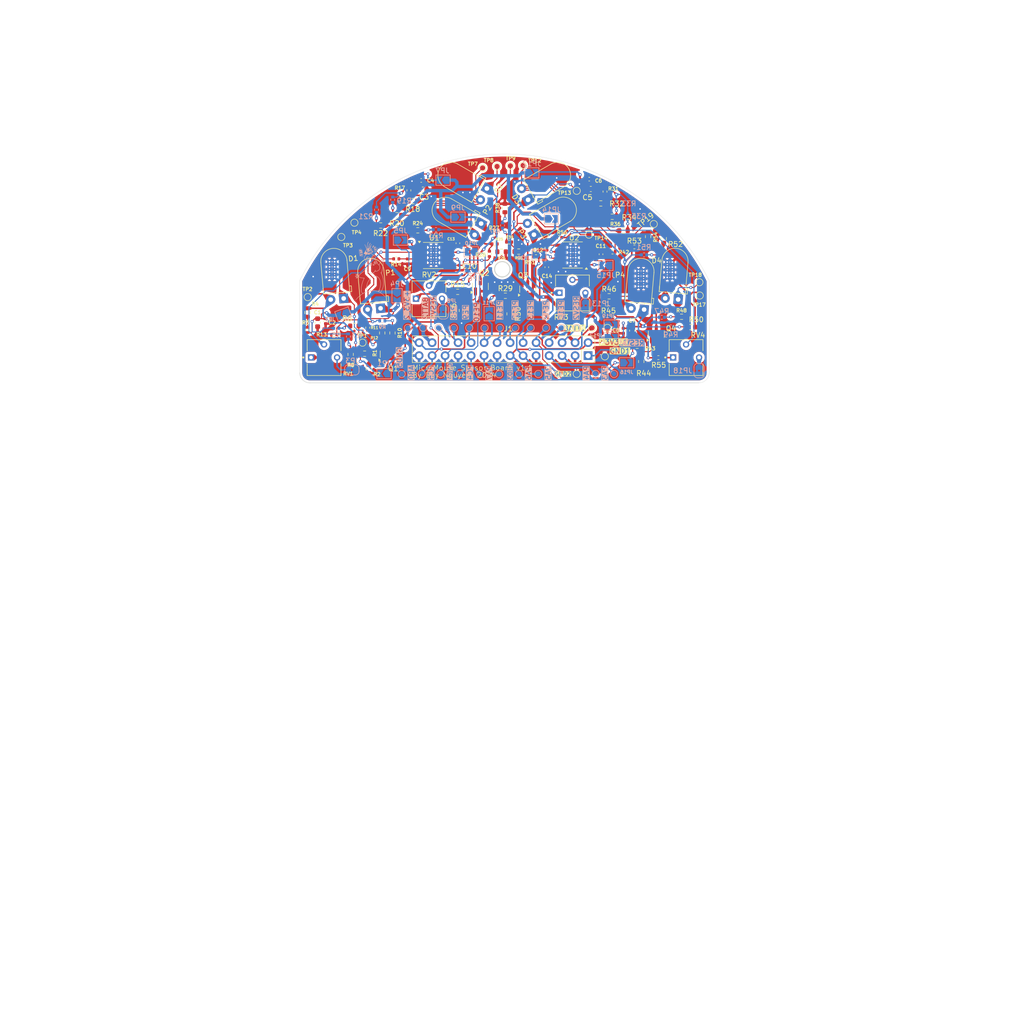
<source format=kicad_pcb>
(kicad_pcb (version 20240108) (generator "pcbnew") (generator_version "8.0")
  (title_block (date "2024-03-21"))
  (layers (0 "F.Cu" signal) (31 "B.Cu" signal) (34 "B.Paste" user) (35 "F.Paste" user) (36 "B.SilkS" user "B.Silkscreen") (37 "F.SilkS" user "F.Silkscreen") (38 "B.Mask" user) (39 "F.Mask" user) (44 "Edge.Cuts" user))
  (net 0 "")
  (net 1 "+3V3")
  (net 2 "/AB0")
  (net 3 "+BATT")
  (net 4 "Net-(JP2-B)")
  (net 5 "Net-(D1-A)")
  (net 6 "Net-(D1-K)")
  (net 7 "Net-(D2-A)")
  (net 8 "Net-(D2-K)")
  (net 9 "Net-(JP17-B)")
  (net 10 "Net-(D3-K)")
  (net 11 "Net-(D3-A)")
  (net 12 "Net-(D4-A)")
  (net 13 "GND")
  (net 14 "/PC4")
  (net 15 "/PA5")
  (net 16 "/PE14")
  (net 17 "/PE10")
  (net 18 "/PE13")
  (net 19 "/PA3")
  (net 20 "/PE15")
  (net 21 "/PE12")
  (net 22 "/PE11")
  (net 23 "/PA6")
  (net 24 "/PC5")
  (net 25 "/RESV1")
  (net 26 "/RESV2")
  (net 27 "/PA4")
  (net 28 "/PE9")
  (net 29 "/PE8")
  (net 30 "/PA7")
  (net 31 "/RESV3")
  (net 32 "Net-(JP3-B)")
  (net 33 "Net-(JP4-B)")
  (net 34 "Net-(JP7-B)")
  (net 35 "Net-(JP8-B)")
  (net 36 "Net-(JP11-B)")
  (net 37 "Net-(JP12-B)")
  (net 38 "Net-(JP15-B)")
  (net 39 "Net-(JP16-B)")
  (net 40 "Net-(Q1-G)")
  (net 41 "Net-(Q2-G)")
  (net 42 "Net-(Q3-G)")
  (net 43 "Net-(Q4-G)")
  (net 44 "Net-(P1-A)")
  (net 45 "Net-(P2-A)")
  (net 46 "Net-(P3-A)")
  (net 47 "Net-(P4-A)")
  (net 48 "Net-(D4-K)")
  (net 49 "Net-(JP1-B)")
  (net 50 "Net-(U1A-+)")
  (net 51 "Net-(JP5-B)")
  (net 52 "Net-(JP6-B)")
  (net 53 "Net-(U1B-+)")
  (net 54 "Net-(JP9-B)")
  (net 55 "Net-(JP10-B)")
  (net 56 "Net-(U2A-+)")
  (net 57 "Net-(JP13-B)")
  (net 58 "Net-(JP14-B)")
  (net 59 "Net-(U2B-+)")
  (net 60 "Net-(JP18-B)")
  (net 61 "Net-(U1A--)")
  (net 62 "Net-(U1B--)")
  (net 63 "Net-(U2A--)")
  (net 64 "Net-(U2B--)")
  (net 65 "Net-(JP19-B)")
  (net 66 "Net-(JP20-B)")
  (net 67 "Net-(R3-Pad2)")
  (net 68 "Net-(R5-Pad2)")
  (net 69 "Net-(R7-Pad2)")
  (net 70 "Net-(R10-Pad1)")
  (net 71 "Net-(R11-Pad2)")
  (net 72 "Net-(R13-Pad2)")
  (net 73 "Net-(R17-Pad2)")
  (net 74 "Net-(R19-Pad2)")
  (net 75 "Net-(R21-Pad2)")
  (net 76 "Net-(R23-Pad2)")
  (net 77 "Net-(R25-Pad2)")
  (net 78 "Net-(R27-Pad2)")
  (net 79 "Net-(R31-Pad2)")
  (net 80 "Net-(R33-Pad2)")
  (net 81 "Net-(R35-Pad2)")
  (net 82 "Net-(R37-Pad2)")
  (net 83 "Net-(R39-Pad2)")
  (net 84 "Net-(R41-Pad2)")
  (net 85 "Net-(R45-Pad2)")
  (net 86 "Net-(R47-Pad2)")
  (net 87 "Net-(R49-Pad2)")
  (net 88 "Net-(R51-Pad2)")
  (net 89 "Net-(R53-Pad2)")
  (net 90 "Net-(R55-Pad2)")
  (footprint "Capacitor_SMD:C_0402_1005Metric" (layer "F.Cu") (at 224.75 89.62 -90)
    (property "Reference" "C11")
    (property "Value" "100nF")
  )
  (footprint "Resistor_SMD:R_0603_1608Metric" (layer "F.Cu") (at 179.39 112.03 -90)
    (property "Reference" "R2")
    (property "Value" "47kΩ")
  )
  (footprint "Jumper:SolderJumper-2_P1.3mm_Open_TrianglePad1.0x1.5mm" (layer "F.Cu") (at 226.724999 105.95)
    (property "Reference" "JP17")
    (property "Value" "SolderJumper_2_Open")
  )
  (footprint "Jumper:SolderJumper-2_P1.3mm_Open_TrianglePad1.0x1.5mm" (layer "F.Cu") (at 211.22 73.72)
    (property "Reference" "JP12")
    (property "Value" "SolderJumper_2_Open")
  )
  (footprint "TestPoint:TestPoint_Pad_D1.0mm" (layer "F.Cu") (at 197.2 113)
    (property "Reference" "GND4")
    (property "Value" "TestPoint")
  )
  (footprint "LED_THT:LED_D5.0mm_Horizontal_O1.27mm_Z3.0mm_IRGrey" (layer "F.Cu") (at 210.502036 78.981683 120)
    (property "Reference" "D3")
    (property "Value" "SFH 4544")
  )
  (footprint "Resistor_SMD:R_0402_1005Metric" (layer "F.Cu") (at 202.94 89.55 -90)
    (property "Reference" "R28")
    (property "Value" "0Ω")
  )
  (footprint "Resistor_SMD:R_0603_1608Metric" (layer "F.Cu") (at 184.89 82)
    (property "Reference" "R20")
    (property "Value" "100Ω")
  )
  (footprint "TestPoint:TestPoint_Pad_D1.0mm" (layer "F.Cu") (at 244.04 97.68)
    (property "Reference" "TP17")
    (property "Value" "TestPoint")
  )
  (footprint "Jumper:SolderJumper-2_P1.3mm_Open_TrianglePad1.0x1.5mm" (layer "F.Cu") (at 193.89 75.14 180)
    (property "Reference" "JP7")
    (property "Value" "SolderJumper_2_Open")
  )
  (footprint "Resistor_SMD:R_0603_1608Metric" (layer "F.Cu") (at 184 105 -90)
    (property "Reference" "R10")
    (property "Value" "100kΩ")
  )
  (footprint "" (layer "F.Cu") (at 238.69 91.14)
    (property "Reference" "")
    (property "Value" "")
  )
  (footprint "Capacitor_SMD:C_0402_1005Metric" (layer "F.Cu") (at 222.45 74.94)
    (property "Reference" "C6")
    (property "Value" "100nF")
  )
  (footprint "" (layer "F.Cu") (at 192.54 88.29)
    (property "Reference" "")
    (property "Value" "")
  )
  (footprint "Resistor_SMD:R_0402_1005Metric" (layer "F.Cu") (at 238.36 103.81)
    (property "Reference" "R49")
    (property "Value" "0Ω")
  )
  (footprint "TestPoint:TestPoint_Pad_D1.0mm" (layer "F.Cu") (at 216.35 113)
    (property "Reference" "PA5")
    (property "Value" "TestPoint" (hide yes))
  )
  (footprint "" (layer "F.Cu") (at 191.54 88.29)
    (property "Reference" "")
    (property "Value" "")
  )
  (footprint "Package_SO:SOIC-8_3.9x4.9mm_P1.27mm" (layer "F.Cu") (at 219.19 89.76 180)
    (property "Reference" "U2")
    (property "Value" "MCP6002T-I/SN")
  )
  (footprint "TestPoint:TestPoint_Pad_D1.0mm" (layer "F.Cu") (at 193 104)
    (property "Reference" "RESV1")
    (property "Value" "TestPoint")
  )
  (footprint "Jumper:SolderJumper-2_P1.3mm_Open_TrianglePad1.0x1.5mm" (layer "F.Cu") (at 196.805 82.36)
    (property "Reference" "JP9")
    (property "Value" "SolderJumper_2_Open")
  )
  (footprint "Jumper:SolderJumper-2_P1.3mm_Open_TrianglePad1.0x1.5mm" (layer "F.Cu") (at 212.635 89.73)
    (property "Reference" "JP20")
    (property "Value" "SolderJumper_2_Open")
  )
  (footprint "Resistor_SMD:R_0603_1608Metric" (layer "F.Cu") (at 188.01 79.23)
    (property "Reference" "R18")
    (property "Value" "51Ω")
  )
  (footprint "Resistor_SMD:R_0603_1608Metric" (layer "F.Cu") (at 205.32 89.13)
    (property "Reference" "R26")
    (property "Value" "10kΩ")
  )
  (footprint "" (layer "F.Cu") (at 219.8 88.28)
    (property "Reference" "")
    (property "Value" "")
  )
  (footprint "Resistor_SMD:R_0402_1005Metric" (layer "F.Cu") (at 179.17 103.960002 -90)
    (property "Reference" "R11")
    (property "Value" "0Ω")
  )
  (footprint "3362P-1-103:TRIM_3362P-1-103" (layer "F.Cu") (at 241.37 109.78)
    (property "Reference" "RV4")
    (property "Value" "10k")
  )
  (footprint "Jumper:SolderJumper-2_P1.3mm_Open_TrianglePad1.0x1.5mm" (layer "F.Cu") (at 182.36 112.94 180)
    (property "Reference" "JP1")
    (property "Value" "SolderJumper_2_Open")
  )
  (footprint "" (layer "F.Cu") (at 233.07 92.88)
    (property "Reference" "")
    (property "Value" "")
  )
  (footprint "" (layer "F.Cu") (at 191.54 89.29)
    (property "Reference" "")
    (property "Value" "")
  )
  (footprint "TestPoint:TestPoint_Pad_D1.0mm" (layer "F.Cu") (at 199 104)
    (property "Reference" "PE9")
    (property "Value" "TestPoint")
  )
  (footprint "Resistor_SMD:R_0603_1608Metric" (layer "F.Cu") (at 233.95 86.18 90)
    (property "Reference" "R54")
    (property "Value" "10kΩ")
  )
  (footprint "Resistor_SMD:R_0603_1608Metric" (layer "F.Cu") (at 206.885003 101.264999 -90)
    (property "Reference" "R30")
    (property "Value" "47kΩ")
  )
  (footprint "Resistor_SMD:R_0402_1005Metric" (layer "F.Cu") (at 229.965001 82.260002 -90)
    (property "Reference" "R35")
    (property "Value" "0Ω")
  )
  (footprint "Resistor_SMD:R_0402_1005Metric" (layer "F.Cu") (at 184.05 78.96 -90)
    (property "Reference" "R19")
    (property "Value" "0Ω")
  )
  (footprint "Resistor_SMD:R_0402_1005Metric" (layer "F.Cu") (at 227 89.18 180)
    (property "Reference" "R42")
    (property "Value" "0Ω")
  )
  (footprint "Resistor_SMD:R_0603_1608Metric" (layer "F.Cu") (at 182 105 -90)
    (property "Reference" "R12")
    (property "Value" "10kΩ")
  )
  (footprint "Resistor_SMD:R_0402_1005Metric" (layer "F.Cu") (at 172.609999 105.310002 180)
    (property "Reference" "R13")
    (property "Value" "0Ω")
  )
  (footprint "Resistor_SMD:R_0402_1005Metric" (layer "F.Cu") (at 167.384997 104.405001 90)
    (property "Reference" "R3")
    (property "Value" "0Ω")
  )
  (footprint "" (layer "F.Cu") (at 238.69 92.14)
    (property "Reference" "")
    (property "Value" "")
  )
  (footprint "TestPoint:TestPoint_Pad_D1.0mm" (layer "F.Cu") (at 208.75 113 90)
    (property "Reference" "GND3")
    (property "Value" "TestPoint")
  )
  (footprint "TestPoint:TestPoint_Pad_D1.0mm" (layer "F.Cu") (at 243.97 95.09)
    (property "Reference" "TP18")
    (property "Value" "TestPoint")
  )
  (footprint "Capacitor_SMD:C_0402_1005Metric" (layer "F.Cu") (at 186.92 91.01 -90)
    (property "Reference" "C9")
    (property "Value" "100nF")
  )
  (footprint "" (layer "F.Cu") (at 237.69 94.14)
    (property "Reference" "")
    (property "Value" "")
  )
  (footprint "" (layer "F.Cu") (at 233.07 93.88)
    (property "Reference" "")
    (property "Value" "")
  )
  (footprint "TestPoint:TestPoint_Pad_D1.0mm" (layer "F.Cu") (at 204.85 113.05 90)
    (property "Reference" "PA7")
    (property "Value" "TestPoint" (hide yes))
  )
  (footprint "" (layer "F.Cu") (at 171.7 92.08)
    (property "Reference" "")
    (property "Value" "")
  )
  (footprint "" (layer "F.Cu") (at 219.8 90.28)
    (property "Reference" "")
    (property "Value" "")
  )
  (footprint "Resistor_SMD:R_0402_1005Metric" (layer "F.Cu") (at 206.789997 87.230003)
    (property "Reference" "R39")
    (property "Value" "0Ω")
  )
  (footprint "Capacitor_SMD:C_0402_1005Metric" (layer "F.Cu") (at 214.16 92.15 -90)
    (property "Reference" "C14")
    (property "Value" "1uF")
  )
  (footprint "Resistor_SMD:R_0402_1005Metric" (layer "F.Cu") (at 184.75 90.52)
    (property "Reference" "R14")
    (property "Value" "0Ω")
  )
  (footprint "TestPoint:TestPoint_Pad_D1.0mm" (layer "F.Cu") (at 204.44 72.46)
    (property "Reference" "TP8")
    (property "Value" "TestPoint")
  )
  (footprint "" (layer "F.Cu") (at 191.54 91.29)
    (property "Reference" "")
    (property "Value" "")
  )
  (footprint "TestPoint:TestPoint_Pad_D1.0mm" (layer "F.Cu") (at 214 104)
    (property "Reference" "PE14")
    (property "Value" "TestPoint")
  )
  (footprint "TestPoint:TestPoint_Pad_D1.0mm" (layer "F.Cu") (at 235.06 83.72)
    (property "Reference" "TP19")
    (property "Value" "TestPoint")
  )
  (footprint "Resistor_SMD:R_0402_1005Metric" (layer "F.Cu") (at 236.62 101.93)
    (property "Reference" "R47")
    (property "Value" "0Ω")
  )
  (footprint "Jumper:SolderJumper-2_P1.3mm_Bridged2Bar_RoundedPad1.0x1.5mm" (layer "F.Cu") (at 176.07 112.2 180)
    (property "Reference" "JP3")
    (property "Value" "SolderJumper_2_Bridged")
  )
  (footprint "Resistor_SMD:R_0603_1608Metric" (layer "F.Cu") (at 224.710003 79.689997 180)
    (property "Reference" "R32")
    (property "Value" "51Ω")
  )
  (footprint "" (layer "F.Cu") (at 238.69 94.14)
    (property "Reference" "")
    (property "Value" "")
  )
  (footprint "LED_THT:LED_D5.0mm_Horizontal_O1.27mm_Z3.0mm_IRGrey" (layer "F.Cu") (at 174.4698 98.2525 -175)
    (property "Reference" "D1")
    (property "Value" "SFH 4544" (hide yes))
  )
  (footprint "Resistor_SMD:R_0402_1005Metric" (layer "F.Cu") (at 182.02 102.62)
    (property "Reference" "R9")
    (property "Value" "0Ω")
  )
  (footprint "" (layer "F.Cu") (at 237.69 93.14)
    (property "Reference" "")
    (property "Value" "")
  )
  (footprint "" (layer "F.Cu") (at 192.54 89.29)
    (property "Reference" "")
    (property "Value" "")
  )
  (footprint "Jumper:SolderJumper-2_P1.3mm_Open_TrianglePad1.0x1.5mm" (layer "F.Cu") (at 185.574999 86.849998)
    (property "Reference" "JP5")
    (property "Value" "SolderJumper_2_Open")
  )
  (footprint "LED_THT:LED_D5.0mm_Horizontal_O1.27mm_Z3.0mm_IRGrey" (layer "F.Cu") (at 239.820125 98.452946 175)
    (property "Reference" "D4")
    (property "Value" "SFH 4544")
  )
  (footprint "Jumper:SolderJumper-2_P1.3mm_Open_TrianglePad1.0x1.5mm" (layer "F.Cu") (at 215.065 82.7)
    (property "Reference" "JP14")
    (property "Value" "SolderJumper_2_Open")
  )
  (footprint "" (layer "F.Cu") (at 218.8 90.28)
    (property "Reference" "")
    (property "Value" "")
  )
  (footprint "3362P-1-103:TRIM_3362P-1-103" (layer "F.Cu") (at 191.14 98.29)
    (property "Reference" "RV2")
    (property "Value" "10k")
  )
  (footprint "Resistor_SMD:R_0603_1608Metric" (layer "F.Cu") (at 205.97 80.58 90)
    (property "Reference" "R38")
    (property "Value" "100kΩ")
  )
  (footprint "Capacitor_SMD:C_0402_1005Metric" (layer "F.Cu") (at 214.170001 88.339996 -90)
    (property "Reference" "C12")
    (property "Value" "100nF")
  )
  (footprint "TestPoint:TestPoint_Pad_D1.0mm" (layer "F.Cu") (at 207.04 72.34)
    (property "Reference" "TP9")
    (property "Value" "TestPoint")
  )
  (footprint "TestPoint:TestPoint_Pad_D1.0mm" (layer "F.Cu") (at 178.15 106.89)
    (property "Reference" "TP1")
    (property "Value" "TestPoint")
  )
  (footprint "LED_THT:LED_D5.0mm_Horizontal_O1.27mm_Z3.0mm" (layer "F.Cu") (at 201.323 83.6233 -120)
    (property "Reference" "P2")
    (property "Value" "PD333-3B/H0/L2" (hide yes))
  )
  (footprint "Resistor_SMD:R_0402_1005Metric" (layer "F.Cu") (at 225.53 77.37 -90)
    (property "Reference" "R31")
    (property "Value" "0Ω")
  )
  (footprint "3362P-1-103:TRIM_3362P-1-103" (layer "F.Cu") (at 219.1645 97.15)
    (property "Reference" "RV3")
    (property "Value" "10k")
  )
  (footprint "" (layer "F.Cu") (at 171.7 91.08)
    (property "Reference" "")
    (property "Value" "")
  )
  (footprint "Capacitor_SMD:C_0603_1608Metric" (layer "F.Cu") (at 222.755005 76.860007)
    (property "Reference" "C5")
    (property "Value" "4.7µF")
  )
  (footprint "Resistor_SMD:R_0603_1608Metric" (layer "F.Cu") (at 231.81 107.4875)
    (property "Reference" "R43")
    (property "Value" "100Ω")
  )
  (footprint "3362P-1-103:TRIM_3362P-1-103" (layer "F.Cu") (at 170.64 109.78)
    (property "Reference" "RV1")
    (property "Value" "10k")
  )
  (footprint "Resistor_SMD:R_0402_1005Metric" (layer "F.Cu") (at 226.005001 99.340005 180)
    (property "Reference" "R45")
    (property "Value" "0Ω")
  )
  (footprint "TestPoint:TestPoint_Pad_D1.0mm" (layer "F.Cu") (at 220 113 90)
    (property "Reference" "GND2")
    (property "Value" "TestPoint")
  )
  (footprint "" (layer "F.Cu") (at 232.07 93.88)
    (property "Reference" "")
    (property "Value" "")
  )
  (footprint "LED_THT:LED_D5.0mm_Horizontal_O1.27mm_Z3.0mm" (layer "F.Cu") (at 233.170126 100.419096 175)
    (property "Reference" "P4")
    (property "Value" "PD333-3B/H0/L2" (hide yes))
  )
  (footprint "TestPoint:TestPoint_Pad_D1.0mm" (layer "F.Cu") (at 167.45 97.99)
    (property "Reference" "TP2")
    (property "Value" "TestPoint")
  )
  (footprint "Package_TO_SOT_SMD:SOT-23" (layer "F.Cu") (at 235.55 105.24 90)
    (property "Reference" "Q4")
    (property "Value" "2N7002")
  )
  (footprint "Resistor_SMD:R_0603_1608Metric" (layer "F.Cu") (at 208.674999 89.089995)
    (property "Reference" "R40")
    (property "Value" "10kΩ")
  )
  (footprint "Resistor_SMD:R_0603_1608Metric" (layer "F.Cu") (at 196.745 96.9575)
    (property "Reference" "R15")
    (property "Value" "100Ω")
  )
  (footprint "TestPoint:TestPoint_Pad_D1.0mm" (layer "F.Cu") (at 196 104)
    (property "Reference" "PE8")
    (property "Value" "TestPoint")
  )
  (footprint "TestPoint:TestPoint_Pad_D1.0mm" (layer "F.Cu") (at 222.39 85.79)
    (property "Reference" "TP14")
    (property "Value" "TestPoint")
  )
  (footprint "Resistor_SMD:R_0603_1608Metric" (layer "F.Cu") (at 175.83 109.19 -90)
    (property "Reference" "R8")
    (property "Value" "20Ω")
  )
  (footprint "" (layer "F.Cu") (at 232.07 94.88)
    (property "Reference" "")
    (property "Value" "")
  )
  (footprint "Resistor_SMD:R_0603_1608Metric" (layer "F.Cu") (at 176.57 103.63)
    (property "Reference" "R6")
    (property "Value" "100Ω")
  )
  (footprint "TestPoint:TestPoint_Pad_D1.0mm" (layer "F.Cu") (at 220 104)
    (property "Reference" "RESV2")
    (property "Value" "TestPoint")
  )
  (footprint "TestPoint:TestPoint_Pad_D1.0mm" (layer "F.Cu") (at 223.7 113 90)
    (property "Reference" "PA4")
    (property "Value" "TestPoint" (hide yes))
  )
  (footprint "Capacitor_SMD:C_0402_1005Metric" (layer "F.Cu") (at 229.11 104.57 -90)
    (property "Reference" "C8")
    (property "Value" "100nF")
  )
  (footprint "TestPoint:TestPoint_Pad_D1.0mm" (layer "F.Cu") (at 209.53 72.26)
    (property "Reference" "TP12")
    (property "Value" "TestPoint")
  )
  (footprint "TestPoint:TestPoint_Pad_D1.0mm" (layer "F.Cu") (at 225.5 109.57)
    (property "Reference" "GND1")
    (property "Value" "TestPoint")
  )
  (footprint "TestPoint:TestPoint_Pad_D1.0mm" (layer "F.Cu") (at 174.01 86.24)
    (property "Reference" "TP3")
    (property "Value" "TestPoint")
  )
  (footprint "" (layer "F.Cu") (at 237.69 92.14)
    (property "Reference" "")
    (property "Value" "")
  )
  (footprint "Package_TO_SOT_SMD:SOT-23" (layer "F.Cu") (at 210.43 96.4375 90)
    (property "Reference" "Q3")
    (property "Value" "2N7002")
  )
  (footprint "Resistor_SMD:R_0603_1608Metric" (layer "F.Cu") (at 242.31 103.85)
    (property "Reference" "R50")
    (property "Value" "20Ω")
  )
  (footprint "Resistor_SMD:R_0603_1608Metric" (layer "F.Cu") (at 240.49 101.83)
    (property "Reference" "R48")
    (property "Value" "100Ω")
  )
  (footprint "Resistor_SMD:R_0603_1608Metric" (layer "F.Cu") (at 226.325001 97.840005)
    (property "Reference" "R46")
    (property "Value" "51Ω")
  )
  (footprint "TestPoint:TestPoint_Pad_D1.0mm" (layer "F.Cu") (at 193.4 113)
    (property "Reference" "PC5")
    (property "Value" "TestPoint" (hide yes))
  )
  (footprint "TestPoint:TestPoint_Pad_D1.0mm" (layer "F.Cu") (at 190 104)
    (property "Reference" "BATT2")
    (property "Value" "TestPoint")
  )
  (footprint "Resistor_SMD:R_0603_1608Metric" (layer "F.Cu") (at 188.95 84.94 180)
    (property "Reference" "R24")
    (property "Value" "100kΩ")
  )
  (footprint "Connector_PinSocket_2.54mm:PinSocket_2x14_P2.54mm_Vertical" (layer "F.Cu") (at 222.23 109.43 -90)
    (property "Reference" "J1")
    (property "Value" "Conn_02x14_Odd_Even" (hide yes))
  )
  (footprint "Resistor_SMD:R_0402_1005Metric" (layer "F.Cu") (at 216.56 86.35 180)
    (property "Reference" "R56")
    (property "Value" "0Ω")
  )
  (footprint "Resistor_SMD:R_0603_1608Metric" (layer "F.Cu") (at 167.4 101 90)
    (property "Reference" "R4")
    (property "Value" "51Ω")
  )
  (footprint "TestPoint:TestPoint_Pad_D1.0mm" (layer "F.Cu") (at 227.3 113 90)
    (property "Reference" "PA3")
    (property "Value" "TestPoint" (hide yes))
  )
  (footprint "" (layer "F.Cu") (at 219.8 89.28)
    (property "Reference" "")
    (property "Value" "")
  )
  (footprint "" (layer "F.Cu") (at 232.07 92.88)
    (property "Reference" "")
    (property "Value" "")
  )
  (footprint "TestPoint:TestPoint_Pad_D1.0mm" (layer "F.Cu") (at 189.7 113)
    (property "Reference" "AB0")
    (property "Value" "TestPoint" (hide yes))
  )
  (footprint "" (layer "F.Cu") (at 191.54 90.29)
    (property "Reference" "")
    (property "Value" "")
  )
  (footprint "TestPoint:TestPoint_Pad_D1.0mm" (layer "F.Cu") (at 211 104)
    (property "Reference" "PE13")
    (property "Value" "TestPoint")
  )
  (footprint "Resistor_SMD:R_0603_1608Metric" (layer "F.Cu") (at 237 86.56 90)
    (property "Reference" "R52")
    (property "Value" "100kΩ")
  )
  (footprint "Resistor_SMD:R_0402_1005Metric" (layer "F.Cu") (at 173.045 104.07)
    (property "Reference" "R5")
    (property "Value" "0Ω")
  )
  (footprint "Jumper:SolderJumper-2_P1.3mm_Bridged2Bar_RoundedPad1.0x1.5mm" (layer "F.Cu") (at 221.76 99.62 90)
    (property "Reference" "JP13")
    (property "Value" "SolderJumper_2_Bridged")
  )
  (footprint "" (layer "F.Cu") (at 233.07 95.88)
    (property "Reference" "")
    (property "Value" "")
  )
  (footprint "Resistor_SMD:R_0402_1005Metric" (layer "F.Cu") (at 180.88 80.92 -90)
    (property "Reference" "R21")
    (property "Value" "0Ω")
  )
  (footprint "Package_TO_SOT_SMD:SOT-23" (layer "F.Cu") (at 201.17 95.8975 90)
    (property "Reference" "Q2")
    (property "Value" "2N7002")
  )
  (footprint "" (layer "F.Cu") (at 171.7 93.08)
    (property "Reference" "")
    (property "Value" "")
  )
  (footprint "TestPoint:TestPoint_Pad_D1.0mm" (layer "F.Cu") (at 202 104)
    (property "Reference" "PE10")
    (property "Value" "TestPoint")
  )
  (footprint "LED_THT:LED_D5.0mm_Horizontal_O1.27mm_Z3.0mm" (layer "F.Cu") (at 211.64 85.789705 120)
    (property "Reference" "P3")
    (property "Value" "PD333-3B/H0/L2" (hide yes))
  )
  (footprint "Resistor_SMD:R_0402_1005Metric" (layer "F.Cu") (at 235.96 109.82)
    (property "Reference" "R55")
    (property "Value" "0Ω")
  )
  (footprint "Resistor_SMD:R_0603_1608Metric" (layer "F.Cu") (at 197.570006 100.602503 -90)
    (property "Reference" "R16")
    (property "Value" "47kΩ")
  )
  (footprint "Resistor_SMD:R_0402_1005Metric" (layer "F.Cu") (at 192.504999 84.800002 180)
    (property "Reference" "R23")
    (property "Value" "0Ω")
  )
  (footprint "TestPoint:TestPoint_Pad_D1.0mm" (layer "F.Cu") (at 226 104 120)
    (property "Reference" "+3V3_1")
    (property "Value" "TestPoint" (hide yes))
  )
  (footprint "Jumper:SolderJumper-2_P1.3mm_Open_TrianglePad1.0x1.5mm" (layer "F.Cu") (at 226.72 103.44)
    (property "Reference" "JP19")
    (property "Value" "SolderJumper_2_Open")
  )
  (footprint "TestPoint:TestPoint_Pad_D1.0mm" (layer "F.Cu") (at 217 104)
    (property "Reference" "PE15")
    (property "Value" "TestPoint")
  )
  (footprint "" (layer "F.Cu") (at 172.7 93.08)
    (property "Reference" "")
    (property "Value" "")
  )
  (footprint "" (layer "F.Cu") (at 172.7 94.08)
    (property "Reference" "")
    (property "Value" "")
  )
  (footprint "TestPoint:TestPoint_Pad_D1.0mm" (layer "F.Cu") (at 185.8 113)
    (property "Reference" "GND5")
    (property "Value" "TestPoint")
  )
  (footprint "Resistor_SMD:R_0603_1608Metric" (layer "F.Cu") (at 178.567501 109.047501)
    (property "Reference" "R1")
    (property "Value" "100Ω")
  )
  (footprint "TestPoint:TestPoint_Pad_D1.0mm" (layer "F.Cu") (at 220.01 77.22)
    (property "Reference" "TP13")
    (property "Value" "TestPoint")
  )
  (footprint "Capacitor_SMD:C_0603_1608Metric" (layer "F.Cu") (at 189.929995 76.989997)
    (property "Reference" "C3")
    (property "Value" "4.7µF")
  )
  (footprint "Resistor_SMD:R_0402_1005Metric" (layer "F.Cu") (at 233.17 89.74)
    (property "Reference" "R51")
    (property "Value" "0Ω")
  )
  (footprint "Resistor_SMD:R_0603_1608Metric" (layer "F.Cu") (at 206.065 97.73)
    (property "Reference" "R29")
    (property "Value" "100Ω")
  )
  (footprint "Jumper:SolderJumper-2_P1.3mm_Open_TrianglePad1.0x1.5mm" (layer "F.Cu") (at 184.9 97.725001 -90)
    (property "Reference" "JP4")
    (property "Value" "SolderJumper_2_Open")
  )
  (footprint "Resistor_SMD:R_0603_1608Metric" (layer "F.Cu") (at 229.145001 85.01 180)
    (property "Reference" "R36")
    (property "Value" "20Ω")
  )
  (footprint "Jumper:SolderJumper-2_P1.3mm_Open_TrianglePad1.0x1.5mm" (layer "F.Cu") (at 199.43 92.4 180)
    (property "Reference" "JP6")
    (property "Value" "SolderJumper_2_Open")
  )
  (footprint "TestPoint:TestPoint_Pad_D1.0mm" (layer "F.Cu") (at 208 104)
    (property "Reference" "PE12")
    (property "Value" "TestPoint")
  )
  (footprint "Capacitor_SMD:C_0603_1608Metric" (layer "F.Cu") (at 169.38 102.98 -90)
    (property "Reference" "C1")
    (property "Value" "4.7µF")
  )
  (footprint "" (layer "F.Cu") (at 192.54 91.29)
    (property "Reference" "")
    (property "Value" "")
  )
  (footprint "LED_THT:LED_D5.0mm_Horizontal_O1.27mm_Z3.0mm_IRGrey" (layer "F.Cu") (at 202.453 76.7733 -120)
    (property "Reference" "D2")
    (property "Value" "SFH 4544" (hide yes))
  )
  (footprint "Resistor_SMD:R_0402_1005Metric" (layer "F.Cu") (at 231.27 88.179999)
    (property "Reference" "R53")
    (property "Value" "0Ω")
  )
  (footprint "Capacitor_SMD:C_0402_1005Metric" (layer "F.Cu") (at 197.01 92.259996 -90)
    (property "Reference" "C10")
    (property "Value" "100nF")
  )
  (footprint "TestPoint:TestPoint_Pad_D1.0mm" (layer "F.Cu") (at 201.62 72.75)
    (property "Reference" "TP7")
    (property "Value" "TestPoint")
  )
  (footprint "TestPoint:TestPoint_Pad_D1.0mm" (layer "F.Cu") (at 212.5 113 90)
    (property "Reference" "PA6")
    (property "Value" "TestPoint" (hide yes))
  )
  (footprint "Jumper:SolderJumper-2_P1.3mm_Open_TrianglePad1.0x1.5mm" (layer "F.Cu") (at 174.38 101.32 -160)
    (property "Reference" "JP2")
    (property "Value" "SolderJumper_2_Open")
  )
  (footprint "TestPoint:TestPoint_Pad_D1.0mm" (layer "F.Cu") (at 187 104)
    (property "Reference" "+3V3_2")
    (property "Value" "TestPoint")
  )
  (footprint "" (layer "F.Cu") (at 172.7 92.08)
    (property "Reference" "")
    (property "Value" "")
  )
  (footprint "" (layer "F.Cu") (at 218.8 91.28)
    (property "Reference" "")
    (property "Value" "")
  )
  (footprint "" (layer "F.Cu") (at 172.7 91.08)
    (property "Reference" "")
    (property "Value" "")
  )
  (footprint "Capacitor_SMD:C_0603_1608Metric" (layer "F.Cu") (at 230.845 104.535 -90)
    (property "Reference" "C7")
    (property "Value" "4.7µF")
  )
  (footprint "Resistor_SMD:R_0402_1005Metric" (layer "F.Cu") (at 227.749997 79.729998 -90)
    (property "Reference" "R33")
    (property "Value" "0Ω")
  )
  (footprint "" (layer "F.Cu") (at 192.54 90.29)
    (property "Reference" "")
    (property "Value" "")
  )
  (footprint "TestPoint:TestPoint_Pad_D1.0mm" (layer "F.Cu") (at 176.57 83.45)
    (property "Reference" "TP4")
    (property "Value" "TestPoint")
  )
  (footprint "Package_SO:SOIC-8_3.9x4.9mm_P1.27mm" (layer "F.Cu") (at 191.97 89.859999)
    (property "Reference" "U1")
    (property "Value" "MCP6002T-I/SN")
  )
  (footprint "Resistor_SMD:R_0402_1005Metric" (layer "F.Cu") (at 203.81 85.48)
    (property "Reference" "R27")
    (property "Value" "0Ω")
  )
  (footprint "" (layer "F.Cu") (at 218.8 88.28)
    (property "Reference" "")
    (property "Value" "")
  )
  (footprint "Resistor_SMD:R_0402_1005Metric" (layer "F.Cu") (at 205.51 83.99 90)
    (property "Reference" "R37")
    (property "Value" "0Ω")
  )
  (footprint "Package_TO_SOT_SMD:SOT-23" (layer "F.Cu") (at 183.17 109.1375 90)
    (property "Reference" "Q1")
    (property "Value" "2N7002")
  )
  (footprint "" (layer "F.Cu") (at 171.7 94.08)
    (property "Reference" "")
    (property "Value" "")
  )
  (footprint "TestPoint:TestPoint_Pad_D1.0mm" (layer "F.Cu") (at 223 104)
    (property "Reference" "BATT1")
    (property "Value" "TestPoint" (hide yes))
  )
  (footprint "Jumper:SolderJumper-2_P1.3mm_Open_TrianglePad1.0x1.5mm" (layer "F.Cu") (at 229.75 110.83)
    (property "Reference" "JP16")
    (property "Value" "SolderJumper_2_Open")
  )
  (footprint "TestPoint:TestPoint_Pad_D1.0mm" (layer "F.Cu") (at 205 104)
    (property "Reference" "PE11")
    (property "Value" "TestPoint")
  )
  (footprint "Resistor_SMD:R_0402_1005Metric" (layer "F.Cu") (at 175.390001 105.694998 -90)
    (property "Reference" "R7")
    (property "Value" "0Ω")
  )
  (footprint "Resistor_SMD:R_0603_1608Metric" (layer "F.Cu") (at 181.71 84)
    (property "Reference" "R22")
    (property "Value" "20Ω")
  )
  (footprint "Resistor_SMD:R_0402_1005Metric" (layer "F.Cu") (at 187.21 77.13 -90)
    (property "Reference" "R17")
    (property "Value" "0Ω")
  )
  (footprint "LED_THT:LED_D5.0mm_Horizontal_O1.27mm_Z3.0mm" (layer "F.Cu") (at 181.6798 100.1825 -175)
    (property "Reference" "P1")
    (property "Value" "PD333-3B/H0/L2" (hide yes))
  )
  (footprint "Capacitor_SMD:C_0402_1005Metric" (layer "F.Cu") (at 170.939998 102.679997 -90)
    (property "Reference" "C2")
    (property "Value" "100nF")
  )
  (footprint "Jumper:SolderJumper-2_P1.3mm_Open_TrianglePad1.0x1.5mm" (layer "F.Cu") (at 225.704999 91.8 180)
    (property "Reference" "JP15")
    (property "Value" "SolderJumper_2_Open")
  )
  (footprint "" (layer "F.Cu") (at 233.07 94.88)
    (property "Reference" "")
    (property "Value" "")
  )
  (footprint "Capacitor_SMD:C_0402_1005Metric" (layer "F.Cu") (at 196.79 87.47 90)
    (property "Reference" "C13")
    (property "Value" "1uF")
  )
  (footprint "" (layer "F.Cu") (at 232.07 95.88)
    (property "Reference" "")
    (property "Value" "")
  )
  (footprint "Resistor_SMD:R_0603_1608Metric" (layer "F.Cu") (at 232.61 110.5775 -90)
    (property "Reference" "R44")
    (property "Value" "47kΩ")
  )
  (footprint "" (layer "F.Cu") (at 219.8 91.28)
    (property "Reference" "")
    (property "Value" "")
  )
  (footprint "Resistor_SMD:R_0603_1608Metric" (layer "F.Cu") (at 226.94 82.29 180)
    (property "Reference" "R34")
    (property "Value" "100Ω")
  )
  (footprint "TestPoint:TestPoint_Pad_D1.0mm" (layer "F.Cu") (at 227.55 108.3)
    (property "Reference" "RESV3")
    (property "Value" "TestPoint" (hide yes))
  )
  (footprint "TestPoint:TestPoint_Pad_D1.0mm" (layer "F.Cu") (at 201.15 113.05)
    (property "Reference" "PC4")
    (property "Value" "TestPoint" (hide yes))
  )
  (footprint "" (layer "F.Cu") (at 218.8 89.28)
    (property "Reference" "")
    (property "Value" "")
  )
  (footprint "Resistor_SMD:R_0402_1005Metric" (layer "F.Cu") (at 212.06 90.09)
    (property "Reference" "R41")
    (property "Value" "0Ω")
  )
  (footprint "Jumper:SolderJumper-2_P1.3mm_Bridged2Bar_RoundedPad1.0x1.5mm" (layer "F.Cu") (at 243.920001 112.36 90)
    (property "Reference" "JP18")
    (property "Value" "SolderJumper_2_Bridged")
  )
  (footprint "Jumper:SolderJumper-2_P1.3mm_Bridged2Bar_RoundedPad1.0x1.5mm" (layer "F.Cu") (at 193.919999 100.869998 90)
    (property "Reference" "JP8")
    (property "Value" "SolderJumper_2_Bridged")
  )
  (footprint "Jumper:SolderJumper-2_P1.3mm_Open_TrianglePad1.0x1.5mm" (layer "F.Cu") (at 202.9 101.2275 90)
    (property "Reference" "JP11")
    (property "Value" "SolderJumper_2_Open")
  )
  (footprint "" (layer "F.Cu") (at 237.69 91.14)
    (property "Reference" "")
    (property "Value" "")
  )
  (footprint "Jumper:SolderJumper-2_P1.3mm_Open_TrianglePad1.0x1.5mm" (layer "F.Cu") (at 199.4 89.15 180)
    (property "Reference" "JP10")
    (property "Value" "SolderJumper_2_Open")
  )
  (footprint "" (layer "F.Cu") (at 238.69 93.14)
    (property "Reference" "")
    (property "Value" "")
  )
  (footprint "Resistor_SMD:R_0402_1005Metric" (layer "F.Cu") (at 203.97 87.6)
    (property "Reference" "R25")
    (property "Value" "0Ω")
  )
  (footprint "Capacitor_SMD:C_0402_1005Metric" (layer "F.Cu") (at 189.619992 75.189998)
    (property "Reference" "C4")
    (property "Value" "100nF")
  )
  (gr_poly (pts (xy 180.278942 87.891547) (xy 180.283346 87.889789) (xy 180.287509 87.888318) (xy 180.291577 87.887061) (xy 180.295545 87.886014) (xy 180.29941 87.88518) (xy 180.303172 87.884555) (xy 180.306825 87.884136) (xy 180.31037 87.883925) (xy 180.313802 87.883919) (xy 180.317119 87.884116) (xy 180.320319 87.884512) (xy 180.3234 87.885113) (xy 180.326359 87.885908) (xy 180.329194 87.886902) (xy 180.3319 87.88809) (xy 180.334477 87.889474) (xy 180.336922 87.891048) (xy 180.339232 87.892815) (xy 180.341404 87.894769) (xy 180.343438 87.896913) (xy 180.345329 87.899243) (xy 180.347076 87.901755) (xy 180.348675 87.904453) (xy 180.350126 87.907331) (xy 180.351422 87.910389) (xy 180.352565 87.913626) (xy 180.353553 87.917039) (xy 180.354378 87.920628) (xy 180.35504 87.924391) (xy 180.35554 87.928325) (xy 180.35587 87.93243) (xy 180.356032 87.936705) (xy 180.35602 87.941148) (xy 180.355875 87.947852) (xy 180.355724 87.951254) (xy 180.355606 87.95295) (xy 180.355453 87.954636) (xy 180.35526 87.956307) (xy 180.355017 87.957957) (xy 180.354721 87.95958) (xy 180.354361 87.961175) (xy 180.353936 87.962731) (xy 180.35344 87.964248) (xy 180.352864 87.965718) (xy 180.352203 87.967136) (xy 180.34569 87.980981) (xy 180.340377 87.994437) (xy 180.336206 88.007524) (xy 180.333116 88.02026) (xy 180.331052 88.032666) (xy 180.329952 88.044766) (xy 180.329761 88.056574) (xy 180.330418 88.068115) (xy 180.331866 88.079406) (xy 180.334047 88.090469) (xy 180.336904 88.101325) (xy 180.340374 88.111991) (xy 180.344399 88.122491) (xy 180.348926 88.132844) (xy 180.35924 88.153184) (xy 180.370849 88.173179) (xy 180.383281 88.192985) (xy 180.408759 88.232687) (xy 180.420868 88.252903) (xy 180.431936 88.273581) (xy 180.436931 88.284141) (xy 180.441492 88.294878) (xy 180.445558 88.30581) (xy 180.449072 88.316958) (xy 180.464978 88.304003) (xy 180.478886 88.292385) (xy 180.490862 88.281899) (xy 180.500979 88.272336) (xy 180.509307 88.263488) (xy 180.512823 88.259266) (xy 180.515916 88.255147) (xy 180.518599 88.251102) (xy 180.520878 88.247104) (xy 180.522763 88.243132) (xy 180.524263 88.239154) (xy 180.525387 88.235149) (xy 180.526141 88.231088) (xy 180.526538 88.226944) (xy 180.526585 88.222696) (xy 180.52629 88.218312) (xy 180.525662 88.213769) (xy 180.524711 88.209042) (xy 180.523444 88.204105) (xy 180.520002 88.19349) (xy 180.515409 88.18172) (xy 180.509732 88.168584) (xy 180.503043 88.153877) (xy 180.479231 88.102959) (xy 180.467392 88.077473) (xy 180.455849 88.051854) (xy 180.452495 88.044431) (xy 180.450832 88.04068) (xy 180.449259 88.036901) (xy 180.447837 88.033094) (xy 180.44663 88.029253) (xy 180.445699 88.025377) (xy 180.445352 88.023425) (xy 180.445098 88.021463) (xy 180.444943 88.019492) (xy 180.444895 88.017513) (xy 180.444962 88.01552) (xy 180.44515 88.013519) (xy 180.445466 88.011506) (xy 180.445921 88.009483) (xy 180.44652 88.007447) (xy 180.447272 88.0054) (xy 180.448183 88.003341) (xy 180.449263 88.001269) (xy 180.450517 87.999187) (xy 180.451954 87.997091) (xy 180.453581 87.994981) (xy 180.455408 87.992859) (xy 180.45744 87.990721) (xy 180.459685 87.988574) (xy 180.463914 87.990342) (xy 180.467886 87.992293) (xy 180.471614 87.994415) (xy 180.475108 87.9967) (xy 180.478383 87.999139) (xy 180.481449 88.001723) (xy 180.484318 88.004445) (xy 180.487003 88.007296) (xy 180.489515 88.010266) (xy 180.491865 88.013348) (xy 180.494067 88.016532) (xy 180.49613 88.019811) (xy 180.499895 88.026616) (xy 180.503255 88.033694) (xy 180.506307 88.040977) (xy 180.509142 88.048397) (xy 180.514557 88.063367) (xy 180.517325 88.070782) (xy 180.520263 88.078055) (xy 180.52346 88.085121) (xy 180.527022 88.091911) (xy 180.531724 88.100619) (xy 180.536119 88.109463) (xy 180.544504 88.127151) (xy 180.548758 88.135794) (xy 180.553224 88.14417) (xy 180.558032 88.152181) (xy 180.563313 88.159721) (xy 180.566169 88.163285) (xy 180.569196 88.166694) (xy 180.572403 88.169936) (xy 180.57581 88.172997) (xy 180.579433 88.175869) (xy 180.583287 88.178534) (xy 180.587391 88.180981) (xy 180.591756 88.183199) (xy 180.596405 88.185176) (xy 180.601348 88.186897) (xy 180.606607 88.188349) (xy 180.612193 88.189523) (xy 180.618126 88.190403) (xy 180.624421 88.190978) (xy 180.631093 88.191236) (xy 180.638158 88.191163) (xy 180.642124 88.19117) (xy 180.645843 88.191452) (xy 180.649316 88.191997) (xy 180.65255 88.192791) (xy 180.655546 88.193823) (xy 180.658308 88.195082) (xy 180.660837 88.196553) (xy 180.663141 88.198228) (xy 180.665218 88.200089) (xy 180.667074 88.202125) (xy 180.668712 88.204327) (xy 180.670133 88.206679) (xy 180.671345 88.209171) (xy 180.672346 88.211788) (xy 180.673142 88.21452) (xy 180.673735 88.217353) (xy 180.674128 88.220275) (xy 180.674327 88.223274) (xy 180.674331 88.226337) (xy 180.674146 88.229454) (xy 180.673776 88.232608) (xy 180.673221 88.23579) (xy 180.672487 88.238987) (xy 180.671573 88.242187) (xy 180.670488 88.245374) (xy 180.669231 88.248542) (xy 180.667808 88.251674) (xy 180.666221 88.254758) (xy 180.664472 88.257783) (xy 180.662565 88.260735) (xy 180.660503 88.263603) (xy 180.658292 88.266373) (xy 180.655002 88.270424) (xy 180.651975 88.274448) (xy 180.649204 88.278444) (xy 180.646683 88.282417) (xy 180.644406 88.286368) (xy 180.642368 88.290301) (xy 180.640559 88.294215) (xy 180.638977 88.298116) (xy 180.637613 88.302004) (xy 180.636461 88.305883) (xy 180.635516 88.309753) (xy 180.634772 88.31362) (xy 180.634223 88.317482) (xy 180.63386 88.321345) (xy 180.633679 88.325209) (xy 180.633673 88.329078) (xy 180.633837 88.332953) (xy 180.634166 88.336837) (xy 180.634648 88.340732) (xy 180.635282 88.344641) (xy 180.63606 88.348564) (xy 180.636977 88.352507) (xy 180.639199 88.360456) (xy 180.641899 88.368505) (xy 180.645027 88.376677) (xy 180.648533 88.384985) (xy 180.652368 88.39345) (xy 180.661329 88.412914) (xy 180.670085 88.432596) (xy 180.678477 88.452485) (xy 180.686355 88.472567) (xy 180.69356 88.49283) (xy 180.69994 88.51326) (xy 180.702771 88.523535) (xy 180.705336 88.533845) (xy 180.707619 88.544192) (xy 180.709596 88.554573) (xy 180.71173 88.565134) (xy 180.714258 88.574664) (xy 180.715674 88.579051) (xy 180.717194 88.583188) (xy 180.718822 88.587082) (xy 180.720555 88.590735) (xy 180.722399 88.594147) (xy 180.724355 88.597328) (xy 180.726422 88.600276) (xy 180.728606 88.602996) (xy 180.730905 88.605491) (xy 180.733322 88.607766) (xy 180.73586 88.609824) (xy 180.73852 88.611666) (xy 180.741304 88.613299) (xy 180.744215 88.614724) (xy 180.747253 88.615944) (xy 180.75042 88.616963) (xy 180.753718 88.617785) (xy 180.757149 88.618416) (xy 180.760717 88.618852) (xy 180.76442 88.619103) (xy 180.76826 88.61917) (xy 180.772243 88.619056) (xy 180.780634 88.6183) (xy 180.789608 88.616864) (xy 180.799178 88.614773) (xy 180.801446 88.61428) (xy 180.803749 88.6139) (xy 180.806089 88.613615) (xy 180.808475 88.613418) (xy 180.810907 88.613299) (xy 180.81339 88.613243) (xy 180.818533 88.613284) (xy 180.829639 88.613659) (xy 180.835678 88.613815) (xy 180.842086 88.613832) (xy 180.829545 88.560573) (xy 180.816053 88.507967) (xy 180.801616 88.455962) (xy 180.786229 88.404509) (xy 180.769901 88.353553) (xy 180.752629 88.303041) (xy 180.734419 88.252926) (xy 180.715271 88.20315) (xy 180.707258 88.183235) (xy 180.703397 88.173285) (xy 180.699822 88.163267) (xy 180.698185 88.158213) (xy 180.696672 88.15312) (xy 180.695303 88.147982) (xy 180.694093 88.142789) (xy 180.693061 88.137535) (xy 180.692224 88.132217) (xy 180.691601 88.126823) (xy 180.691207 88.121348) (xy 180.690962 88.115188) (xy 180.690929 88.112176) (xy 180.69099 88.10923) (xy 180.691182 88.106368) (xy 180.691527 88.103606) (xy 180.692059 88.100963) (xy 180.692403 88.099693) (xy 180.692804 88.098457) (xy 180.693268 88.09726) (xy 180.693794 88.096104) (xy 180.694388 88.094989) (xy 180.695055 88.093917) (xy 180.695797 88.092893) (xy 180.696618 88.091919) (xy 180.697523 88.090995) (xy 180.698514 88.090125) (xy 180.699593 88.08931) (xy 180.700767 88.08855) (xy 180.702038 88.087853) (xy 180.703412 88.087216) (xy 180.704887 88.086642) (xy 180.706472 88.086136) (xy 180.70817 88.085697) (xy 180.709981 88.085327) (xy 180.711863 88.085046) (xy 180.71366 88.084885) (xy 180.715373 88.084839) (xy 180.717008 88.084905) (xy 180.718564 88.085076) (xy 180.720049 88.085351) (xy 180.721456 88.085721) (xy 180.722795 88.086184) (xy 180.724067 88.086738) (xy 180.725272 88.087374) (xy 180.726415 88.088089) (xy 180.7275 88.08888) (xy 180.728525 88.089742) (xy 180.729494 88.090668) (xy 180.730412 88.091655) (xy 180.731279 88.092702) (xy 180.732098 88.0938) (xy 180.732871 88.094945) (xy 180.7336 88.096133) (xy 180.734292 88.097361) (xy 180.735559 88.099916) (xy 180.736696 88.102573) (xy 180.737718 88.105294) (xy 180.738649 88.108046) (xy 180.740312 88.113494) (xy 180.756316 88.164552) (xy 180.773779 88.215201) (xy 180.810718 88.316334) (xy 180.829012 88.367348) (xy 180.846402 88.419012) (xy 180.862297 88.471595) (xy 180.8695 88.498314) (xy 180.876109 88.52536) (xy 180.897541 88.606943) (xy 180.917679 88.68831) (xy 180.936458 88.769543) (xy 180.953812 88.850719) (xy 180.969678 88.931923) (xy 180.983984 89.013236) (xy 180.996666 89.094738) (xy 181.007661 89.176508) (xy 181.009129 89.189689) (xy 181.010207 89.202869) (xy 181.010563 89.209453) (xy 181.010784 89.216032) (xy 181.010853 89.222605) (xy 181.010758 89.229168) (xy 181.010482 89.235722) (xy 181.010017 89.242265) (xy 181.009346 89.248796) (xy 181.008459 89.255312) (xy 181.007338 89.261812) (xy 181.005973 89.268292) (xy 181.004351 89.274757) (xy 181.002455 89.281199) (xy 181.001494 89.284061) (xy 181.000429 89.286871) (xy 180.999247 89.289606) (xy 180.997944 89.292238) (xy 180.996511 89.294746) (xy 180.995743 89.295946) (xy 180.994938 89.297104) (xy 180.994097 89.298219) (xy 180.99322 89.299288) (xy 180.9923 89.300309) (xy 180.991343 89.301275) (xy 180.990343 89.302187) (xy 180.989303 89.303041) (xy 180.988219 89.303833) (xy 180.987089 89.304561) (xy 180.985915 89.305219) (xy 180.984694 89.305807) (xy 180.983428 89.306323) (xy 180.982111 89.306762) (xy 180.980746 89.307121) (xy 180.979328 89.307396) (xy 180.977861 89.307588) (xy 180.97634 89.307689) (xy 180.974765 89.307699) (xy 180.973135 89.307614) (xy 180.971451 89.307431) (xy 180.969709 89.307148) (xy 180.967852 89.306745) (xy 180.966126 89.306271) (xy 180.964529 89.305728) (xy 180.963052 89.305117) (xy 180.961694 89.30444) (xy 180.960449 89.303702) (xy 180.959314 89.302901) (xy 180.958282 89.302046) (xy 180.957349 89.301131) (xy 180.956512 89.300166) (xy 180.955761 89.299151) (xy 180.955099 89.298086) (xy 180.954515 89.296977) (xy 180.954008 89.295824) (xy 180.953574 89.294631) (xy 180.953204 89.293398) (xy 180.952897 89.292133) (xy 180.952645 89.29083) (xy 180.9523 89.288139) (xy 180.952126 89.285344) (xy 180.952088 89.282462) (xy 180.95215 89.27952) (xy 180.952271 89.276529) (xy 180.952551 89.27049) (xy 180.953208 89.234666) (xy 180.952542 89.199046) (xy 180.950669 89.163609) (xy 180.947693 89.128341) (xy 180.943728 89.093224) (xy 180.938883 89.058241) (xy 180.926998 88.988611) (xy 180.912922 88.919317) (xy 180.897537 88.850226) (xy 180.866378 88.712103) (xy 180.866108 88.710987) (xy 180.865783 88.709883) (xy 180.865409 88.708788) (xy 180.864991 88.707702) (xy 180.864534 88.706621) (xy 180.864043 88.705548) (xy 180.862985 88.703411) (xy 180.860704 88.699135) (xy 180.859568 88.696976) (xy 180.858493 88.694782) (xy 180.830269 88.712305) (xy 180.818988 88.719787) (xy 180.809497 88.726717) (xy 180.8054 88.73005) (xy 180.801723 88.733327) (xy 180.798456 88.73658) (xy 180.795593 88.739839) (xy 180.793121 88.74313) (xy 180.791033 88.746481) (xy 180.789321 88.74992) (xy 180.787971 88.753479) (xy 180.786981 88.757182) (xy 180.786337 88.761058) (xy 180.786031 88.765139) (xy 180.786052 88.76945) (xy 180.786394 88.774019) (xy 180.787046 88.778875) (xy 180.788003 88.784048) (xy 180.789247 88.789564) (xy 180.792581 88.801743) (xy 180.796975 88.815637) (xy 180.808649 88.84948) (xy 180.815687 88.869734) (xy 180.818469 88.878136) (xy 180.820769 88.885614) (xy 180.822593 88.892337) (xy 180.823947 88.898474) (xy 180.824837 88.904193) (xy 180.825273 88.909663) (xy 180.825257 88.915053) (xy 180.824797 88.920531) (xy 180.823901 88.926267) (xy 180.822575 88.93243) (xy 180.820825 88.939186) (xy 180.818657 88.946709) (xy 180.813095 88.964718) (xy 180.807438 88.959157) (xy 180.802168 88.953456) (xy 180.797265 88.947625) (xy 180.792708 88.941669) (xy 180.788476 88.935601) (xy 180.784548 88.929424) (xy 180.777519 88.916789) (xy 180.771455 88.903828) (xy 180.766189 88.89061) (xy 180.761555 88.8772) (xy 180.757383 88.863667) (xy 180.741999 88.809622) (xy 180.737641 88.796465) (xy 180.732747 88.783587) (xy 180.727147 88.771047) (xy 180.720675 88.758918) (xy 180.715453 88.757567) (xy 180.710229 88.756512) (xy 180.704998 88.755746) (xy 180.699744 88.755261) (xy 180.694459 88.75505) (xy 180.689133 88.755104) (xy 180.68375 88.755414) (xy 180.678306 88.755974) (xy 180.672788 88.756774) (xy 180.667184 88.757803) (xy 180.661483 88.759059) (xy 180.655677 88.760529) (xy 180.649751 88.762207) (xy 180.643699 88.764085) (xy 180.637505 88.766152) (xy 180.631163 88.768403) (xy 180.637797 88.79951) (xy 180.644852 88.830568) (xy 180.652581 88.861443) (xy 180.661237 88.891994) (xy 180.665991 88.907104) (xy 180.671071 88.922081) (xy 180.676508 88.936909) (xy 180.682335 88.95157) (xy 180.688582 88.966045) (xy 180.695281 88.980319) (xy 180.702463 88.994371) (xy 180.710161 89.008189) (xy 180.714925 89.016889) (xy 180.718982 89.025383) (xy 180.722356 89.033703) (xy 180.72507 89.041878) (xy 180.727148 89.04994) (xy 180.728613 89.057918) (xy 180.729488 89.065843) (xy 180.729799 89.073745) (xy 180.729568 89.081652) (xy 180.728817 89.089597) (xy 180.727572 89.097609) (xy 180.725857 89.105718) (xy 180.723692 89.113958) (xy 180.721104 89.122354) (xy 180.718115 89.130938) (xy 180.714749 89.13974) (xy 180.700338 89.133626) (xy 180.685777 89.128122) (xy 180.671106 89.123112) (xy 180.656363 89.118481) (xy 180.597445 89.101405) (xy 180.582921 89.096912) (xy 180.568558 89.092097) (xy 180.554392 89.086842) (xy 180.540462 89.081027) (xy 180.526808 89.074543) (xy 180.51347 89.067266) (xy 180.500482 89.05908) (xy 180.494133 89.054614) (xy 180.487887 89.049873) (xy 180.484927 89.047618) (xy 180.481858 89.045383) (xy 180.475585 89.040884) (xy 180.472488 89.038581) (xy 180.46949 89.036214) (xy 180.466641 89.033761) (xy 180.463993 89.031203) (xy 180.462762 89.029875) (xy 180.461601 89.028515) (xy 180.460518 89.027119) (xy 180.459518 89.025682) (xy 180.45861 89.024204) (xy 180.457796 89.022679) (xy 180.457085 89.021108) (xy 180.456485 89.019487) (xy 180.456002 89.017814) (xy 180.455641 89.016084) (xy 180.455412 89.014297) (xy 180.455316 89.012449) (xy 180.455366 89.01054) (xy 180.455564 89.008562) (xy 180.455917 89.006517) (xy 180.456434 89.004401) (xy 180.457126 89.00217) (xy 180.457917 89.000057) (xy 180.458806 88.998063) (xy 180.459786 88.996182) (xy 180.460857 88.994412) (xy 180.462016 88.992747) (xy 180.463255 88.991184) (xy 180.464574 88.98972) (xy 180.465968 88.988351) (xy 180.467435 88.987076) (xy 180.468968 88.985889) (xy 180.470566 88.984784) (xy 180.472225 88.983763) (xy 180.473941 88.982817) (xy 180.47571 88.981946) (xy 180.477529 88.981145) (xy 180.481302 88.979741) (xy 180.485231 88.978572) (xy 180.489289 88.977612) (xy 180.493443 88.976833) (xy 180.49767 88.976203) (xy 180.501933 88.975696) (xy 180.51047 88.974931) (xy 180.517939 88.974555) (xy 180.52537 88.974567) (xy 180.532775 88.974924) (xy 180.540166 88.975587) (xy 180.547561 88.97652) (xy 180.554969 88.977686) (xy 180.562403 88.979041) (xy 180.569876 88.980553) (xy 180.600434 88.987365) (xy 180.616293 88.990693) (xy 180.624413 88.992203) (xy 180.632677 88.993559) (xy 180.631425 88.979188) (xy 180.629498 88.965138) (xy 180.626969 88.951369) (xy 180.623911 88.937846) (xy 180.620404 88.924534) (xy 180.616521 88.911391) (xy 180.607926 88.885474) (xy 180.589527 88.834072) (xy 180.580926 88.807996) (xy 180.577037 88.794733) (xy 180.573523 88.781271) (xy 180.56285 88.784492) (xy 180.552197 88.78721) (xy 180.541571 88.789507) (xy 180.530982 88.791467) (xy 180.509949 88.794713) (xy 180.489163 88.79762) (xy 180.468695 88.800853) (xy 180.458603 88.802801) (xy 180.448612 88.805082) (xy 180.438737 88.807778) (xy 180.42898 88.810974) (xy 180.419357 88.814754) (xy 180.40987 88.819199) (xy 180.404008 88.822205) (xy 180.40104 88.823671) (xy 180.398052 88.825048) (xy 180.395052 88.826289) (xy 180.392044 88.82735) (xy 180.389037 88.828179) (xy 180.386031 88.828732) (xy 180.384533 88.828889) (xy 180.383037 88.82896) (xy 180.381546 88.82894) (xy 180.380059 88.828817) (xy 180.378577 88.828591) (xy 180.377099 88.828256) (xy 180.375631 88.827802) (xy 180.374169 88.827225) (xy 180.372715 88.826523) (xy 180.37127 88.825685) (xy 180.369836 88.824706) (xy 180.368409 88.823582) (xy 180.366994 88.822307) (xy 180.365592 88.820871) (xy 180.364202 88.819274) (xy 180.362823 88.817506) (xy 180.360514 88.814175) (xy 180.358501 88.810834) (xy 180.356787 88.807485) (xy 180.355371 88.804122) (xy 180.354248 88.800748) (xy 180.353419 88.797357) (xy 180.352885 88.793949) (xy 180.352641 88.790524) (xy 180.352687 88.787078) (xy 180.353024 88.78361) (xy 180.353647 88.780117) (xy 180.354557 88.776601) (xy 180.355755 88.773054) (xy 180.357234 88.769482) (xy 180.358996 88.765876) (xy 180.361041 88.76224) (xy 180.365904 88.7545) (xy 180.371014 88.747145) (xy 180.376377 88.74018) (xy 180.381995 88.733606) (xy 180.387874 88.727428) (xy 180.394022 88.721646) (xy 180.400438 88.716267) (xy 180.40713 88.711291) (xy 180.414102 88.706724) (xy 180.421359 88.702567) (xy 180.428905 88.698825) (xy 180.436745 88.6955) (xy 180.444883 88.692597) (xy 180.453325 88.690117) (xy 180.462075 88.688064) (xy 180.471138 88.686442) (xy 180.479935 88.684841) (xy 180.484038 88.68389) (xy 180.487942 88.68284) (xy 180.491645 88.681684) (xy 180.49515 88.680427) (xy 180.498449 88.679063) (xy 180.501543 88.677593) (xy 180.504432 88.67602) (xy 180.507114 88.674339) (xy 180.509587 88.672549) (xy 180.511849 88.670651) (xy 180.5139 88.668641) (xy 180.515737 88.666522) (xy 180.517359 88.664289) (xy 180.518767 88.661946) (xy 180.519955 88.659489) (xy 180.520925 88.656914) (xy 180.521674 88.654227) (xy 180.522201 88.651422) (xy 180.5225 88.648557) (xy 180.572852 88.625079) (xy 180.574147 88.627801) (xy 180.575515 88.630339) (xy 180.576953 88.632703) (xy 180.578463 88.634892) (xy 180.580038 88.636911) (xy 180.581678 88.638765) (xy 180.583381 88.640459) (xy 180.585146 88.641996) (xy 180.586969 88.64338) (xy 180.588849 88.644616) (xy 180.590783 88.645707) (xy 180.59277 88.646659) (xy 180.594808 88.647471) (xy 180.596895 88.648154) (xy 180.599028 88.648708) (xy 180.601206 88.649138) (xy 180.603426 88.649449) (xy 180.605686 88.649644) (xy 180.607984 88.649728) (xy 180.610319 88.649705) (xy 180.612689 88.649578) (xy 180.615091 88.649352) (xy 180.617522 88.649031) (xy 180.622468 88.648123) (xy 180.627511 88.646886) (xy 180.632634 88.645348) (xy 180.637818 88.643549) (xy 180.640462 88.64252) (xy 180.642938 88.641447) (xy 180.645251 88.640327) (xy 180.647411 88.63916) (xy 180.649417 88.637945) (xy 180.651275 88.636683) (xy 180.652989 88.635372) (xy 180.654564 88.634014) (xy 180.656005 88.632604) (xy 180.657316 88.631146) (xy 180.6585 88.629639) (xy 180.659565 88.628082) (xy 180.660512 88.626475) (xy 180.661347 88.624815) (xy 180.662072 88.623104) (xy 180.662696 88.621342) (xy 180.663221 88.619526) (xy 180.66365 88.617661) (xy 180.66399 88.615741) (xy 180.664244 88.613766) (xy 180.664417 88.61174) (xy 180.664514 88.609658) (xy 180.664494 88.605331) (xy 180.664219 88.600784) (xy 180.663726 88.59601) (xy 180.663051 88.591009) (xy 180.662229 88.585779) (xy 180.65999 88.574302) (xy 180.657163 88.563018) (xy 180.65383 88.551882) (xy 180.650075 88.540854) (xy 180.641628 88.518932) (xy 180.632484 88.496899) (xy 180.623309 88.474402) (xy 180.618918 88.462867) (xy 180.614766 88.451084) (xy 180.610939 88.43901) (xy 180.60752 88.426597) (xy 180.604591 88.413802) (xy 180.602233 88.400581) (xy 180.600723 88.397963) (xy 180.599302 88.395077) (xy 180.596569 88.388865) (xy 180.595185 88.38572) (xy 180.593738 88.382672) (xy 180.592191 88.37981) (xy 180.590506 88.377229) (xy 180.589599 88.37607) (xy 180.588643 88.375018) (xy 180.587635 88.374078) (xy 180.586569 88.373268) (xy 180.585438 88.372593) (xy 180.584241 88.372069) (xy 180.582972 88.371707) (xy 180.581625 88.371517) (xy 180.580197 88.371509) (xy 180.57868 88.371698) (xy 180.577074 88.372093) (xy 180.575372 88.372706) (xy 180.573567 88.373549) (xy 180.571658 88.374631) (xy 180.569639 88.375967) (xy 180.567506 88.377567) (xy 180.546469 88.393852) (xy 180.541213 88.39819) (xy 180.536129 88.402682) (xy 180.531305 88.407349) (xy 180.526827 88.412216) (xy 180.522778 88.417308) (xy 180.519247 88.422645) (xy 180.517703 88.425414) (xy 180.516319 88.428254) (xy 180.515108 88.431165) (xy 180.514078 88.434155) (xy 180.513243 88.437224) (xy 180.512614 88.440375) (xy 180.512198 88.44361) (xy 180.512007 88.446935) (xy 180.512054 88.450349) (xy 180.512349 88.453856) (xy 180.512901 88.457463) (xy 180.513722 88.461167) (xy 180.519385 88.481705) (xy 180.525753 88.502069) (xy 180.532704 88.522289) (xy 180.540103 88.54239) (xy 180.55574 88.582349) (xy 180.571632 88.622171) (xy 180.572852 88.625079) (xy 180.5225 88.648557) (xy 180.522507 88.648499) (xy 180.522584 88.64546) (xy 180.522437 88.6423) (xy 180.522063 88.63902) (xy 180.521457 88.635618) (xy 180.520623 88.632094) (xy 180.519554 88.628451) (xy 180.518254 88.624679) (xy 180.516718 88.620785) (xy 180.514945 88.616766) (xy 180.512934 88.612617) (xy 180.510685 88.608341) (xy 180.503908 88.595314) (xy 180.497683 88.582039) (xy 180.492014 88.568518) (xy 180.486912 88.554746) (xy 180.482382 88.540725) (xy 180.480332 88.533623) (xy 180.47843 88.526456) (xy 180.476671 88.519225) (xy 180.475062 88.511934) (xy 180.473601 88.504577) (xy 180.472289 88.497159) (xy 180.469234 88.49779) (xy 180.466301 88.498501) (xy 180.463487 88.499295) (xy 180.460791 88.500166) (xy 180.458205 88.501111) (xy 180.455731 88.50213) (xy 180.453365 88.503222) (xy 180.4511 88.504381) (xy 180.448937 88.505608) (xy 180.446869 88.506898) (xy 180.443016 88.509663) (xy 180.439512 88.512658) (xy 180.436334 88.515865) (xy 180.433456 88.519267) (xy 180.430853 88.522843) (xy 180.428499 88.526578) (xy 180.426366 88.530453) (xy 180.424433 88.534451) (xy 180.422674 88.53855) (xy 180.421063 88.542736) (xy 180.419573 88.546988) (xy 180.417938 88.551467) (xy 180.416122 88.555685) (xy 180.414128 88.559633) (xy 180.413062 88.561502) (xy 180.411948 88.563295) (xy 180.410789 88.565017) (xy 180.409582 88.566663) (xy 180.408329 88.568231) (xy 180.407029 88.569719) (xy 180.405681 88.571127) (xy 180.404284 88.572453) (xy 180.402839 88.573694) (xy 180.401347 88.57485) (xy 180.399805 88.575919) (xy 180.398213 88.5769) (xy 180.396574 88.57779) (xy 180.394883 88.578588) (xy 180.393144 88.579294) (xy 180.391353 88.579903) (xy 180.389513 88.580417) (xy 180.387621 88.58083) (xy 180.38568 88.581145) (xy 180.383686 88.581359) (xy 180.38164 88.58147) (xy 180.379543 88.581474) (xy 180.377394 88.581374) (xy 180.375191 88.581164) (xy 180.372937 88.580845) (xy 180.370629 88.580416) (xy 180.368026 88.579807) (xy 180.365549 88.57909) (xy 180.363196 88.578272) (xy 180.360964 88.577354) (xy 180.358849 88.576338) (xy 180.356847 88.57523) (xy 180.354958 88.574031) (xy 180.353174 88.572746) (xy 180.351495 88.571376) (xy 180.349918 88.569927) (xy 180.348438 88.5684) (xy 180.347053 88.566799) (xy 180.34576 88.565127) (xy 180.344554 88.563388) (xy 180.343434 88.561586) (xy 180.342396 88.559723) (xy 180.341437 88.557801) (xy 180.340551 88.555825) (xy 180.338995 88.551725) (xy 180.337701 88.547445) (xy 180.336644 88.543012) (xy 180.335797 88.538454) (xy 180.335135 88.533793) (xy 180.334635 88.52906) (xy 180.334266 88.524279) (xy 180.334096 88.520411) (xy 180.334092 88.516611) (xy 180.334243 88.512876) (xy 180.334549 88.509204) (xy 180.334998 88.505597) (xy 180.335591 88.502048) (xy 180.336316 88.498559) (xy 180.33717 88.495125) (xy 180.338148 88.491747) (xy 180.339241 88.48842) (xy 180.340449 88.485146) (xy 180.34176 88.481922) (xy 180.344675 88.475615) (xy 180.347946 88.469486) (xy 180.35152 88.463518) (xy 180.355353 88.4577) (xy 180.359402 88.452014) (xy 180.363617 88.44645) (xy 180.367954 88.44099) (xy 180.372364 88.435622) (xy 180.381218 88.425104) (xy 180.383998 88.421715) (xy 180.386595 88.41835) (xy 180.389009 88.415004) (xy 180.391245 88.411678) (xy 180.393302 88.408367) (xy 180.395183 88.405069) (xy 180.396894 88.401783) (xy 180.398433 88.398508) (xy 180.399803 88.395238) (xy 180.40101 88.391974) (xy 180.40205 88.388713) (xy 180.402931 88.385453) (xy 180.403653 88.382193) (xy 180.404216 88.378926) (xy 180.404625 88.375654) (xy 180.404882 88.372374) (xy 180.40499 88.369084) (xy 180.40495 88.36578) (xy 180.404762 88.362461) (xy 180.404431 88.359127) (xy 180.403962 88.355772) (xy 180.40335 88.352395) (xy 180.402604 88.348996) (xy 180.401722 88.34557) (xy 180.400708 88.342115) (xy 180.399566 88.338631) (xy 180.396899 88.331561) (xy 180.393739 88.324343) (xy 180.390105 88.31696) (xy 180.37825 88.293557) (xy 180.366666 88.269829) (xy 180.34374 88.22096) (xy 180.29485 88.114475) (xy 180.272306 88.145014) (xy 180.251323 88.17518) (xy 180.231722 88.20505) (xy 180.21332 88.234705) (xy 180.195933 88.264224) (xy 180.179382 88.293688) (xy 180.163484 88.323172) (xy 180.148057 88.352758) (xy 180.146227 88.356436) (xy 180.144467 88.360154) (xy 180.14104 88.367626) (xy 180.139311 88.371338) (xy 180.137528 88.375008) (xy 180.135663 88.378609) (xy 180.133684 88.382126) (xy 180.131558 88.385536) (xy 180.129257 88.388817) (xy 180.128031 88.390403) (xy 180.12675 88.391951) (xy 180.125407 88.393454) (xy 180.124002 88.394913) (xy 180.12253 88.396324) (xy 180.120987 88.397683) (xy 180.119366 88.39899) (xy 180.117669 88.400242) (xy 180.115887 88.401436) (xy 180.114021 88.402569) (xy 180.112063 88.403636) (xy 180.110009 88.404639) (xy 180.103074 88.40778) (xy 180.099597 88.409262) (xy 180.096114 88.410637) (xy 180.092627 88.411871) (xy 180.089141 88.412927) (xy 180.085651 88.413773) (xy 180.082165 88.414369) (xy 180.07868 88.414683) (xy 180.076942 88.414723) (xy 180.075203 88.414679) (xy 180.073464 88.414546) (xy 180.071729 88.41432) (xy 180.069995 88.413998) (xy 180.068264 88.413573) (xy 180.066534 88.413042) (xy 180.064806 88.412399) (xy 180.063083 88.411645) (xy 180.061362 88.410769) (xy 180.059644 88.40977) (xy 180.057928 88.40864) (xy 180.056215 88.407381) (xy 180.054508 88.405983) (xy 180.051876 88.403554) (xy 180.049496 88.401014) (xy 180.047371 88.398371) (xy 180.045496 88.395635) (xy 180.043873 88.392807) (xy 180.0425 88.389897) (xy 180.041375 88.386911) (xy 180.040495 88.383855) (xy 180.039863 88.380735) (xy 180.039476 88.377557) (xy 180.039332 88.37433) (xy 180.039432 88.371057) (xy 180.039773 88.367747) (xy 180.040355 88.364408) (xy 180.041175 88.36104) (xy 180.042235 88.357657) (xy 180.061326 88.303032) (xy 180.080858 88.248593) (xy 180.101199 88.194508) (xy 180.122721 88.140941) (xy 180.134038 88.114404) (xy 180.145789 88.08806) (xy 180.158021 88.061928) (xy 180.170777 88.036029) (xy 180.184106 88.010387) (xy 180.198053 87.985018) (xy 180.212664 87.959944) (xy 180.227986 87.935187) (xy 180.230494 87.931411) (xy 180.233128 87.927743) (xy 180.235892 87.924181) (xy 180.238783 87.920737) (xy 180.241804 87.917411) (xy 180.244951 87.914207) (xy 180.248223 87.911129) (xy 180.251623 87.908181) (xy 180.25515 87.905369) (xy 180.258802 87.902695) (xy 180.26258 87.900164) (xy 180.266485 87.89778) (xy 180.270512 87.895546) (xy 180.274666 87.893468)) (stroke (width -0.000001)) (fill solid) (layer "B.SilkS"))
  (gr_poly (pts (xy 177.773488 88.460217) (xy 177.777134 88.461971) (xy 177.780489 88.463772) (xy 177.783566 88.465619) (xy 177.786375 88.467507) (xy 177.788928 88.469437) (xy 177.791235 88.471406) (xy 177.79331 88.473408) (xy 177.795161 88.475443) (xy 177.796803 88.477512) (xy 177.798245 88.479606) (xy 177.799497 88.481728) (xy 177.800573 88.483871) (xy 177.801484 88.486036) (xy 177.802239 88.488222) (xy 177.802852 88.490421) (xy 177.803332 88.492636) (xy 177.803695 88.494861) (xy 177.804101 88.499337) (xy 177.804161 88.503829) (xy 177.803967 88.508319) (xy 177.80246 88.525869) (xy 177.801104 88.561409) (xy 177.800663 88.596923) (xy 177.801003 88.63241) (xy 177.801989 88.667877) (xy 177.803488 88.703331) (xy 177.805364 88.738776) (xy 177.809713 88.809649) (xy 177.810509 88.820675) (xy 177.81108 88.826059) (xy 177.811855 88.831294) (xy 177.812904 88.836334) (xy 177.814294 88.841131) (xy 177.815139 88.843422) (xy 177.816094 88.845636) (xy 177.817168 88.847763) (xy 177.818369 88.849802) (xy 177.819708 88.851741) (xy 177.821191 88.85358) (xy 177.822827 88.855311) (xy 177.824623 88.856925) (xy 177.826591 88.858422) (xy 177.828736 88.859789) (xy 177.831069 88.861026) (xy 177.833598 88.862123) (xy 177.836329 88.863076) (xy 177.839275 88.863881) (xy 177.84244 88.864527) (xy 177.845834 88.865012) (xy 177.849467 88.86533) (xy 177.853348 88.865473) (xy 177.857479 88.865434) (xy 177.861877 88.865211) (xy 177.862697 88.800144) (xy 177.863319 88.767687) (xy 177.863805 88.751475) (xy 177.864456 88.735273) (xy 177.864817 88.727843) (xy 177.865078 88.724031) (xy 177.865449 88.720214) (xy 177.865965 88.716436) (xy 177.866666 88.712747) (xy 177.867592 88.709188) (xy 177.868153 88.707471) (xy 177.868783 88.705806) (xy 177.86949 88.704193) (xy 177.870277 88.702644) (xy 177.87115 88.70116) (xy 177.872114 88.699749) (xy 177.873175 88.698416) (xy 177.874333 88.697166) (xy 177.8756 88.696004) (xy 177.876974 88.69494) (xy 177.878465 88.693976) (xy 177.880077 88.693116) (xy 177.881813 88.692371) (xy 177.883679 88.691741) (xy 177.885679 88.691236) (xy 177.88782 88.690859) (xy 177.890105 88.690616) (xy 177.89254 88.690514) (xy 177.895246 88.690555) (xy 177.897747 88.690748) (xy 177.900048 88.691084) (xy 177.902159 88.691555) (xy 177.904089 88.692157) (xy 177.905843 88.692884) (xy 177.907432 88.693727) (xy 177.908864 88.694683) (xy 177.910144 88.695748) (xy 177.911284 88.696909) (xy 177.91229 88.698163) (xy 177.913167 88.699505) (xy 177.913927 88.700927) (xy 177.914578 88.702423) (xy 177.915126 88.703989) (xy 177.915579 88.705615) (xy 177.915948 88.707299) (xy 177.916236 88.709031) (xy 177.916612 88.71262) (xy 177.91677 88.716333) (xy 177.916775 88.720118) (xy 177.916581 88.727713) (xy 177.916509 88.731422) (xy 177.916541 88.735004) (xy 177.91684 88.807587) (xy 177.918197 88.84188) (xy 177.91918 88.855888) (xy 177.92059 88.86807) (xy 177.921507 88.87354) (xy 177.922592 88.878632) (xy 177.923868 88.883367) (xy 177.925356 88.887774) (xy 177.927078 88.891875) (xy 177.929049 88.895697) (xy 177.931297 88.899267) (xy 177.93384 88.902608) (xy 177.936698 88.905743) (xy 177.939894 88.908702) (xy 177.943447 88.91151) (xy 177.947381 88.914188) (xy 177.951714 88.916766) (xy 177.956466 88.919264) (xy 177.961662 88.921713) (xy 177.96732 88.924136) (xy 177.980107 88.929003) (xy 177.994998 88.934067) (xy 178.031758 88.945597) (xy 178.032547 88.925763) (xy 178.032314 88.905947) (xy 178.031237 88.88614) (xy 178.029491 88.866336) (xy 178.024701 88.82669) (xy 178.019357 88.786936) (xy 178.01487 88.747003) (xy 178.013392 88.726949) (xy 178.012657 88.70682) (xy 178.012845 88.686611) (xy 178.01413 88.666314) (xy 178.016688 88.645915) (xy 178.020697 88.625409) (xy 178.024524 88.626531) (xy 178.028101 88.627748) (xy 178.031434 88.629055) (xy 178.034535 88.630447) (xy 178.03741 88.631924) (xy 178.04007 88.633479) (xy 178.042526 88.63511) (xy 178.044781 88.636815) (xy 178.04685 88.638585) (xy 178.048739 88.640422) (xy 178.050459 88.64232) (xy 178.052018 88.644278) (xy 178.053423 88.646286) (xy 178.054686 88.648346) (xy 178.055815 88.650454) (xy 178.056821 88.652603) (xy 178.057708 88.654794) (xy 178.058491 88.657018) (xy 178.059768 88.661564) (xy 178.060725 88.666209) (xy 178.061437 88.670927) (xy 178.062409 88.68046) (xy 178.063258 88.689932) (xy 178.073208 88.78844) (xy 178.078312 88.83768) (xy 178.083873 88.886863) (xy 178.085661 88.901398) (xy 178.087698 88.915808) (xy 178.08888 88.922959) (xy 178.090211 88.93007) (xy 178.091724 88.937142) (xy 178.093443 88.944164) (xy 178.095403 88.951142) (xy 178.097627 88.958069) (xy 178.100149 88.964944) (xy 178.102998 88.971763) (xy 178.106204 88.978523) (xy 178.109794 88.985224) (xy 178.113799 88.99186) (xy 178.118249 88.99843) (xy 178.121591 89.00335) (xy 178.124591 89.008321) (xy 178.127239 89.013362) (xy 178.129517 89.018491) (xy 178.131418 89.023724) (xy 178.132927 89.029076) (xy 178.13403 89.03457) (xy 178.134717 89.04022) (xy 178.134972 89.046043) (xy 178.134788 89.05206) (xy 178.134147 89.058283) (xy 178.133039 89.064732) (xy 178.13145 89.071426) (xy 178.12937 89.078381) (xy 178.126783 89.085615) (xy 178.123679 89.093145) (xy 178.120148 89.102044) (xy 178.117195 89.111341) (xy 178.114852 89.120974) (xy 178.113156 89.130884) (xy 178.112141 89.141009) (xy 178.111846 89.151287) (xy 178.111978 89.156467) (xy 178.112303 89.161661) (xy 178.112827 89.166865) (xy 178.113552 89.172071) (xy 178.114482 89.177268) (xy 178.115624 89.182452) (xy 178.116982 89.187615) (xy 178.11856 89.192747) (xy 178.120362 89.197844) (xy 178.122391 89.202896) (xy 178.124655 89.207895) (xy 178.127157 89.212835) (xy 178.129898 89.217708) (xy 178.132887 89.222507) (xy 178.136128 89.227223) (xy 178.139623 89.231851) (xy 178.143379 89.236379) (xy 178.147399 89.240804) (xy 178.151689 89.245117) (xy 178.156251 89.249307) (xy 178.162052 89.25453) (xy 178.167531 89.259774) (xy 178.1726 89.265043) (xy 178.177162 89.270342) (xy 178.181133 89.275676) (xy 178.18287 89.278355) (xy 178.184423 89.281046) (xy 178.185784 89.283748) (xy 178.18694 89.286459) (xy 178.187882 89.289183) (xy 178.188595 89.291918) (xy 178.18907 89.294665) (xy 178.189299 89.297426) (xy 178.189265 89.300201) (xy 178.188959 89.302989) (xy 178.188372 89.305792) (xy 178.187489 89.30861) (xy 178.186302 89.311444) (xy 178.184796 89.314293) (xy 178.182964 89.317159) (xy 178.180792 89.320042) (xy 178.178272 89.322941) (xy 178.175388 89.32586) (xy 178.17213 89.328796) (xy 178.168491 89.331752) (xy 178.164455 89.334727) (xy 178.160012 89.337723) (xy 178.158027 89.339089) (xy 178.156233 89.340496) (xy 178.154621 89.341937) (xy 178.153184 89.343415) (xy 178.151916 89.344927) (xy 178.150806 89.346471) (xy 178.149849 89.348045) (xy 178.149034 89.349645) (xy 178.148354 89.351275) (xy 178.147804 89.352927) (xy 178.147372 89.354604) (xy 178.147051 89.356301) (xy 178.146834 89.358019) (xy 178.146715 89.359754) (xy 178.146681 89.361506) (xy 178.146729 89.363271) (xy 178.146849 89.36505) (xy 178.147034 89.366838) (xy 178.147562 89.370446) (xy 178.148253 89.374071) (xy 178.149042 89.377708) (xy 178.15066 89.384954) (xy 178.151363 89.388532) (xy 178.151909 89.392065) (xy 178.172887 89.552213) (xy 178.184223 89.632141) (xy 178.196562 89.711893) (xy 178.210223 89.791415) (xy 178.225542 89.870651) (xy 178.242839 89.949538) (xy 178.262442 90.028024) (xy 178.264363 90.03539) (xy 178.265199 90.039055) (xy 178.265874 90.042716) (xy 178.266325 90.046376) (xy 178.266496 90.05004) (xy 178.26646 90.051876) (xy 178.266331 90.053713) (xy 178.266102 90.055556) (xy 178.265768 90.057402) (xy 178.265318 90.059253) (xy 178.264745 90.06111) (xy 178.264046 90.062972) (xy 178.26321 90.06484) (xy 178.262229 90.066716) (xy 178.261099 90.0686) (xy 178.259811 90.070491) (xy 178.258357 90.072392) (xy 178.25673 90.074305) (xy 178.254921 90.076224) (xy 178.252927 90.078158) (xy 178.250736 90.080101) (xy 178.248343 90.082056) (xy 178.245741 90.084023) (xy 178.242921 90.086006) (xy 178.239877 90.088) (xy 178.227126 90.066528) (xy 178.216107 90.044567) (xy 178.20663 90.022177) (xy 178.198501 89.999416) (xy 178.191533 89.976341) (xy 178.185533 89.95301) (xy 178.180311 89.929487) (xy 178.175678 89.905822) (xy 178.15921 89.810955) (xy 178.154659 89.787476) (xy 178.149549 89.764209) (xy 178.143694 89.741216) (xy 178.136903 89.718548) (xy 178.064656 89.751492) (xy 178.030306 89.767603) (xy 178.013508 89.775901) (xy 177.996931 89.784487) (xy 177.993497 89.786442) (xy 177.990383 89.788481) (xy 177.987574 89.790598) (xy 177.985062 89.79279) (xy 177.982833 89.79505) (xy 177.980875 89.797376) (xy 177.979177 89.799762) (xy 177.977724 89.802207) (xy 177.976508 89.804703) (xy 177.975514 89.807247) (xy 177.974732 89.809835) (xy 177.974147 89.812464) (xy 177.973751 89.815126) (xy 177.973529 89.817819) (xy 177.973472 89.82054) (xy 177.973562 89.823284) (xy 177.973794 89.826043) (xy 177.974151 89.82882) (xy 177.974623 89.831603) (xy 177.9752 89.834393) (xy 177.976611 89.83997) (xy 177.978289 89.845517) (xy 177.980138 89.850998) (xy 177.982061 89.85638) (xy 177.985745 89.866708) (xy 177.996342 89.89958) (xy 178.006221 89.932702) (xy 178.025613 89.999079) (xy 178.036015 90.032031) (xy 178.047482 90.064622) (xy 178.053754 90.080734) (xy 178.06046 90.096698) (xy 178.067653 90.112496) (xy 178.075392 90.128104) (xy 178.078318 90.133725) (xy 178.079764 90.136606) (xy 178.081147 90.139532) (xy 178.082419 90.142502) (xy 178.083541 90.145516) (xy 178.084465 90.14857) (xy 178.085152 90.151665) (xy 178.085394 90.153227) (xy 178.08556 90.154799) (xy 178.085646 90.15638) (xy 178.085645 90.157969) (xy 178.085551 90.159568) (xy 178.085362 90.161175) (xy 178.085069 90.162793) (xy 178.084671 90.164417) (xy 178.084158 90.16605) (xy 178.083528 90.167693) (xy 178.082774 90.169342) (xy 178.081891 90.171) (xy 178.080873 90.172665) (xy 178.079715 90.174339) (xy 178.078414 90.176019) (xy 178.076961 90.177705) (xy 178.073835 90.178617) (xy 178.070876 90.179297) (xy 178.068079 90.179758) (xy 178.065436 90.180004) (xy 178.062943 90.180053) (xy 178.060591 90.179906) (xy 178.058374 90.179578) (xy 178.056287 90.179074) (xy 178.054323 90.178409) (xy 178.052474 90.177587) (xy 178.050735 90.17662) (xy 178.049099 90.175517) (xy 178.047563 90.174287) (xy 178.046113 90.172941) (xy 178.044748 90.171487) (xy 178.043461 90.169934) (xy 178.042245 90.168293) (xy 178.041093 90.166573) (xy 178.039999 90.164781) (xy 178.038957 90.162929) (xy 178.037001 90.159082) (xy 178.035175 90.155106) (xy 178.031703 90.147067) (xy 178.029952 90.143155) (xy 178.028124 90.139412) (xy 178.013778 90.110573) (xy 178.000455 90.081362) (xy 177.988109 90.051793) (xy 177.976705 90.021869) (xy 177.966197 89.991595) (xy 177.956542 89.960981) (xy 177.947699 89.93003) (xy 177.939628 89.898753) (xy 177.938471 89.893502) (xy 177.9374 89.887876) (xy 177.935159 89.875984) (xy 177.933811 89.869963) (xy 177.932196 89.86406) (xy 177.930221 89.858392) (xy 177.929071 89.855688) (xy 177.927798 89.853086) (xy 177.926392 89.850608) (xy 177.924842 89.848264) (xy 177.923135 89.846074) (xy 177.92126 89.844049) (xy 177.919208 89.842207) (xy 177.916964 89.840565) (xy 177.914521 89.839132) (xy 177.911868 89.837931) (xy 177.908989 89.836972) (xy 177.905878 89.836273) (xy 177.902522 89.835846) (xy 177.89891 89.835714) (xy 177.895031 89.835883) (xy 177.890873 89.836375) (xy 177.886426 89.837201) (xy 177.881678 89.83838) (xy 177.877068 89.839765) (xy 177.872769 89.841274) (xy 177.868774 89.842907) (xy 177.865073 89.844653) (xy 177.861663 89.846514) (xy 177.858533 89.848485) (xy 177.855676 89.850563) (xy 177.853085 89.852746) (xy 177.850755 89.855029) (xy 177.848674 89.857408) (xy 177.84684 89.859881) (xy 177.845241 89.862443) (xy 177.843872 89.865091) (xy 177.842724 89.867825) (xy 177.841791 89.870637) (xy 177.841067 89.873526) (xy 177.84054 89.876488) (xy 177.840206 89.879519) (xy 177.840059 89.882617) (xy 177.840085 89.885777) (xy 177.840285 89.888997) (xy 177.840645 89.892274) (xy 177.841163 89.895602) (xy 177.841827 89.898982) (xy 177.84357 89.90587) (xy 177.845813 89.912919) (xy 177.8485 89.920093) (xy 177.851573 89.927371) (xy 177.883251 90.000082) (xy 177.884637 90.003361) (xy 177.885905 90.006625) (xy 177.887024 90.009863) (xy 177.887959 90.013066) (xy 177.888677 90.016223) (xy 177.889146 90.019318) (xy 177.889277 90.020844) (xy 177.889332 90.022348) (xy 177.88931 90.023832) (xy 177.889205 90.025295) (xy 177.889012 90.026735) (xy 177.888729 90.028151) (xy 177.888351 90.029542) (xy 177.887873 90.030903) (xy 177.887292 90.032239) (xy 177.886603 90.033542) (xy 177.885803 90.034816) (xy 177.884888 90.036056) (xy 177.883852 90.037263) (xy 177.882693 90.038434) (xy 177.881405 90.039567) (xy 177.879987 90.040662) (xy 177.87843 90.04172) (xy 177.876735 90.042732) (xy 177.874895 90.043706) (xy 177.872905 90.044634) (xy 177.871003 90.045418) (xy 177.869145 90.046078) (xy 177.867328 90.04662) (xy 177.865555 90.047046) (xy 177.863824 90.047359) (xy 177.862132 90.047563) (xy 177.860484 90.047662) (xy 177.858872 90.047657) (xy 177.8573 90.047551) (xy 177.855766 90.047349) (xy 177.854268 90.047055) (xy 177.852808 90.046668) (xy 177.851383 90.046198) (xy 177.849992 90.045641) (xy 177.848635 90.045003) (xy 177.847312 90.044286) (xy 177.846023 90.043497) (xy 177.844763 90.042636) (xy 177.843535 90.041707) (xy 177.842338 90.040712) (xy 177.841171 90.039656) (xy 177.840031 90.038541) (xy 177.837835 90.036148) (xy 177.835747 90.033558) (xy 177.833757 90.030797) (xy 177.831861 90.027889) (xy 177.830054 90.024861) (xy 177.825921 90.01764) (xy 177.823904 90.013957) (xy 177.821999 90.010227) (xy 177.821105 90.008345) (xy 177.820261 90.00645) (xy 177.819474 90.004543) (xy 177.81875 90.002627) (xy 177.818095 90.000699) (xy 177.81752 89.998759) (xy 177.81703 89.996808) (xy 177.816633 89.994847) (xy 177.81227 89.972096) (xy 177.809767 89.961295) (xy 177.806906 89.950992) (xy 177.803579 89.941272) (xy 177.799677 89.932225) (xy 177.797479 89.927975) (xy 177.795095 89.923925) (xy 177.792515 89.920085) (xy 177.789724 89.916466) (xy 177.786709 89.913078) (xy 177.783455 89.90993) (xy 177.779953 89.907036) (xy 177.776183 89.904402) (xy 177.772136 89.902045) (xy 177.767799 89.899971) (xy 177.763156 89.898191) (xy 177.758196 89.896717) (xy 177.752903 89.895558) (xy 177.747265 89.894728) (xy 177.741269 89.894234) (xy 177.734899 89.894087) (xy 177.728147 89.8943) (xy 177.720992 89.894881) (xy 177.713426 89.895843) (xy 177.705435 89.897195) (xy 177.701752 89.897676) (xy 177.698181 89.897721) (xy 177.694732 89.897351) (xy 177.691408 89.896586) (xy 177.68822 89.895448) (xy 177.685177 89.893959) (xy 177.682283 89.892139) (xy 177.679549 89.890009) (xy 177.676982 89.887591) (xy 177.674588 89.884906) (xy 177.672378 89.881973) (xy 177.670359 89.878815) (xy 177.668538 89.875453) (xy 177.666923 89.871908) (xy 177.665521 89.8682) (xy 177.664341 89.864352) (xy 177.66339 89.860382) (xy 177.662677 89.856314) (xy 177.662209 89.852167) (xy 177.661995 89.847964) (xy 177.66204 89.843726) (xy 177.662355 89.839472) (xy 177.662948 89.835224) (xy 177.663823 89.831004) (xy 177.66499 89.826833) (xy 177.666459 89.82273) (xy 177.668236 89.818719) (xy 177.670329 89.814819) (xy 177.672743 89.811053) (xy 177.675492 89.807437) (xy 177.678579 89.803999) (xy 177.682012 89.800757) (xy 177.687272 89.796015) (xy 177.692155 89.79127) (xy 177.696667 89.786521) (xy 177.700818 89.781767) (xy 177.704624 89.777001) (xy 177.708094 89.772225) (xy 177.711236 89.767434) (xy 177.714063 89.762626) (xy 177.716586 89.757798) (xy 177.718815 89.752951) (xy 177.72076 89.748077) (xy 177.722434 89.743176) (xy 177.723845 89.738249) (xy 177.725005 89.733289) (xy 177.725927 89.728294) (xy 177.726617 89.723265) (xy 177.727092 89.718195) (xy 177.727358 89.713084) (xy 177.727426 89.707928) (xy 177.727416 89.707488) (xy 177.780794 89.682599) (xy 177.781868 89.684648) (xy 177.783086 89.68657) (xy 177.78446 89.688353) (xy 177.786005 89.689989) (xy 177.787731 89.691463) (xy 177.789651 89.69276) (xy 177.791779 89.693873) (xy 177.794123 89.694789) (xy 177.796701 89.695494) (xy 177.79952 89.695978) (xy 177.802596 89.69623) (xy 177.805939 89.696236) (xy 177.809564 89.695986) (xy 177.813481 89.695465) (xy 177.817702 89.694664) (xy 177.824898 89.692886) (xy 177.831629 89.690753) (xy 177.837882 89.688254) (xy 177.840822 89.686865) (xy 177.843639 89.685384) (xy 177.846326 89.683803) (xy 177.848882 89.682127) (xy 177.851305 89.680355) (xy 177.853594 89.678482) (xy 177.855748 89.676509) (xy 177.857762 89.674436) (xy 177.859634 89.672259) (xy 177.861366 89.66998) (xy 177.862949 89.667595) (xy 177.864389 89.665104) (xy 177.865679 89.662509) (xy 177.866815 89.659804) (xy 177.867799 89.656988) (xy 177.868628 89.654065) (xy 177.869297 89.651029) (xy 177.869809 89.647879) (xy 177.869825 89.647731) (xy 177.926292 89.621401) (xy 177.927336 89.623476) (xy 177.928448 89.625446) (xy 177.92963 89.62731) (xy 177.930887 89.629068) (xy 177.932216 89.630716) (xy 177.933624 89.632253) (xy 177.93511 89.633676) (xy 177.936677 89.634982) (xy 177.938327 89.636172) (xy 177.940062 89.637242) (xy 177.941884 89.63819) (xy 177.943795 89.639014) (xy 177.945798 89.639712) (xy 177.947892 89.640283) (xy 177.950082 89.640725) (xy 177.952369 89.641034) (xy 177.954756 89.641209) (xy 177.957243 89.641248) (xy 177.959833 89.641151) (xy 177.962527 89.640912) (xy 177.965331 89.640532) (xy 177.968242 89.640008) (xy 177.971267 89.639338) (xy 177.974401 89.638522) (xy 177.977652 89.637554) (xy 177.99481 89.632445) (xy 178.012182 89.627797) (xy 178.029802 89.623491) (xy 178.047698 89.61941) (xy 178.08445 89.611443) (xy 178.122694 89.60295) (xy 178.109023 89.496216) (xy 178.101953 89.442908) (xy 178.094263 89.389699) (xy 178.09242 89.379192) (xy 178.091382 89.374391) (xy 178.090257 89.369887) (xy 178.08904 89.365683) (xy 178.087727 89.361778) (xy 178.086312 89.358168) (xy 178.084788 89.354858) (xy 178.083151 89.351842) (xy 178.081394 89.349122) (xy 178.079515 89.346694) (xy 178.077505 89.344561) (xy 178.075359 89.342721) (xy 178.073073 89.341172) (xy 178.070639 89.339913) (xy 178.068055 89.338945) (xy 178.065312 89.338267) (xy 178.062407 89.337877) (xy 178.059335 89.337776) (xy 178.056088 89.337961) (xy 178.052659 89.338431) (xy 178.04905 89.339187) (xy 178.045246 89.340228) (xy 178.04125 89.341553) (xy 178.037049 89.343161) (xy 178.032644 89.345051) (xy 178.028025 89.347222) (xy 178.02319 89.349674) (xy 178.01284 89.355417) (xy 178.001556 89.362272) (xy 178.001383 89.36466) (xy 178.001456 89.367091) (xy 178.001748 89.36956) (xy 178.002236 89.37206) (xy 178.003706 89.377133) (xy 178.005681 89.382278) (xy 178.010384 89.392627) (xy 178.012737 89.397753) (xy 178.014841 89.402798) (xy 178.016504 89.407725) (xy 178.017115 89.41013) (xy 178.017544 89.412493) (xy 178.017769 89.414805) (xy 178.017768 89.417062) (xy 178.017516 89.419263) (xy 178.016989 89.4214) (xy 178.016166 89.423467) (xy 178.01502 89.425464) (xy 178.013529 89.427382) (xy 178.011671 89.429217) (xy 178.009422 89.430966) (xy 178.006756 89.432621) (xy 178.003652 89.434182) (xy 178.000086 89.435641) (xy 177.997224 89.43657) (xy 177.994525 89.437193) (xy 177.991978 89.437523) (xy 177.989578 89.437575) (xy 177.987318 89.437363) (xy 177.98519 89.436901) (xy 177.983187 89.436202) (xy 177.981302 89.435283) (xy 177.979528 89.434156) (xy 177.977858 89.432834) (xy 177.976283 89.431333) (xy 177.974798 89.429669) (xy 177.973394 89.427852) (xy 177.972065 89.425899) (xy 177.970803 89.423823) (xy 177.969603 89.421639) (xy 177.967354 89.417) (xy 177.965261 89.412099) (xy 177.961309 89.401954) (xy 177.959337 89.396937) (xy 177.95729 89.392109) (xy 177.955112 89.387584) (xy 177.953955 89.38547) (xy 177.952744 89.383473) (xy 177.93756 89.354375) (xy 177.936503 89.352789) (xy 177.93541 89.351284) (xy 177.934283 89.34986) (xy 177.93312 89.348515) (xy 177.931928 89.347249) (xy 177.930703 89.346064) (xy 177.929448 89.344955) (xy 177.928163 89.343923) (xy 177.926852 89.342964) (xy 177.925512 89.342083) (xy 177.924146 89.341274) (xy 177.922756 89.340538) (xy 177.921343 89.339876) (xy 177.919905 89.339283) (xy 177.918447 89.33876) (xy 177.916969 89.338309) (xy 177.91547 89.337925) (xy 177.913953 89.337609) (xy 177.912418 89.337361) (xy 177.910867 89.337179) (xy 177.909302 89.337061) (xy 177.90772 89.337008) (xy 177.906129 89.337018) (xy 177.904523 89.337092) (xy 177.901279 89.337422) (xy 177.898001 89.337992) (xy 177.894696 89.338795) (xy 177.891372 89.339824) (xy 177.889686 89.340454) (xy 177.88811 89.341147) (xy 177.88664 89.341902) (xy 177.885276 89.342717) (xy 177.884012 89.343586) (xy 177.882846 89.344511) (xy 177.881776 89.345486) (xy 177.880796 89.346509) (xy 177.879902 89.347579) (xy 177.879097 89.348691) (xy 177.878373 89.349844) (xy 177.877728 89.351034) (xy 177.877157 89.352262) (xy 177.876659 89.353521) (xy 177.876231 89.354811) (xy 177.875867 89.356129) (xy 177.875566 89.35747) (xy 177.875326 89.358836) (xy 177.87514 89.360221) (xy 177.875008 89.361623) (xy 177.87489 89.364468) (xy 177.874947 89.36735) (xy 177.875152 89.370249) (xy 177.875478 89.373144) (xy 177.875903 89.376014) (xy 177.876399 89.378839) (xy 177.897908 89.49163) (xy 177.909111 89.547937) (xy 177.920753 89.604151) (xy 177.922043 89.609547) (xy 177.923558 89.614577) (xy 177.925318 89.619225) (xy 177.926292 89.621401) (xy 177.869825 89.647731) (xy 177.870159 89.644619) (xy 177.870345 89.641243) (xy 177.870363 89.63775) (xy 177.870213 89.634142) (xy 177.869895 89.630413) (xy 177.869403 89.626569) (xy 177.868738 89.622601) (xy 177.867893 89.618511) (xy 177.846522 89.525771) (xy 177.841723 89.502505) (xy 177.837486 89.479184) (xy 177.833991 89.4558) (xy 177.832573 89.444082) (xy 177.831407 89.432344) (xy 177.829901 89.41895) (xy 177.827806 89.406538) (xy 177.825082 89.39512) (xy 177.823473 89.389789) (xy 177.821692 89.384712) (xy 177.819737 89.379893) (xy 177.817601 89.375331) (xy 177.815282 89.371031) (xy 177.81277 89.366993) (xy 177.810067 89.363219) (xy 177.807165 89.359711) (xy 177.804057 89.356471) (xy 177.800742 89.353503) (xy 177.797216 89.350804) (xy 177.793469 89.34838) (xy 177.789504 89.346231) (xy 177.785309 89.344362) (xy 177.780884 89.342772) (xy 177.776223 89.341462) (xy 177.771321 89.340436) (xy 177.766175 89.339696) (xy 177.760776 89.339243) (xy 177.755125 89.33908) (xy 177.749212 89.339208) (xy 177.743037 89.339627) (xy 177.736593 89.340343) (xy 177.729876 89.341357) (xy 177.72288 89.342669) (xy 177.715602 89.34428) (xy 177.719451 89.375736) (xy 177.72447 89.415974) (xy 177.748276 89.528062) (xy 177.760344 89.584068) (xy 177.772791 89.639986) (xy 177.773712 89.64481) (xy 177.774428 89.64989) (xy 177.775625 89.660441) (xy 177.776306 89.66572) (xy 177.777172 89.670876) (xy 177.778322 89.675813) (xy 177.779034 89.678168) (xy 177.779855 89.680434) (xy 177.780794 89.682599) (xy 177.727416 89.707488) (xy 177.727308 89.702728) (xy 177.726558 89.692179) (xy 177.72519 89.681414) (xy 177.723295 89.670418) (xy 177.720956 89.659166) (xy 177.718263 89.647642) (xy 177.715296 89.635826) (xy 177.697921 89.564493) (xy 177.682298 89.492838) (xy 177.668373 89.42088) (xy 177.656094 89.348632) (xy 177.655484 89.344486) (xy 177.968574 89.19849) (xy 177.969985 89.201172) (xy 177.971559 89.203629) (xy 177.973285 89.20587) (xy 177.975156 89.207901) (xy 177.977163 89.209739) (xy 177.979299 89.211387) (xy 177.98155 89.212857) (xy 177.983916 89.214158) (xy 177.986381 89.215297) (xy 177.988939 89.216288) (xy 177.991581 89.217138) (xy 177.9943 89.217857) (xy 177.997085 89.218452) (xy 177.999929 89.218936) (xy 178.002821 89.219318) (xy 178.008725 89.219807) (xy 178.014721 89.219997) (xy 178.020744 89.219963) (xy 178.043718 89.219101) (xy 178.046666 89.218951) (xy 178.049381 89.218635) (xy 178.051872 89.21816) (xy 178.054146 89.217532) (xy 178.056216 89.216758) (xy 178.058086 89.215849) (xy 178.05977 89.214809) (xy 178.061272 89.213645) (xy 178.062605 89.212367) (xy 178.063775 89.210979) (xy 178.064792 89.209489) (xy 178.065665 89.207906) (xy 178.066402 89.206236) (xy 178.067011 89.20449) (xy 178.067505 89.202667) (xy 178.067888 89.200782) (xy 178.06817 89.19884) (xy 178.068362 89.196847) (xy 178.068473 89.19481) (xy 178.068509 89.192738) (xy 178.068395 89.188517) (xy 178.068093 89.184242) (xy 178.066422 89.167758) (xy 178.065145 89.152335) (xy 178.063595 89.138557) (xy 178.061666 89.126327) (xy 178.060525 89.120764) (xy 178.059249 89.115557) (xy 178.057824 89.110691) (xy 178.05624 89.106155) (xy 178.054479 89.101939) (xy 178.052532 89.098029) (xy 178.050379 89.094413) (xy 178.048014 89.091085) (xy 178.045419 89.088028) (xy 178.042583 89.085233) (xy 178.039491 89.082689) (xy 178.036129 89.080382) (xy 178.032487 89.078302) (xy 178.02855 89.076438) (xy 178.024303 89.074779) (xy 178.019735 89.073311) (xy 178.014831 89.072025) (xy 178.009577 89.070908) (xy 178.003963 89.06995) (xy 177.997971 89.069139) (xy 177.98481 89.067908) (xy 177.969985 89.067128) (xy 177.953391 89.066703) (xy 177.952244 89.07066) (xy 177.951265 89.074609) (xy 177.94978 89.082479) (xy 177.948881 89.090314) (xy 177.948513 89.098112) (xy 177.948619 89.105873) (xy 177.949144 89.113599) (xy 177.950036 89.121289) (xy 177.951237 89.128947) (xy 177.952693 89.136569) (xy 177.954349 89.144157) (xy 177.958042 89.159235) (xy 177.961871 89.174178) (xy 177.9654 89.188994) (xy 177.966272 89.192411) (xy 177.967335 89.195573) (xy 177.968574 89.19849) (xy 177.655484 89.344486) (xy 177.645405 89.276115) (xy 177.64529 89.275202) (xy 177.845797 89.181704) (xy 177.846812 89.183792) (xy 177.847974 89.1858) (xy 177.849294 89.187723) (xy 177.850783 89.189548) (xy 177.852456 89.19127) (xy 177.854323 89.19288) (xy 177.856393 89.194368) (xy 177.858682 89.19573) (xy 177.861198 89.196954) (xy 177.863956 89.198033) (xy 177.866966 89.198958) (xy 177.870241 89.199723) (xy 177.873791 89.200317) (xy 177.877629 89.200733) (xy 177.881763 89.200963) (xy 177.886212 89.200997) (xy 177.889146 89.195101) (xy 177.891722 89.189009) (xy 177.893945 89.182748) (xy 177.89582 89.176341) (xy 177.897353 89.16981) (xy 177.898553 89.163181) (xy 177.899428 89.156477) (xy 177.89998 89.149722) (xy 177.900219 89.142937) (xy 177.900148 89.136151) (xy 177.899779 89.129383) (xy 177.899115 89.122658) (xy 177.898164 89.116) (xy 177.896931 89.109433) (xy 177.895423 89.10298) (xy 177.893648 89.096666) (xy 177.891611 89.090513) (xy 177.889319 89.084545) (xy 177.886779 89.078788) (xy 177.883999 89.073262) (xy 177.880982 89.067993) (xy 177.877737 89.063006) (xy 177.874271 89.058319) (xy 177.870588 89.053963) (xy 177.866697 89.049958) (xy 177.862604 89.046327) (xy 177.858317 89.043094) (xy 177.85384 89.040284) (xy 177.849179 89.03792) (xy 177.844346 89.036026) (xy 177.83934 89.034626) (xy 177.834172 89.033743) (xy 177.832599 89.040741) (xy 177.831458 89.047727) (xy 177.830717 89.054701) (xy 177.830332 89.06166) (xy 177.83027 89.068609) (xy 177.830491 89.075545) (xy 177.830957 89.08247) (xy 177.83163 89.089382) (xy 177.833444 89.103171) (xy 177.835632 89.116915) (xy 177.837888 89.130614) (xy 177.839908 89.14427) (xy 177.8404 89.148786) (xy 177.840775 89.153481) (xy 177.841543 89.163143) (xy 177.842125 89.167978) (xy 177.842966 89.172727) (xy 177.843513 89.175047) (xy 177.844159 89.177324) (xy 177.844915 89.179546) (xy 177.845797 89.181704) (xy 177.64529 89.275202) (xy 177.643502 89.260992) (xy 177.701536 89.23393) (xy 177.704789 89.232292) (xy 177.7081 89.230843) (xy 177.711458 89.229566) (xy 177.714852 89.228439) (xy 177.721709 89.226563) (xy 177.728604 89.225065) (xy 177.742192 89.222594) (xy 177.748738 89.221319) (xy 177.755018 89.219813) (xy 177.760958 89.217928) (xy 177.763776 89.216796) (xy 177.76648 89.21551) (xy 177.769063 89.214053) (xy 177.771514 89.212405) (xy 177.773821 89.210549) (xy 177.77598 89.208465) (xy 177.777978 89.206133) (xy 177.779806 89.203536) (xy 177.781454 89.200654) (xy 177.782917 89.197467) (xy 177.784179 89.193959) (xy 177.785236 89.190106) (xy 177.786076 89.185895) (xy 177.786689 89.181302) (xy 177.788219 89.162238) (xy 177.788772 89.143921) (xy 177.788355 89.126384) (xy 177.786969 89.109662) (xy 177.784624 89.093789) (xy 177.78132 89.078799) (xy 177.777064 89.064725) (xy 177.771857 89.051602) (xy 177.76571 89.039468) (xy 177.758624 89.028351) (xy 177.75473 89.023185) (xy 177.750603 89.018289) (xy 177.746243 89.013664) (xy 177.741652 89.009317) (xy 177.73683 89.005249) (xy 177.731777 89.001466) (xy 177.726494 88.997972) (xy 177.720982 88.994773) (xy 177.71524 88.991872) (xy 177.709272 88.989272) (xy 177.703075 88.986977) (xy 177.696651 88.984994) (xy 177.694849 88.984883) (xy 177.693022 88.98487) (xy 177.691187 88.984956) (xy 177.689368 88.985142) (xy 177.68758 88.985432) (xy 177.685845 88.985827) (xy 177.684184 88.98633) (xy 177.682614 88.986943) (xy 177.681159 88.987668) (xy 177.680478 88.988073) (xy 177.679834 88.988507) (xy 177.679228 88.988969) (xy 177.678662 88.989461) (xy 177.678141 88.989985) (xy 177.677665 88.990536) (xy 177.677236 88.991117) (xy 177.676857 88.991729) (xy 177.676531 88.992373) (xy 177.676262 88.993047) (xy 177.676051 88.993752) (xy 177.675898 88.99449) (xy 177.675809 88.995259) (xy 177.675786 88.996059) (xy 177.676326 89.025249) (xy 177.677311 89.054476) (xy 177.678905 89.083799) (xy 177.681261 89.113278) (xy 177.684543 89.142972) (xy 177.688911 89.172939) (xy 177.69155 89.188044) (xy 177.694522 89.203239) (xy 177.697842 89.218532) (xy 177.701536 89.23393) (xy 177.643502 89.260992) (xy 177.636252 89.203342) (xy 177.628582 89.130333) (xy 177.62234 89.057102) (xy 177.620946 89.037549) (xy 177.619278 89.018052) (xy 177.618133 89.008407) (xy 177.616669 88.998869) (xy 177.614804 88.989476) (xy 177.612455 88.980255) (xy 177.609541 88.971242) (xy 177.605974 88.962466) (xy 177.603922 88.958176) (xy 177.601676 88.95396) (xy 177.599225 88.949819) (xy 177.596562 88.945756) (xy 177.593672 88.941778) (xy 177.590549 88.937887) (xy 177.58718 88.934087) (xy 177.583557 88.930382) (xy 177.579666 88.926779) (xy 177.575498 88.923278) (xy 177.571043 88.919883) (xy 177.566291 88.916601) (xy 177.564952 88.915661) (xy 177.563685 88.914659) (xy 177.562492 88.913594) (xy 177.561371 88.912468) (xy 177.56032 88.911285) (xy 177.559337 88.910044) (xy 177.55842 88.908748) (xy 177.557568 88.907397) (xy 177.55678 88.905993) (xy 177.556052 88.904538) (xy 177.555384 88.903034) (xy 177.554773 88.901481) (xy 177.553721 88.898239) (xy 177.552876 88.894823) (xy 177.552228 88.891245) (xy 177.551763 88.887519) (xy 177.551466 88.883656) (xy 177.551325 88.879669) (xy 177.551326 88.875567) (xy 177.55145 88.871369) (xy 177.55169 88.867081) (xy 177.552027 88.862719) (xy 177.560917 88.852216) (xy 177.568965 88.841585) (xy 177.576195 88.830823) (xy 177.582631 88.819929) (xy 177.588298 88.808899) (xy 177.593217 88.797734) (xy 177.597415 88.786427) (xy 177.600915 88.774977) (xy 177.603738 88.763382) (xy 177.605914 88.75164) (xy 177.607463 88.739747) (xy 177.608408 88.727701) (xy 177.608774 88.715502) (xy 177.608587 88.703145) (xy 177.607867 88.690627) (xy 177.606642 88.677947) (xy 177.606282 88.674173) (xy 177.606089 88.670353) (xy 177.606086 88.666531) (xy 177.6063 88.662749) (xy 177.606759 88.65905) (xy 177.607489 88.655477) (xy 177.607964 88.653751) (xy 177.608515 88.65207) (xy 177.60915 88.650446) (xy 177.609868 88.648876) (xy 177.610674 88.647371) (xy 177.611571 88.645935) (xy 177.612562 88.644575) (xy 177.613652 88.643291) (xy 177.614843 88.642094) (xy 177.616139 88.640987) (xy 177.617541 88.639975) (xy 177.619056 88.639063) (xy 177.620684 88.638258) (xy 177.622432 88.637565) (xy 177.6243 88.636989) (xy 177.626295 88.636533) (xy 177.628413 88.636207) (xy 177.630666 88.636013) (xy 177.633052 88.635958) (xy 177.635576 88.636046) (xy 177.63769 88.636241) (xy 177.639663 88.636555) (xy 177.641505 88.636985) (xy 177.643217 88.637521) (xy 177.644805 88.638161) (xy 177.646275 88.6389) (xy 177.647631 88.639733) (xy 177.648878 88.640654) (xy 177.650019 88.641662) (xy 177.651061 88.642749) (xy 177.652009 88.643909) (xy 177.652869 88.645141) (xy 177.653642 88.646438) (xy 177.654334 88.647796) (xy 177.654952 88.649209) (xy 177.6555 88.650673) (xy 177.655982 88.652185) (xy 177.656404 88.653736) (xy 177.657085 88.656946) (xy 177.65758 88.660262) (xy 177.65793 88.663649) (xy 177.658174 88.667068) (xy 177.65835 88.67048) (xy 177.65865 88.677131) (xy 177.659572 88.693624) (xy 177.659983 88.70189) (xy 177.660288 88.710155) (xy 177.660433 88.71841) (xy 177.660365 88.726644) (xy 177.660031 88.734852) (xy 177.659746 88.738941) (xy 177.659378 88.743019) (xy 177.658895 88.748648) (xy 177.658619 88.754054) (xy 177.658551 88.759236) (xy 177.658689 88.764199) (xy 177.65903 88.768945) (xy 177.659577 88.773474) (xy 177.66033 88.777788) (xy 177.661284 88.78189) (xy 177.662447 88.78578) (xy 177.66381 88.789463) (xy 177.665376 88.792936) (xy 177.667146 88.796207) (xy 177.669118 88.79927) (xy 177.67129 88.802136) (xy 177.673665 88.804798) (xy 177.676241 88.807262) (xy 177.679015 88.809532) (xy 177.68199 88.811605) (xy 177.685166 88.813486) (xy 177.688541 88.815176) (xy 177.692114 88.816675) (xy 177.695884 88.817986) (xy 177.699854 88.819114) (xy 177.70402 88.820056) (xy 177.708382 88.820817) (xy 177.712942 88.821395) (xy 177.717698 88.821796) (xy 177.722652 88.82202) (xy 177.727799 88.822071) (xy 177.733142 88.821945) (xy 177.744407 88.821184) (xy 177.748197 88.799111) (xy 177.750529 88.776846) (xy 177.751656 88.754414) (xy 177.751821 88.731842) (xy 177.750274 88.686364) (xy 177.747875 88.640601) (xy 177.746978 88.617672) (xy 177.746612 88.594745) (xy 177.74703 88.571842) (xy 177.748478 88.548984) (xy 177.751204 88.5262) (xy 177.755456 88.50351) (xy 177.758234 88.492209) (xy 177.761486 88.48094) (xy 177.765245 88.469707) (xy 177.769539 88.458513)) (stroke (width -0.000001)) (fill solid) (layer "B.SilkS"))
  (gr_poly (pts (xy 180.570596 91.142712) (xy 180.576738 91.140299) (xy 180.582979 91.138191) (xy 180.589304 91.136393) (xy 180.595704 91.134906) (xy 180.602169 91.133737) (xy 180.608689 91.13289) (xy 180.615249 91.132364) (xy 180.621841 91.132171) (xy 180.628454 91.132306) (xy 180.635077 91.132782) (xy 180.6417 91.133595) (xy 180.648308 91.134752) (xy 180.654896 91.13626) (xy 180.66145 91.138119) (xy 180.667958 91.140332) (xy 180.67441 91.142906) (xy 180.680703 91.145806) (xy 180.686758 91.148994) (xy 180.692575 91.152463) (xy 180.698146 91.156201) (xy 180.703469 91.160195) (xy 180.708539 91.164437) (xy 180.713356 91.168916) (xy 180.717912 91.17362) (xy 180.722205 91.178539) (xy 180.726232 91.183663) (xy 180.729987 91.188981) (xy 180.733467 91.19448) (xy 180.736669 91.200151) (xy 180.739587 91.205987) (xy 180.742221 91.21197) (xy 180.744566 91.218095) (xy 180.746615 91.224347) (xy 180.748367 91.230719) (xy 180.749818 91.237198) (xy 180.750964 91.243775) (xy 180.751801 91.250437) (xy 180.752324 91.257175) (xy 180.752533 91.263977) (xy 180.75242 91.270835) (xy 180.751983 91.277735) (xy 180.751216 91.284668) (xy 180.750121 91.291623) (xy 180.748688 91.298589) (xy 180.746915 91.305555) (xy 180.7448 91.31251) (xy 180.742337 91.319446) (xy 180.739523 91.326349) (xy 180.736345 91.333247) (xy 180.732929 91.339843) (xy 180.729282 91.346139) (xy 180.725408 91.352131) (xy 180.721309 91.357816) (xy 180.716994 91.36319) (xy 180.712462 91.368254) (xy 180.707723 91.373006) (xy 180.702778 91.377442) (xy 180.697632 91.381559) (xy 180.692286 91.385358) (xy 180.686749 91.388832) (xy 180.681025 91.391981) (xy 180.675117 91.394805) (xy 180.669028 91.3973) (xy 180.662766 91.399463) (xy 180.65633 91.401291) (xy 180.64973 91.402785) (xy 180.642968 91.40394) (xy 180.636047 91.404754) (xy 180.628973 91.405225) (xy 180.621749 91.405351) (xy 180.61438 91.40513) (xy 180.606872 91.404559) (xy 180.599228 91.403637) (xy 180.59145 91.40236) (xy 180.583545 91.400727) (xy 180.575517 91.398737) (xy 180.567372 91.396384) (xy 180.55911 91.393667) (xy 180.550739 91.390586) (xy 180.542262 91.387137) (xy 180.532005 91.378095) (xy 180.52266 91.368882) (xy 180.514239 91.359493) (xy 180.506752 91.349927) (xy 180.50238 91.343408) (xy 180.61018 91.293138) (xy 180.61139 91.295539) (xy 180.612715 91.297789) (xy 180.614156 91.299892) (xy 180.615709 91.301853) (xy 180.617375 91.303672) (xy 180.619154 91.305354) (xy 180.621041 91.306899) (xy 180.62304 91.308311) (xy 180.625147 91.309591) (xy 180.627362 91.310744) (xy 180.629685 91.311771) (xy 180.632114 91.312677) (xy 180.634645 91.313461) (xy 180.637283 91.314128) (xy 180.640024 91.31468) (xy 180.642867 91.315121) (xy 180.64581 91.31545) (xy 180.648855 91.315673) (xy 180.655241 91.315808) (xy 180.662017 91.315545) (xy 180.669176 91.314907) (xy 180.67671 91.313916) (xy 180.682604 91.310406) (xy 180.685336 91.308586) (xy 180.68792 91.306722) (xy 180.690361 91.304813) (xy 180.692653 91.302861) (xy 180.694799 91.300862) (xy 180.696797 91.298822) (xy 180.698647 91.29674) (xy 180.70035 91.294611) (xy 180.701902 91.29244) (xy 180.703306 91.290225) (xy 180.704558 91.287969) (xy 180.705659 91.285667) (xy 180.706609 91.283323) (xy 180.707407 91.280937) (xy 180.708053 91.278506) (xy 180.708545 91.276035) (xy 180.708883 91.273519) (xy 180.709068 91.270961) (xy 180.709098 91.26836) (xy 180.708972 91.265716) (xy 180.708691 91.263032) (xy 180.708252 91.260305) (xy 180.707658 91.257535) (xy 180.706904 91.254722) (xy 180.705993 91.251868) (xy 180.704925 91.248972) (xy 180.703694 91.246035) (xy 180.702306 91.243055) (xy 180.700757 91.240035) (xy 180.699047 91.236972) (xy 180.697768 91.23487) (xy 180.696445 91.232892) (xy 180.69508 91.231036) (xy 180.693672 91.229299) (xy 180.692224 91.227681) (xy 180.690736 91.226177) (xy 180.68921 91.224787) (xy 180.687649 91.223508) (xy 180.686049 91.222336) (xy 180.684412 91.221271) (xy 180.682744 91.220309) (xy 180.681042 91.21945) (xy 180.679307 91.21869) (xy 180.677542 91.218028) (xy 180.675745 91.217459) (xy 180.67392 91.216985) (xy 180.672066 91.216599) (xy 180.670185 91.216304) (xy 180.66828 91.216092) (xy 180.666348 91.215965) (xy 180.664393 91.215921) (xy 180.662414 91.215954) (xy 180.658394 91.216249) (xy 180.654294 91.216835) (xy 180.650124 91.217692) (xy 180.64589 91.218805) (xy 180.641601 91.220152) (xy 180.636799 91.221942) (xy 180.632309 91.223961) (xy 180.628137 91.226206) (xy 180.624292 91.228678) (xy 180.620776 91.231372) (xy 180.619144 91.232803) (xy 180.617596 91.23429) (xy 180.616132 91.23583) (xy 180.614756 91.237428) (xy 180.613464 91.23908) (xy 180.612261 91.240787) (xy 180.611144 91.24255) (xy 180.610117 91.244367) (xy 180.609178 91.246239) (xy 180.60833 91.248164) (xy 180.607572 91.250145) (xy 180.606905 91.252179) (xy 180.60633 91.254267) (xy 180.605848 91.25641) (xy 180.605459 91.258604) (xy 180.605163 91.260854) (xy 180.604962 91.263157) (xy 180.604856 91.265512) (xy 180.604845 91.267922) (xy 180.604931 91.270385) (xy 180.605396 91.275467) (xy 180.605895 91.278816) (xy 180.606512 91.281999) (xy 180.607252 91.28502) (xy 180.60811 91.287882) (xy 180.609085 91.290588) (xy 180.61018 91.293138) (xy 180.50238 91.343408) (xy 180.500214 91.340176) (xy 180.494637 91.33024) (xy 180.49003 91.320113) (xy 180.48641 91.309788) (xy 180.484974 91.304553) (xy 180.483788 91.299263) (xy 180.482854 91.293926) (xy 180.482173 91.288536) (xy 180.48175 91.283093) (xy 180.481583 91.2776) (xy 180.481674 91.272051) (xy 180.482024 91.26645) (xy 180.482637 91.260794) (xy 180.483514 91.255084) (xy 180.486062 91.243496) (xy 180.48968 91.231683) (xy 180.49438 91.219641) (xy 180.497491 91.212876) (xy 180.500873 91.206353) (xy 180.504515 91.200079) (xy 180.508407 91.194054) (xy 180.512536 91.188283) (xy 180.516894 91.18277) (xy 180.521468 91.177521) (xy 180.526249 91.172536) (xy 180.531223 91.167823) (xy 180.536383 91.163382) (xy 180.541716 91.15922) (xy 180.547211 91.15534) (xy 180.552857 91.151744) (xy 180.558643 91.148439) (xy 180.564559 91.145428)) (stroke (width -0.000001)) (fill solid) (layer "B.SilkS"))
  (gr_poly (pts (xy 180.53197 90.989685) (xy 180.554375 90.982108) (xy 180.577417 90.976352) (xy 180.60101 90.972452) (xy 180.625058 90.970443) (xy 180.649468 90.970365) (xy 180.674151 90.972244) (xy 180.699016 90.976125) (xy 180.723971 90.982041) (xy 180.727925 90.983206) (xy 180.731903 90.984499) (xy 180.735962 90.985918) (xy 180.740162 90.987464) (xy 180.75953 90.994918) (xy 180.781342 91.006867) (xy 180.801871 91.019531) (xy 180.821092 91.032927) (xy 180.838982 91.047071) (xy 180.855513 91.061985) (xy 180.870664 91.077678) (xy 180.884407 91.094174) (xy 180.896722 91.111488) (xy 180.90758 91.129638) (xy 180.916961 91.148636) (xy 180.924836 91.168506) (xy 180.931181 91.189258) (xy 180.935973 91.210917) (xy 180.939188 91.233493) (xy 180.940801 91.257009) (xy 180.940786 91.281476) (xy 180.940258 91.292439) (xy 180.939417 91.303219) (xy 180.938261 91.313815) (xy 180.936795 91.324228) (xy 180.93502 91.334453) (xy 180.932934 91.344493) (xy 180.930541 91.354346) (xy 180.927841 91.364014) (xy 180.924835 91.373493) (xy 180.921524 91.382785) (xy 180.91791 91.391887) (xy 180.913996 91.400801) (xy 180.909779 91.409527) (xy 180.905262 91.41806) (xy 180.900448 91.426402) (xy 180.895335 91.434555) (xy 180.889928 91.442516) (xy 180.884226 91.450283) (xy 180.878227 91.457859) (xy 180.871938 91.46524) (xy 180.865359 91.472427) (xy 180.858487 91.479419) (xy 180.851326 91.486217) (xy 180.843877 91.49282) (xy 180.836144 91.499225) (xy 180.828123 91.505435) (xy 180.819818 91.511445) (xy 180.81123 91.51726) (xy 180.79321 91.528291) (xy 180.774072 91.538525) (xy 180.762473 91.544031) (xy 180.750785 91.549015) (xy 180.739019 91.553483) (xy 180.72719 91.557437) (xy 180.703392 91.563808) (xy 180.679481 91.568156) (xy 180.655558 91.570507) (xy 180.631714 91.570881) (xy 180.60805 91.569305) (xy 180.584662 91.565804) (xy 180.561645 91.5604) (xy 180.539096 91.553117) (xy 180.51711 91.54398) (xy 180.495785 91.533015) (xy 180.475218 91.520244) (xy 180.455503 91.505692) (xy 180.436739 91.489382) (xy 180.419023 91.47134) (xy 180.402742 91.451938) (xy 180.388324 91.431685) (xy 180.375779 91.410681) (xy 180.370535 91.400032) (xy 180.438939 91.368134) (xy 180.443572 91.377186) (xy 180.448628 91.386033) (xy 180.454103 91.394658) (xy 180.459992 91.403042) (xy 180.466294 91.41117) (xy 180.473004 91.419021) (xy 180.48012 91.42658) (xy 180.487637 91.433829) (xy 180.495554 91.440751) (xy 180.503869 91.447327) (xy 180.512842 91.453762) (xy 180.522009 91.459721) (xy 180.531352 91.46521) (xy 180.540852 91.470228) (xy 180.550496 91.474776) (xy 180.560264 91.478856) (xy 180.570139 91.482468) (xy 180.580108 91.485615) (xy 180.590151 91.488297) (xy 180.600252 91.490517) (xy 180.610395 91.492273) (xy 180.620562 91.49357) (xy 180.630739 91.494406) (xy 180.640906 91.494784) (xy 180.651048 91.494706) (xy 180.661146 91.494171) (xy 180.671185 91.493184) (xy 180.681151 91.491741) (xy 180.691023 91.489848) (xy 180.700784 91.487504) (xy 180.710423 91.48471) (xy 180.719916 91.481467) (xy 180.72925 91.47778) (xy 180.738409 91.473646) (xy 180.747373 91.469067) (xy 180.75613 91.464047) (xy 180.764659 91.458584) (xy 180.772945 91.45268) (xy 180.780972 91.446338) (xy 180.78872 91.439556) (xy 180.796176 91.432339) (xy 180.803322 91.424686) (xy 180.810949 91.415713) (xy 180.818084 91.406545) (xy 180.824725 91.397198) (xy 180.830876 91.387685) (xy 180.836532 91.378024) (xy 180.841696 91.368225) (xy 180.846365 91.358308) (xy 180.850544 91.348284) (xy 180.854228 91.338168) (xy 180.85742 91.327976) (xy 180.860118 91.317721) (xy 180.862327 91.307422) (xy 180.86404 91.297089) (xy 180.86526 91.286738) (xy 180.86599 91.276385) (xy 180.866224 91.266042) (xy 180.865967 91.255727) (xy 180.865218 91.245451) (xy 180.863976 91.235236) (xy 180.86224 91.225087) (xy 180.860013 91.215024) (xy 180.857292 91.205063) (xy 180.854079 91.195215) (xy 180.850374 91.185498) (xy 180.846175 91.175925) (xy 180.841485 91.166509) (xy 180.836301 91.157268) (xy 180.830627 91.148216) (xy 180.824457 91.139367) (xy 180.817797 91.130736) (xy 180.810645 91.122336) (xy 180.802998 91.114184) (xy 180.79471 91.10609) (xy 180.786279 91.098518) (xy 180.777705 91.091469) (xy 180.768995 91.084945) (xy 180.760146 91.078945) (xy 180.751159 91.073474) (xy 180.742038 91.068531) (xy 180.732783 91.064119) (xy 180.723396 91.060239) (xy 180.713879 91.056891) (xy 180.704231 91.05408) (xy 180.694458 91.051804) (xy 180.684558 91.050066) (xy 180.674534 91.048867) (xy 180.664386 91.048209) (xy 180.654118 91.048092) (xy 180.643727 91.048519) (xy 180.633221 91.049492) (xy 180.622596 91.05101) (xy 180.611857 91.053079) (xy 180.601004 91.055694) (xy 180.590037 91.058863) (xy 180.578957 91.062584) (xy 180.567772 91.066858) (xy 180.556476 91.071689) (xy 180.545075 91.077074) (xy 180.533568 91.083018) (xy 180.521957 91.089524) (xy 180.510243 91.096592) (xy 180.498431 91.104222) (xy 180.486519 91.112415) (xy 180.47451 91.121175) (xy 180.47143 91.125045) (xy 180.468299 91.128885) (xy 180.462012 91.136548) (xy 180.458928 91.140416) (xy 180.455932 91.14434) (xy 180.453057 91.148341) (xy 180.451676 91.150377) (xy 180.450338 91.152442) (xy 180.444865 91.161585) (xy 180.439887 91.170912) (xy 180.435398 91.180396) (xy 180.431397 91.190029) (xy 180.427879 91.199783) (xy 180.424841 91.20965) (xy 180.422281 91.21961) (xy 180.420196 91.229642) (xy 180.418581 91.239732) (xy 180.417433 91.249861) (xy 180.416748 91.260013) (xy 180.416526 91.270168) (xy 180.416762 91.280311) (xy 180.417452 91.290424) (xy 180.418592 91.300489) (xy 180.420182 91.310487) (xy 180.422215 91.320404) (xy 180.42469 91.330221) (xy 180.427602 91.33992) (xy 180.430951 91.349482) (xy 180.434732 91.358892) (xy 180.438939 91.368134) (xy 180.370535 91.400032) (xy 180.36511 91.389015) (xy 180.356329 91.366783) (xy 180.349446 91.344077) (xy 180.344467 91.320992) (xy 180.341399 91.297621) (xy 180.340253 91.27406) (xy 180.341036 91.250399) (xy 180.343759 91.22673) (xy 180.348425 91.20315) (xy 180.355047 91.179754) (xy 180.363633 91.156632) (xy 180.37419 91.13388) (xy 180.386727 91.111588) (xy 180.400724 91.090724) (xy 180.416091 91.071396) (xy 180.432739 91.05364) (xy 180.450573 91.037492) (xy 180.469506 91.022986) (xy 180.489444 91.01016) (xy 180.510296 90.999049)) (stroke (width -0.000001)) (fill solid) (layer "B.SilkS"))
  (gr_poly (pts (xy 179.076031 88.827688) (xy 179.081338 88.825709) (xy 179.086816 88.823928) (xy 179.092461 88.822345) (xy 179.098282 88.820955) (xy 179.10427 88.819761) (xy 179.117267 88.817849) (xy 179.123659 88.81724) (xy 179.129975 88.816863) (xy 179.136215 88.816715) (xy 179.142373 88.816796) (xy 179.148446 88.817105) (xy 179.154433 88.817644) (xy 179.160328 88.81841) (xy 179.166129 88.819402) (xy 179.171832 88.82062) (xy 179.177434 88.822065) (xy 179.182933 88.823733) (xy 179.188324 88.825628) (xy 179.193606 88.827744) (xy 179.198774 88.830084) (xy 179.203823 88.832646) (xy 179.208754 88.835429) (xy 179.213562 88.838434) (xy 179.218242 88.841661) (xy 179.222793 88.845105) (xy 179.22721 88.84877) (xy 179.231492 88.852653) (xy 179.235633 88.856753) (xy 179.239633 88.861073) (xy 179.243486 88.865608) (xy 179.247189 88.870359) (xy 179.25074 88.875324) (xy 179.254136 88.880505) (xy 179.257371 88.885901) (xy 179.260445 88.891509) (xy 179.263353 88.897331) (xy 179.267872 88.907703) (xy 179.27151 88.917977) (xy 179.274279 88.928154) (xy 179.276188 88.93822) (xy 179.277251 88.948178) (xy 179.277475 88.958018) (xy 179.276879 88.96774) (xy 179.275468 88.977334) (xy 179.273259 88.9868) (xy 179.270259 88.996132) (xy 179.266482 89.005323) (xy 179.261938 89.014372) (xy 179.256641 89.02327) (xy 179.2506 89.032016) (xy 179.243829 89.040604) (xy 179.236338 89.04903) (xy 179.22896 89.056377) (xy 179.22136 89.062989) (xy 179.213546 89.068879) (xy 179.205527 89.074052) (xy 179.197316 89.07852) (xy 179.18892 89.082291) (xy 179.180353 89.085376) (xy 179.171622 89.087786) (xy 179.162741 89.089531) (xy 179.153717 89.090618) (xy 179.144563 89.091057) (xy 179.135286 89.090861) (xy 179.125899 89.090037) (xy 179.116411 89.088596) (xy 179.106835 89.086547) (xy 179.097178 89.0839) (xy 179.086781 89.080437) (xy 179.076843 89.076485) (xy 179.067383 89.072033) (xy 179.058415 89.067061) (xy 179.054123 89.064379) (xy 179.049959 89.061561) (xy 179.045927 89.058607) (xy 179.04203 89.055514) (xy 179.038269 89.052283) (xy 179.034645 89.048909) (xy 179.031162 89.04539) (xy 179.027821 89.041727) (xy 179.024625 89.037918) (xy 179.021574 89.033959) (xy 179.018672 89.029848) (xy 179.015921 89.025586) (xy 179.013324 89.021169) (xy 179.01088 89.016595) (xy 179.008593 89.011862) (xy 179.006466 89.006971) (xy 179.0045 89.001917) (xy 179.002696 88.996701) (xy 179.001059 88.991318) (xy 178.999589 88.98577) (xy 178.998287 88.980053) (xy 178.997159 88.974163) (xy 178.996204 88.968102) (xy 178.995424 88.961866) (xy 178.997339 88.946242) (xy 178.999889 88.931574) (xy 179.001404 88.924598) (xy 179.003079 88.917855) (xy 179.004916 88.911345) (xy 179.006913 88.905068) (xy 179.00907 88.89902) (xy 179.011391 88.8932) (xy 179.013875 88.887607) (xy 179.016522 88.88224) (xy 179.019331 88.877098) (xy 179.022304 88.872176) (xy 179.025439 88.867477) (xy 179.02874 88.862994) (xy 179.032207 88.858731) (xy 179.035837 88.854681) (xy 179.039637 88.850847) (xy 179.043599 88.847224) (xy 179.047729 88.843814) (xy 179.052026 88.84061) (xy 179.056492 88.837618) (xy 179.061123 88.834829) (xy 179.065924 88.832248) (xy 179.070893 88.829867)) (stroke (width -0.000001)) (fill solid) (layer "B.SilkS"))
  (gr_poly (pts (xy 180.454133 90.327957) (xy 180.45584 90.327363) (xy 180.457678 90.326867) (xy 180.459649 90.32647) (xy 180.461758 90.326174) (xy 180.463757 90.326005) (xy 180.465684 90.325945) (xy 180.467536 90.325993) (xy 180.469315 90.326142) (xy 180.471023 90.326392) (xy 180.47266 90.326741) (xy 180.474226 90.327184) (xy 180.475723 90.327719) (xy 180.477149 90.328341) (xy 180.478506 90.329049) (xy 180.479796 90.32984) (xy 180.481019 90.330712) (xy 180.482176 90.331656) (xy 180.483265 90.332677) (xy 180.48429 90.333768) (xy 180.485251 90.334926) (xy 180.486145 90.336148) (xy 180.486979 90.337431) (xy 180.487748 90.338772) (xy 180.488456 90.340169) (xy 180.489103 90.341619) (xy 180.489688 90.343116) (xy 180.490214 90.34466) (xy 180.490683 90.346249) (xy 180.491089 90.347876) (xy 180.491439 90.349543) (xy 180.491732 90.351242) (xy 180.491969 90.352972) (xy 180.492149 90.354731) (xy 180.492274 90.356513) (xy 180.492343 90.35832) (xy 180.49236 90.360145) (xy 180.492555 90.367304) (xy 180.4932 90.374332) (xy 180.494244 90.381243) (xy 180.495633 90.388054) (xy 180.497322 90.394777) (xy 180.499256 90.401425) (xy 180.501386 90.408013) (xy 180.503665 90.414556) (xy 180.513236 90.440551) (xy 180.515493 90.447075) (xy 180.517597 90.453638) (xy 180.519496 90.460255) (xy 180.52114 90.466937) (xy 180.523244 90.475647) (xy 180.524348 90.480308) (xy 180.525331 90.485029) (xy 180.526077 90.489706) (xy 180.526466 90.494229) (xy 180.52649 90.4964) (xy 180.526382 90.498493) (xy 180.526127 90.500491) (xy 180.525709 90.502387) (xy 180.525116 90.504164) (xy 180.524331 90.505807) (xy 180.523341 90.507306) (xy 180.52213 90.508646) (xy 180.520683 90.509811) (xy 180.51899 90.510794) (xy 180.517028 90.511577) (xy 180.514789 90.512146) (xy 180.512258 90.512489) (xy 180.509416 90.512593) (xy 180.506255 90.512444) (xy 180.502754 90.512029) (xy 180.498903 90.511335) (xy 180.494684 90.510348) (xy 180.490084 90.509053) (xy 180.485088 90.50744) (xy 180.456589 90.437342) (xy 180.453467 90.428774) (xy 180.450575 90.420189) (xy 180.447957 90.411562) (xy 180.445654 90.402881) (xy 180.443706 90.394123) (xy 180.442151 90.385271) (xy 180.441036 90.376305) (xy 180.440395 90.367207) (xy 180.440145 90.360513) (xy 180.440099 90.357129) (xy 180.44015 90.353758) (xy 180.440336 90.350436) (xy 180.440695 90.347195) (xy 180.441265 90.344064) (xy 180.441638 90.342552) (xy 180.442079 90.341079) (xy 180.442587 90.33965) (xy 180.443172 90.338268) (xy 180.443835 90.336938) (xy 180.444583 90.335663) (xy 180.445421 90.334448) (xy 180.44635 90.333299) (xy 180.447376 90.332216) (xy 180.448505 90.331204) (xy 180.449741 90.330269) (xy 180.451088 90.329413) (xy 180.452551 90.328641)) (stroke (width -0.000001)) (fill solid) (layer "B.SilkS"))
  (gr_poly (pts (xy 179.285693 87.187985) (xy 179.287302 87.18736) (xy 179.288946 87.186836) (xy 179.29062 87.186423) (xy 179.292326 87.186123) (xy 179.294064 87.18594) (xy 179.295833 87.185878) (xy 179.297633 87.185945) (xy 179.299463 87.186144) (xy 179.301325 87.18648) (xy 179.303216 87.186958) (xy 179.305142 87.187582) (xy 179.307092 87.188354) (xy 179.309076 87.189283) (xy 179.311235 87.190441) (xy 179.313244 87.191665) (xy 179.315109 87.192949) (xy 179.316833 87.194294) (xy 179.318419 87.195696) (xy 179.319871 87.197154) (xy 179.32119 87.198664) (xy 179.322379 87.200225) (xy 179.323445 87.201834) (xy 179.324385 87.203489) (xy 179.325207 87.205186) (xy 179.325913 87.206926) (xy 179.326503 87.208703) (xy 179.326985 87.210519) (xy 179.327357 87.212367) (xy 179.327626 87.214247) (xy 179.327794 87.216159) (xy 179.327863 87.218096) (xy 179.327834 87.220058) (xy 179.327716 87.222043) (xy 179.327508 87.224047) (xy 179.327214 87.226072) (xy 179.32638 87.230162) (xy 179.325236 87.234295) (xy 179.323808 87.238455) (xy 179.322122 87.242622) (xy 179.320202 87.246774) (xy 179.319458 87.248251) (xy 179.318688 87.249714) (xy 179.317113 87.252628) (xy 179.316331 87.254086) (xy 179.315566 87.255552) (xy 179.314829 87.25703) (xy 179.314132 87.258527) (xy 179.28484 87.327093) (xy 179.258035 87.396166) (xy 179.233608 87.465723) (xy 179.211448 87.535738) (xy 179.191445 87.606194) (xy 179.173488 87.677062) (xy 179.157469 87.748323) (xy 179.143275 87.819955) (xy 179.130799 87.89193) (xy 179.119928 87.964233) (xy 179.110551 88.036836) (xy 179.102559 88.109719) (xy 179.095844 88.182857) (xy 179.090293 88.256227) (xy 179.082244 88.40358) (xy 179.08204 88.410144) (xy 179.081977 88.416716) (xy 179.082213 88.429877) (xy 179.082848 88.443054) (xy 179.083779 88.456242) (xy 179.088353 88.508998) (xy 179.08852 88.511) (xy 179.088731 88.513007) (xy 179.089266 88.517048) (xy 179.08993 88.521167) (xy 179.090695 88.525412) (xy 179.092442 88.534456) (xy 179.09337 88.539347) (xy 179.0943 88.544545) (xy 179.11074 88.538914) (xy 179.126519 88.533027) (xy 179.141604 88.526789) (xy 179.15596 88.5201) (xy 179.169554 88.512865) (xy 179.182352 88.504984) (xy 179.194318 88.496361) (xy 179.205423 88.486897) (xy 179.210641 88.481819) (xy 179.21563 88.476494) (xy 179.220386 88.47091) (xy 179.224906 88.465057) (xy 179.229184 88.458917) (xy 179.233219 88.452483) (xy 179.237001 88.445741) (xy 179.240532 88.438679) (xy 179.243804 88.431285) (xy 179.246815 88.423545) (xy 179.249558 88.415449) (xy 179.252031 88.406984) (xy 179.254231 88.398136) (xy 179.256149 88.388897) (xy 179.257785 88.379252) (xy 179.259134 88.369188) (xy 179.265507 88.322498) (xy 179.273557 88.276307) (xy 179.283178 88.230595) (xy 179.294264 88.185328) (xy 179.306709 88.140479) (xy 179.320409 88.096022) (xy 179.335257 88.051925) (xy 179.351148 88.008165) (xy 179.367979 87.964711) (xy 179.385641 87.921533) (xy 179.423043 87.835899) (xy 179.462509 87.751038) (xy 179.503198 87.666724) (xy 179.510722 87.651955) (xy 179.518714 87.637488) (xy 179.527139 87.623297) (xy 179.535964 87.609368) (xy 179.54515 87.595673) (xy 179.554666 87.582195) (xy 179.564473 87.56891) (xy 179.574535 87.5558) (xy 179.595295 87.530013) (xy 179.616658 87.504665) (xy 179.66008 87.454608) (xy 179.666614 87.447085) (xy 179.670032 87.44329) (xy 179.673557 87.439585) (xy 179.677195 87.436047) (xy 179.680952 87.432757) (xy 179.684835 87.429795) (xy 179.686825 87.428463) (xy 179.688848 87.427244) (xy 179.690906 87.426147) (xy 179.692999 87.425182) (xy 179.695129 87.424361) (xy 179.697292 87.423691) (xy 179.699496 87.423186) (xy 179.701735 87.422851) (xy 179.704014 87.422702) (xy 179.706331 87.422743) (xy 179.70869 87.42299) (xy 179.71109 87.42345) (xy 179.713529 87.424133) (xy 179.716014 87.425048) (xy 179.718539 87.426208) (xy 179.72111 87.427621) (xy 179.723724 87.429297) (xy 179.726385 87.431248) (xy 179.729394 87.433729) (xy 179.732055 87.436207) (xy 179.734381 87.438676) (xy 179.736384 87.441141) (xy 179.73808 87.443599) (xy 179.739477 87.446047) (xy 179.740594 87.448485) (xy 179.74144 87.450915) (xy 179.742028 87.453333) (xy 179.742377 87.455738) (xy 179.742495 87.458133) (xy 179.742395 87.460513) (xy 179.742094 87.462878) (xy 179.741602 87.46523) (xy 179.740932 87.467565) (xy 179.7401 87.469882) (xy 179.739116 87.472184) (xy 179.737995 87.474468) (xy 179.736751 87.476731) (xy 179.735397 87.478974) (xy 179.732405 87.483398) (xy 179.729132 87.487731) (xy 179.725678 87.491968) (xy 179.722153 87.496102) (xy 179.715307 87.504035) (xy 179.675659 87.553146) (xy 179.638604 87.603391) (xy 179.604017 87.654715) (xy 179.571783 87.707066) (xy 179.541776 87.760391) (xy 179.513877 87.814638) (xy 179.487965 87.869753) (xy 179.463918 87.925682) (xy 179.441616 87.982375) (xy 179.420937 88.039777) (xy 179.401759 88.097837) (xy 179.383967 88.156499) (xy 179.367432 88.215714) (xy 179.352039 88.275425) (xy 179.324186 88.396135) (xy 179.323279 88.399989) (xy 179.322236 88.40396) (xy 179.320031 88.412139) (xy 179.319009 88.416286) (xy 179.318136 88.420431) (xy 179.317485 88.424547) (xy 179.317266 88.426582) (xy 179.317127 88.428599) (xy 179.31708 88.430593) (xy 179.317133 88.432564) (xy 179.317296 88.434501) (xy 179.317574 88.436406) (xy 179.317981 88.438273) (xy 179.318522 88.440099) (xy 179.319208 88.441878) (xy 179.320048 88.44361) (xy 179.321051 88.445291) (xy 179.322224 88.446914) (xy 179.323578 88.448477) (xy 179.32512 88.449976) (xy 179.326861 88.451409) (xy 179.32881 88.452769) (xy 179.330974 88.454057) (xy 179.333363 88.455264) (xy 179.337503 88.457041) (xy 179.34178 88.458579) (xy 179.346171 88.459869) (xy 179.350649 88.460904) (xy 179.355194 88.461671) (xy 179.359783 88.462167) (xy 179.364391 88.46238) (xy 179.368994 88.462302) (xy 179.373564 88.461925) (xy 179.378084 88.461239) (xy 179.380318 88.460777) (xy 179.382528 88.460238) (xy 179.384715 88.459615) (xy 179.386871 88.458909) (xy 179.388997 88.458121) (xy 179.391089 88.457247) (xy 179.393145 88.456289) (xy 179.395161 88.455245) (xy 179.397134 88.45411) (xy 179.399062 88.452888) (xy 179.40094 88.451576) (xy 179.402766 88.450174) (xy 179.405342 88.447941) (xy 179.4078 88.445496) (xy 179.410142 88.44286) (xy 179.41237 88.440048) (xy 179.414489 88.43708) (xy 179.416497 88.433974) (xy 179.418395 88.430748) (xy 179.420187 88.42742) (xy 179.421874 88.424008) (xy 179.423454 88.420531) (xy 179.424933 88.417007) (xy 179.426311 88.413455) (xy 179.42759 88.409891) (xy 179.428773 88.406335) (xy 179.429854 88.402807) (xy 179.430844 88.399323) (xy 179.442845 88.358947) (xy 179.456478 88.319475) (xy 179.471615 88.28084) (xy 179.488142 88.242974) (xy 179.505935 88.205814) (xy 179.524871 88.16929) (xy 179.544829 88.133337) (xy 179.565691 88.09789) (xy 179.587332 88.062881) (xy 179.609633 88.028244) (xy 179.655724 87.959823) (xy 179.750475 87.824532) (xy 179.757409 87.814916) (xy 179.764619 87.805493) (xy 179.772077 87.796244) (xy 179.779757 87.787148) (xy 179.79568 87.769347) (xy 179.812168 87.751945) (xy 179.845993 87.717751) (xy 179.8629 87.700663) (xy 179.879521 87.683388) (xy 179.886727 87.675974) (xy 179.890458 87.672414) (xy 179.894275 87.669048) (xy 179.898176 87.665951) (xy 179.902159 87.66319) (xy 179.906223 87.660837) (xy 179.908287 87.659837) (xy 179.910369 87.658966) (xy 179.912472 87.658234) (xy 179.914596 87.657648) (xy 179.916737 87.657219) (xy 179.9189 87.656954) (xy 179.92108 87.656866) (xy 179.923282 87.656958) (xy 179.925502 87.657243) (xy 179.927742 87.657729) (xy 179.930001 87.658423) (xy 179.932279 87.65934) (xy 179.934575 87.660482) (xy 179.93689 87.661862) (xy 179.939225 87.663487) (xy 179.941576 87.665367) (xy 179.943947 87.66751) (xy 179.946337 87.669927) (xy 179.948542 87.672412) (xy 179.950481 87.674876) (xy 179.952167 87.677317) (xy 179.953606 87.679737) (xy 179.954806 87.682138) (xy 179.955778 87.684517) (xy 179.956531 87.686872) (xy 179.957074 87.689206) (xy 179.957416 87.691516) (xy 179.957564 87.693805) (xy 179.957529 87.69607) (xy 179.957321 87.698314) (xy 179.956947 87.700532) (xy 179.956415 87.702727) (xy 179.955738 87.704898) (xy 179.954921 87.707045) (xy 179.953976 87.709169) (xy 179.95291 87.711266) (xy 179.951733 87.713339) (xy 179.950454 87.715387) (xy 179.947626 87.719407) (xy 179.944498 87.723325) (xy 179.941142 87.727136) (xy 179.93763 87.73084) (xy 179.930425 87.73792) (xy 179.901616 87.766433) (xy 179.873943 87.795759) (xy 179.847328 87.825836) (xy 179.821692 87.85661) (xy 179.796955 87.888021) (xy 179.773038 87.920013) (xy 179.749861 87.952528) (xy 179.727348 87.985507) (xy 179.683988 88.052633) (xy 179.642328 88.120927) (xy 179.561569 88.259177) (xy 179.555252 88.270492) (xy 179.549278 88.282016) (xy 179.54361 88.293737) (xy 179.538208 88.305642) (xy 179.533035 88.31772) (xy 179.528052 88.32996) (xy 179.518514 88.354872) (xy 179.500058 88.406101) (xy 179.490539 88.432222) (xy 179.480416 88.458555) (xy 179.492229 88.453757) (xy 179.503274 88.448564) (xy 179.513594 88.442981) (xy 179.523233 88.437013) (xy 179.532227 88.430665) (xy 179.540621 88.423941) (xy 179.548457 88.416845) (xy 179.555773 88.409382) (xy 179.562613 88.401558) (xy 179.569016 88.393377) (xy 179.575025 88.384842) (xy 179.580682 88.375958) (xy 179.586026 88.366732) (xy 179.591101 88.357164) (xy 179.595945 88.347264) (xy 179.600604 88.337034) (xy 179.610134 88.31632) (xy 179.620288 88.295985) (xy 179.631021 88.276007) (xy 179.642297 88.256362) (xy 179.654073 88.237028) (xy 179.66631 88.217983) (xy 179.678965 88.199203) (xy 179.692005 88.180668) (xy 179.719065 88.144238) (xy 179.74717 88.108512) (xy 179.776001 88.07331) (xy 179.805238 88.03845) (xy 179.811866 88.030797) (xy 179.815374 88.027008) (xy 179.819006 88.02335) (xy 179.822761 88.0199) (xy 179.826636 88.01674) (xy 179.83063 88.013944) (xy 179.832671 88.012708) (xy 179.83474 88.011594) (xy 179.83684 88.01061) (xy 179.838967 88.009768) (xy 179.841122 88.009077) (xy 179.843306 88.008544) (xy 179.845518 88.008184) (xy 179.847755 88.008005) (xy 179.850021 88.008012) (xy 179.852313 88.008221) (xy 179.854633 88.008641) (xy 179.856977 88.009281) (xy 179.859349 88.010147) (xy 179.861747 88.011257) (xy 179.864168 88.012613) (xy 179.866616 88.014227) (xy 179.869089 88.016113) (xy 179.871586 88.018275) (xy 179.874137 88.020756) (xy 179.876395 88.023239) (xy 179.878369 88.025716) (xy 179.880072 88.028195) (xy 179.881511 88.03067) (xy 179.882698 88.033141) (xy 179.883643 88.035606) (xy 179.884356 88.038063) (xy 179.884847 88.040515) (xy 179.885126 88.042956) (xy 179.885201 88.04539) (xy 179.885085 88.047811) (xy 179.884786 88.05022) (xy 179.884317 88.052616) (xy 179.883687 88.054999) (xy 179.882901 88.057367) (xy 179.881977 88.059718) (xy 179.88092 88.062051) (xy 179.879742 88.064365) (xy 179.878452 88.066661) (xy 179.875579 88.071185) (xy 179.872379 88.075622) (xy 179.868936 88.079955) (xy 179.865327 88.08418) (xy 179.857941 88.092268) (xy 179.846461 88.104808) (xy 179.835294 88.117578) (xy 179.813766 88.143725) (xy 179.793116 88.170526) (xy 179.773109 88.197805) (xy 179.734053 88.253074) (xy 179.714528 88.280707) (xy 179.694686 88.308101) (xy 179.691065 88.313095) (xy 179.68754 88.318158) (xy 179.684127 88.3233) (xy 179.680838 88.328537) (xy 179.677692 88.333882) (xy 179.674701 88.339347) (xy 179.671881 88.344951) (xy 179.669245 88.350704) (xy 179.666812 88.356619) (xy 179.664595 88.362713) (xy 179.662609 88.368995) (xy 179.660867 88.375484) (xy 179.65939 88.382191) (xy 179.658185 88.389127) (xy 179.657273 88.396314) (xy 179.656666 88.403755) (xy 179.670387 88.405331) (xy 179.684012 88.407234) (xy 179.697528 88.409487) (xy 179.710919 88.4121) (xy 179.724177 88.415096) (xy 179.737289 88.418485) (xy 179.750238 88.42229) (xy 179.763019 88.426523) (xy 179.775616 88.431202) (xy 179.788018 88.436344) (xy 179.800211 88.441964) (xy 179.812184 88.448082) (xy 179.823925 88.45471) (xy 179.83542 88.46187) (xy 179.84666 88.469572) (xy 179.857629 88.477839) (xy 179.880025 88.496399) (xy 179.900964 88.515597) (xy 179.920388 88.535448) (xy 179.938239 88.555967) (xy 179.954458 88.577167) (xy 179.968988 88.599057) (xy 179.981768 88.621655) (xy 179.992741 88.644972) (xy 180.001852 88.669022) (xy 180.009037 88.693819) (xy 180.014243 88.719376) (xy 180.017409 88.745708) (xy 180.018476 88.772824) (xy 180.017389 88.800741) (xy 180.014086 88.829471) (xy 180.008509 88.859027) (xy 180.007108 88.866128) (xy 180.006591 88.869493) (xy 180.006198 88.872743) (xy 180.005928 88.875878) (xy 180.00578 88.878903) (xy 180.005755 88.881822) (xy 180.005851 88.884639) (xy 180.006068 88.887356) (xy 180.006406 88.889979) (xy 180.006866 88.89251) (xy 180.007446 88.894952) (xy 180.008147 88.897311) (xy 180.008966 88.89959) (xy 180.009906 88.901792) (xy 180.010964 88.90392) (xy 180.012143 88.905981) (xy 180.013438 88.907975) (xy 180.014853 88.909908) (xy 180.016384 88.911784) (xy 180.018034 88.913604) (xy 180.019801 88.915373) (xy 180.021684 88.917095) (xy 180.023685 88.918775) (xy 180.028035 88.922019) (xy 180.032846 88.925134) (xy 180.038117 88.928151) (xy 180.043844 88.931099) (xy 180.058724 88.938142) (xy 180.073734 88.944893) (xy 180.103792 88.958333) (xy 180.118664 88.965425) (xy 180.126023 88.969153) (xy 180.133313 88.973036) (xy 180.140526 88.977097) (xy 180.14765 88.981365) (xy 180.154677 88.985862) (xy 180.161592 88.990615) (xy 180.176458 89.00183) (xy 180.189573 89.013036) (xy 180.195475 89.018648) (xy 180.200936 89.02427) (xy 180.205959 89.029908) (xy 180.210538 89.035565) (xy 180.214682 89.041245) (xy 180.218383 89.046952) (xy 180.221639 89.052691) (xy 180.224458 89.058465) (xy 180.226831 89.064277) (xy 180.228761 89.070136) (xy 180.230248 89.076041) (xy 180.23129 89.081998) (xy 180.231887 89.088011) (xy 180.232039 89.094085) (xy 180.231743 89.100223) (xy 180.231002 89.106428) (xy 180.229814 89.11271) (xy 180.228178 89.119065) (xy 180.226094 89.125501) (xy 180.223561 89.132022) (xy 180.220579 89.138632) (xy 180.217147 89.145336) (xy 180.213265 89.152135) (xy 180.20893 89.159038) (xy 180.204144 89.166045) (xy 180.198906 89.173162) (xy 180.187074 89.187741) (xy 180.175855 89.200087) (xy 180.164105 89.211733) (xy 180.151878 89.22275) (xy 180.139227 89.233213) (xy 180.126211 89.243193) (xy 180.112883 89.252762) (xy 180.085506 89.270955) (xy 180.029409 89.30557) (xy 180.001565 89.323148) (xy 179.987884 89.332255) (xy 179.974439 89.34167) (xy 179.953716 89.355992) (xy 179.932321 89.369707) (xy 179.910206 89.383064) (xy 179.887316 89.396318) (xy 179.83901 89.423511) (xy 179.813491 89.437955) (xy 179.78699 89.453296) (xy 179.806045 89.459946) (xy 179.824706 89.46681) (xy 179.842994 89.473883) (xy 179.860929 89.481158) (xy 179.895836 89.496298) (xy 179.929602 89.512178) (xy 179.962401 89.528754) (xy 179.994414 89.545982) (xy 180.025809 89.563813) (xy 180.05677 89.582199) (xy 180.086532 89.600214) (xy 180.115953 89.618573) (xy 180.130384 89.628052) (xy 180.144546 89.637819) (xy 180.158381 89.647941) (xy 180.171822 89.658489) (xy 180.184812 89.669527) (xy 180.19729 89.681126) (xy 180.209194 89.693353) (xy 180.220462 89.706274) (xy 180.231034 89.719957) (xy 180.24085 89.734471) (xy 180.249845 89.749882) (xy 180.254017 89.757946) (xy 180.257962 89.766259) (xy 180.258903 89.768226) (xy 180.259896 89.770086) (xy 180.260938 89.771846) (xy 180.262028 89.773508) (xy 180.263165 89.775072) (xy 180.264349 89.776543) (xy 180.265577 89.777923) (xy 180.266847 89.779218) (xy 180.268163 89.780427) (xy 180.269517 89.781556) (xy 180.270911 89.782604) (xy 180.272344 89.783579) (xy 180.273814 89.784479) (xy 180.275323 89.785311) (xy 180.276865 89.786076) (xy 180.278442 89.786777) (xy 180.281692 89.787998) (xy 180.285064 89.789) (xy 180.288549 89.789803) (xy 180.292136 89.790434) (xy 180.295816 89.790915) (xy 180.29958 89.791267) (xy 180.303419 89.791519) (xy 180.307322 89.791689) (xy 180.317972 89.792246) (xy 180.328428 89.793145) (xy 180.33869 89.794385) (xy 180.34876 89.795957) (xy 180.358641 89.797855) (xy 180.368333 89.800076) (xy 180.377839 89.802608) (xy 180.387161 89.805452) (xy 180.396299 89.808598) (xy 180.405255 89.812038) (xy 180.414032 89.815769) (xy 180.422632 89.819784) (xy 180.431054 89.824077) (xy 180.439301 89.828643) (xy 180.447376 89.833473) (xy 180.455282 89.838563) (xy 180.463016 89.843907) (xy 180.470582 89.849498) (xy 180.48522 89.861396) (xy 180.499207 89.874212) (xy 180.512557 89.887896) (xy 180.525284 89.902396) (xy 180.537401 89.917665) (xy 180.548923 89.933656) (xy 180.559862 89.950318) (xy 180.583396 89.989894) (xy 180.60462 90.029885) (xy 180.623536 90.070285) (xy 180.640151 90.111081) (xy 180.654473 90.152267) (xy 180.666508 90.193833) (xy 180.676263 90.235771) (xy 180.683747 90.278073) (xy 180.688964 90.320728) (xy 180.691921 90.36373) (xy 180.692629 90.407068) (xy 180.691089 90.450736) (xy 180.68731 90.494722) (xy 180.681298 90.539019) (xy 180.673063 90.583617) (xy 180.662609 90.628509) (xy 180.661187 90.634646) (xy 180.660166 90.640447) (xy 180.659546 90.645936) (xy 180.659386 90.648574) (xy 180.65933 90.65114) (xy 180.659373 90.653644) (xy 180.659516 90.656085) (xy 180.659762 90.658468) (xy 180.660108 90.660796) (xy 180.660557 90.663073) (xy 180.661107 90.665299) (xy 180.661762 90.667483) (xy 180.662517 90.669624) (xy 180.663373 90.671722) (xy 180.664333 90.67379) (xy 180.665396 90.675823) (xy 180.666561 90.677826) (xy 180.667831 90.679804) (xy 180.669203 90.681759) (xy 180.672259 90.685615) (xy 180.675728 90.689418) (xy 180.679615 90.693193) (xy 180.683921 90.69697) (xy 180.688646 90.700771) (xy 180.733362 90.737071) (xy 180.775627 90.774783) (xy 180.815456 90.8139) (xy 180.852855 90.854418) (xy 180.887835 90.896328) (xy 180.920403 90.939624) (xy 180.950571 90.9843) (xy 180.978346 91.030348) (xy 181.003739 91.077763) (xy 181.026759 91.126539) (xy 181.047415 91.176666) (xy 181.065718 91.228141) (xy 181.081678 91.280956) (xy 181.095303 91.335102) (xy 181.106601 91.390578) (xy 181.115582 91.447372) (xy 181.115943 91.450585) (xy 181.116191 91.45385) (xy 181.116509 91.460482) (xy 181.116862 91.467132) (xy 181.117156 91.470424) (xy 181.117581 91.473669) (xy 181.118182 91.476852) (xy 181.118998 91.479955) (xy 181.1195 91.481474) (xy 181.120071 91.482965) (xy 181.120716 91.48443) (xy 181.121441 91.485864) (xy 181.122249 91.487265) (xy 181.123149 91.488632) (xy 181.124144 91.489963) (xy 181.125238 91.491256) (xy 181.126438 91.492507) (xy 181.127749 91.493715) (xy 181.129173 91.494879) (xy 181.130721 91.495997) (xy 181.184935 91.532989) (xy 181.211991 91.551985) (xy 181.238937 91.571645) (xy 181.265723 91.592218) (xy 181.292289 91.613953) (xy 181.305474 91.625334) (xy 181.318586 91.637099) (xy 181.331616 91.649279) (xy 181.344556 91.661903) (xy 181.405473 91.550883) (xy 181.434019 91.499399) (xy 181.462624 91.449419) (xy 181.497562 91.390302) (xy 181.53336 91.331834) (xy 181.570566 91.274441) (xy 181.589864 91.246281) (xy 181.609717 91.218549) (xy 181.630192 91.191296) (xy 181.651359 91.164579) (xy 181.673281 91.138451) (xy 181.696032 91.112961) (xy 181.719676 91.088165) (xy 181.744281 91.064118) (xy 181.769913 91.040871) (xy 181.796644 91.018475) (xy 181.799832 91.015857) (xy 181.802989 91.013191) (xy 181.809291 91.007841) (xy 181.81248 91.005222) (xy 181.815719 91.002685) (xy 181.819031 91.000262) (xy 181.820721 90.999104) (xy 181.822435 90.997986) (xy 181.85385 90.977807) (xy 181.86639 90.969236) (xy 181.876908 90.961358) (xy 181.881426 90.957604) (xy 181.885464 90.953932) (xy 181.88903 90.950313) (xy 181.892127 90.946719) (xy 181.894768 90.943115) (xy 181.896961 90.939474) (xy 181.898716 90.935767) (xy 181.900036 90.931963) (xy 181.900931 90.92803) (xy 181.901408 90.923941) (xy 181.90148 90.919663) (xy 181.901153 90.915169) (xy 181.900434 90.910428) (xy 181.89933 90.905409) (xy 181.897852 90.90008) (xy 181.896006 90.894416) (xy 181.891245 90.881952) (xy 181.885263 90.868117) (xy 181.948449 90.838652) (xy 181.963011 90.86831) (xy 181.978185 90.897653) (xy 181.993898 90.926696) (xy 181.995802 90.929985) (xy 181.997816 90.933149) (xy 181.999933 90.93619) (xy 182.002151 90.939105) (xy 182.004467 90.941899) (xy 182.006881 90.944574) (xy 182.009388 90.947126) (xy 182.011987 90.949561) (xy 182.014673 90.951877) (xy 182.017447 90.954075) (xy 182.020304 90.956158) (xy 182.023243 90.958125) (xy 182.029353 90.96172) (xy 182.035756 90.964867) (xy 182.04243 90.967574) (xy 182.04936 90.969852) (xy 182.056522 90.971706) (xy 182.063897 90.973146) (xy 182.071461 90.974179) (xy 182.079197 90.974816) (xy 182.087087 90.975062) (xy 182.095106 90.97493) (xy 182.139817 90.973562) (xy 182.18547 90.97281) (xy 182.283197 90.971957) (xy 182.385291 90.974862) (xy 182.382483 90.972478) (xy 182.379688 90.970247) (xy 182.376907 90.96816) (xy 182.374136 90.966211) (xy 182.371382 90.964394) (xy 182.368639 90.962703) (xy 182.363196 90.959673) (xy 182.357809 90.957066) (xy 182.35248 90.954832) (xy 182.347207 90.952921) (xy 182.341996 90.95128) (xy 182.302604 90.941703) (xy 182.296758 90.939832) (xy 182.291238 90.937894) (xy 182.286042 90.935885) (xy 182.281174 90.933806) (xy 182.27663 90.931657) (xy 182.272411 90.929433) (xy 182.268517 90.927141) (xy 182.264948 90.924773) (xy 182.261704 90.922331) (xy 182.258786 90.919814) (xy 182.256191 90.917223) (xy 182.253922 90.914557) (xy 182.251979 90.911814) (xy 182.250357 90.908993) (xy 182.249062 90.906096) (xy 182.24809 90.903119) (xy 182.247444 90.900064) (xy 182.247122 90.896931) (xy 182.247125 90.893716) (xy 182.247451 90.89042) (xy 182.248102 90.887041) (xy 182.249077 90.883582) (xy 182.250374 90.880039) (xy 182.251997 90.876414) (xy 182.253944 90.872704) (xy 182.256216 90.868908) (xy 182.25881 90.865026) (xy 182.261728 90.86106) (xy 182.26497 90.857005) (xy 182.268536 90.852865) (xy 182.272425 90.848634) (xy 182.276638 90.844318) (xy 182.373738 90.747248) (xy 182.362624 90.749457) (xy 182.352227 90.752163) (xy 182.342491 90.755327) (xy 182.333362 90.758906) (xy 182.324787 90.762856) (xy 182.316708 90.767138) (xy 182.309073 90.771707) (xy 182.301825 90.776526) (xy 182.294913 90.781549) (xy 182.288276 90.786735) (xy 182.275624 90.79743) (xy 182.251265 90.818935) (xy 182.24886 90.821128) (xy 182.246551 90.823523) (xy 182.244326 90.826096) (xy 182.242173 90.828826) (xy 182.238046 90.834668) (xy 182.234088 90.840872) (xy 182.226349 90.853659) (xy 182.2224 90.859887) (xy 182.218289 90.865771) (xy 182.21615 90.868527) (xy 182.213938 90.87113) (xy 182.211642 90.873559) (xy 182.209254 90.875791) (xy 182.206765 90.877805) (xy 182.204163 90.879576) (xy 182.201438 90.881084) (xy 182.19858 90.882308) (xy 182.195575 90.883224) (xy 182.192419 90.88381) (xy 182.189098 90.884043) (xy 182.185601 90.883904) (xy 182.18192 90.883369) (xy 182.178043 90.882415) (xy 182.17396 90.881019) (xy 182.169661 90.879164) (xy 182.164892 90.876703) (xy 182.160661 90.87411) (xy 182.156941 90.871393) (xy 182.153707 90.868559) (xy 182.150935 90.865613) (xy 182.148603 90.862564) (xy 182.146684 90.859415) (xy 182.145155 90.856175) (xy 182.143991 90.852849) (xy 182.143167 90.849443) (xy 182.142658 90.845964) (xy 182.142443 90.842418) (xy 182.142493 90.83881) (xy 182.142785 90.83515) (xy 182.143299 90.831443) (xy 182.144004 90.827693) (xy 182.1459 90.820095) (xy 182.148279 90.812405) (xy 182.153701 90.796965) (xy 182.156355 90.789311) (xy 182.158709 90.781771) (xy 182.160569 90.774398) (xy 182.161252 90.770784) (xy 182.161738 90.767234) (xy 182.169128 90.704529) (xy 182.17229 90.673095) (xy 182.173443 90.657332) (xy 182.174206 90.641527) (xy 182.174489 90.625677) (xy 182.174213 90.609772) (xy 182.173295 90.593803) (xy 182.171648 90.577765) (xy 182.169193 90.561651) (xy 182.165846 90.545452) (xy 182.161524 90.529163) (xy 182.156142 90.512775) (xy 182.15369 90.515519) (xy 182.151372 90.518275) (xy 182.147117 90.523821) (xy 182.143336 90.529404) (xy 182.139992 90.535022) (xy 182.137037 90.540665) (xy 182.134433 90.54633) (xy 182.132139 90.552007) (xy 182.130113 90.55769) (xy 182.128312 90.563373) (xy 182.126696 90.569049) (xy 182.123852 90.580356) (xy 182.121248 90.591558) (xy 182.118552 90.6026) (xy 182.115501 90.615112) (xy 182.112835 90.627667) (xy 182.110522 90.64026) (xy 182.108535 90.652887) (xy 182.106838 90.665549) (xy 182.105399 90.678237) (xy 182.103177 90.703687) (xy 182.101613 90.729206) (xy 182.100457 90.754768) (xy 182.09835 90.805914) (xy 182.098101 90.810195) (xy 182.097751 90.814475) (xy 182.097274 90.818723) (xy 182.096641 90.822912) (xy 182.095824 90.82701) (xy 182.094796 90.830987) (xy 182.093526 90.834816) (xy 182.092792 90.836666) (xy 182.09199 90.838465) (xy 182.091112 90.840213) (xy 182.090157 90.841905) (xy 182.089123 90.843537) (xy 182.088003 90.845105) (xy 182.086795 90.846608) (xy 182.085498 90.848038) (xy 182.084103 90.849393) (xy 182.082611 90.850672) (xy 182.081018 90.851868) (xy 182.07932 90.852978) (xy 182.077512 90.853998) (xy 182.075594 90.854925) (xy 182.073559 90.855757) (xy 182.071406 90.856486) (xy 182.069129 90.857111) (xy 182.066728 90.857629) (xy 182.064078 90.858057) (xy 182.061505 90.858337) (xy 182.059006 90.858472) (xy 182.056581 90.858471) (xy 182.054226 90.858332) (xy 182.051943 90.858063) (xy 182.049727 90.857666) (xy 182.047581 90.857146) (xy 182.0455 90.856509) (xy 182.043483 90.855758) (xy 182.041528 90.854895) (xy 182.039637 90.853927) (xy 182.037807 90.852857) (xy 182.036035 90.851689) (xy 182.034322 90.850427) (xy 182.032663 90.849079) (xy 182.031059 90.847641) (xy 182.029509 90.846124) (xy 182.028013 90.844532) (xy 182.026565 90.842868) (xy 182.025168 90.841135) (xy 182.023819 90.839336) (xy 182.022516 90.837479) (xy 182.021256 90.835565) (xy 182.018868 90.831588) (xy 182.016645 90.82744) (xy 182.014575 90.823151) (xy 182.012643 90.818758) (xy 182.001418 90.780853) (xy 181.982178 90.732548) (xy 181.972276 90.708389) (xy 181.967003 90.696432) (xy 181.96142 90.684601) (xy 181.955454 90.672931) (xy 181.949036 90.661461) (xy 181.942094 90.650222) (xy 181.934554 90.639251) (xy 181.926346 90.628582) (xy 181.917398 90.618248) (xy 181.90764 90.608287) (xy 181.896997 90.598734) (xy 181.895162 90.60162) (xy 181.893457 90.604501) (xy 181.891878 90.607374) (xy 181.890422 90.610245) (xy 181.889087 90.613105) (xy 181.887871 90.615959) (xy 181.886767 90.618806) (xy 181.885774 90.621641) (xy 181.88489 90.624468) (xy 181.884109 90.627285) (xy 181.882854 90.632885) (xy 181.88198 90.638435) (xy 181.881463 90.643931) (xy 181.881278 90.649367) (xy 181.881402 90.654736) (xy 181.881809 90.660036) (xy 181.882474 90.665259) (xy 181.883371 90.670403) (xy 181.884478 90.675457) (xy 181.885769 90.68042) (xy 181.887217 90.685287) (xy 181.897687 90.716671) (xy 181.909114 90.747688) (xy 181.92143 90.778351) (xy 181.934566 90.808668) (xy 181.948449 90.838652) (xy 181.885263 90.868117) (xy 181.885115 90.867776) (xy 181.869008 90.833334) (xy 181.8551 90.804137) (xy 181.841676 90.774859) (xy 181.835385 90.760133) (xy 181.829503 90.745323) (xy 181.82412 90.730404) (xy 181.819339 90.715357) (xy 181.815253 90.700158) (xy 181.811955 90.684787) (xy 181.809543 90.669222) (xy 181.808112 90.653439) (xy 181.807757 90.637419) (xy 181.808574 90.621141) (xy 181.810658 90.604579) (xy 181.814104 90.587713) (xy 181.817124 90.575577) (xy 181.818743 90.569546) (xy 181.820494 90.563589) (xy 181.822421 90.557738) (xy 181.824565 90.552028) (xy 181.826974 90.546497) (xy 181.829688 90.541178) (xy 181.831173 90.53861) (xy 181.832751 90.536109) (xy 181.834429 90.533679) (xy 181.836209 90.531322) (xy 181.838099 90.529047) (xy 181.840104 90.526855) (xy 181.842231 90.524752) (xy 181.844482 90.522741) (xy 181.846862 90.520828) (xy 181.849381 90.519017) (xy 181.852044 90.517312) (xy 181.854851 90.515715) (xy 181.857814 90.514236) (xy 181.860935 90.512876) (xy 181.86422 90.51164) (xy 181.867673 90.510529) (xy 181.871455 90.509514) (xy 181.875156 90.508712) (xy 181.878784 90.508118) (xy 181.882339 90.507722) (xy 181.88582 90.50752) (xy 181.889231 90.507507) (xy 181.892576 90.507673) (xy 181.895851 90.508011) (xy 181.899062 90.508516) (xy 181.902209 90.509182) (xy 181.905295 90.509998) (xy 181.908321 90.510963) (xy 181.911289 90.512065) (xy 181.9142 90.513299) (xy 181.917057 90.514661) (xy 181.919861 90.516141) (xy 181.922615 90.517732) (xy 181.925318 90.51943) (xy 181.930582 90.523111) (xy 181.935672 90.527132) (xy 181.940598 90.531438) (xy 181.945373 90.535972) (xy 181.950015 90.540686) (xy 181.954536 90.545519) (xy 181.958949 90.55042) (xy 181.968422 90.561505) (xy 181.977564 90.57295) (xy 181.986487 90.584728) (xy 181.995298 90.596808) (xy 182.013023 90.621764) (xy 182.022156 90.634584) (xy 182.031613 90.647591) (xy 182.042081 90.599757) (xy 182.047737 90.576258) (xy 182.053985 90.553115) (xy 182.057405 90.541696) (xy 182.06106 90.530389) (xy 182.064977 90.519198) (xy 182.06919 90.508133) (xy 182.073724 90.4972) (xy 182.07861 90.486409) (xy 182.083877 90.475763) (xy 182.089554 90.465274) (xy 182.095221 90.455317) (xy 182.098162 90.450345) (xy 182.101217 90.445442) (xy 182.104417 90.440664) (xy 182.107791 90.436057) (xy 182.111368 90.431677) (xy 182.11518 90.427571) (xy 182.117185 90.425637) (xy 182.119258 90.423792) (xy 182.121405 90.422043) (xy 182.12363 90.420393) (xy 182.125936 90.418851) (xy 182.128327 90.417422) (xy 182.130808 90.416115) (xy 182.133382 90.414934) (xy 182.136051 90.413886) (xy 182.138821 90.412977) (xy 182.141695 90.412213) (xy 182.144677 90.411603) (xy 182.14777 90.41115) (xy 182.150981 90.410863) (xy 182.154308 90.410746) (xy 182.157761 90.410809) (xy 182.161178 90.41104) (xy 182.164457 90.411429) (xy 182.167603 90.411967) (xy 182.170621 90.412654) (xy 182.173513 90.413481) (xy 182.176288 90.414444) (xy 182.178945 90.415539) (xy 182.181493 90.416758) (xy 182.183933 90.4181) (xy 182.186273 90.419554) (xy 182.188515 90.421121) (xy 182.190664 90.422791) (xy 182.192724 90.424561) (xy 182.194702 90.426426) (xy 182.1966 90.428381) (xy 182.198421 90.43042) (xy 182.20186 90.434728) (xy 182.205053 90.439313) (xy 182.208035 90.444132) (xy 182.210846 90.449143) (xy 182.213517 90.454304) (xy 182.216089 90.459576) (xy 182.221065 90.47028) (xy 182.227067 90.484342) (xy 182.232217 90.498521) (xy 182.236574 90.512821) (xy 182.240198 90.527246) (xy 182.243148 90.541794) (xy 182.245483 90.556475) (xy 182.247264 90.571285) (xy 182.248548 90.586231) (xy 182.249396 90.601316) (xy 182.24987 90.616543) (xy 182.249922 90.647431) (xy 182.248134 90.711035) (xy 182.260049 90.706205) (xy 182.271957 90.700832) (xy 182.295696 90.689445) (xy 182.307507 90.683923) (xy 182.319262 90.678848) (xy 182.330951 90.674464) (xy 182.342562 90.671019) (xy 182.348335 90.669724) (xy 182.354084 90.668758) (xy 182.359806 90.668149) (xy 182.365504 90.66793) (xy 182.371172 90.66813) (xy 182.376811 90.668781) (xy 182.38242 90.669912) (xy 182.387995 90.671559) (xy 182.393537 90.673746) (xy 182.399045 90.676508) (xy 182.404515 90.679875) (xy 182.409947 90.683875) (xy 182.41534 90.688546) (xy 182.420692 90.693911) (xy 182.425999 90.700008) (xy 182.431265 90.706861) (xy 182.436138 90.714035) (xy 182.440199 90.720944) (xy 182.443485 90.727602) (xy 182.446034 90.734019) (xy 182.447884 90.74021) (xy 182.449071 90.746189) (xy 182.449632 90.751965) (xy 182.449605 90.757553) (xy 182.449025 90.762965) (xy 182.447932 90.768213) (xy 182.446361 90.773311) (xy 182.444351 90.778272) (xy 182.441935 90.783107) (xy 182.439154 90.787828) (xy 182.436045 90.79245) (xy 182.432644 90.796984) (xy 182.428989 90.801442) (xy 182.425116 90.805839) (xy 182.416865 90.814496) (xy 182.399387 90.831619) (xy 182.390751 90.840286) (xy 182.382583 90.849157) (xy 182.378766 90.853702) (xy 182.375175 90.858336) (xy 182.371853 90.863071) (xy 182.36883 90.867922) (xy 182.417226 90.898493) (xy 182.428973 90.905993) (xy 182.440569 90.913555) (xy 182.452012 90.92123) (xy 182.463298 90.929076) (xy 182.467818 90.932428) (xy 182.47212 90.935927) (xy 182.476175 90.939576) (xy 182.47996 90.943381) (xy 182.483451 90.947344) (xy 182.486624 90.951472) (xy 182.48945 90.955766) (xy 182.491909 90.960233) (xy 182.492995 90.962532) (xy 182.493977 90.964876) (xy 182.494855 90.967266) (xy 182.495626 90.9697) (xy 182.496284 90.972182) (xy 182.496831 90.974708) (xy 182.497258 90.977283) (xy 182.497569 90.979906) (xy 182.497755 90.982578) (xy 182.497817 90.985298) (xy 182.497747 90.988067) (xy 182.497545 90.990888) (xy 182.497209 90.993758) (xy 182.496733 90.996677) (xy 182.496118 90.999651) (xy 182.495356 91.002676) (xy 182.49447 91.005668) (xy 182.493493 91.008521) (xy 182.492425 91.011237) (xy 182.491268 91.013819) (xy 182.490023 91.016275) (xy 182.488695 91.018605) (xy 182.487282 91.020815) (xy 182.485787 91.022908) (xy 182.484212 91.024888) (xy 182.482561 91.02676) (xy 182.480835 91.028527) (xy 182.479032 91.030192) (xy 182.47716 91.031758) (xy 182.475215 91.033233) (xy 182.473203 91.034619) (xy 182.471123 91.035917) (xy 182.46898 91.037136) (xy 182.466773 91.038275) (xy 182.462177 91.040339) (xy 182.457354 91.042136) (xy 182.452317 91.0437) (xy 182.44708 91.045063) (xy 182.441658 91.046257) (xy 182.436065 91.04731) (xy 182.430319 91.048256) (xy 182.416665 91.050034) (xy 182.403025 91.051188) (xy 182.389397 91.051798) (xy 182.375781 91.051945) (xy 182.362173 91.051711) (xy 182.348574 91.051175) (xy 182.321399 91.049526) (xy 182.29424 91.047645) (xy 182.267089 91.046183) (xy 182.253513 91.04581) (xy 182.239931 91.045786) (xy 182.226348 91.046188) (xy 182.212759 91.047099) (xy 182.176181 91.050503) (xy 182.133049 91.054666) (xy 182.145354 91.084539) (xy 182.156337 91.114514) (xy 182.166075 91.144584) (xy 182.174634 91.174746) (xy 182.18209 91.204993) (xy 182.188511 91.235324) (xy 182.193971 91.265731) (xy 182.198539 91.29621) (xy 182.202289 91.326757) (xy 182.205292 91.357367) (xy 182.209333 91.418754) (xy 182.211241 91.480332) (xy 182.211583 91.542067) (xy 182.20884 91.666348) (xy 182.201863 91.79013) (xy 182.19101 91.913447) (xy 182.176644 92.036339) (xy 182.159125 92.158841) (xy 182.138811 92.280988) (xy 182.116067 92.402819) (xy 182.091249 92.524368) (xy 182.069478 92.625321) (xy 182.046827 92.726058) (xy 182.023051 92.826509) (xy 181.997904 92.926601) (xy 181.97114 93.026261) (xy 181.942517 93.125418) (xy 181.911788 93.224002) (xy 181.878706 93.321935) (xy 181.877604 93.325293) (xy 181.876681 93.328576) (xy 181.875929 93.331791) (xy 181.875341 93.334941) (xy 181.874913 93.338026) (xy 181.874631 93.34105) (xy 181.874496 93.344018) (xy 181.874497 93.346932) (xy 181.874627 93.349792) (xy 181.874882 93.352605) (xy 181.87525 93.355372) (xy 181.875727 93.358097) (xy 181.87698 93.363428) (xy 181.878583 93.368625) (xy 181.88048 93.373707) (xy 181.882616 93.378701) (xy 181.884934 93.383631) (xy 181.88738 93.388517) (xy 181.892425 93.398259) (xy 181.897304 93.408115) (xy 181.950815 93.527424) (xy 182.000532 93.647478) (xy 182.046437 93.768281) (xy 182.088518 93.889831) (xy 182.12676 94.012135) (xy 182.161146 94.135193) (xy 182.191661 94.259009) (xy 182.218288 94.383586) (xy 182.241016 94.508925) (xy 182.259826 94.63503) (xy 182.274704 94.761903) (xy 182.285636 94.889547) (xy 182.292605 95.017966) (xy 182.295596 95.147159) (xy 182.294595 95.277133) (xy 182.289584 95.407886) (xy 182.280679 95.534503) (xy 182.267459 95.660257) (xy 182.259183 95.7228) (xy 182.249772 95.785117) (xy 182.239206 95.847204) (xy 182.227463 95.909054) (xy 182.214531 95.970668) (xy 182.200384 96.032038) (xy 182.185006 96.093164) (xy 182.168376 96.154041) (xy 182.150475 96.214667) (xy 182.131288 96.275034) (xy 182.110791 96.335141) (xy 182.088966 96.394985) (xy 182.071719 96.439605) (xy 182.053746 96.483796) (xy 182.035022 96.527547) (xy 182.015528 96.570847) (xy 181.995245 96.613687) (xy 181.974149 96.656057) (xy 181.952223 96.697945) (xy 181.929444 96.739342) (xy 181.905793 96.780237) (xy 181.881248 96.82062) (xy 181.855789 96.860479) (xy 181.829396 96.899806) (xy 181.802048 96.938589) (xy 181.773724 96.976821) (xy 181.744404 97.014488) (xy 181.714067 97.051582) (xy 181.709888 97.056635) (xy 181.705687 97.061845) (xy 181.696836 97.073103) (xy 181.674633 97.101603) (xy 181.738853 97.1426) (xy 181.802061 97.184658) (xy 181.864246 97.227796) (xy 181.925396 97.272028) (xy 181.985503 97.317374) (xy 182.044551 97.363849) (xy 182.102527 97.411474) (xy 182.159419 97.460265) (xy 182.21522 97.510237) (xy 182.269911 97.561411) (xy 182.323486 97.613804) (xy 182.375927 97.667433) (xy 182.427227 97.722315) (xy 182.477373 97.778468) (xy 182.52635 97.83591) (xy 182.574147 97.89466) (xy 182.570299 97.899611) (xy 182.566525 97.904105) (xy 182.562821 97.908149) (xy 182.559186 97.911763) (xy 182.555622 97.914955) (xy 182.552121 97.917741) (xy 182.548683 97.920134) (xy 182.545305 97.922146) (xy 182.541985 97.923792) (xy 182.538719 97.925084) (xy 182.535509 97.926037) (xy 182.532348 97.926663) (xy 182.529236 97.926977) (xy 182.526171 97.92699) (xy 182.523149 97.926717) (xy 182.520168 97.92617) (xy 182.517226 97.925364) (xy 182.514321 97.924312) (xy 182.51145 97.923026) (xy 182.508611 97.921521) (xy 182.505803 97.91981) (xy 182.503021 97.917905) (xy 182.49753 97.913569) (xy 182.492121 97.908624) (xy 182.486773 97.903171) (xy 182.481468 97.897323) (xy 182.47619 97.891181) (xy 182.412847 97.81789) (xy 182.347828 97.746333) (xy 182.281053 97.676609) (xy 182.212442 97.608812) (xy 182.141914 97.543041) (xy 182.069391 97.479395) (xy 181.994792 97.417969) (xy 181.918037 97.35886) (xy 181.778671 97.260298) (xy 181.637375 97.170497) (xy 181.494153 97.089441) (xy 181.349014 97.017117) (xy 181.201967 96.953509) (xy 181.053022 96.8986) (xy 180.902184 96.852378) (xy 180.749467 96.814829) (xy 180.594873 96.785936) (xy 180.438414 96.765684) (xy 180.280097 96.754063) (xy 180.119932 96.751052) (xy 179.957925 96.756639) (xy 179.794087 96.770809) (xy 179.628426 96.793547) (xy 179.460948 96.82484) (xy 179.338573 96.853096) (xy 179.217748 96.885757) (xy 179.098423 96.922716) (xy 178.980547 96.963856) (xy 178.86407 97.009065) (xy 178.748942 97.058231) (xy 178.63511 97.111242) (xy 178.522528 97.167984) (xy 178.406362 97.23092) (xy 178.292701 97.296825) (xy 178.181479 97.365623) (xy 178.072623 97.437238) (xy 177.966073 97.511593) (xy 177.861758 97.588616) (xy 177.759609 97.668231) (xy 177.659562 97.750362) (xy 177.561546 97.834933) (xy 177.465493 97.921871) (xy 177.371341 98.011101) (xy 177.279015 98.102545) (xy 177.099583 98.291782) (xy 176.92666 98.488979) (xy 176.922723 98.494013) (xy 176.918793 98.499642) (xy 176.910806 98.511943) (xy 176.906671 98.518249) (xy 176.902392 98.524409) (xy 176.897935 98.530244) (xy 176.895624 98.532982) (xy 176.893256 98.535568) (xy 176.890823 98.537981) (xy 176.888322 98.540197) (xy 176.885747 98.542194) (xy 176.883094 98.543947) (xy 176.880359 98.545435) (xy 176.877533 98.546635) (xy 176.874618 98.547523) (xy 176.871604 98.548077) (xy 176.868489 98.548273) (xy 176.86527 98.548087) (xy 176.861935 98.547499) (xy 176.858486 98.546484) (xy 176.854919 98.545019) (xy 176.851223 98.543081) (xy 176.847398 98.540649) (xy 176.843439 98.537697) (xy 176.839343 98.534203) (xy 176.835812 98.530731) (xy 176.832818 98.527281) (xy 176.83034 98.523854) (xy 176.828356 98.520452) (xy 176.826835 98.517074) (xy 176.82576 98.513719) (xy 176.825102 98.510391) (xy 176.82484 98.507089) (xy 176.824949 98.503814) (xy 176.825404 98.500566) (xy 176.826184 98.497347) (xy 176.827259 98.494156) (xy 176.82861 98.490994) (xy 176.83021 98.487863) (xy 176.832038 98.484764) (xy 176.834066 98.481693) (xy 176.836274 98.478656) (xy 176.841126 98.472678) (xy 176.8464 98.466835) (xy 176.851902 98.461133) (xy 176.862828 98.450168) (xy 176.867862 98.444917) (xy 176.872356 98.439826) (xy 176.997809 98.293322) (xy 177.127384 98.151235) (xy 177.261167 98.013659) (xy 177.399237 97.880692) (xy 177.541677 97.752423) (xy 177.688569 97.628954) (xy 177.839993 97.510375) (xy 177.996032 97.396781) (xy 178.032617 97.37158) (xy 178.069493 97.346791) (xy 178.143292 97.297277) (xy 178.144535 97.296393) (xy 178.14575 97.295456) (xy 178.146945 97.294469) (xy 178.148128 97.29343) (xy 178.149304 97.292342) (xy 178.150485 97.291202) (xy 178.152885 97.288774) (xy 178.158064 97.283335) (xy 178.160963 97.28033) (xy 178.164152 97.277138) (xy 178.140382 97.259199) (xy 178.117095 97.241232) (xy 178.094449 97.222969) (xy 178.072598 97.204143) (xy 178.062019 97.194436) (xy 178.051696 97.184487) (xy 178.041647 97.174266) (xy 178.031895 97.163736) (xy 178.022457 97.152865) (xy 178.013353 97.14162) (xy 178.004603 97.129965) (xy 177.996223 97.117871) (xy 177.981706 97.094988) (xy 177.968294 97.071777) (xy 177.955934 97.048253) (xy 177.953168 97.042448) (xy 178.019988 97.011289) (xy 178.031489 97.033645) (xy 178.044069 97.05531) (xy 178.057792 97.076258) (xy 178.072731 97.096453) (xy 178.088947 97.115869) (xy 178.106513 97.134472) (xy 178.125494 97.152231) (xy 178.145958 97.169117) (xy 178.167973 97.185097) (xy 178.191606 97.200138) (xy 178.196752 97.203096) (xy 178.201806 97.205787) (xy 178.206773 97.208218) (xy 178.211656 97.210396) (xy 178.216459 97.212326) (xy 178.221185 97.214012) (xy 178.225839 97.215462) (xy 178.230423 97.216683) (xy 178.234943 97.217678) (xy 178.239402 97.218453) (xy 178.243804 97.219016) (xy 178.248152 97.21937) (xy 178.25245 97.219523) (xy 178.256703 97.219479) (xy 178.260912 97.219247) (xy 178.265083 97.21883) (xy 178.269221 97.218232) (xy 178.273327 97.217464) (xy 178.277405 97.216529) (xy 178.281461 97.215431) (xy 178.289519 97.212776) (xy 178.29753 97.209546) (xy 178.305523 97.205787) (xy 178.31353 97.201545) (xy 178.32158 97.196867) (xy 178.329705 97.191801) (xy 178.40164 97.147436) (xy 178.474873 97.105725) (xy 178.549303 97.066497) (xy 178.624826 97.029575) (xy 178.701345 96.994785) (xy 178.77876 96.961958) (xy 178.856966 96.930916) (xy 178.935862 96.90149) (xy 178.945853 96.89763) (xy 178.954622 96.89372) (xy 178.958567 96.891734) (xy 178.962227 96.88972) (xy 178.965609 96.887675) (xy 178.968719 96.88559) (xy 178.971565 96.883466) (xy 178.974154 96.881295) (xy 178.976493 96.879073) (xy 178.978587 96.876796) (xy 178.980446 96.874456) (xy 178.982074 96.872053) (xy 178.983476 96.869579) (xy 178.984664 96.867032) (xy 178.985642 96.864403) (xy 178.986416 96.861692) (xy 178.986994 96.85889) (xy 178.987386 96.855996) (xy 178.987532 96.853869) (xy 179.059901 96.820121) (xy 179.061359 96.823129) (xy 179.062876 96.825915) (xy 179.064455 96.828486) (xy 179.066095 96.830846) (xy 179.067799 96.833001) (xy 179.069569 96.834953) (xy 179.071406 96.836708) (xy 179.073311 96.838273) (xy 179.075285 96.839648) (xy 179.077331 96.840845) (xy 179.079451 96.84186) (xy 179.081643 96.842705) (xy 179.083912 96.843381) (xy 179.086258 96.843893) (xy 179.088682 96.844247) (xy 179.091188 96.844446) (xy 179.093773 96.844496) (xy 179.096442 96.844403) (xy 179.099196 96.84417) (xy 179.104964 96.843303) (xy 179.111087 96.841933) (xy 179.117579 96.840103) (xy 179.124449 96.837843) (xy 179.161943 96.825257) (xy 179.199659 96.813465) (xy 179.237578 96.802389) (xy 179.275672 96.791958) (xy 179.313923 96.782094) (xy 179.352305 96.772727) (xy 179.429365 96.755182) (xy 179.534418 96.733833) (xy 179.639319 96.715829) (xy 179.744066 96.701202) (xy 179.848656 96.689983) (xy 179.953086 96.682206) (xy 180.057356 96.677902) (xy 180.161462 96.677106) (xy 180.265401 96.67985) (xy 180.36917 96.686165) (xy 180.472771 96.696088) (xy 180.576197 96.709646) (xy 180.679449 96.726875) (xy 180.782521 96.747806) (xy 180.885415 96.772474) (xy 180.988124 96.80091) (xy 181.09065 96.833145) (xy 181.1107 96.840137) (xy 181.127977 96.846606) (xy 181.155514 96.85718) (xy 181.166428 96.86088) (xy 181.171312 96.862244) (xy 181.175872 96.863251) (xy 181.180145 96.863873) (xy 181.184172 96.864091) (xy 181.187996 96.863873) (xy 181.191657 96.8632) (xy 181.195195 96.862041) (xy 181.19865 96.860374) (xy 181.202065 96.858172) (xy 181.205479 96.855411) (xy 181.208933 96.852064) (xy 181.212467 96.848108) (xy 181.216125 96.843518) (xy 181.219946 96.838264) (xy 181.228237 96.825678) (xy 181.237666 96.810145) (xy 181.261248 96.769435) (xy 181.304756 96.691245) (xy 181.345651 96.61229) (xy 181.383925 96.532571) (xy 181.419567 96.452097) (xy 181.452566 96.370865) (xy 181.48291 96.288884) (xy 181.510589 96.206154) (xy 181.535593 96.12268) (xy 181.557912 96.038465) (xy 181.577531 95.953511) (xy 181.594443 95.867826) (xy 181.608639 95.781408) (xy 181.620103 95.694263) (xy 181.628828 95.606396) (xy 181.634803 95.517806) (xy 181.638016 95.428502) (xy 181.638618 95.352168) (xy 181.637202 95.276291) (xy 181.633617 95.200925) (xy 181.627713 95.126129) (xy 181.619338 95.051962) (xy 181.608342 94.978483) (xy 181.594573 94.905747) (xy 181.577881 94.833815) (xy 181.558117 94.762744) (xy 181.535126 94.69259) (xy 181.508765 94.623414) (xy 181.478876 94.555272) (xy 181.445309 94.488224) (xy 181.407917 94.422327) (xy 181.366547 94.357638) (xy 181.321048 94.294215) (xy 181.290465 94.255633) (xy 181.259003 94.219317) (xy 181.226697 94.185248) (xy 181.193585 94.153401) (xy 181.159707 94.123753) (xy 181.125096 94.096283) (xy 181.089794 94.070969) (xy 181.053832 94.047789) (xy 181.017252 94.02672) (xy 180.980088 94.00774) (xy 180.942377 93.990827) (xy 180.904158 93.975958) (xy 180.865469 93.96311) (xy 180.826345 93.952264) (xy 180.786822 93.943396) (xy 180.74694 93.936481) (xy 180.706733 93.931499) (xy 180.666242 93.928431) (xy 180.6255 93.92725) (xy 180.584546 93.927935) (xy 180.543418 93.930464) (xy 180.502151 93.934817) (xy 180.460783 93.94097) (xy 180.419352 93.948897) (xy 180.377893 93.958581) (xy 180.336447 93.969998) (xy 180.295046 93.983126) (xy 180.253729 93.997942) (xy 180.212535 94.014424) (xy 180.171499 94.032551) (xy 180.130659 94.052299) (xy 180.090052 94.073647) (xy 180.036697 94.103988) (xy 179.984883 94.136353) (xy 179.93459 94.170706) (xy 179.885808 94.207006) (xy 179.838525 94.245216) (xy 179.792725 94.285291) (xy 179.748396 94.327196) (xy 179.705525 94.370889) (xy 179.625846 94.458964) (xy 179.551199 94.549243) (xy 179.481504 94.641688) (xy 179.416681 94.736258) (xy 179.356648 94.832919) (xy 179.301329 94.931627) (xy 179.25064 95.032345) (xy 179.204501 95.135039) (xy 179.162833 95.239665) (xy 179.125552 95.346188) (xy 179.09258 95.454564) (xy 179.063838 95.564761) (xy 179.039244 95.676736) (xy 179.018718 95.790453) (xy 179.002179 95.905871) (xy 178.989547 96.022953) (xy 178.985579 96.072162) (xy 178.982626 96.121312) (xy 178.980693 96.170395) (xy 178.979795 96.219416) (xy 178.979942 96.268367) (xy 178.981143 96.317247) (xy 178.983408 96.366053) (xy 178.986751 96.414785) (xy 178.991177 96.463438) (xy 178.996702 96.512011) (xy 179.003332 96.560501) (xy 179.011081 96.608905) (xy 179.019956 96.657219) (xy 179.029969 96.705445) (xy 179.041131 96.753577) (xy 179.053451 96.801615) (xy 179.054635 96.805794) (xy 179.05587 96.809731) (xy 179.057158 96.813427) (xy 179.058502 96.816889) (xy 179.059901 96.820121) (xy 178.987532 96.853869) (xy 178.987591 96.853002) (xy 178.987622 96.849904) (xy 178.987486 96.8467) (xy 178.987184 96.843383) (xy 178.986128 96.83639) (xy 178.984501 96.828891) (xy 178.982364 96.820845) (xy 178.979769 96.812216) (xy 178.966427 96.76698) (xy 178.954668 96.721395) (xy 178.944442 96.675495) (xy 178.935699 96.629322) (xy 178.92839 96.582912) (xy 178.922466 96.536302) (xy 178.917877 96.489534) (xy 178.914571 96.442643) (xy 178.90923 96.294458) (xy 178.910278 96.148421) (xy 178.917772 96.004552) (xy 178.931776 95.862881) (xy 178.952351 95.723431) (xy 178.979553 95.586224) (xy 179.013443 95.451292) (xy 179.054082 95.318651) (xy 179.101528 95.188333) (xy 179.155843 95.060361) (xy 179.217084 94.934759) (xy 179.285314 94.811553) (xy 179.360592 94.690769) (xy 179.442976 94.572428) (xy 179.532528 94.456558) (xy 179.629307 94.343185) (xy 179.663936 94.305598) (xy 179.699464 94.269193) (xy 179.735894 94.234005) (xy 179.773228 94.200069) (xy 179.811473 94.16742) (xy 179.850626 94.136094) (xy 179.890696 94.106124) (xy 179.931684 94.077548) (xy 179.973591 94.050398) (xy 180.016427 94.024712) (xy 180.060187 94.000522) (xy 180.104879 93.977869) (xy 180.150505 93.956779) (xy 180.19707 93.937297) (xy 180.244575 93.919449) (xy 180.293025 93.903276) (xy 180.341113 93.889258) (xy 180.388691 93.87746) (xy 180.435739 93.867854) (xy 180.482242 93.860411) (xy 180.528176 93.855098) (xy 180.573525 93.851888) (xy 180.618272 93.850748) (xy 180.662394 93.851649) (xy 180.705875 93.85456) (xy 180.748698 93.859453) (xy 180.790841 93.866294) (xy 180.832286 93.875055) (xy 180.873012 93.885706) (xy 180.913006 93.898215) (xy 180.952246 93.912554) (xy 180.990712 93.928689) (xy 181.028387 93.946596) (xy 181.065253 93.966239) (xy 181.10129 93.987591) (xy 181.13648 94.010618) (xy 181.170802 94.035295) (xy 181.20424 94.061587) (xy 181.236773 94.089466) (xy 181.268385 94.1189) (xy 181.299055 94.149864) (xy 181.328766 94.182319) (xy 181.357497 94.216244) (xy 181.385231 94.251602) (xy 181.437633 94.326504) (xy 181.485819 94.406782) (xy 181.514409 94.460498) (xy 181.540883 94.514809) (xy 181.565286 94.569717) (xy 181.587663 94.625218) (xy 181.608063 94.681308) (xy 181.626527 94.737986) (xy 181.643104 94.795252) (xy 181.65784 94.853101) (xy 181.670778 94.911531) (xy 181.681966 94.970542) (xy 181.69145 95.03013) (xy 181.699274 95.090295) (xy 181.705484 95.151033) (xy 181.710128 95.212342) (xy 181.71325 95.274221) (xy 181.714896 95.336668) (xy 181.714032 95.43427) (xy 181.709914 95.531036) (xy 181.702579 95.626983) (xy 181.692062 95.722116) (xy 181.678406 95.816454) (xy 181.661638 95.910005) (xy 181.641803 96.002786) (xy 181.618937 96.094805) (xy 181.593072 96.18608) (xy 181.564248 96.276619) (xy 181.532501 96.366437) (xy 181.49787 96.455546) (xy 181.460392 96.543959) (xy 181.420099 96.631688) (xy 181.37703 96.718747) (xy 181.331224 96.805146) (xy 181.332912 96.804932) (xy 181.334499 96.804757) (xy 181.337385 96.804503) (xy 181.342102 96.804172) (xy 181.343988 96.803983) (xy 181.344828 96.803856) (xy 181.345599 96.803701) (xy 181.346311 96.803507) (xy 181.346963 96.80327) (xy 181.347561 96.802981) (xy 181.348106 96.802633) (xy 181.363869 96.790924) (xy 181.3793 96.778933) (xy 181.394369 96.766639) (xy 181.409051 96.754017) (xy 181.423317 96.741043) (xy 181.437139 96.727699) (xy 181.45049 96.713954) (xy 181.463344 96.699792) (xy 181.475672 96.685186) (xy 181.487444 96.670113) (xy 181.498637 96.654551) (xy 181.509223 96.638475) (xy 181.51917 96.621865) (xy 181.528455 96.604694) (xy 181.537049 96.586941) (xy 181.544923 96.568585) (xy 181.546731 96.564187) (xy 181.54863 96.559826) (xy 181.55064 96.555548) (xy 181.552787 96.55141) (xy 181.555093 96.547458) (xy 181.557577 96.54374) (xy 181.558895 96.541988) (xy 181.560264 96.540313) (xy 181.56169 96.53872) (xy 181.563174 96.537222) (xy 181.564723 96.535818) (xy 181.566332 96.534519) (xy 181.568011 96.533329) (xy 181.569759 96.532255) (xy 181.571578 96.531302) (xy 181.573475 96.530479) (xy 181.575449 96.52979) (xy 181.577504 96.529241) (xy 181.579642 96.528842) (xy 181.581867 96.528594) (xy 181.584181 96.528507) (xy 181.586587 96.528586) (xy 181.58909 96.52884) (xy 181.591689 96.52927) (xy 181.594387 96.529883) (xy 181.59719 96.530691) (xy 181.600444 96.531816) (xy 181.603435 96.533039) (xy 181.606171 96.534358) (xy 181.608664 96.535771) (xy 181.610918 96.537269) (xy 181.612945 96.53885) (xy 181.614755 96.540512) (xy 181.616356 96.542251) (xy 181.617756 96.544063) (xy 181.618964 96.545942) (xy 181.619992 96.547885) (xy 181.620844 96.54989) (xy 181.621532 96.551952) (xy 181.622064 96.554066) (xy 181.62245 96.556231) (xy 181.622698 96.558439) (xy 181.622818 96.560691) (xy 181.622818 96.562979) (xy 181.622707 96.565302) (xy 181.622496 96.567654) (xy 181.621802 96.572436) (xy 181.620809 96.57729) (xy 181.619589 96.582188) (xy 181.618212 96.587099) (xy 181.615278 96.596836) (xy 181.6134 96.602778) (xy 181.611387 96.608649) (xy 181.60924 96.61445) (xy 181.606963 96.620183) (xy 181.604556 96.625851) (xy 181.602023 96.631456) (xy 181.599369 96.636999) (xy 181.596591 96.642486) (xy 181.593696 96.647916) (xy 181.590684 96.653294) (xy 181.587561 96.65862) (xy 181.584324 96.663897) (xy 181.580979 96.669128) (xy 181.577528 96.674313) (xy 181.573974 96.679459) (xy 181.570317 96.684565) (xy 181.557337 96.701912) (xy 181.543971 96.718834) (xy 181.530206 96.735335) (xy 181.516031 96.751414) (xy 181.501428 96.767077) (xy 181.486391 96.782324) (xy 181.4709 96.79716) (xy 181.454945 96.811582) (xy 181.438513 96.825596) (xy 181.421591 96.839202) (xy 181.404167 96.852406) (xy 181.386223 96.865204) (xy 181.367753 96.877604) (xy 181.348738 96.889605) (xy 181.329167 96.901211) (xy 181.309027 96.912423) (xy 181.337402 96.926304) (xy 181.365529 96.939609) (xy 181.420683 96.965577) (xy 181.447535 96.978773) (xy 181.473787 96.99247) (xy 181.486661 96.999589) (xy 181.499353 97.006936) (xy 181.511851 97.014542) (xy 181.524141 97.022441) (xy 181.530087 97.026239) (xy 181.535876 97.029673) (xy 181.541515 97.032749) (xy 181.547009 97.035468) (xy 181.552364 97.037844) (xy 181.557587 97.039878) (xy 181.562684 97.041575) (xy 181.56766 97.042944) (xy 181.57252 97.043991) (xy 181.577274 97.04472) (xy 181.581923 97.045137) (xy 181.586476 97.045248) (xy 181.590939 97.045061) (xy 181.595316 97.04458) (xy 181.599613 97.043809) (xy 181.603839 97.04276) (xy 181.607996 97.041434) (xy 181.612094 97.039839) (xy 181.616135 97.03798) (xy 181.620126 97.035862) (xy 181.624076 97.033494) (xy 181.627988 97.030878) (xy 181.631867 97.028025) (xy 181.635721 97.024938) (xy 181.639557 97.021621) (xy 181.64338 97.018084) (xy 181.651005 97.010366) (xy 181.658648 97.001833) (xy 181.666355 96.992532) (xy 181.717685 96.926101) (xy 181.742346 96.892309) (xy 181.766337 96.858131) (xy 181.789654 96.823566) (xy 181.812299 96.788614) (xy 181.834268 96.753276) (xy 181.855562 96.717548) (xy 181.876178 96.681433) (xy 181.896113 96.644926) (xy 181.915369 96.60803) (xy 181.933944 96.570743) (xy 181.951832 96.533065) (xy 181.969038 96.494993) (xy 181.985559 96.456529) (xy 182.001389 96.417671) (xy 182.026729 96.351473) (xy 182.050398 96.284928) (xy 182.072413 96.218046) (xy 182.092797 96.15083) (xy 182.111575 96.083292) (xy 182.128767 96.015435) (xy 182.144396 95.947266) (xy 182.158479 95.878789) (xy 182.171041 95.810016) (xy 182.182104 95.740947) (xy 182.191688 95.671596) (xy 182.199817 95.601962) (xy 182.206513 95.532059) (xy 182.211794 95.461885) (xy 182.215683 95.391453) (xy 182.218204 95.320769) (xy 182.219795 95.189566) (xy 182.217685 95.059192) (xy 182.211811 94.929663) (xy 182.202116 94.800992) (xy 182.188541 94.673194) (xy 182.171025 94.546282) (xy 182.149512 94.420274) (xy 182.123939 94.295184) (xy 182.094249 94.171021) (xy 182.060382 94.047805) (xy 182.022279 93.925547) (xy 181.979882 93.804265) (xy 181.933129 93.68397) (xy 181.881965 93.564677) (xy 181.826325 93.446404) (xy 181.766156 93.329161) (xy 181.757312 93.312342) (xy 181.748684 93.295407) (xy 181.731938 93.261263) (xy 181.699466 93.192462) (xy 181.696303 93.185731) (xy 181.694766 93.182305) (xy 181.693326 93.178856) (xy 181.69204 93.175391) (xy 181.690956 93.171924) (xy 181.690128 93.168463) (xy 181.689606 93.16502) (xy 181.689478 93.163308) (xy 181.689446 93.161606) (xy 181.689515 93.159912) (xy 181.689696 93.158229) (xy 181.689991 93.15656) (xy 181.69041 93.154903) (xy 181.690957 93.153261) (xy 181.691639 93.151638) (xy 181.692464 93.15003) (xy 181.693437 93.148441) (xy 181.694565 93.146873) (xy 181.695857 93.145326) (xy 181.697313 93.143804) (xy 181.698945 93.142305) (xy 181.700758 93.140832) (xy 181.702759 93.139386) (xy 181.705114 93.137866) (xy 181.70742 93.136548) (xy 181.709677 93.135424) (xy 181.711889 93.134491) (xy 181.714053 93.133742) (xy 181.716175 93.133168) (xy 181.718249 93.132764) (xy 181.720281 93.132523) (xy 181.722269 93.132438) (xy 181.724215 93.132502) (xy 181.726117 93.13271) (xy 181.727979 93.133055) (xy 181.729803 93.133528) (xy 181.731585 93.134126) (xy 181.733328 93.134837) (xy 181.735033 93.13566) (xy 181.736702 93.136585) (xy 181.738334 93.137609) (xy 181.739928 93.13872) (xy 181.74149 93.139914) (xy 181.744508 93.142528) (xy 181.747394 93.145394) (xy 181.750154 93.14846) (xy 181.752794 93.151672) (xy 181.755318 93.154975) (xy 181.757736 93.15832) (xy 181.765439 93.169518) (xy 181.77295 93.18096) (xy 181.780367 93.192688) (xy 181.787792 93.204739) (xy 181.819518 93.256985) (xy 181.822613 93.249811) (xy 181.825485 93.24334) (xy 181.830549 93.232077) (xy 181.832739 93.227062) (xy 181.834699 93.222308) (xy 181.836426 93.217704) (xy 181.837203 93.215426) (xy 181.83792 93.213142) (xy 181.886594 93.046286) (xy 181.932152 92.87877) (xy 181.97424 92.710524) (xy 182.012497 92.541485) (xy 182.046569 92.371587) (xy 182.076097 92.200763) (xy 182.10072 92.028945) (xy 182.120087 91.856071) (xy 182.127496 91.773782) (xy 182.133497 91.691455) (xy 182.137391 91.609129) (xy 182.138328 91.56798) (xy 182.138478 91.526845) (xy 182.137748 91.485731) (xy 182.136057 91.444644) (xy 182.133314 91.403583) (xy 182.12943 91.362561) (xy 182.124322 91.321579) (xy 182.117899 91.280642) (xy 182.110074 91.239754) (xy 182.100763 91.198922) (xy 182.09084 91.162959) (xy 182.085477 91.146503) (xy 182.079842 91.131064) (xy 182.073935 91.116641) (xy 182.067754 91.103235) (xy 182.061293 91.090847) (xy 182.054554 91.079475) (xy 182.047535 91.069123) (xy 182.040232 91.059788) (xy 182.032641 91.05147) (xy 182.024765 91.044171) (xy 182.016597 91.037889) (xy 182.008137 91.032627) (xy 181.999385 91.028384) (xy 181.990336 91.025158) (xy 181.980988 91.022952) (xy 181.971339 91.021764) (xy 181.961388 91.021596) (xy 181.951132 91.022447) (xy 181.940569 91.024319) (xy 181.929696 91.027209) (xy 181.918514 91.031119) (xy 181.907019 91.036048) (xy 181.895206 91.041999) (xy 181.883078 91.048968) (xy 181.870628 91.056959) (xy 181.857858 91.06597) (xy 181.844764 91.076003) (xy 181.831344 91.087055) (xy 181.803516 91.112224) (xy 181.772336 91.143201) (xy 181.742556 91.175137) (xy 181.714086 91.207967) (xy 181.686833 91.241626) (xy 181.660708 91.276056) (xy 181.635619 91.311192) (xy 181.611477 91.346967) (xy 181.588189 91.383321) (xy 181.543817 91.457515) (xy 181.501778 91.533262) (xy 181.461342 91.610062) (xy 181.421786 91.687408) (xy 181.419348 91.692551) (xy 181.418285 91.695079) (xy 181.417325 91.69758) (xy 181.416469 91.700053) (xy 181.415716 91.702505) (xy 181.415067 91.704934) (xy 181.414521 91.707345) (xy 181.414077 91.709739) (xy 181.413734 91.71212) (xy 181.413494 91.714487) (xy 181.413356 91.716846) (xy 181.413319 91.719196) (xy 181.413385 91.721539) (xy 181.413549 91.723879) (xy 181.413814 91.726219) (xy 181.414182 91.728557) (xy 181.414648 91.730902) (xy 181.415215 91.733249) (xy 181.415883 91.735604) (xy 181.416648 91.737968) (xy 181.417512 91.740346) (xy 181.418476 91.742734) (xy 181.419538 91.745141) (xy 181.421959 91.750008) (xy 181.42477 91.754966) (xy 181.427971 91.760031) (xy 181.431559 91.765221) (xy 181.469145 91.822002) (xy 181.501408 91.880237) (xy 181.528357 91.939663) (xy 181.55 92) (xy 181.566342 92.06098) (xy 181.577394 92.122327) (xy 181.583162 92.183769) (xy 181.58365 92.245038) (xy 181.578872 92.305857) (xy 181.568833 92.365954) (xy 181.553539 92.425059) (xy 181.532999 92.482898) (xy 181.50722 92.539197) (xy 181.476209 92.593686) (xy 181.458747 92.620166) (xy 181.439976 92.646091) (xy 181.419904 92.671428) (xy 181.398526 92.696142) (xy 181.37163 92.724625) (xy 181.343838 92.751525) (xy 181.315171 92.776859) (xy 181.285647 92.800647) (xy 181.255283 92.822906) (xy 181.224098 92.843656) (xy 181.192108 92.862914) (xy 181.159332 92.880699) (xy 181.12579 92.897029) (xy 181.091497 92.911923) (xy 181.05647 92.925399) (xy 181.020732 92.937478) (xy 180.984296 92.948172) (xy 180.947181 92.957507) (xy 180.909409 92.965495) (xy 180.870992 92.972161) (xy 180.803367 92.982797) (xy 180.786415 92.985063) (xy 180.769459 92.986957) (xy 180.752507 92.98837) (xy 180.73557 92.989195) (xy 180.718652 92.989322) (xy 180.701762 92.988646) (xy 180.68491 92.987055) (xy 180.6681 92.984444) (xy 180.651342 92.980704) (xy 180.634644 92.975728) (xy 180.618015 92.969407) (xy 180.601459 92.961634) (xy 180.560946 93.021027) (xy 180.518365 93.076503) (xy 180.473716 93.127982) (xy 180.427002 93.175383) (xy 180.378227 93.218629) (xy 180.327391 93.257639) (xy 180.274498 93.292333) (xy 180.21955 93.322633) (xy 180.162548 93.348457) (xy 180.103496 93.369724) (xy 180.042396 93.386358) (xy 179.97925 93.398277) (xy 179.914061 93.405402) (xy 179.846831 93.407653) (xy 179.777563 93.404949) (xy 179.706255 93.397213) (xy 179.662101 93.390154) (xy 179.619217 93.38172) (xy 179.577594 93.371922) (xy 179.537224 93.360775) (xy 179.4981 93.34829) (xy 179.460213 93.334479) (xy 179.423556 93.319358) (xy 179.388117 93.302937) (xy 179.353889 93.285231) (xy 179.320866 93.266249) (xy 179.289039 93.246009) (xy 179.258401 93.224522) (xy 179.22894 93.201797) (xy 179.200648 93.17785) (xy 179.173521 93.152694) (xy 179.147548 93.126341) (xy 179.122721 93.098806) (xy 179.09903 93.070099) (xy 179.076468 93.040231) (xy 179.055028 93.00922) (xy 179.034701 92.977075) (xy 179.01548 92.94381) (xy 178.997352 92.909439) (xy 178.980312 92.873973) (xy 178.971991 92.854915) (xy 179.038732 92.823793) (xy 179.071128 92.888255) (xy 179.107895 92.948889) (xy 179.148844 93.00556) (xy 179.193773 93.058138) (xy 179.242486 93.10649) (xy 179.294789 93.150482) (xy 179.350484 93.189984) (xy 179.409372 93.224862) (xy 179.47126 93.254983) (xy 179.535947 93.280216) (xy 179.603241 93.300426) (xy 179.67294 93.315483) (xy 179.744852 93.325252) (xy 179.818779 93.329603) (xy 179.894522 93.328403) (xy 179.924981 93.325338) (xy 179.955261 93.32146) (xy 179.985332 93.316641) (xy 180.015155 93.310758) (xy 180.029962 93.30738) (xy 180.044696 93.303687) (xy 180.059351 93.299667) (xy 180.073922 93.295304) (xy 180.088407 93.29058) (xy 180.1028 93.285482) (xy 180.117096 93.279993) (xy 180.131292 93.274099) (xy 180.177717 93.25271) (xy 180.222025 93.229511) (xy 180.264201 93.204493) (xy 180.304232 93.177642) (xy 180.342105 93.14895) (xy 180.377807 93.118404) (xy 180.411325 93.085997) (xy 180.442644 93.051716) (xy 180.471756 93.015549) (xy 180.498644 92.977489) (xy 180.523294 92.937524) (xy 180.545694 92.895642) (xy 180.565833 92.851833) (xy 180.583695 92.806088) (xy 180.59927 92.758396) (xy 180.612539 92.708745) (xy 180.61522 92.697906) (xy 180.616716 92.692502) (xy 180.618371 92.687206) (xy 180.620228 92.68209) (xy 180.622331 92.677226) (xy 180.623488 92.674911) (xy 180.624722 92.672685) (xy 180.62604 92.670559) (xy 180.627447 92.668542) (xy 180.628945 92.666641) (xy 180.630543 92.664866) (xy 180.632247 92.663227) (xy 180.634059 92.661733) (xy 180.635987 92.660391) (xy 180.638033 92.659213) (xy 180.640208 92.658206) (xy 180.642513 92.657378) (xy 180.644954 92.656741) (xy 180.647539 92.656303) (xy 180.650271 92.656071) (xy 180.653155 92.656058) (xy 180.656197 92.656268) (xy 180.659402 92.656715) (xy 180.662777 92.657406) (xy 180.666325 92.658348) (xy 180.669398 92.659354) (xy 180.672231 92.660485) (xy 180.674829 92.661733) (xy 180.677202 92.663095) (xy 180.679359 92.664564) (xy 180.681305 92.666136) (xy 180.683049 92.667806) (xy 180.684602 92.669567) (xy 180.685968 92.671417) (xy 180.687158 92.673347) (xy 180.688182 92.675354) (xy 180.689041 92.677433) (xy 180.68975 92.679577) (xy 180.690315 92.681784) (xy 180.690743 92.684044) (xy 180.691044 92.686356) (xy 180.691225 92.688713) (xy 180.691293 92.691109) (xy 180.69113 92.696002) (xy 180.690618 92.700991) (xy 180.689823 92.706035) (xy 180.688807 92.711093) (xy 180.68764 92.716124) (xy 180.685104 92.72593) (xy 180.673045 92.7702) (xy 180.660437 92.814854) (xy 180.633903 92.907511) (xy 180.667662 92.909389) (xy 180.70113 92.910252) (xy 180.734311 92.910077) (xy 180.7672 92.908846) (xy 180.799801 92.906537) (xy 180.832114 92.903129) (xy 180.864138 92.898598) (xy 180.895873 92.892926) (xy 180.92732 92.886089) (xy 180.958478 92.878067) (xy 180.989348 92.868839) (xy 181.019929 92.858383) (xy 181.050223 92.846675) (xy 181.080228 92.833701) (xy 181.109948 92.819431) (xy 181.139377 92.803851) (xy 181.173627 92.783919) (xy 181.206478 92.762864) (xy 181.237887 92.740663) (xy 181.267811 92.717292) (xy 181.296206 92.692728) (xy 181.323031 92.666947) (xy 181.348242 92.639924) (xy 181.371799 92.611637) (xy 181.393657 92.58206) (xy 181.413773 92.551173) (xy 181.432102 92.51895) (xy 181.44861 92.485367) (xy 181.463245 92.450401) (xy 181.47597 92.414029) (xy 181.486741 92.376224) (xy 181.495513 92.336965) (xy 181.500235 92.309594) (xy 181.503772 92.282307) (xy 181.506141 92.255121) (xy 181.507358 92.228055) (xy 181.507435 92.201127) (xy 181.506396 92.174355) (xy 181.501012 92.121355) (xy 181.491335 92.069203) (xy 181.477489 92.018048) (xy 181.459601 91.968036) (xy 181.437794 91.919314) (xy 181.412197 91.872031) (xy 181.382934 91.826334) (xy 181.350135 91.782371) (xy 181.31392 91.740289) (xy 181.274417 91.700237) (xy 181.231755 91.662361) (xy 181.186057 91.626809) (xy 181.137449 91.593727) (xy 181.125512 91.585882) (xy 181.114445 91.578035) (xy 181.104218 91.570129) (xy 181.094805 91.562092) (xy 181.086179 91.553863) (xy 181.078313 91.545376) (xy 181.071179 91.536563) (xy 181.064748 91.527365) (xy 181.058993 91.517713) (xy 181.05389 91.507542) (xy 181.04941 91.496787) (xy 181.045523 91.485385) (xy 181.042205 91.47327) (xy 181.039427 91.460374) (xy 181.037161 91.446636) (xy 181.03538 91.431991) (xy 181.029902 91.389086) (xy 181.022386 91.347062) (xy 181.012895 91.305901) (xy 181.001499 91.265584) (xy 180.988262 91.226093) (xy 180.973252 91.187406) (xy 180.956537 91.149509) (xy 180.938181 91.11238) (xy 180.918254 91.076003) (xy 180.89682 91.040357) (xy 180.873946 91.005423) (xy 180.849701 90.971185) (xy 180.824152 90.937623) (xy 180.797363 90.904718) (xy 180.769402 90.872452) (xy 180.740338 90.840808) (xy 180.731441 90.831652) (xy 180.722367 90.822854) (xy 180.713098 90.814409) (xy 180.703625 90.806325) (xy 180.693931 90.798598) (xy 180.684002 90.791231) (xy 180.673827 90.784224) (xy 180.663387 90.777581) (xy 180.652673 90.7713) (xy 180.641667 90.76538) (xy 180.630358 90.759831) (xy 180.618729 90.754645) (xy 180.606769 90.749827) (xy 180.594461 90.745376) (xy 180.581793 90.741297) (xy 180.568752 90.737588) (xy 180.539553 90.728966) (xy 180.511426 90.718933) (xy 180.484392 90.707502) (xy 180.458478 90.694682) (xy 180.433708 90.680482) (xy 180.410103 90.664908) (xy 180.387689 90.647974) (xy 180.36649 90.629686) (xy 180.346528 90.610055) (xy 180.327832 90.589092) (xy 180.310419 90.566806) (xy 180.29432 90.543203) (xy 180.279554 90.518296) (xy 180.266145 90.492092) (xy 180.255612 90.468018) (xy 180.323493 90.436365) (xy 180.334665 90.459097) (xy 180.347115 90.480986) (xy 180.360799 90.502057) (xy 180.375673 90.522336) (xy 180.391693 90.541852) (xy 180.408814 90.560634) (xy 180.426992 90.578704) (xy 180.446182 90.596091) (xy 180.466339 90.612822) (xy 180.48742 90.628922) (xy 180.509378 90.644421) (xy 180.520509 90.65173) (xy 180.525722 90.654947) (xy 180.530712 90.657869) (xy 180.535485 90.66049) (xy 180.540049 90.662809) (xy 180.544412 90.664822) (xy 180.548582 90.666529) (xy 180.552566 90.667924) (xy 180.556372 90.669007) (xy 180.560007 90.669773) (xy 180.563481 90.67022) (xy 180.566799 90.670345) (xy 180.56997 90.670145) (xy 180.573004 90.669616) (xy 180.575903 90.668757) (xy 180.578679 90.667567) (xy 180.581339 90.666039) (xy 180.583889 90.664172) (xy 180.586339 90.661963) (xy 180.588697 90.659409) (xy 180.59097 90.656509) (xy 180.593164 90.653258) (xy 180.595286 90.649651) (xy 180.597348 90.645691) (xy 180.599355 90.64137) (xy 180.601315 90.636687) (xy 180.603235 90.631642) (xy 180.605124 90.626227) (xy 180.60699 90.620442) (xy 180.61068 90.607749) (xy 180.617052 90.582423) (xy 180.622321 90.557132) (xy 180.626523 90.531871) (xy 180.629694 90.506637) (xy 180.631865 90.481426) (xy 180.633071 90.456232) (xy 180.633343 90.431055) (xy 180.632722 90.40589) (xy 180.631236 90.380731) (xy 180.62892 90.355574) (xy 180.625812 90.33042) (xy 180.621942 90.305261) (xy 180.617345 90.280093) (xy 180.612056 90.254916) (xy 180.606108 90.229721) (xy 180.599536 90.204509) (xy 180.593822 90.184601) (xy 180.587614 90.165037) (xy 180.580897 90.145813) (xy 180.573657 90.126935) (xy 180.565883 90.108407) (xy 180.557561 90.090232) (xy 180.548677 90.072411) (xy 180.539218 90.054949) (xy 180.529171 90.037849) (xy 180.518519 90.021111) (xy 180.507255 90.004741) (xy 180.495361 89.98874) (xy 180.482826 89.973113) (xy 180.469638 89.957863) (xy 180.45578 89.94299) (xy 180.44124 89.9285) (xy 180.431158 89.919125) (xy 180.421823 89.91113) (xy 180.417414 89.907655) (xy 180.413167 89.904532) (xy 180.409072 89.901757) (xy 180.405122 89.899338) (xy 180.401307 89.897274) (xy 180.397622 89.895564) (xy 180.394056 89.894214) (xy 180.390599 89.893225) (xy 180.387246 89.892594) (xy 180.383986 89.892327) (xy 180.380814 89.892425) (xy 180.377717 89.892889) (xy 180.37469 89.893721) (xy 180.371725 89.894921) (xy 180.368809 89.89649) (xy 180.36594 89.898434) (xy 180.363105 89.900748) (xy 180.360295 89.903442) (xy 180.357505 89.906509) (xy 180.354726 89.909957) (xy 180.351949 89.913783) (xy 180.349164 89.917992) (xy 180.346365 89.922582) (xy 180.343542 89.927558) (xy 180.337792 89.938672) (xy 180.331847 89.951341) (xy 180.322808 89.972182) (xy 180.314457 89.993143) (xy 180.306824 90.014239) (xy 180.299946 90.035487) (xy 180.293854 90.056908) (xy 180.288584 90.078521) (xy 180.284166 90.100341) (xy 180.280638 90.122387) (xy 180.278029 90.144678) (xy 180.276376 90.16723) (xy 180.27571 90.190067) (xy 180.276066 90.213202) (xy 180.277477 90.236656) (xy 180.279975 90.260443) (xy 180.283597 90.284586) (xy 180.288374 90.309101) (xy 180.292484 90.336457) (xy 180.298097 90.362835) (xy 180.305164 90.38826) (xy 180.313645 90.412761) (xy 180.323493 90.436365) (xy 180.255612 90.468018) (xy 180.254119 90.464603) (xy 180.2435 90.435835) (xy 180.234036 90.405143) (xy 180.226321 90.374496) (xy 180.220311 90.343899) (xy 180.215966 90.313357) (xy 180.213244 90.282876) (xy 180.212105 90.252461) (xy 180.212504 90.222117) (xy 180.214401 90.191851) (xy 180.217757 90.161664) (xy 180.222526 90.131563) (xy 180.228673 90.101555) (xy 180.236148 90.071645) (xy 180.244919 90.041835) (xy 180.254937 90.012134) (xy 180.266163 89.982544) (xy 180.278557 89.953072) (xy 180.280699 89.948402) (xy 180.282966 89.94376) (xy 180.287705 89.934478) (xy 180.292433 89.925111) (xy 180.294682 89.920358) (xy 180.296801 89.915536) (xy 180.298744 89.910634) (xy 180.300468 89.905636) (xy 180.30193 89.900524) (xy 180.303088 89.895287) (xy 180.30354 89.892617) (xy 180.3039 89.889908) (xy 180.30416 89.887162) (xy 180.304319 89.884373) (xy 180.304368 89.881542) (xy 180.304304 89.878665) (xy 180.304121 89.875741) (xy 180.303815 89.87277) (xy 180.29716 89.872097) (xy 180.290675 89.871716) (xy 180.284356 89.871622) (xy 180.278199 89.871804) (xy 180.2722 89.872256) (xy 180.266352 89.872967) (xy 180.260652 89.873928) (xy 180.255098 89.875131) (xy 180.249682 89.87657) (xy 180.244399 89.87823) (xy 180.239247 89.880104) (xy 180.234219 89.882186) (xy 180.224526 89.886931) (xy 180.215279 89.892394) (xy 180.206444 89.898502) (xy 180.197984 89.905185) (xy 180.189864 89.912372) (xy 180.182048 89.919991) (xy 180.174499 89.927969) (xy 180.167182 89.936238) (xy 180.153098 89.953361) (xy 180.138929 89.972254) (xy 180.12603 89.991589) (xy 180.114343 90.011339) (xy 180.103817 90.031481) (xy 180.094398 90.051993) (xy 180.086031 90.072846) (xy 180.078659 90.094019) (xy 180.072232 90.115485) (xy 180.066695 90.137221) (xy 180.061992 90.159204) (xy 180.058069 90.181408) (xy 180.054874 90.203809) (xy 180.05235 90.226382) (xy 180.050443 90.249104) (xy 180.049102 90.27195) (xy 180.04827 90.294896) (xy 180.047581 90.333378) (xy 180.047869 90.371774) (xy 180.048545 90.390911) (xy 180.049668 90.409994) (xy 180.051303 90.429011) (xy 180.053518 90.447951) (xy 180.056381 90.466801) (xy 180.059958 90.485553) (xy 180.064317 90.504196) (xy 180.069525 90.522715) (xy 180.075648 90.541105) (xy 180.082756 90.559349) (xy 180.090913 90.57744) (xy 180.100188 90.595365) (xy 180.10209 90.599011) (xy 180.103709 90.602542) (xy 180.105048 90.605953) (xy 180.106119 90.609245) (xy 180.106926 90.612415) (xy 180.107477 90.615459) (xy 180.107778 90.618377) (xy 180.107837 90.62117) (xy 180.107662 90.623834) (xy 180.10726 90.626368) (xy 180.106636 90.62877) (xy 180.105799 90.631038) (xy 180.104757 90.633174) (xy 180.103517 90.635172) (xy 180.102083 90.637033) (xy 180.100468 90.638754) (xy 180.098671 90.640336) (xy 180.096707 90.641772) (xy 180.09458 90.643068) (xy 180.092296 90.644216) (xy 180.089865 90.645219) (xy 180.087291 90.646071) (xy 180.084584 90.646775) (xy 180.081749 90.647327) (xy 180.078794 90.647724) (xy 180.075727 90.647969) (xy 180.072554 90.648055) (xy 180.069283 90.647986) (xy 180.065921 90.647756) (xy 180.062474 90.647365) (xy 180.05895 90.646813) (xy 180.055357 90.646096) (xy 180.044697 90.643859) (xy 180.034047 90.641855) (xy 180.023403 90.640083) (xy 180.012763 90.638542) (xy 180.002126 90.637235) (xy 179.991491 90.63616) (xy 179.980855 90.635321) (xy 179.970215 90.634711) (xy 179.95957 90.634336) (xy 179.948918 90.634196) (xy 179.938258 90.63429) (xy 179.927585 90.634617) (xy 179.9169 90.63518) (xy 179.9062 90.635976) (xy 179.895484 90.63701) (xy 179.884747 90.638276) (xy 179.846131 90.643683) (xy 179.808097 90.650013) (xy 179.770763 90.657451) (xy 179.734242 90.666189) (xy 179.698651 90.676412) (xy 179.66411 90.688311) (xy 179.630733 90.70207) (xy 179.598636 90.71788) (xy 179.567936 90.735929) (xy 179.538749 90.756405) (xy 179.524759 90.767611) (xy 179.511192 90.779494) (xy 179.498061 90.792078) (xy 179.48538 90.805386) (xy 179.473166 90.819442) (xy 179.461432 90.834268) (xy 179.450194 90.849889) (xy 179.439461 90.86633) (xy 179.429255 90.88361) (xy 179.419587 90.901757) (xy 179.410472 90.920791) (xy 179.401925 90.940737) (xy 179.400488 90.944038) (xy 179.398889 90.947283) (xy 179.397139 90.950466) (xy 179.395253 90.953602) (xy 179.393245 90.956687) (xy 179.391131 90.95973) (xy 179.388923 90.962735) (xy 179.386639 90.965705) (xy 179.381891 90.971557) (xy 179.377004 90.977321) (xy 179.367268 90.988718) (xy 179.35903 90.998237) (xy 179.350693 91.007134) (xy 179.342263 91.015409) (xy 179.333751 91.023063) (xy 179.32516 91.030097) (xy 179.316501 91.036509) (xy 179.307778 91.042297) (xy 179.299001 91.047462) (xy 179.290176 91.052004) (xy 179.281311 91.055922) (xy 179.272412 91.059216) (xy 179.263489 91.061889) (xy 179.254547 91.063933) (xy 179.245594 91.065353) (xy 179.236638 91.066147) (xy 179.227685 91.066316) (xy 179.218743 91.06586) (xy 179.209821 91.064774) (xy 179.200922 91.063063) (xy 179.192057 91.060724) (xy 179.183232 91.057757) (xy 179.174455 91.054162) (xy 179.165733 91.049938) (xy 179.157074 91.045086) (xy 179.148484 91.039602) (xy 179.139972 91.033491) (xy 179.131543 91.026748) (xy 179.123206 91.019375) (xy 179.114969 91.011371) (xy 179.106839 91.002736) (xy 179.09882 90.993468) (xy 179.090925 90.983568) (xy 179.075579 90.962093) (xy 179.062001 90.940123) (xy 179.055494 90.927886) (xy 179.120282 90.897674) (xy 179.125101 90.907915) (xy 179.130347 90.917862) (xy 179.136058 90.927434) (xy 179.142277 90.936554) (xy 179.149049 90.94514) (xy 179.156413 90.953115) (xy 179.16441 90.9604) (xy 179.168659 90.963757) (xy 179.173083 90.966914) (xy 179.177686 90.969857) (xy 179.182474 90.972578) (xy 179.187451 90.975067) (xy 179.192624 90.977314) (xy 179.197997 90.979308) (xy 179.203574 90.981041) (xy 179.209363 90.982502) (xy 179.215368 90.983682) (xy 179.22139 90.984553) (xy 179.227299 90.985116) (xy 179.2331 90.985375) (xy 179.238793 90.985343) (xy 179.244379 90.985025) (xy 179.249861 90.98443) (xy 179.25524 90.983568) (xy 179.260517 90.982444) (xy 179.265692 90.981069) (xy 179.270769 90.97945) (xy 179.275746 90.977597) (xy 179.280629 90.975515) (xy 179.285413 90.973215) (xy 179.290106 90.970703) (xy 179.299216 90.965081) (xy 179.307969 90.958714) (xy 179.316374 90.951669) (xy 179.324445 90.944013) (xy 179.33219 90.935808) (xy 179.339622 90.927123) (xy 179.346755 90.918024) (xy 179.353594 90.908575) (xy 179.360157 90.898842) (xy 179.362932 90.89456) (xy 179.366151 90.889493) (xy 179.370273 90.882863) (xy 179.375751 90.873887) (xy 179.391353 90.840484) (xy 179.405071 90.806915) (xy 179.416955 90.773181) (xy 179.427054 90.739285) (xy 179.435418 90.705231) (xy 179.442097 90.67102) (xy 179.447144 90.636656) (xy 179.450604 90.602142) (xy 179.452531 90.567481) (xy 179.452973 90.532674) (xy 179.451981 90.497725) (xy 179.449606 90.462637) (xy 179.445897 90.427413) (xy 179.440904 90.392054) (xy 179.434677 90.356566) (xy 179.427264 90.320947) (xy 179.424912 90.311061) (xy 179.422315 90.301328) (xy 179.419471 90.291743) (xy 179.416381 90.282306) (xy 179.413044 90.27301) (xy 179.409463 90.263861) (xy 179.405633 90.254848) (xy 179.401554 90.245974) (xy 179.397228 90.237235) (xy 179.392654 90.228627) (xy 179.387831 90.220151) (xy 179.382757 90.211801) (xy 179.377435 90.203578) (xy 179.371863 90.195477) (xy 179.366042 90.187497) (xy 179.359967 90.179636) (xy 179.35471 90.173473) (xy 179.349081 90.167729) (xy 179.343108 90.162404) (xy 179.336824 90.157494) (xy 179.330256 90.153003) (xy 179.323431 90.148926) (xy 179.316381 90.145266) (xy 179.309135 90.142021) (xy 179.301721 90.139189) (xy 179.294171 90.136772) (xy 179.28651 90.134767) (xy 179.278769 90.133174) (xy 179.270977 90.131994) (xy 179.263167 90.131223) (xy 179.255361 90.130864) (xy 179.247594 90.130914) (xy 179.239894 90.131371) (xy 179.232287 90.132241) (xy 179.224807 90.133515) (xy 179.21748 90.135197) (xy 179.210335 90.137286) (xy 179.203403 90.13978) (xy 179.196712 90.142679) (xy 179.190291 90.145983) (xy 179.184171 90.14969) (xy 179.178379 90.153801) (xy 179.172946 90.158314) (xy 179.167899 90.163229) (xy 179.163268 90.168546) (xy 179.159084 90.174263) (xy 179.155375 90.180379) (xy 179.15217 90.186894) (xy 179.135162 90.227619) (xy 179.119805 90.268489) (xy 179.106146 90.309499) (xy 179.094234 90.350655) (xy 179.084114 90.391952) (xy 179.075832 90.433391) (xy 179.069437 90.47497) (xy 179.064974 90.516688) (xy 179.062488 90.558545) (xy 179.062029 90.600539) (xy 179.06364 90.642669) (xy 179.067372 90.684937) (xy 179.073271 90.727338) (xy 179.08138 90.769874) (xy 179.091749 90.812542) (xy 179.104423 90.855344) (xy 179.111752 90.876622) (xy 179.115847 90.887216) (xy 179.120282 90.897674) (xy 179.055494 90.927886) (xy 179.050076 90.917695) (xy 179.039688 90.894842) (xy 179.030722 90.871598) (xy 179.023063 90.848) (xy 179.016592 90.824087) (xy 179.011198 90.799891) (xy 179.006763 90.775448) (xy 179.003171 90.750793) (xy 179.000308 90.725963) (xy 178.998058 90.700992) (xy 178.994933 90.650772) (xy 178.992873 90.600416) (xy 178.992383 90.577178) (xy 178.992591 90.554015) (xy 178.993463 90.530926) (xy 178.994963 90.507907) (xy 178.997057 90.484955) (xy 178.99971 90.46207) (xy 179.002886 90.439245) (xy 179.006552 90.416482) (xy 179.015212 90.371119) (xy 179.025414 90.325961) (xy 179.03688 90.280986) (xy 179.049329 90.236172) (xy 179.02026 90.267278) (xy 178.993275 90.299248) (xy 178.968315 90.332057) (xy 178.945331 90.365675) (xy 178.924265 90.400071) (xy 178.905063 90.435221) (xy 178.887668 90.471094) (xy 178.872026 90.507663) (xy 178.85808 90.544901) (xy 178.84578 90.582777) (xy 178.835065 90.621265) (xy 178.825881 90.660335) (xy 178.818176 90.699961) (xy 178.811892 90.740112) (xy 178.806973 90.780762) (xy 178.803366 90.821882) (xy 178.801516 90.8524) (xy 178.80044 90.88278) (xy 178.80027 90.912972) (xy 178.801136 90.942926) (xy 178.803167 90.97259) (xy 178.806493 91.001916) (xy 178.811246 91.030856) (xy 178.817552 91.059356) (xy 178.825544 91.087368) (xy 178.835352 91.114844) (xy 178.847102 91.141731) (xy 178.860929 91.16798) (xy 178.876961 91.193545) (xy 178.885844 91.206051) (xy 178.895327 91.218369) (xy 178.905426 91.23049) (xy 178.916157 91.242407) (xy 178.927539 91.254115) (xy 178.939582 91.265607) (xy 178.941761 91.267685) (xy 178.943799 91.269783) (xy 178.945693 91.271897) (xy 178.94745 91.274029) (xy 178.949071 91.276181) (xy 178.950558 91.278353) (xy 178.951915 91.280544) (xy 178.953142 91.282758) (xy 178.954243 91.284992) (xy 178.955221 91.287248) (xy 178.956074 91.289526) (xy 178.956812 91.291827) (xy 178.957432 91.294153) (xy 178.957936 91.2965) (xy 178.958331 91.298875) (xy 178.958614 91.301273) (xy 178.95879 91.303698) (xy 178.958864 91.306148) (xy 178.958704 91.31113) (xy 178.958156 91.316224) (xy 178.957237 91.321433) (xy 178.955968 91.326761) (xy 178.954368 91.332213) (xy 178.952455 91.337796) (xy 178.95025 91.343509) (xy 178.931148 91.394491) (xy 178.915142 91.445447) (xy 178.902139 91.496378) (xy 178.892048 91.547281) (xy 178.884774 91.59815) (xy 178.880228 91.648982) (xy 178.878316 91.699773) (xy 178.878944 91.75052) (xy 178.882021 91.801219) (xy 178.887452 91.851867) (xy 178.89515 91.902459) (xy 178.905017 91.952992) (xy 178.916964 92.003461) (xy 178.930896 92.053865) (xy 178.946723 92.1042) (xy 178.964353 92.15446) (xy 178.971894 92.175985) (xy 178.975267 92.186598) (xy 178.978344 92.19714) (xy 178.981099 92.207635) (xy 178.983505 92.218107) (xy 178.985541 92.228575) (xy 178.987181 92.239067) (xy 178.988396 92.2496) (xy 178.989165 92.260203) (xy 178.989464 92.270892) (xy 178.989267 92.281694) (xy 178.988549 92.292629) (xy 178.987285 92.303723) (xy 178.985451 92.314998) (xy 178.98302 92.326474) (xy 178.977131 92.353664) (xy 178.972305 92.380849) (xy 178.968533 92.408015) (xy 178.965806 92.435156) (xy 178.964111 92.462265) (xy 178.96344 92.489329) (xy 178.963784 92.51634) (xy 178.965133 92.543291) (xy 178.967477 92.570172) (xy 178.970804 92.596974) (xy 178.975107 92.623688) (xy 178.980376 92.650306) (xy 178.9866 92.676821) (xy 178.99377 92.703217) (xy 179.001876 92.729493) (xy 179.010909 92.755635) (xy 179.038732 92.823793) (xy 178.971991 92.854915) (xy 178.964353 92.837425) (xy 178.949467 92.799809) (xy 178.935642 92.761135) (xy 178.922873 92.721417) (xy 178.900464 92.638907) (xy 178.882179 92.552374) (xy 178.845591 92.578182) (xy 178.809454 92.604467) (xy 178.79183 92.617919) (xy 178.774648 92.631641) (xy 178.758016 92.64569) (xy 178.742048 92.660111) (xy 178.726849 92.67496) (xy 178.71253 92.690287) (xy 178.699203 92.70614) (xy 178.686978 92.722573) (xy 178.675958 92.739637) (xy 178.666261 92.757383) (xy 178.657995 92.775859) (xy 178.651266 92.795122) (xy 178.648248 92.804518) (xy 178.644999 92.813463) (xy 178.641524 92.821979) (xy 178.637831 92.830081) (xy 178.633928 92.837789) (xy 178.629822 92.845124) (xy 178.625518 92.852101) (xy 178.621028 92.858739) (xy 178.616355 92.865059) (xy 178.61151 92.871077) (xy 178.606495 92.876812) (xy 178.601321 92.882284) (xy 178.590526 92.892507) (xy 178.579182 92.901897) (xy 178.567342 92.910602) (xy 178.555071 92.918771) (xy 178.542422 92.926548) (xy 178.529457 92.934087) (xy 178.50281 92.949032) (xy 178.475596 92.964797) (xy 178.408283 93.006369) (xy 178.341729 93.049103) (xy 178.275982 93.09304) (xy 178.211088 93.138212) (xy 178.14709 93.184663) (xy 178.084034 93.23243) (xy 178.021968 93.281551) (xy 177.960934 93.332067) (xy 177.894857 93.388316) (xy 177.82948 93.445266) (xy 177.765379 93.503459) (xy 177.703133 93.563425) (xy 177.672886 93.59424) (xy 177.643322 93.625703) (xy 177.614509 93.657875) (xy 177.58652 93.690828) (xy 177.55943 93.724626) (xy 177.53331 93.759337) (xy 177.508231 93.795029) (xy 177.484266 93.831768) (xy 177.477837 93.842246) (xy 177.471924 93.852377) (xy 177.466523 93.862172) (xy 177.461645 93.871644) (xy 177.457288 93.880804) (xy 177.453457 93.889667) (xy 177.450153 93.898242) (xy 177.447378 93.906542) (xy 177.445141 93.914581) (xy 177.44344 93.922369) (xy 177.442278 93.929923) (xy 177.44166 93.937248) (xy 177.441587 93.944361) (xy 177.442066 93.951273) (xy 177.443095 93.957997) (xy 177.444677 93.964544) (xy 177.446821 93.970929) (xy 177.449522 93.97716) (xy 177.452791 93.983252) (xy 177.456625 93.989218) (xy 177.461028 93.995067) (xy 177.466006 94.000816) (xy 177.471558 94.006473) (xy 177.477689 94.012052) (xy 177.484403 94.017563) (xy 177.491702 94.023023) (xy 177.499588 94.028441) (xy 177.508065 94.033829) (xy 177.517136 94.039203) (xy 177.526804 94.044568) (xy 177.537073 94.049943) (xy 177.547942 94.055339) (xy 177.590493 94.075131) (xy 177.633385 94.093504) (xy 177.676609 94.110495) (xy 177.720154 94.126146) (xy 177.764007 94.140494) (xy 177.808159 94.153579) (xy 177.852599 94.165437) (xy 177.897316 94.17611) (xy 177.942302 94.185638) (xy 177.987544 94.194054) (xy 178.033033 94.201403) (xy 178.078757 94.207722) (xy 178.124707 94.213049) (xy 178.17087 94.217424) (xy 178.217239 94.220883) (xy 178.263798 94.223469) (xy 178.289301 94.224173) (xy 178.314834 94.224084) (xy 178.340394 94.223433) (xy 178.365971 94.222457) (xy 178.417137 94.220472) (xy 178.442711 94.219935) (xy 178.468268 94.220014) (xy 178.480334 94.220455) (xy 178.485874 94.22084) (xy 178.49109 94.221342) (xy 178.495982 94.221964) (xy 178.500561 94.22271) (xy 178.504826 94.223587) (xy 178.508783 94.224597) (xy 178.512432 94.225745) (xy 178.515783 94.227039) (xy 178.518834 94.228477) (xy 178.521591 94.230069) (xy 178.52406 94.231817) (xy 178.526242 94.233729) (xy 178.528141 94.235804) (xy 178.529764 94.23805) (xy 178.531111 94.240473) (xy 178.532185 94.243073) (xy 178.532995 94.24586) (xy 178.533542 94.248834) (xy 178.533828 94.252) (xy 178.533859 94.255367) (xy 178.533639 94.258936) (xy 178.53317 94.26271) (xy 178.532458 94.266699) (xy 178.531506 94.270903) (xy 178.530317 94.275326) (xy 178.528895 94.279975) (xy 178.527247 94.284854) (xy 178.525371 94.289968) (xy 178.520962 94.300916) (xy 178.517725 94.308525) (xy 178.514433 94.31611) (xy 178.51105 94.323654) (xy 178.509314 94.327404) (xy 178.507536 94.331134) (xy 178.415999 94.528229) (xy 178.372599 94.62756) (xy 178.330834 94.727429) (xy 178.290746 94.827848) (xy 178.252371 94.928826) (xy 178.215754 95.030377) (xy 178.180932 95.13251) (xy 178.147948 95.235236) (xy 178.116839 95.338572) (xy 178.087649 95.442523) (xy 178.060417 95.547102) (xy 178.035184 95.652323) (xy 178.011989 95.758193) (xy 177.990874 95.864726) (xy 177.971879 95.971934) (xy 177.954725 96.083229) (xy 177.940842 96.194653) (xy 177.935373 96.250406) (xy 177.931011 96.30618) (xy 177.927857 96.361976) (xy 177.926007 96.417786) (xy 177.925557 96.473609) (xy 177.926607 96.529441) (xy 177.929252 96.585279) (xy 177.93359 96.641121) (xy 177.939718 96.696961) (xy 177.947732 96.752797) (xy 177.957732 96.808625) (xy 177.969812 96.864444) (xy 177.97627 96.890277) (xy 177.983399 96.915608) (xy 177.99127 96.940406) (xy 177.999945 96.964639) (xy 178.009495 96.988276) (xy 178.019988 97.011289) (xy 177.953168 97.042448) (xy 177.944578 97.024432) (xy 177.93417 97.000327) (xy 177.924661 96.975954) (xy 177.915997 96.951328) (xy 177.908127 96.926463) (xy 177.901 96.90137) (xy 177.894562 96.876067) (xy 177.888763 96.850571) (xy 177.88355 96.824891) (xy 177.874674 96.773047) (xy 177.867523 96.720652) (xy 177.860487 96.654097) (xy 177.855595 96.587704) (xy 177.852742 96.521465) (xy 177.851827 96.455376) (xy 177.852742 96.38943) (xy 177.855387 96.32362) (xy 177.859657 96.257944) (xy 177.865448 96.192393) (xy 177.872656 96.126965) (xy 177.881178 96.06165) (xy 177.901749 95.93134) (xy 177.926331 95.801424) (xy 177.954095 95.671852) (xy 177.994139 95.505138) (xy 178.038928 95.340023) (xy 178.088379 95.176488) (xy 178.142396 95.014511) (xy 178.200897 94.854078) (xy 178.263789 94.695165) (xy 178.330983 94.537754) (xy 178.402393 94.381825) (xy 178.406477 94.372918) (xy 178.410414 94.363823) (xy 178.414288 94.354457) (xy 178.418179 94.344743) (xy 178.426348 94.32395) (xy 178.430793 94.312707) (xy 178.435588 94.300797) (xy 178.342493 94.300406) (xy 178.298177 94.299803) (xy 178.276323 94.299082) (xy 178.254569 94.297959) (xy 178.140841 94.288997) (xy 178.08442 94.282948) (xy 178.028344 94.275692) (xy 177.972647 94.267104) (xy 177.917369 94.25706) (xy 177.862544 94.24544) (xy 177.80821 94.232118) (xy 177.754403 94.216972) (xy 177.701161 94.199881) (xy 177.648521 94.180719) (xy 177.596516 94.159362) (xy 177.545186 94.135689) (xy 177.494566 94.10958) (xy 177.444694 94.080907) (xy 177.395607 94.049549) (xy 177.39347 94.048151) (xy 177.391379 94.046864) (xy 177.389336 94.045684) (xy 177.387331 94.044612) (xy 177.385369 94.043649) (xy 177.383444 94.042797) (xy 177.381555 94.042051) (xy 177.379699 94.041412) (xy 177.377874 94.040881) (xy 177.376079 94.040457) (xy 177.374311 94.04014) (xy 177.372569 94.03993) (xy 177.370849 94.039825) (xy 177.369149 94.039827) (xy 177.367469 94.039934) (xy 177.365802 94.040146) (xy 177.364152 94.040464) (xy 177.362512 94.040888) (xy 177.360882 94.041416) (xy 177.359261 94.042048) (xy 177.357645 94.042781) (xy 177.356031 94.043621) (xy 177.354419 94.044563) (xy 177.352807 94.045611) (xy 177.35119 94.04676) (xy 177.349568 94.048009) (xy 177.34794 94.049363) (xy 177.3463 94.05082) (xy 177.34465 94.052376) (xy 177.342984 94.054035) (xy 177.339604 94.057656) (xy 177.312052 94.087384) (xy 177.283559 94.116061) (xy 177.25417 94.143726) (xy 177.223925 94.170411) (xy 177.192869 94.196152) (xy 177.161039 94.220984) (xy 177.128482 94.24494) (xy 177.095238 94.268057) (xy 177.084271 94.275301) (xy 177.0731 94.282321) (xy 177.061737 94.289078) (xy 177.050193 94.295541) (xy 177.038482 94.301674) (xy 177.02662 94.307442) (xy 177.014614 94.312808) (xy 177.002482 94.317741) (xy 176.995345 94.320362) (xy 176.988138 94.322725) (xy 176.98088 94.324782) (xy 176.973596 94.326489) (xy 176.966307 94.327795) (xy 176.959041 94.328655) (xy 176.951816 94.329023) (xy 176.944657 94.328849) (xy 176.937587 94.328089) (xy 176.934093 94.327475) (xy 176.930628 94.326696) (xy 176.927198 94.325747) (xy 176.923804 94.324621) (xy 176.92045 94.323313) (xy 176.917137 94.321819) (xy 176.913871 94.320131) (xy 176.910651 94.318242) (xy 176.907483 94.316148) (xy 176.90437 94.313842) (xy 176.901313 94.311322) (xy 176.898314 94.308578) (xy 176.895377 94.305604) (xy 176.892508 94.302395) (xy 176.889556 94.298791) (xy 176.886819 94.295159) (xy 176.884296 94.291502) (xy 176.881984 94.28782) (xy 176.879878 94.284117) (xy 176.877976 94.280391) (xy 176.876274 94.276643) (xy 176.874768 94.272876) (xy 176.873455 94.26909) (xy 176.872333 94.265287) (xy 176.871398 94.261465) (xy 176.870644 94.25763) (xy 176.870072 94.25378) (xy 176.869678 94.249916) (xy 176.869404 94.242152) (xy 176.869799 94.234347) (xy 176.870833 94.226509) (xy 176.872485 94.218646) (xy 176.874721 94.210769) (xy 176.877519 94.202884) (xy 176.880852 94.195002) (xy 176.884695 94.187129) (xy 176.889015 94.179275) (xy 176.894985 94.169612) (xy 176.901393 94.160363) (xy 176.908217 94.151486) (xy 176.915438 94.142935) (xy 176.923038 94.134667) (xy 176.930992 94.126637) (xy 176.939281 94.118799) (xy 176.947887 94.111109) (xy 176.956787 94.103521) (xy 176.965962 94.095995) (xy 176.985055 94.080937) (xy 177.025632 94.049565) (xy 176.944102 94.040037) (xy 176.906776 94.035541) (xy 176.870483 94.030765) (xy 176.851446 94.027758) (xy 176.833637 94.024218) (xy 176.817055 94.020145) (xy 176.8017 94.015539) (xy 176.787572 94.010403) (xy 176.780968 94.007637) (xy 176.774666 94.004738) (xy 176.768673 94.001706) (xy 176.762983 93.998543) (xy 176.7576 93.995248) (xy 176.752521 93.991819) (xy 176.747748 93.988262) (xy 176.743281 93.984571) (xy 176.739116 93.98075) (xy 176.735257 93.976798) (xy 176.731701 93.972712) (xy 176.728449 93.968498) (xy 176.725502 93.964151) (xy 176.72286 93.959674) (xy 176.720521 93.955067) (xy 176.719935 93.953702) (xy 176.781612 93.924941) (xy 176.808949 93.935793) (xy 176.836233 93.944618) (xy 176.863467 93.951619) (xy 176.890655 93.956997) (xy 176.917801 93.960953) (xy 176.944911 93.963687) (xy 176.971988 93.9654) (xy 176.999038 93.966294) (xy 177.053076 93.966426) (xy 177.107059 93.965691) (xy 177.161026 93.965695) (xy 177.188015 93.966478) (xy 177.215013 93.968048) (xy 177.209191 93.980017) (xy 177.202816 93.99135) (xy 177.195926 94.00209) (xy 177.18856 94.01228) (xy 177.180759 94.021966) (xy 177.172556 94.031186) (xy 177.15511 94.048405) (xy 177.136529 94.064283) (xy 177.117119 94.079161) (xy 177.077034 94.107289) (xy 177.056976 94.121223) (xy 177.037314 94.135528) (xy 177.018356 94.150547) (xy 177.00041 94.166623) (xy 176.991911 94.175164) (xy 176.98378 94.184095) (xy 176.976055 94.193465) (xy 176.968774 94.20331) (xy 176.961976 94.213677) (xy 176.955698 94.224609) (xy 176.94998 94.236146) (xy 176.944858 94.248334) (xy 176.957883 94.247272) (xy 176.970231 94.245406) (xy 176.981969 94.242799) (xy 176.993166 94.239512) (xy 177.003896 94.235606) (xy 177.01422 94.231148) (xy 177.02421 94.226197) (xy 177.033935 94.220819) (xy 177.043461 94.215071) (xy 177.052863 94.20902) (xy 177.071548 94.196253) (xy 177.090545 94.183019) (xy 177.110399 94.169818) (xy 177.16768 94.122774) (xy 177.195794 94.098732) (xy 177.223196 94.073964) (xy 177.236543 94.06122) (xy 177.24961 94.048191) (xy 177.262361 94.03484) (xy 177.274765 94.021129) (xy 177.286784 94.007029) (xy 177.298385 93.992501) (xy 177.309536 93.97751) (xy 177.320202 93.962021) (xy 177.327448 93.950862) (xy 177.330925 93.945271) (xy 177.334268 93.939653) (xy 177.337449 93.933993) (xy 177.340436 93.928279) (xy 177.343208 93.922497) (xy 177.345729 93.916631) (xy 177.347977 93.910667) (xy 177.349922 93.904594) (xy 177.351533 93.898393) (xy 177.352786 93.892057) (xy 177.353649 93.885565) (xy 177.354097 93.878909) (xy 177.354098 93.87207) (xy 177.353924 93.868578) (xy 177.353629 93.865036) (xy 177.349983 93.83711) (xy 177.344815 93.809813) (xy 177.338273 93.783078) (xy 177.330507 93.756847) (xy 177.321662 93.731055) (xy 177.311892 93.705639) (xy 177.30134 93.680538) (xy 177.290156 93.655689) (xy 177.266489 93.606497) (xy 177.242077 93.557564) (xy 177.21811 93.508391) (xy 177.206662 93.483556) (xy 177.195771 93.458476) (xy 177.194054 93.459367) (xy 177.192442 93.460269) (xy 177.190933 93.461179) (xy 177.189525 93.462096) (xy 177.188211 93.46302) (xy 177.18699 93.463953) (xy 177.185857 93.464894) (xy 177.184811 93.465841) (xy 177.183846 93.466796) (xy 177.182956 93.467755) (xy 177.182145 93.468722) (xy 177.181402 93.469693) (xy 177.180728 93.47067) (xy 177.180118 93.471651) (xy 177.179569 93.472638) (xy 177.179076 93.473629) (xy 177.178247 93.475621) (xy 177.177602 93.477626) (xy 177.177116 93.479642) (xy 177.176758 93.481664) (xy 177.176501 93.483693) (xy 177.176318 93.485722) (xy 177.17605 93.489778) (xy 177.175707 93.498642) (xy 177.175779 93.507406) (xy 177.176242 93.516074) (xy 177.177069 93.52466) (xy 177.178236 93.533165) (xy 177.179715 93.541601) (xy 177.181479 93.54997) (xy 177.183507 93.558285) (xy 177.185768 93.56655) (xy 177.18824 93.574772) (xy 177.193705 93.591121) (xy 177.1997 93.607388) (xy 177.206017 93.623633) (xy 177.209474 93.632836) (xy 177.211064 93.637563) (xy 177.212497 93.642349) (xy 177.213724 93.647172) (xy 177.214698 93.652017) (xy 177.215368 93.656858) (xy 177.215689 93.66168) (xy 177.215607 93.666462) (xy 177.215402 93.668832) (xy 177.215081 93.671184) (xy 177.214632 93.673517) (xy 177.214054 93.675827) (xy 177.21334 93.678113) (xy 177.212485 93.680373) (xy 177.21148 93.682601) (xy 177.21032 93.684798) (xy 177.208998 93.686959) (xy 177.207512 93.689085) (xy 177.205854 93.69117) (xy 177.204017 93.693214) (xy 177.201993 93.695214) (xy 177.19978 93.697166) (xy 177.197366 93.699068) (xy 177.194967 93.700747) (xy 177.192575 93.702207) (xy 177.190196 93.70346) (xy 177.187826 93.704511) (xy 177.185468 93.705369) (xy 177.18312 93.706044) (xy 177.180785 93.706541) (xy 177.178459 93.706869) (xy 177.176144 93.707036) (xy 177.173842 93.707052) (xy 177.171548 93.706922) (xy 177.169264 93.706654) (xy 177.166992 93.706258) (xy 177.164731 93.705741) (xy 177.162478 93.705112) (xy 177.160239 93.704379) (xy 177.158009 93.703547) (xy 177.153579 93.701627) (xy 177.149191 93.699416) (xy 177.144845 93.696976) (xy 177.140539 93.694375) (xy 177.136275 93.691673) (xy 177.127864 93.686226) (xy 177.114045 93.677216) (xy 177.100312 93.668056) (xy 177.072931 93.64961) (xy 177.059189 93.640477) (xy 177.045351 93.631516) (xy 177.031369 93.622803) (xy 177.017197 93.614421) (xy 177.011285 93.610848) (xy 177.005436 93.607016) (xy 176.993717 93.598874) (xy 176.981625 93.590589) (xy 176.975308 93.586576) (xy 176.968743 93.582751) (xy 176.961879 93.579183) (xy 176.954659 93.575952) (xy 176.950901 93.574483) (xy 176.947036 93.573127) (xy 176.943056 93.57189) (xy 176.938957 93.570785) (xy 176.934728 93.569817) (xy 176.930369 93.568998) (xy 176.925868 93.568336) (xy 176.921222 93.567842) (xy 176.916422 93.567524) (xy 176.911462 93.567391) (xy 176.906336 93.567451) (xy 176.901039 93.567716) (xy 176.925174 93.594722) (xy 176.948926 93.62024) (xy 176.960813 93.632331) (xy 176.972792 93.643916) (xy 176.984926 93.654955) (xy 176.997274 93.665403) (xy 177.009901 93.675214) (xy 177.02287 93.684349) (xy 177.036239 93.69276) (xy 177.050078 93.700407) (xy 177.064443 93.707241) (xy 177.079398 93.713222) (xy 177.095007 93.718305) (xy 177.111331 93.722446) (xy 177.116414 93.723671) (xy 177.121337 93.725077) (xy 177.126097 93.72666) (xy 177.1307 93.728419) (xy 177.13514 93.730344) (xy 177.139416 93.732432) (xy 177.143533 93.734679) (xy 177.147491 93.737077) (xy 177.151287 93.739623) (xy 177.154922 93.742313) (xy 177.158397 93.745139) (xy 177.161711 93.748101) (xy 177.164865 93.751188) (xy 177.167859 93.754401) (xy 177.170694 93.757729) (xy 177.173367 93.761173) (xy 177.175881 93.764724) (xy 177.178235 93.768377) (xy 177.180431 93.772129) (xy 177.182465 93.775973) (xy 177.18434 93.779906) (xy 177.186057 93.783923) (xy 177.187615 93.788016) (xy 177.189012 93.792184) (xy 177.191331 93.800718) (xy 177.193013 93.809485) (xy 177.194061 93.818445) (xy 177.194477 93.827558) (xy 177.194379 93.832103) (xy 177.193997 93.836349) (xy 177.19334 93.840302) (xy 177.192421 93.843978) (xy 177.191251 93.847385) (xy 177.189841 93.850533) (xy 177.188208 93.853434) (xy 177.186357 93.856101) (xy 177.184306 93.858543) (xy 177.182062 93.860769) (xy 177.17964 93.862791) (xy 177.177051 93.864621) (xy 177.174305 93.86627) (xy 177.171417 93.867745) (xy 177.168399 93.86906) (xy 177.165262 93.870226) (xy 177.162015 93.871253) (xy 177.158675 93.872152) (xy 177.151752 93.873607) (xy 177.144591 93.874678) (xy 177.137287 93.875453) (xy 177.108534 93.877298) (xy 177.095422 93.878013) (xy 177.08228 93.878309) (xy 177.069116 93.878292) (xy 177.055938 93.878073) (xy 177.029559 93.877472) (xy 177.016372 93.877307) (xy 177.003198 93.877384) (xy 176.949781 93.87829) (xy 176.936295 93.878871) (xy 176.922738 93.879763) (xy 176.909107 93.881056) (xy 176.89539 93.882835) (xy 176.881577 93.885187) (xy 176.867664 93.888197) (xy 176.853644 93.891954) (xy 176.839505 93.896542) (xy 176.825238 93.902048) (xy 176.81084 93.90856) (xy 176.7963 93.916162) (xy 176.781612 93.924941) (xy 176.719935 93.953702) (xy 176.718483 93.950328) (xy 176.716751 93.945459) (xy 176.715322 93.94046) (xy 176.714195 93.935331) (xy 176.713371 93.930071) (xy 176.71285 93.924683) (xy 176.712632 93.919164) (xy 176.71273 93.914137) (xy 176.713144 93.909212) (xy 176.713874 93.904387) (xy 176.714919 93.899666) (xy 176.716275 93.895048) (xy 176.717943 93.890536) (xy 176.719919 93.886127) (xy 176.722201 93.881821) (xy 176.724793 93.877623) (xy 176.727688 93.873531) (xy 176.730886 93.869546) (xy 176.734385 93.865668) (xy 176.738185 93.861898) (xy 176.742283 93.858238) (xy 176.746676 93.854685) (xy 176.751367 93.851244) (xy 176.756351 93.847912) (xy 176.761627 93.844692) (xy 176.767194 93.841584) (xy 176.773051 93.838588) (xy 176.779196 93.835705) (xy 176.785624 93.832936) (xy 176.79234 93.83028) (xy 176.799337 93.827739) (xy 176.806617 93.825314) (xy 176.814176 93.823003) (xy 176.822015 93.82081) (xy 176.83013 93.818736) (xy 176.838521 93.816776) (xy 176.847185 93.814936) (xy 176.865328 93.811613) (xy 176.876684 93.809863) (xy 176.888069 93.808341) (xy 176.911009 93.805935) (xy 176.934297 93.804281) (xy 176.958083 93.803262) (xy 176.982513 93.802768) (xy 177.007738 93.802684) (xy 177.061169 93.803289) (xy 177.018906 93.770858) (xy 176.979479 93.740944) (xy 176.960723 93.726458) (xy 176.942545 93.712032) (xy 176.924901 93.69748) (xy 176.907752 93.682613) (xy 176.893417 93.669299) (xy 176.880424 93.65614) (xy 176.868774 93.643161) (xy 176.858469 93.63039) (xy 176.849509 93.617848) (xy 176.841896 93.605568) (xy 176.83563 93.593567) (xy 176.830712 93.581878) (xy 176.827143 93.570522) (xy 176.824925 93.559528) (xy 176.824058 93.548918) (xy 176.824131 93.543765) (xy 176.824542 93.53872) (xy 176.825292 93.533784) (xy 176.826381 93.528959) (xy 176.827808 93.52425) (xy 176.829572 93.51966) (xy 176.831676 93.515192) (xy 176.834121 93.51085) (xy 176.836901 93.506637) (xy 176.840021 93.502554) (xy 176.842988 93.499186) (xy 176.846141 93.496087) (xy 176.849483 93.493256) (xy 176.85301 93.490691) (xy 176.856722 93.488393) (xy 176.860617 93.486362) (xy 176.864697 93.484595) (xy 176.868955 93.483095) (xy 176.873395 93.48186) (xy 176.878012 93.480888) (xy 176.882807 93.48018) (xy 176.887777 93.479735) (xy 176.892921 93.479552) (xy 176.898238 93.479633) (xy 176.903729 93.479974) (xy 176.909388 93.480576) (xy 176.915217 93.48144) (xy 176.921215 93.482564) (xy 176.927378 93.483947) (xy 176.933705 93.485591) (xy 176.940198 93.487491) (xy 176.946853 93.489649) (xy 176.960643 93.49474) (xy 176.97507 93.500858) (xy 176.99012 93.507998) (xy 177.005782 93.516156) (xy 177.022048 93.525327) (xy 177.026541 93.528063) (xy 177.030971 93.530947) (xy 177.039742 93.536999) (xy 177.048558 93.543179) (xy 177.053043 93.546217) (xy 177.057613 93.549175) (xy 177.062293 93.552008) (xy 177.067108 93.554682) (xy 177.072079 93.557153) (xy 177.077234 93.559389) (xy 177.082599 93.561347) (xy 177.088194 93.562988) (xy 177.091087 93.56368) (xy 177.094047 93.564276) (xy 177.097078 93.564775) (xy 177.100181 93.565171) (xy 177.100199 93.551826) (xy 177.100025 93.538559) (xy 177.099621 93.512272) (xy 177.099651 93.499261) (xy 177.100009 93.486336) (xy 177.100352 93.479911) (xy 177.100826 93.473509) (xy 177.101448 93.467129) (xy 177.102232 93.460773) (xy 177.103664 93.452075) (xy 177.10555 93.443615) (xy 177.106666 93.439482) (xy 177.107896 93.435421) (xy 177.109243 93.431435) (xy 177.110705 93.427529) (xy 177.112287 93.423703) (xy 177.113988 93.419966) (xy 177.115809 93.416317) (xy 177.117747 93.412762) (xy 177.11981 93.409305) (xy 177.121994 93.405948) (xy 177.1243 93.402698) (xy 177.12673 93.399557) (xy 177.129283 93.396529) (xy 177.131963 93.393618) (xy 177.134768 93.390827) (xy 177.1377 93.388161) (xy 177.14076 93.385621) (xy 177.143948 93.383216) (xy 177.147266 93.380946) (xy 177.150713 93.378813) (xy 177.154291 93.376824) (xy 177.158001 93.374984) (xy 177.161844 93.373295) (xy 177.16582 93.37176) (xy 177.169928 93.370383) (xy 177.174173 93.36917) (xy 177.178554 93.368123) (xy 177.183071 93.367243) (xy 177.187582 93.366592) (xy 177.191922 93.366218) (xy 177.196095 93.366112) (xy 177.200105 93.366264) (xy 177.203961 93.366664) (xy 177.207666 93.367302) (xy 177.211224 93.368169) (xy 177.214642 93.369254) (xy 177.217924 93.370549) (xy 177.221077 93.372041) (xy 177.224104 93.373725) (xy 177.227013 93.375586) (xy 177.229806 93.37762) (xy 177.23249 93.379812) (xy 177.235069 93.382154) (xy 177.23755 93.384638) (xy 177.239938 93.387251) (xy 177.242236 93.389986) (xy 177.244453 93.392829) (xy 177.246589 93.395776) (xy 177.250651 93.401934) (xy 177.254463 93.40838) (xy 177.258066 93.415032) (xy 177.261502 93.421817) (xy 177.268044 93.435462) (xy 177.34531 93.600324) (xy 177.42538 93.772324) (xy 177.464677 93.720268) (xy 177.504939 93.670207) (xy 177.54613 93.621948) (xy 177.588217 93.57531) (xy 177.631163 93.530106) (xy 177.674935 93.48615) (xy 177.719497 93.443258) (xy 177.764817 93.401244) (xy 177.831419 93.34211) (xy 177.899409 93.284657) (xy 177.968713 93.228671) (xy 178.039256 93.17395) (xy 178.110959 93.120282) (xy 178.183748 93.067458) (xy 178.332282 92.96351) (xy 178.502656 92.864563) (xy 178.510448 92.859801) (xy 178.514246 92.857304) (xy 178.517965 92.854719) (xy 178.521597 92.852035) (xy 178.525129 92.849248) (xy 178.528558 92.846348) (xy 178.531869 92.843327) (xy 178.535055 92.84018) (xy 178.538108 92.836895) (xy 178.541018 92.833468) (xy 178.543774 92.829888) (xy 178.546368 92.826148) (xy 178.548792 92.82224) (xy 178.551036 92.818157) (xy 178.553091 92.81389) (xy 178.565851 92.78703) (xy 178.579598 92.761081) (xy 178.594308 92.736018) (xy 178.609955 92.711817) (xy 178.626511 92.688454) (xy 178.643948 92.665902) (xy 178.662239 92.644137) (xy 178.68136 92.623136) (xy 178.701283 92.602871) (xy 178.721979 92.583321) (xy 178.743424 92.564459) (xy 178.76559 92.546261) (xy 178.788451 92.5287) (xy 178.811979 92.511756) (xy 178.836149 92.495401) (xy 178.860931 92.47961) (xy 178.863917 92.477883) (xy 178.867197 92.476132) (xy 178.870565 92.474343) (xy 178.873814 92.472515) (xy 178.875331 92.471586) (xy 178.876742 92.470643) (xy 178.878019 92.469686) (xy 178.879139 92.468714) (xy 178.880077 92.467729) (xy 178.880468 92.46723) (xy 178.880806 92.466727) (xy 178.881084 92.466218) (xy 178.881299 92.465708) (xy 178.881449 92.465194) (xy 178.881532 92.464671) (xy 178.883439 92.448581) (xy 178.886125 92.432514) (xy 178.889401 92.416464) (xy 178.89309 92.400428) (xy 178.90098 92.368377) (xy 178.904816 92.352353) (xy 178.908337 92.336321) (xy 178.911362 92.32028) (xy 178.913708 92.304223) (xy 178.915193 92.288144) (xy 178.915557 92.280096) (xy 178.915636 92.272041) (xy 178.915412 92.263979) (xy 178.914858 92.255908) (xy 178.913953 92.247828) (xy 178.912673 92.239739) (xy 178.910997 92.231641) (xy 178.908901 92.22353) (xy 178.906363 92.215412) (xy 178.903359 92.207278) (xy 178.883204 92.153926) (xy 178.865256 92.100502) (xy 178.849548 92.047) (xy 178.836118 91.993416) (xy 178.824997 91.939748) (xy 178.81622 91.88599) (xy 178.809821 91.832137) (xy 178.805833 91.778189) (xy 178.80429 91.724138) (xy 178.805227 91.669982) (xy 178.808679 91.615717) (xy 178.814676 91.561337) (xy 178.823257 91.50684) (xy 178.834452 91.452221) (xy 178.848299 91.397478) (xy 178.864829 91.342604) (xy 178.869019 91.330365) (xy 178.869928 91.32739) (xy 178.870701 91.324434) (xy 178.871298 91.321493) (xy 178.871517 91.320026) (xy 178.871677 91.318557) (xy 178.871775 91.317089) (xy 178.8718 91.315621) (xy 178.871754 91.314151) (xy 178.871628 91.312678) (xy 178.871419 91.311203) (xy 178.87112 91.309721) (xy 178.870728 91.308236) (xy 178.870235 91.306744) (xy 178.869639 91.305244) (xy 178.868933 91.303738) (xy 178.868114 91.302222) (xy 178.867176 91.300698) (xy 178.866113 91.299163) (xy 178.86492 91.297616) (xy 178.863593 91.296059) (xy 178.862128 91.294489) (xy 178.840049 91.270194) (xy 178.820308 91.245143) (xy 178.802797 91.219386) (xy 178.787408 91.192966) (xy 178.77403 91.165926) (xy 178.762556 91.138313) (xy 178.752875 91.110172) (xy 178.744878 91.081548) (xy 178.738456 91.052489) (xy 178.7335 91.023035) (xy 178.7299 90.993236) (xy 178.727549 90.963134) (xy 178.726334 90.932775) (xy 178.726149 90.902205) (xy 178.726883 90.871469) (xy 178.728429 90.840613) (xy 178.729061 90.825695) (xy 178.729056 90.811397) (xy 178.728397 90.797671) (xy 178.72707 90.784479) (xy 178.725057 90.771776) (xy 178.722342 90.759521) (xy 178.718905 90.747669) (xy 178.714734 90.73618) (xy 178.709809 90.725008) (xy 178.704115 90.714113) (xy 178.697634 90.703452) (xy 178.690351 90.692985) (xy 178.68225 90.682664) (xy 178.673311 90.67245) (xy 178.66352 90.6623) (xy 178.652858 90.652169) (xy 178.618739 90.619959) (xy 178.602174 90.603404) (xy 178.586005 90.586514) (xy 178.570278 90.569262) (xy 178.555042 90.55162) (xy 178.540341 90.533562) (xy 178.526225 90.515062) (xy 178.51274 90.49609) (xy 178.499935 90.476621) (xy 178.487858 90.456627) (xy 178.476556 90.436081) (xy 178.466074 90.414958) (xy 178.456464 90.393229) (xy 178.454717 90.388739) (xy 178.520918 90.35787) (xy 178.524213 90.364928) (xy 178.53413 90.384473) (xy 178.544594 90.403605) (xy 178.555592 90.422329) (xy 178.567119 90.440651) (xy 178.579163 90.45858) (xy 178.591715 90.476118) (xy 178.604766 90.493271) (xy 178.61831 90.51005) (xy 178.632332 90.526457) (xy 178.646827 90.542499) (xy 178.661784 90.558183) (xy 178.677194 90.573515) (xy 178.693048 90.588499) (xy 178.709336 90.603144) (xy 178.726052 90.617455) (xy 178.743183 90.631438) (xy 178.745223 90.629191) (xy 178.747148 90.626925) (xy 178.748961 90.624641) (xy 178.750672 90.622338) (xy 178.75228 90.620021) (xy 178.753791 90.617689) (xy 178.75655 90.612983) (xy 178.758984 90.608234) (xy 178.761134 90.603449) (xy 178.76304 90.59864) (xy 178.764741 90.593813) (xy 178.775684 90.555797) (xy 178.785657 90.526977) (xy 178.796078 90.498417) (xy 178.807006 90.47016) (xy 178.818512 90.442254) (xy 178.830663 90.414742) (xy 178.843522 90.387673) (xy 178.857163 90.361091) (xy 178.871644 90.335041) (xy 178.887038 90.30957) (xy 178.90341 90.284723) (xy 178.920824 90.260547) (xy 178.93935 90.237086) (xy 178.959054 90.214387) (xy 178.980003 90.192496) (xy 179.002263 90.171457) (xy 179.025901 90.151318) (xy 179.053351 90.13078) (xy 179.081343 90.113063) (xy 179.09549 90.105285) (xy 179.109713 90.098236) (xy 179.123996 90.091933) (xy 179.138314 90.086377) (xy 179.152651 90.081584) (xy 179.166989 90.077557) (xy 179.181305 90.074307) (xy 179.195582 90.071847) (xy 179.209799 90.070179) (xy 179.22394 90.069319) (xy 179.237982 90.069271) (xy 179.251906 90.070049) (xy 179.265693 90.071658) (xy 179.279327 90.074108) (xy 179.292784 90.077409) (xy 179.306046 90.08157) (xy 179.319095 90.0866) (xy 179.331911 90.092507) (xy 179.344476 90.099303) (xy 179.356769 90.106993) (xy 179.368768 90.115588) (xy 179.38046 90.125098) (xy 179.391819 90.135533) (xy 179.402831 90.1469) (xy 179.413473 90.159207) (xy 179.423727 90.172467) (xy 179.433577 90.186687) (xy 179.442996 90.201873) (xy 179.456112 90.225516) (xy 179.46786 90.249359) (xy 179.478307 90.2734) (xy 179.487522 90.297632) (xy 179.495564 90.322049) (xy 179.502503 90.346648) (xy 179.5084 90.37142) (xy 179.51332 90.396364) (xy 179.51733 90.421475) (xy 179.520494 90.446742) (xy 179.522875 90.472167) (xy 179.524539 90.497739) (xy 179.525551 90.523456) (xy 179.525977 90.549312) (xy 179.525324 90.601417) (xy 179.525128 90.605001) (xy 179.524784 90.60861) (xy 179.523878 90.615891) (xy 179.523427 90.61956) (xy 179.523054 90.623242) (xy 179.522812 90.626937) (xy 179.522758 90.630644) (xy 179.522819 90.6325) (xy 179.522948 90.634358) (xy 179.523153 90.636215) (xy 179.523438 90.638074) (xy 179.523814 90.639935) (xy 179.524285 90.641795) (xy 179.52486 90.643657) (xy 179.525543 90.645518) (xy 179.526345 90.647378) (xy 179.527269 90.649238) (xy 179.528325 90.651095) (xy 179.529517 90.652952) (xy 179.530856 90.654805) (xy 179.532346 90.656658) (xy 179.533996 90.65851) (xy 179.535813 90.660357) (xy 179.562875 90.648496) (xy 179.590133 90.63727) (xy 179.617597 90.6267) (xy 179.64527 90.616803) (xy 179.673163 90.607599) (xy 179.701281 90.599105) (xy 179.729633 90.591344) (xy 179.758226 90.584331) (xy 179.787066 90.578088) (xy 179.81616 90.572633) (xy 179.845518 90.567984) (xy 179.875144 90.564163) (xy 179.905049 90.561184) (xy 179.935237 90.559072) (xy 179.965718 90.557841) (xy 179.996496 90.557513) (xy 179.990686 90.523781) (xy 179.985318 90.49053) (xy 179.980551 90.457678) (xy 179.976544 90.425142) (xy 179.973462 90.392844) (xy 179.971465 90.360699) (xy 179.970714 90.328628) (xy 179.970856 90.312592) (xy 179.971367 90.296547) (xy 179.973062 90.266227) (xy 179.975525 90.236174) (xy 179.978833 90.206418) (xy 179.983066 90.176996) (xy 179.988305 90.147944) (xy 179.994628 90.119292) (xy 180.002113 90.091077) (xy 180.010843 90.06333) (xy 180.020895 90.036088) (xy 180.032348 90.009383) (xy 180.045284 89.983251) (xy 180.05978 89.957726) (xy 180.075916 89.932841) (xy 180.093772 89.908628) (xy 180.113425 89.885127) (xy 180.134959 89.862368) (xy 180.146276 89.85088) (xy 180.156153 89.840268) (xy 180.164566 89.830428) (xy 180.168213 89.82576) (xy 180.171486 89.821243) (xy 180.17438 89.816861) (xy 180.176892 89.812604) (xy 180.179019 89.808453) (xy 180.180757 89.804401) (xy 180.182101 89.800427) (xy 180.183054 89.796522) (xy 180.183608 89.792669) (xy 180.183759 89.788857) (xy 180.183507 89.785072) (xy 180.182848 89.781298) (xy 180.181779 89.777523) (xy 180.180295 89.773732) (xy 180.178395 89.769911) (xy 180.176073 89.766047) (xy 180.17333 89.762127) (xy 180.170159 89.758134) (xy 180.16656 89.754058) (xy 180.162528 89.749884) (xy 180.15806 89.745596) (xy 180.153153 89.741184) (xy 180.142009 89.731923) (xy 180.129071 89.721992) (xy 180.081488 89.687516) (xy 180.033035 89.654579) (xy 180.008432 89.638793) (xy 179.983551 89.623515) (xy 179.958374 89.608792) (xy 179.932879 89.594659) (xy 179.907048 89.581164) (xy 179.880857 89.568346) (xy 179.854289 89.556249) (xy 179.827327 89.544912) (xy 179.799944 89.534378) (xy 179.772127 89.524688) (xy 179.743849 89.515887) (xy 179.715095 89.508011) (xy 179.710055 89.506832) (xy 179.705286 89.50594) (xy 179.700766 89.50535) (xy 179.696476 89.505072) (xy 179.69441 89.505055) (xy 179.692392 89.505118) (xy 179.690421 89.505266) (xy 179.688493 89.505497) (xy 179.686609 89.505815) (xy 179.68476 89.506221) (xy 179.682948 89.506714) (xy 179.681167 89.507299) (xy 179.679418 89.507975) (xy 179.677696 89.508743) (xy 179.675999 89.509606) (xy 179.674323 89.510566) (xy 179.672668 89.511619) (xy 179.671028 89.512774) (xy 179.669401 89.514027) (xy 179.667787 89.515381) (xy 179.666181 89.516837) (xy 179.664579 89.518399) (xy 179.661387 89.521835) (xy 179.658181 89.525703) (xy 179.654946 89.530014) (xy 179.63692 89.553558) (xy 179.618115 89.575094) (xy 179.59854 89.594617) (xy 179.578212 89.612107) (xy 179.557138 89.627561) (xy 179.53533 89.640965) (xy 179.5128 89.652311) (xy 179.48956 89.66159) (xy 179.465619 89.668791) (xy 179.44099 89.673902) (xy 179.415683 89.676914) (xy 179.38971 89.677819) (xy 179.363081 89.676604) (xy 179.335809 89.67326) (xy 179.307904 89.667777) (xy 179.27938 89.660146) (xy 179.257791 89.654078) (xy 179.236391 89.648966) (xy 179.215179 89.644793) (xy 179.194167 89.641548) (xy 179.173361 89.639219) (xy 179.152765 89.637795) (xy 179.132388 89.637262) (xy 179.112237 89.637606) (xy 179.09232 89.638815) (xy 179.07264 89.640879) (xy 179.053208 89.643782) (xy 179.034027 89.647513) (xy 179.015106 89.652059) (xy 178.996455 89.657408) (xy 178.978074 89.663547) (xy 178.959975 89.670466) (xy 178.942163 89.678147) (xy 178.924645 89.686583) (xy 178.890516 89.705659) (xy 178.857645 89.727593) (xy 178.826091 89.752287) (xy 178.795901 89.779638) (xy 178.767132 89.809546) (xy 178.739841 89.841912) (xy 178.71408 89.876633) (xy 178.628622 90.010047) (xy 178.586194 90.076938) (xy 178.544541 90.1443) (xy 178.53697 90.157374) (xy 178.530071 90.170595) (xy 178.523881 90.183952) (xy 178.518434 90.197434) (xy 178.513768 90.211027) (xy 178.509919 90.224727) (xy 178.506922 90.238515) (xy 178.505753 90.245442) (xy 178.504813 90.252386) (xy 178.504101 90.259348) (xy 178.503625 90.266326) (xy 178.503389 90.273318) (xy 178.5034 90.280325) (xy 178.503659 90.287343) (xy 178.504169 90.294369) (xy 178.504941 90.301408) (xy 178.505972 90.308454) (xy 178.50727 90.315504) (xy 178.508841 90.32256) (xy 178.510686 90.329621) (xy 178.512813 90.336684) (xy 178.515225 90.343746) (xy 178.517925 90.350809) (xy 178.520918 90.35787) (xy 178.454717 90.388739) (xy 178.44777 90.370872) (xy 178.44004 90.34785) (xy 178.435786 90.332484) (xy 178.432571 90.317305) (xy 178.430352 90.302303) (xy 178.429089 90.287474) (xy 178.428743 90.272803) (xy 178.429267 90.258287) (xy 178.430626 90.243913) (xy 178.432774 90.229672) (xy 178.435672 90.215556) (xy 178.439278 90.20156) (xy 178.44355 90.18767) (xy 178.448448 90.173881) (xy 178.453931 90.160181) (xy 178.459956 90.146561) (xy 178.466482 90.133018) (xy 178.47347 90.119537) (xy 178.499539 90.072491) (xy 178.52682 90.026233) (xy 178.555181 89.980673) (xy 178.584487 89.935724) (xy 178.614604 89.891305) (xy 178.645401 89.847329) (xy 178.676742 89.803712) (xy 178.70849 89.760365) (xy 178.716312 89.749332) (xy 178.718592 89.745871) (xy 179.36695 89.443537) (xy 179.37854 89.444838) (xy 179.390034 89.445747) (xy 179.401445 89.446312) (xy 179.412787 89.446582) (xy 179.424075 89.446607) (xy 179.435318 89.446437) (xy 179.457735 89.4457) (xy 179.461846 89.445493) (xy 179.465955 89.445205) (xy 179.47006 89.444849) (xy 179.474164 89.444435) (xy 179.48236 89.443482) (xy 179.49054 89.442432) (xy 179.530166 89.43646) (xy 179.569158 89.42902) (xy 179.607547 89.420147) (xy 179.645361 89.409867) (xy 179.68263 89.398213) (xy 179.719381 89.385215) (xy 179.755645 89.370907) (xy 179.791448 89.355317) (xy 179.826821 89.338473) (xy 179.861791 89.320412) (xy 179.896387 89.301161) (xy 179.930641 89.280753) (xy 179.964576 89.259217) (xy 179.998225 89.236584) (xy 180.031617 89.212886) (xy 180.064779 89.188153) (xy 180.085043 89.174396) (xy 180.036378 89.181409) (xy 179.988411 89.190217) (xy 179.941104 89.200714) (xy 179.894412 89.212798) (xy 179.848296 89.226363) (xy 179.802713 89.241304) (xy 179.757621 89.25752) (xy 179.712978 89.274904) (xy 179.66874 89.293352) (xy 179.624867 89.312761) (xy 179.53805 89.35404) (xy 179.452189 89.397911) (xy 179.36695 89.443537) (xy 178.718592 89.745871) (xy 178.719784 89.744062) (xy 178.722963 89.738949) (xy 178.725846 89.733981) (xy 178.728433 89.729152) (xy 178.730722 89.724452) (xy 178.732712 89.719871) (xy 178.734402 89.715406) (xy 178.735791 89.711045) (xy 178.736876 89.706778) (xy 178.737656 89.702599) (xy 178.738133 89.698498) (xy 178.738303 89.694469) (xy 178.738164 89.690501) (xy 178.737715 89.686589) (xy 178.736958 89.68272) (xy 178.735887 89.678887) (xy 178.734502 89.675085) (xy 178.732806 89.6713) (xy 178.730792 89.667528) (xy 178.72846 89.663759) (xy 178.725812 89.659984) (xy 178.722845 89.656197) (xy 178.719555 89.652387) (xy 178.715945 89.648544) (xy 178.71201 89.644665) (xy 178.70775 89.640736) (xy 178.703166 89.636753) (xy 178.700581 89.634623) (xy 179.037683 89.477429) (xy 179.055379 89.478331) (xy 179.071702 89.479433) (xy 179.086738 89.480346) (xy 179.093799 89.480611) (xy 179.100568 89.48068) (xy 179.107057 89.480507) (xy 179.113276 89.480042) (xy 179.119235 89.479237) (xy 179.124944 89.478044) (xy 179.130413 89.47641) (xy 179.135654 89.474293) (xy 179.138193 89.473036) (xy 179.140678 89.471638) (xy 179.14311 89.470093) (xy 179.145493 89.4684) (xy 179.158033 89.459385) (xy 179.170861 89.450939) (xy 179.183942 89.44299) (xy 179.19724 89.435467) (xy 179.224338 89.421424) (xy 179.251862 89.408251) (xy 179.307032 89.382277) (xy 179.334098 89.368357) (xy 179.347373 89.360918) (xy 179.360428 89.353069) (xy 179.388463 89.336027) (xy 179.416816 89.319699) (xy 179.47439 89.289031) (xy 179.533011 89.260765) (xy 179.59254 89.234588) (xy 179.652831 89.210205) (xy 179.713748 89.187309) (xy 179.775149 89.165597) (xy 179.836892 89.14476) (xy 179.871498 89.133774) (xy 179.906536 89.123481) (xy 179.942139 89.11367) (xy 179.978441 89.104125) (xy 180.053659 89.084971) (xy 180.133244 89.064297) (xy 180.067828 89.028151) (xy 180.036707 89.011532) (xy 180.021324 89.003846) (xy 180.005972 88.996673) (xy 179.990595 88.990088) (xy 179.975124 88.984165) (xy 179.9595 88.978979) (xy 179.943659 88.974601) (xy 179.927539 88.971109) (xy 179.911074 88.968576) (xy 179.894204 88.967075) (xy 179.87687 88.966679) (xy 179.722134 88.972182) (xy 179.702793 88.972321) (xy 179.683462 88.972068) (xy 179.664143 88.971338) (xy 179.64484 88.970054) (xy 179.625553 88.968132) (xy 179.606288 88.965492) (xy 179.587047 88.962053) (xy 179.567832 88.957732) (xy 179.565425 88.957204) (xy 179.563004 88.956819) (xy 179.560581 88.956589) (xy 179.558164 88.956527) (xy 179.555764 88.956641) (xy 179.554574 88.956769) (xy 179.553393 88.956945) (xy 179.55222 88.95717) (xy 179.551057 88.957448) (xy 179.549907 88.957779) (xy 179.548769 88.958163) (xy 179.547645 88.958602) (xy 179.546539 88.9591) (xy 179.545447 88.959655) (xy 179.544375 88.960269) (xy 179.543322 88.960944) (xy 179.542289 88.961682) (xy 179.541277 88.962482) (xy 179.54029 88.96335) (xy 179.539328 88.964284) (xy 179.538388 88.965285) (xy 179.537477 88.966355) (xy 179.536595 88.967494) (xy 179.535742 88.968707) (xy 179.534918 88.969995) (xy 179.534127 88.971356) (xy 179.533369 88.972795) (xy 179.53381 88.975284) (xy 179.534494 88.97773) (xy 179.535395 88.980137) (xy 179.536494 88.982505) (xy 179.537768 88.984843) (xy 179.53919 88.987153) (xy 179.542398 88.991709) (xy 179.545936 88.996205) (xy 179.549622 89.000679) (xy 179.55328 89.005162) (xy 179.556722 89.009694) (xy 179.559769 89.014302) (xy 179.561088 89.016648) (xy 179.562241 89.019024) (xy 179.563203 89.021437) (xy 179.563954 89.023895) (xy 179.564471 89.026397) (xy 179.564728 89.028949) (xy 179.564708 89.031555) (xy 179.564383 89.03422) (xy 179.563734 89.036947) (xy 179.562734 89.039743) (xy 179.561367 89.042608) (xy 179.559604 89.04555) (xy 179.557426 89.048574) (xy 179.554807 89.05168) (xy 179.551388 89.055278) (xy 179.547958 89.058517) (xy 179.544519 89.061403) (xy 179.541074 89.063953) (xy 179.537622 89.066175) (xy 179.534164 89.068079) (xy 179.530703 89.069677) (xy 179.527238 89.07098) (xy 179.52377 89.072) (xy 179.520299 89.072744) (xy 179.516831 89.073227) (xy 179.513359 89.07346) (xy 179.509892 89.073449) (xy 179.506427 89.07321) (xy 179.502966 89.072753) (xy 179.499508 89.072089) (xy 179.496057 89.071225) (xy 179.492611 89.070177) (xy 179.489174 89.068952) (xy 179.485744 89.067566) (xy 179.478917 89.064343) (xy 179.472134 89.060593) (xy 179.465405 89.056405) (xy 179.458741 89.051867) (xy 179.452145 89.047064) (xy 179.445627 89.042085) (xy 179.38647 89.10667) (xy 179.347057 89.154242) (xy 179.305968 89.200552) (xy 179.263444 89.246052) (xy 179.219723 89.2912) (xy 179.129655 89.382277) (xy 179.083788 89.429114) (xy 179.037683 89.477429) (xy 178.700581 89.634623) (xy 178.698252 89.632706) (xy 178.687441 89.624381) (xy 178.679774 89.618979) (xy 178.67199 89.614022) (xy 178.664084 89.609488) (xy 178.656065 89.605363) (xy 178.647931 89.601625) (xy 178.639683 89.598259) (xy 178.631322 89.595246) (xy 178.622852 89.592565) (xy 178.614271 89.590199) (xy 178.605583 89.588133) (xy 178.596789 89.586344) (xy 178.587889 89.584817) (xy 178.578887 89.583533) (xy 178.569784 89.582472) (xy 178.560578 89.581616) (xy 178.551275 89.58095) (xy 178.528886 89.579226) (xy 178.517822 89.578002) (xy 178.506897 89.576434) (xy 178.496157 89.574446) (xy 178.485643 89.571963) (xy 178.475393 89.568906) (xy 178.465456 89.565202) (xy 178.460614 89.563082) (xy 178.455866 89.560772) (xy 178.451215 89.558259) (xy 178.446669 89.555539) (xy 178.442232 89.552599) (xy 178.437907 89.54943) (xy 178.433702 89.546022) (xy 178.429622 89.542365) (xy 178.425669 89.538451) (xy 178.421852 89.534271) (xy 178.418176 89.529814) (xy 178.414645 89.525072) (xy 178.411265 89.520032) (xy 178.408038 89.514687) (xy 178.404974 89.509028) (xy 178.402074 89.503043) (xy 178.399285 89.496586) (xy 178.396877 89.490211) (xy 178.394877 89.48393) (xy 178.393308 89.477747) (xy 178.392193 89.471675) (xy 178.391557 89.465716) (xy 178.391425 89.459879) (xy 178.391554 89.45701) (xy 178.391817 89.454175) (xy 178.39222 89.451374) (xy 178.392762 89.44861) (xy 178.393449 89.44588) (xy 178.394282 89.44319) (xy 178.395264 89.440538) (xy 178.3964 89.437925) (xy 178.397691 89.435353) (xy 178.399142 89.432822) (xy 178.400754 89.430334) (xy 178.402531 89.427889) (xy 178.404475 89.425488) (xy 178.406591 89.423135) (xy 178.408879 89.420825) (xy 178.411345 89.418564) (xy 178.41399 89.416351) (xy 178.41682 89.414189) (xy 178.434346 89.400531) (xy 178.450795 89.38611) (xy 178.466247 89.37098) (xy 178.480795 89.355206) (xy 178.494523 89.338851) (xy 178.507519 89.321977) (xy 178.51987 89.304645) (xy 178.531662 89.286919) (xy 178.542984 89.268861) (xy 178.553923 89.250533) (xy 178.572891 89.217026) (xy 178.835007 89.094801) (xy 178.843158 89.110265) (xy 178.852379 89.124803) (xy 178.862616 89.138389) (xy 178.873822 89.150993) (xy 178.885946 89.162587) (xy 178.898937 89.173147) (xy 178.912747 89.182641) (xy 178.927323 89.191043) (xy 178.942616 89.198325) (xy 178.958577 89.204462) (xy 178.975153 89.209423) (xy 178.992298 89.21318) (xy 179.009955 89.215706) (xy 179.028084 89.216976) (xy 179.046623 89.216959) (xy 179.06696 89.215412) (xy 179.08698 89.212278) (xy 179.106602 89.207615) (xy 179.125749 89.20148) (xy 179.144344 89.193932) (xy 179.162309 89.185032) (xy 179.179563 89.174838) (xy 179.196027 89.163408) (xy 179.211626 89.150801) (xy 179.226279 89.137074) (xy 179.239906 89.122291) (xy 179.252433 89.106508) (xy 179.263777 89.089782) (xy 179.273861 89.072176) (xy 179.282608 89.053745) (xy 179.289939 89.03455) (xy 179.29587 89.015158) (xy 179.300388 88.996304) (xy 179.302109 88.987069) (xy 179.30347 88.977956) (xy 179.304468 88.968963) (xy 179.3051 88.960085) (xy 179.305365 88.951322) (xy 179.305259 88.942662) (xy 179.304781 88.93411) (xy 179.30393 88.925659) (xy 179.302699 88.917304) (xy 179.301089 88.909043) (xy 179.299098 88.90087) (xy 179.29672 88.892784) (xy 179.294909 88.887536) (xy 179.476832 88.802704) (xy 179.484442 88.818961) (xy 179.488629 88.826624) (xy 179.493067 88.83394) (xy 179.497752 88.840883) (xy 179.502678 88.847425) (xy 179.507843 88.853539) (xy 179.51324 88.859198) (xy 179.515527 88.861331) (xy 179.51783 88.863258) (xy 179.520156 88.864998) (xy 179.522507 88.866564) (xy 179.524883 88.867968) (xy 179.52729 88.869229) (xy 179.529728 88.870361) (xy 179.532201 88.871377) (xy 179.534711 88.872298) (xy 179.537264 88.873131) (xy 179.539857 88.873895) (xy 179.542497 88.874605) (xy 179.547922 88.875926) (xy 179.553563 88.877207) (xy 179.57359 88.88136) (xy 179.593636 88.884783) (xy 179.613701 88.88754) (xy 179.633782 88.889685) (xy 179.653879 88.891276) (xy 179.673989 88.892368) (xy 179.694113 88.893021) (xy 179.714248 88.893291) (xy 179.754544 88.89291) (xy 179.79487 88.89168) (xy 179.875563 88.888511) (xy 179.88098 88.888224) (xy 179.886225 88.887715) (xy 179.891291 88.886949) (xy 179.896172 88.885892) (xy 179.900861 88.884514) (xy 179.903131 88.883692) (xy 179.905351 88.882778) (xy 179.907521 88.881764) (xy 179.909636 88.880647) (xy 179.9117 88.879427) (xy 179.913709 88.878095) (xy 179.915666 88.876647) (xy 179.917564 88.875082) (xy 179.919406 88.873393) (xy 179.921194 88.871576) (xy 179.922921 88.869629) (xy 179.924591 88.867544) (xy 179.9262 88.86532) (xy 179.927749 88.862953) (xy 179.929238 88.860438) (xy 179.930663 88.857768) (xy 179.932025 88.854942) (xy 179.933326 88.851954) (xy 179.934561 88.848803) (xy 179.935731 88.845481) (xy 179.936833 88.841985) (xy 179.93787 88.838311) (xy 179.93963 88.822922) (xy 179.940698 88.807654) (xy 179.941084 88.792527) (xy 179.940802 88.777555) (xy 179.93986 88.762757) (xy 179.93827 88.748149) (xy 179.936044 88.73375) (xy 179.933194 88.719573) (xy 179.92973 88.705638) (xy 179.925661 88.691961) (xy 179.921003 88.678558) (xy 179.915765 88.665448) (xy 179.909958 88.652644) (xy 179.903594 88.64017) (xy 179.896682 88.628035) (xy 179.889238 88.61626) (xy 179.881267 88.604861) (xy 179.872786 88.593855) (xy 179.863801 88.583258) (xy 179.854328 88.57309) (xy 179.844374 88.563366) (xy 179.833954 88.554102) (xy 179.823078 88.545314) (xy 179.811756 88.537021) (xy 179.8 88.52924) (xy 179.787822 88.521988) (xy 179.775232 88.51528) (xy 179.762243 88.509135) (xy 179.748863 88.503567) (xy 179.735107 88.498597) (xy 179.720984 88.494239) (xy 179.706506 88.49051) (xy 179.68835 88.486934) (xy 179.670526 88.484712) (xy 179.653071 88.483829) (xy 179.636023 88.484269) (xy 179.619418 88.486019) (xy 179.603293 88.489056) (xy 179.587687 88.493371) (xy 179.580091 88.496005) (xy 179.572637 88.49895) (xy 179.565329 88.502205) (xy 179.558176 88.505772) (xy 179.55118 88.509645) (xy 179.544347 88.513824) (xy 179.537679 88.518306) (xy 179.53118 88.52309) (xy 179.524859 88.528173) (xy 179.51872 88.533555) (xy 179.506999 88.545203) (xy 179.496053 88.558016) (xy 179.485923 88.571985) (xy 179.476643 88.587088) (xy 179.472902 88.594225) (xy 179.469517 88.601722) (xy 179.466483 88.609553) (xy 179.463796 88.617688) (xy 179.461454 88.626101) (xy 179.459451 88.634765) (xy 179.456448 88.652739) (xy 179.454754 88.671391) (xy 179.454338 88.690505) (xy 179.455165 88.709864) (xy 179.457205 88.729249) (xy 179.460423 88.74844) (xy 179.464789 88.767226) (xy 179.47027 88.785386) (xy 179.476832 88.802704) (xy 179.294909 88.887536) (xy 179.293959 88.884781) (xy 179.290806 88.876853) (xy 179.287262 88.869003) (xy 179.283326 88.861223) (xy 179.278995 88.853511) (xy 179.274262 88.845861) (xy 179.269131 88.838272) (xy 179.263595 88.830738) (xy 179.257655 88.823257) (xy 179.251308 88.815823) (xy 179.244549 88.808436) (xy 179.237377 88.801091) (xy 179.22179 88.786506) (xy 179.204523 88.772041) (xy 179.181925 88.761552) (xy 179.170878 88.757007) (xy 179.159992 88.752928) (xy 179.14926 88.749317) (xy 179.138677 88.746174) (xy 179.128238 88.743496) (xy 179.117937 88.741286) (xy 179.107768 88.739542) (xy 179.097725 88.738264) (xy 179.087803 88.737454) (xy 179.077996 88.73711) (xy 179.068298 88.737234) (xy 179.058704 88.737823) (xy 179.049208 88.738879) (xy 179.039805 88.740402) (xy 179.030489 88.742392) (xy 179.021254 88.744846) (xy 179.012094 88.747768) (xy 179.003004 88.751158) (xy 178.993979 88.755012) (xy 178.985011 88.759334) (xy 178.976096 88.764122) (xy 178.967228 88.769377) (xy 178.958404 88.775097) (xy 178.949613 88.781283) (xy 178.940854 88.787936) (xy 178.932118 88.795056) (xy 178.923401 88.802641) (xy 178.914697 88.810692) (xy 178.897309 88.828195) (xy 178.88485 88.841841) (xy 178.87314 88.855639) (xy 178.86225 88.869613) (xy 178.852251 88.883788) (xy 178.843218 88.89819) (xy 178.835222 88.91284) (xy 178.82833 88.927762) (xy 178.822618 88.942987) (xy 178.820229 88.950718) (xy 178.818158 88.958533) (xy 178.816418 88.966434) (xy 178.815019 88.974425) (xy 178.813969 88.982509) (xy 178.813276 88.99069) (xy 178.812948 88.998968) (xy 178.812996 89.00735) (xy 178.813428 89.015835) (xy 178.814255 89.02443) (xy 178.815485 89.033135) (xy 178.817122 89.041955) (xy 178.819184 89.050892) (xy 178.821674 89.05995) (xy 178.824599 89.06913) (xy 178.827974 89.078439) (xy 178.835007 89.094801) (xy 178.572891 89.217026) (xy 178.574994 89.213314) (xy 178.616366 89.138368) (xy 178.65521 89.06921) (xy 178.693405 88.99968) (xy 178.731092 88.929869) (xy 178.768406 88.859864) (xy 178.774939 88.848026) (xy 178.781802 88.836508) (xy 178.78899 88.825306) (xy 178.7965 88.814415) (xy 178.804328 88.803829) (xy 178.81247 88.793548) (xy 178.820923 88.783561) (xy 178.829683 88.77387) (xy 178.838742 88.764465) (xy 178.848101 88.755348) (xy 178.857755 88.74651) (xy 178.867697 88.737945) (xy 178.877928 88.729654) (xy 178.888439 88.721629) (xy 178.899226 88.713864) (xy 178.91029 88.706361) (xy 178.914898 88.703199) (xy 178.919156 88.700002) (xy 178.923048 88.696749) (xy 178.926564 88.693421) (xy 178.929688 88.689999) (xy 178.931099 88.688247) (xy 178.93241 88.686465) (xy 178.933615 88.684648) (xy 178.934716 88.682797) (xy 178.935709 88.680906) (xy 178.936591 88.678976) (xy 178.937364 88.677003) (xy 178.938024 88.674984) (xy 178.938572 88.67292) (xy 178.939002 88.670803) (xy 178.939317 88.668635) (xy 178.939511 88.666413) (xy 178.939589 88.664131) (xy 178.939542 88.661792) (xy 178.939372 88.659389) (xy 178.939077 88.656923) (xy 178.938656 88.65439) (xy 178.938105 88.651786) (xy 178.937424 88.649113) (xy 178.936612 88.646362) (xy 178.935667 88.643538) (xy 178.934587 88.640635) (xy 178.829517 88.370131) (xy 178.72625 88.098945) (xy 178.691666 88.00624) (xy 178.673825 87.960171) (xy 178.655027 87.914556) (xy 178.634834 87.869582) (xy 178.624075 87.847396) (xy 178.612805 87.825446) (xy 178.600964 87.803752) (xy 178.5885 87.782341) (xy 178.575358 87.761234) (xy 178.561479 87.740462) (xy 178.559814 87.73788) (xy 178.558359 87.735247) (xy 178.557135 87.732575) (xy 178.556151 87.729879) (xy 178.555754 87.728524) (xy 178.555421 87.72717) (xy 178.555158 87.725815) (xy 178.554963 87.724464) (xy 178.55484 87.723115) (xy 178.554788 87.721772) (xy 178.554813 87.720437) (xy 178.554915 87.71911) (xy 178.555094 87.717794) (xy 178.555352 87.716491) (xy 178.555695 87.715199) (xy 178.556118 87.713926) (xy 178.556631 87.712668) (xy 178.557228 87.711431) (xy 178.557915 87.710213) (xy 178.558694 87.709018) (xy 178.559563 87.707848) (xy 178.560529 87.706701) (xy 178.561592 87.705582) (xy 178.562753 87.704494) (xy 178.564012 87.703436) (xy 178.565374 87.702409) (xy 178.56684 87.701418) (xy 178.568411 87.700461) (xy 178.570946 87.69907) (xy 178.573448 87.697848) (xy 178.575913 87.696787) (xy 178.578343 87.695883) (xy 178.580738 87.695135) (xy 178.583095 87.69454) (xy 178.585418 87.694092) (xy 178.587702 87.693789) (xy 178.589946 87.693625) (xy 178.592153 87.693597) (xy 178.594319 87.693705) (xy 178.596446 87.693942) (xy 178.598531 87.694306) (xy 178.600574 87.694795) (xy 178.602577 87.6954) (xy 178.604538 87.69612) (xy 178.606454 87.696956) (xy 178.608328 87.697896) (xy 178.610156 87.698943) (xy 178.61194 87.70009) (xy 178.613677 87.701338) (xy 178.615371 87.702676) (xy 178.617015 87.704106) (xy 178.618614 87.705624) (xy 178.621666 87.708904) (xy 178.624521 87.71249) (xy 178.627174 87.716352) (xy 178.629623 87.720462) (xy 178.657916 87.770849) (xy 178.685969 87.82143) (xy 178.699501 87.846943) (xy 178.712492 87.872681) (xy 178.72478 87.89871) (xy 178.736207 87.925087) (xy 178.786608 88.05057) (xy 178.835573 88.176642) (xy 178.884217 88.302851) (xy 178.933659 88.428738) (xy 178.937912 88.440019) (xy 178.941798 88.451477) (xy 178.948845 88.474743) (xy 178.955555 88.498181) (xy 178.962687 88.521428) (xy 178.966647 88.532867) (xy 178.970995 88.544123) (xy 178.975827 88.555154) (xy 178.981238 88.565913) (xy 178.987321 88.576351) (xy 178.994172 88.586428) (xy 179.001885 88.5961) (xy 179.006093 88.600768) (xy 179.010553 88.605318) (xy 179.011849 88.604856) (xy 179.013062 88.604369) (xy 179.014193 88.603861) (xy 179.015246 88.603332) (xy 179.016221 88.602782) (xy 179.017123 88.602213) (xy 179.017955 88.601624) (xy 179.018717 88.601015) (xy 179.019414 88.600389) (xy 179.020045 88.599745) (xy 179.020617 88.599088) (xy 179.021129 88.598411) (xy 179.021586 88.59772) (xy 179.021989 88.597014) (xy 179.022341 88.596297) (xy 179.022646 88.595565) (xy 179.022903 88.594821) (xy 179.023118 88.594065) (xy 179.023292 88.593299) (xy 179.023428 88.592524) (xy 179.023592 88.590942) (xy 179.023636 88.589331) (xy 179.023577 88.587693) (xy 179.023437 88.586034) (xy 179.023234 88.584361) (xy 179.022991 88.582678) (xy 179.016346 88.533254) (xy 179.011499 88.483941) (xy 179.008346 88.434737) (xy 179.006785 88.385633) (xy 179.006717 88.336624) (xy 179.008033 88.287709) (xy 179.010637 88.238881) (xy 179.014423 88.190132) (xy 179.01929 88.141459) (xy 179.025134 88.09286) (xy 179.039354 87.995851) (xy 179.056259 87.899068) (xy 179.075034 87.802467) (xy 179.10032 87.672839) (xy 179.113603 87.608142) (xy 179.128386 87.543841) (xy 179.136591 87.511914) (xy 179.145472 87.480179) (xy 179.155129 87.448661) (xy 179.165665 87.417393) (xy 179.177178 87.386406) (xy 179.189769 87.355728) (xy 179.203539 87.325388) (xy 179.218587 87.295422) (xy 179.229239 87.274881) (xy 179.23975 87.254266) (xy 179.250379 87.233716) (xy 179.255814 87.223509) (xy 179.261372 87.213373) (xy 179.263354 87.209971) (xy 179.265473 87.206646) (xy 179.267733 87.203438) (xy 179.270129 87.200384) (xy 179.27266 87.197518) (xy 179.275326 87.19488) (xy 179.278123 87.19251) (xy 179.279571 87.191434) (xy 179.281054 87.190439) (xy 179.282569 87.189529) (xy 179.284113 87.188711)) (stroke (width -0.000001)) (fill solid) (layer "B.SilkS"))
  (gr_poly (pts (xy 179.508769 91.249164) (xy 179.526345 91.24266) (xy 179.544088 91.237013) (xy 179.561965 91.23222) (xy 179.579944 91.228279) (xy 179.59799 91.225187) (xy 179.616069 91.222941) (xy 179.634145 91.221543) (xy 179.652187 91.220985) (xy 179.67016 91.221269) (xy 179.688032 91.222389) (xy 179.705767 91.224346) (xy 179.723332 91.227136) (xy 179.740695 91.230757) (xy 179.75782 91.235207) (xy 179.774673 91.240486) (xy 179.791221 91.246588) (xy 179.80743 91.253511) (xy 179.823268 91.261255) (xy 179.838697 91.269818) (xy 179.85369 91.279196) (xy 179.868206 91.289387) (xy 179.882215 91.30039) (xy 179.895682 91.3122) (xy 179.908575 91.324817) (xy 179.920858 91.338238) (xy 179.933296 91.353283) (xy 179.944875 91.368671) (xy 179.9556 91.384378) (xy 179.965468 91.400379) (xy 179.97448 91.416647) (xy 179.98264 91.433152) (xy 179.989947 91.449874) (xy 179.996402 91.466783) (xy 180.002005 91.483855) (xy 180.006763 91.501061) (xy 180.010669 91.51838) (xy 180.013729 91.535781) (xy 180.015944 91.553241) (xy 180.017314 91.570733) (xy 180.017839 91.588228) (xy 180.017523 91.605706) (xy 180.016364 91.623137) (xy 180.014365 91.640493) (xy 180.011528 91.657752) (xy 180.007851 91.674887) (xy 180.003336 91.691872) (xy 179.997987 91.708679) (xy 179.991803 91.725282) (xy 179.984785 91.741658) (xy 179.976934 91.757777) (xy 179.96825 91.773616) (xy 179.958738 91.789147) (xy 179.948395 91.804347) (xy 179.937225 91.819185) (xy 179.925227 91.833639) (xy 179.912402 91.847681) (xy 179.898753 91.861286) (xy 179.884913 91.873801) (xy 179.870607 91.885482) (xy 179.855868 91.896326) (xy 179.840722 91.906337) (xy 179.825207 91.915513) (xy 179.809351 91.923856) (xy 179.793186 91.931366) (xy 179.776746 91.938046) (xy 179.76006 91.943891) (xy 179.74316 91.948909) (xy 179.726076 91.953095) (xy 179.708845 91.956454) (xy 179.691493 91.958982) (xy 179.674055 91.960683) (xy 179.65656 91.961558) (xy 179.639042 91.961605) (xy 179.621531 91.960825) (xy 179.60406 91.959222) (xy 179.586659 91.956793) (xy 179.569362 91.953538) (xy 179.552196 91.949463) (xy 179.535199 91.944565) (xy 179.518398 91.938844) (xy 179.501826 91.932302) (xy 179.485515 91.924939) (xy 179.469494 91.916756) (xy 179.453798 91.907753) (xy 179.438458 91.897933) (xy 179.423503 91.887293) (xy 179.408969 91.875837) (xy 179.394884 91.863565) (xy 179.38128 91.850474) (xy 179.368102 91.836487) (xy 179.355795 91.822062) (xy 179.344361 91.807234) (xy 179.333799 91.792021) (xy 179.324111 91.776456) (xy 179.315293 91.760563) (xy 179.309855 91.749476) (xy 179.3802 91.716673) (xy 179.385871 91.728089) (xy 179.391988 91.739166) (xy 179.398541 91.749897) (xy 179.405528 91.760279) (xy 179.412937 91.770303) (xy 179.420767 91.779962) (xy 179.429009 91.789248) (xy 179.437654 91.798157) (xy 179.446697 91.806677) (xy 179.456133 91.814806) (xy 179.465953 91.82253) (xy 179.476154 91.829853) (xy 179.486725 91.836757) (xy 179.497661 91.843241) (xy 179.520604 91.854913) (xy 179.544929 91.864815) (xy 179.570583 91.872889) (xy 179.597511 91.879077) (xy 179.625664 91.883325) (xy 179.654986 91.885572) (xy 179.664379 91.885552) (xy 179.673624 91.885045) (xy 179.682731 91.884077) (xy 179.691709 91.882681) (xy 179.700563 91.880889) (xy 179.709306 91.878727) (xy 179.717943 91.876225) (xy 179.726485 91.873413) (xy 179.734939 91.870321) (xy 179.743312 91.866979) (xy 179.751617 91.863416) (xy 179.759858 91.859662) (xy 179.776188 91.851701) (xy 179.79237 91.843328) (xy 179.804754 91.836364) (xy 179.816662 91.828783) (xy 179.828082 91.820616) (xy 179.83901 91.81189) (xy 179.849437 91.802631) (xy 179.859353 91.792869) (xy 179.86875 91.782631) (xy 179.877622 91.771948) (xy 179.885958 91.760845) (xy 179.893748 91.749351) (xy 179.900987 91.737493) (xy 179.907665 91.725301) (xy 179.913774 91.712803) (xy 179.919306 91.700024) (xy 179.924251 91.686995) (xy 179.928602 91.673744) (xy 179.932351 91.660298) (xy 179.935489 91.646685) (xy 179.938007 91.632933) (xy 179.939896 91.619071) (xy 179.94115 91.605129) (xy 179.941758 91.59113) (xy 179.941712 91.577106) (xy 179.941008 91.563084) (xy 179.939632 91.54909) (xy 179.937575 91.535156) (xy 179.934833 91.521309) (xy 179.931396 91.507575) (xy 179.927255 91.493982) (xy 179.922402 91.480559) (xy 179.916828 91.467336) (xy 179.910526 91.454339) (xy 179.903627 91.441875) (xy 179.896086 91.429836) (xy 179.887932 91.418232) (xy 179.879193 91.407076) (xy 179.869907 91.396377) (xy 179.860097 91.386145) (xy 179.8498 91.376392) (xy 179.839045 91.367129) (xy 179.82786 91.358366) (xy 179.816279 91.350114) (xy 179.804332 91.342384) (xy 179.79205 91.335186) (xy 179.779464 91.328531) (xy 179.766606 91.322432) (xy 179.753504 91.316895) (xy 179.740191 91.311936) (xy 179.7267 91.307563) (xy 179.713057 91.303785) (xy 179.699298 91.300615) (xy 179.685447 91.298066) (xy 179.671543 91.296146) (xy 179.657612 91.294864) (xy 179.643686 91.294235) (xy 179.629795 91.294266) (xy 179.615972 91.294972) (xy 179.602245 91.296359) (xy 179.588648 91.298439) (xy 179.57521 91.301227) (xy 179.561963 91.304729) (xy 179.548937 91.308956) (xy 179.536164 91.313921) (xy 179.523673 91.319632) (xy 179.501018 91.331945) (xy 179.479727 91.345799) (xy 179.459854 91.361082) (xy 179.441455 91.37769) (xy 179.424586 91.395517) (xy 179.409301 91.414455) (xy 179.395658 91.434398) (xy 179.383712 91.455239) (xy 179.373516 91.476873) (xy 179.36513 91.499191) (xy 179.358605 91.522087) (xy 179.354001 91.545457) (xy 179.35137 91.56919) (xy 179.350812 91.581161) (xy 179.350769 91.593182) (xy 179.351247 91.605242) (xy 179.352255 91.617326) (xy 179.353797 91.629421) (xy 179.35588 91.641515) (xy 179.362093 91.667791) (xy 179.370218 91.692865) (xy 179.3802 91.716673) (xy 179.309855 91.749476) (xy 179.30735 91.744366) (xy 179.300281 91.727896) (xy 179.294086 91.711176) (xy 179.288762 91.694233) (xy 179.284314 91.677096) (xy 179.280741 91.659788) (xy 179.278041 91.642339) (xy 179.276217 91.624772) (xy 179.27527 91.607115) (xy 179.275197 91.589396) (xy 179.275998 91.571637) (xy 179.277676 91.553871) (xy 179.280231 91.536119) (xy 179.283663 91.518411) (xy 179.287971 91.500771) (xy 179.293154 91.483226) (xy 179.299216 91.465803) (xy 179.306155 91.448527) (xy 179.313972 91.431428) (xy 179.322666 91.41453) (xy 179.332238 91.397858) (xy 179.34269 91.381442) (xy 179.354017 91.365306) (xy 179.366226 91.349477) (xy 179.379314 91.333982) (xy 179.393282 91.318845) (xy 179.408735 91.306287) (xy 179.424593 91.294599) (xy 179.440821 91.283782) (xy 179.457388 91.273832) (xy 179.474258 91.264748) (xy 179.491394 91.256526)) (stroke (width -0.000001)) (fill solid) (layer "B.SilkS"))
  (gr_poly (pts (xy 180.234414 91.538312) (xy 180.239417 91.536414) (xy 180.244379 91.534745) (xy 180.257752 91.530788) (xy 180.264509 91.529087) (xy 180.27128 91.527661) (xy 180.278037 91.526583) (xy 180.284755 91.525921) (xy 180.29141 91.525747) (xy 180.297976 91.52613) (xy 180.301216 91.526549) (xy 180.304427 91.527135) (xy 180.3076 91.527896) (xy 180.310736 91.52884) (xy 180.31383 91.529974) (xy 180.316878 91.531309) (xy 180.319881 91.532853) (xy 180.32283 91.534613) (xy 180.325726 91.5366) (xy 180.328562 91.538822) (xy 180.331339 91.541288) (xy 180.334052 91.544006) (xy 180.336698 91.546984) (xy 180.339273 91.550233) (xy 180.341775 91.553762) (xy 180.344199 91.557577) (xy 180.345854 91.560218) (xy 180.34767 91.562873) (xy 180.348634 91.564184) (xy 180.349635 91.565476) (xy 180.350672 91.566737) (xy 180.351744 91.567959) (xy 180.352849 91.569135) (xy 180.353988 91.570257) (xy 180.355158 91.571316) (xy 180.356356 91.572303) (xy 180.357583 91.573211) (xy 180.358839 91.574031) (xy 180.360122 91.574755) (xy 180.361433 91.575374) (xy 180.37999 91.583432) (xy 180.396384 91.590943) (xy 180.410723 91.598107) (xy 180.417159 91.601625) (xy 180.423122 91.60513) (xy 180.428626 91.608652) (xy 180.433688 91.612212) (xy 180.43832 91.615839) (xy 180.442537 91.619558) (xy 180.446352 91.623394) (xy 180.449778 91.62737) (xy 180.452833 91.631513) (xy 180.455528 91.635847) (xy 180.457877 91.6404) (xy 180.459895 91.645196) (xy 180.461593 91.650259) (xy 180.462991 91.655618) (xy 180.464097 91.661293) (xy 180.464928 91.667313) (xy 180.465496 91.673702) (xy 180.46582 91.680486) (xy 180.465908 91.68769) (xy 180.465776 91.695341) (xy 180.464912 91.712077) (xy 180.463336 91.7309) (xy 180.461163 91.752011) (xy 180.456999 91.758631) (xy 180.452637 91.76494) (xy 180.448086 91.770937) (xy 180.443348 91.776623) (xy 180.438429 91.781996) (xy 180.433335 91.787056) (xy 180.428069 91.791803) (xy 180.422644 91.796235) (xy 180.417059 91.800354) (xy 180.411322 91.804156) (xy 180.405439 91.807644) (xy 180.399415 91.810814) (xy 180.393255 91.813668) (xy 180.386968 91.816204) (xy 180.380555 91.818423) (xy 180.374025 91.820322) (xy 180.367383 91.821904) (xy 180.360634 91.823164) (xy 180.353785 91.824104) (xy 180.346839 91.824724) (xy 180.339803 91.825023) (xy 180.332684 91.824999) (xy 180.325488 91.824655) (xy 180.318217 91.823986) (xy 180.310881 91.822994) (xy 180.303483 91.821679) (xy 180.29603 91.820038) (xy 180.288526 91.81807) (xy 180.280978 91.815779) (xy 180.273392 91.813161) (xy 180.258127 91.806944) (xy 180.257378 91.806595) (xy 180.256637 91.806232) (xy 180.255904 91.805853) (xy 180.255171 91.805469) (xy 180.253711 91.804691) (xy 180.252979 91.804307) (xy 180.252242 91.803934) (xy 180.23287 91.794095) (xy 180.216011 91.784993) (xy 180.201646 91.77649) (xy 180.195397 91.772423) (xy 180.19401 91.771447) (xy 180.277597 91.73247) (xy 180.290317 91.7371) (xy 180.303294 91.74164) (xy 180.30984 91.743697) (xy 180.316401 91.745519) (xy 180.322965 91.747034) (xy 180.329514 91.748169) (xy 180.332778 91.748574) (xy 180.336034 91.748857) (xy 180.339278 91.74901) (xy 180.342508 91.749025) (xy 180.345725 91.748891) (xy 180.348922 91.7486) (xy 180.352101 91.748144) (xy 180.355259 91.747515) (xy 180.358394 91.7467) (xy 180.361503 91.745696) (xy 180.364586 91.744488) (xy 180.367639 91.743072) (xy 180.370662 91.741435) (xy 180.373653 91.739572) (xy 180.376608 91.737473) (xy 180.379527 91.735127) (xy 180.381538 91.733298) (xy 180.383373 91.731401) (xy 180.38503 91.72944) (xy 180.386519 91.727417) (xy 180.387841 91.725339) (xy 180.389002 91.723206) (xy 180.390005 91.721025) (xy 180.390852 91.718799) (xy 180.391548 91.716532) (xy 180.392099 91.714228) (xy 180.392509 91.711894) (xy 180.392781 91.709527) (xy 180.392918 91.707137) (xy 180.392925 91.704726) (xy 180.392808 91.702299) (xy 180.392569 91.699859) (xy 180.392211 91.697409) (xy 180.39174 91.694956) (xy 180.39116 91.692501) (xy 180.390474 91.690051) (xy 180.389687 91.687607) (xy 180.388803 91.685176) (xy 180.387826 91.682758) (xy 180.386759 91.680361) (xy 180.385607 91.677985) (xy 180.384375 91.675639) (xy 180.383067 91.673323) (xy 180.381684 91.671044) (xy 180.378717 91.666605) (xy 180.375507 91.662357) (xy 180.373021 91.662228) (xy 180.370618 91.662209) (xy 180.368289 91.662293) (xy 180.366033 91.66248) (xy 180.36384 91.662765) (xy 180.361709 91.663143) (xy 180.359637 91.663613) (xy 180.357615 91.664166) (xy 180.355641 91.664804) (xy 180.353709 91.665519) (xy 180.349952 91.667171) (xy 180.346309 91.669091) (xy 180.342739 91.671248) (xy 180.312273 91.693403) (xy 180.31114 91.694389) (xy 180.30995 91.695319) (xy 180.307418 91.697032) (xy 180.304729 91.698605) (xy 180.301929 91.700091) (xy 180.2962 91.703042) (xy 180.293366 91.704623) (xy 180.290616 91.706351) (xy 180.288006 91.708286) (xy 180.286765 91.709349) (xy 180.285576 91.710485) (xy 180.284445 91.7117) (xy 180.28338 91.713004) (xy 180.282383 91.714403) (xy 180.281464 91.715905) (xy 180.280627 91.717516) (xy 180.279879 91.719243) (xy 180.279227 91.721095) (xy 180.278675 91.723078) (xy 180.27823 91.725199) (xy 180.277897 91.727468) (xy 180.277686 91.72989) (xy 180.277597 91.73247) (xy 180.19401 91.771447) (xy 180.18976 91.768454) (xy 180.184742 91.764567) (xy 180.180335 91.760745) (xy 180.176539 91.756973) (xy 180.173352 91.753232) (xy 180.170771 91.749506) (xy 180.168794 91.745776) (xy 180.167419 91.742028) (xy 180.166643 91.738242) (xy 180.166466 91.734405) (xy 180.166884 91.730497) (xy 180.167895 91.726503) (xy 180.169496 91.722404) (xy 180.171688 91.718184) (xy 180.174466 91.713828) (xy 180.177829 91.709312) (xy 180.181774 91.70463) (xy 180.1863 91.699756) (xy 180.191401 91.694677) (xy 180.203333 91.683835) (xy 180.217551 91.671964) (xy 180.234039 91.658935) (xy 180.241052 91.653395) (xy 180.247977 91.647754) (xy 180.261597 91.636289) (xy 180.28824 91.61347) (xy 180.287661 91.612173) (xy 180.287067 91.610978) (xy 180.286457 91.609881) (xy 180.285833 91.60888) (xy 180.285198 91.60797) (xy 180.284549 91.607149) (xy 180.283888 91.606411) (xy 180.283216 91.605756) (xy 180.282532 91.605178) (xy 180.281837 91.604675) (xy 180.281133 91.604242) (xy 180.28042 91.603876) (xy 180.279697 91.603573) (xy 180.278966 91.603332) (xy 180.278229 91.603148) (xy 180.277481 91.603017) (xy 180.276729 91.602933) (xy 180.275969 91.602897) (xy 180.275204 91.602906) (xy 180.274435 91.602954) (xy 180.272882 91.60315) (xy 180.271314 91.603461) (xy 180.269736 91.603861) (xy 180.268151 91.604321) (xy 180.264983 91.605307) (xy 180.260483 91.60684) (xy 180.255885 91.608625) (xy 180.246529 91.612494) (xy 180.24183 91.614349) (xy 180.237165 91.616001) (xy 180.232556 91.617331) (xy 180.228043 91.61823) (xy 180.225831 91.618481) (xy 180.223653 91.61858) (xy 180.221516 91.618515) (xy 180.219421 91.618268) (xy 180.217372 91.617828) (xy 180.215374 91.617181) (xy 180.213431 91.61631) (xy 180.211547 91.6152) (xy 180.209727 91.613842) (xy 180.20797 91.612218) (xy 180.206285 91.610314) (xy 180.204676 91.608116) (xy 180.203142 91.605608) (xy 180.201693 91.602779) (xy 180.20033 91.599613) (xy 180.199057 91.596095) (xy 180.198078 91.592825) (xy 180.197341 91.589658) (xy 180.196835 91.586592) (xy 180.196552 91.583625) (xy 180.196485 91.580757) (xy 180.196625 91.577988) (xy 180.196963 91.57531) (xy 180.197488 91.572728) (xy 180.198195 91.570236) (xy 180.199072 91.567838) (xy 180.200113 91.565524) (xy 180.20131 91.5633) (xy 180.202653 91.561162) (xy 180.204131 91.559107) (xy 180.20574 91.557137) (xy 180.207466 91.555247) (xy 180.209306 91.553434) (xy 180.211247 91.551701) (xy 180.213282 91.550044) (xy 180.215404 91.548462) (xy 180.217601 91.546954) (xy 180.219869 91.545516) (xy 180.222194 91.544148) (xy 180.224571 91.542851) (xy 180.229443 91.540453)) (stroke (width -0.000001)) (fill solid) (layer "B.SilkS"))
  (gr_poly (pts (xy 179.255103 90.633654) (xy 179.25308 90.700404) (xy 179.252512 90.734552) (xy 179.252339 90.76944) (xy 179.252636 90.805238) (xy 179.253475 90.842113) (xy 179.247326 90.83847) (xy 179.241694 90.834749) (xy 179.23656 90.830959) (xy 179.231894 90.827101) (xy 179.227679 90.823177) (xy 179.223887 90.819193) (xy 179.2205 90.815151) (xy 179.21749 90.811057) (xy 179.214837 90.806914) (xy 179.212517 90.802724) (xy 179.210504 90.798491) (xy 179.208778 90.794223) (xy 179.207315 90.789919) (xy 179.20609 90.785583) (xy 179.204266 90.776837) (xy 179.203123 90.768012) (xy 179.202471 90.759138) (xy 179.2019 90.741369) (xy 179.20161 90.732532) (xy 179.201067 90.723769) (xy 179.200088 90.715105) (xy 179.198485 90.706575) (xy 179.199559 90.696493) (xy 179.200375 90.68641) (xy 179.201756 90.666399) (xy 179.202582 90.656554) (xy 179.203672 90.646869) (xy 179.205159 90.637385) (xy 179.20717 90.628146) (xy 179.209836 90.619187) (xy 179.211456 90.614827) (xy 179.213289 90.610554) (xy 179.215351 90.606372) (xy 179.217659 90.602286) (xy 179.220229 90.5983) (xy 179.223077 90.594423) (xy 179.226219 90.590656) (xy 179.229672 90.587006) (xy 179.233451 90.583478) (xy 179.237574 90.580076) (xy 179.242057 90.576808) (xy 179.246917 90.573676) (xy 179.252168 90.570686) (xy 179.257827 90.567842)) (stroke (width -0.000001)) (fill solid) (layer "B.SilkS"))
  (gr_poly (pts (xy 179.638451 88.606898) (xy 179.644893 88.604613) (xy 179.65157 88.60264) (xy 179.65847 88.600992) (xy 179.665585 88.599679) (xy 179.672907 88.598712) (xy 179.680429 88.598103) (xy 179.68814 88.597857) (xy 179.693645 88.597931) (xy 179.699082 88.598231) (xy 179.70446 88.59876) (xy 179.709786 88.599511) (xy 179.715071 88.600488) (xy 179.720319 88.601689) (xy 179.725545 88.603108) (xy 179.730752 88.604748) (xy 179.735949 88.606606) (xy 179.741146 88.608683) (xy 179.746352 88.610975) (xy 179.751573 88.613481) (xy 179.75682 88.6162) (xy 179.762101 88.619131) (xy 179.767422 88.622272) (xy 179.772794 88.625622) (xy 179.78129 88.63389) (xy 179.789184 88.64223) (xy 179.796441 88.650656) (xy 179.803022 88.659185) (xy 179.808887 88.667832) (xy 179.813995 88.676613) (xy 179.818311 88.685546) (xy 179.821795 88.694642) (xy 179.823212 88.699259) (xy 179.824407 88.703921) (xy 179.825373 88.708634) (xy 179.826108 88.713396) (xy 179.826602 88.718213) (xy 179.826857 88.723084) (xy 179.826864 88.728011) (xy 179.826619 88.733) (xy 179.826117 88.738048) (xy 179.825353 88.743159) (xy 179.824325 88.748336) (xy 179.823023 88.753578) (xy 179.821444 88.75889) (xy 179.819585 88.764274) (xy 179.81744 88.76973) (xy 179.815002 88.775259) (xy 179.812823 88.779738) (xy 179.81053 88.784023) (xy 179.80813 88.788117) (xy 179.805621 88.792022) (xy 179.803009 88.795743) (xy 179.800293 88.79928) (xy 179.79748 88.802638) (xy 179.794566 88.805817) (xy 179.791557 88.808823) (xy 179.788455 88.811657) (xy 179.785262 88.814323) (xy 179.781981 88.816821) (xy 179.778613 88.819154) (xy 179.775162 88.821331) (xy 179.771629 88.823347) (xy 179.768017 88.82521) (xy 179.760562 88.82848) (xy 179.75282 88.831162) (xy 179.744806 88.833279) (xy 179.73654 88.834854) (xy 179.728037 88.835908) (xy 179.719321 88.836464) (xy 179.710407 88.836544) (xy 179.701314 88.836168) (xy 179.695393 88.835684) (xy 179.689616 88.835007) (xy 179.683981 88.834139) (xy 179.678484 88.833083) (xy 179.673127 88.831841) (xy 179.667908 88.830414) (xy 179.662827 88.828805) (xy 179.657881 88.827015) (xy 179.653071 88.825047) (xy 179.648396 88.822902) (xy 179.643851 88.820583) (xy 179.63944 88.818091) (xy 179.63516 88.815429) (xy 179.631009 88.812598) (xy 179.626991 88.809601) (xy 179.623097 88.806439) (xy 179.61933 88.803116) (xy 179.615692 88.799633) (xy 179.612176 88.795989) (xy 179.608784 88.792189) (xy 179.605519 88.788235) (xy 179.602372 88.784129) (xy 179.599347 88.779873) (xy 179.596442 88.775468) (xy 179.593656 88.770916) (xy 179.590987 88.766221) (xy 179.588436 88.761382) (xy 179.586 88.756402) (xy 179.581474 88.746029) (xy 179.577399 88.735119) (xy 179.575307 88.728423) (xy 179.573656 88.721775) (xy 179.572438 88.715187) (xy 179.571649 88.70867) (xy 179.571274 88.702235) (xy 179.571311 88.695893) (xy 179.571744 88.689651) (xy 179.572571 88.683524) (xy 179.573784 88.677521) (xy 179.575369 88.67165) (xy 179.577321 88.665927) (xy 179.579632 88.660358) (xy 179.582292 88.654953) (xy 179.585295 88.649727) (xy 179.58863 88.644687) (xy 179.592289 88.639844) (xy 179.596266 88.635211) (xy 179.600548 88.630794) (xy 179.605132 88.626609) (xy 179.610007 88.622662) (xy 179.615163 88.618965) (xy 179.620594 88.615532) (xy 179.626292 88.612367) (xy 179.632247 88.609486)) (stroke (width -0.000001)) (fill solid) (layer "B.SilkS"))
  (gr_poly (pts (xy 179.627887 91.422181) (xy 179.637685 91.418562) (xy 179.647636 91.415769) (xy 179.65772 91.413771) (xy 179.667918 91.412533) (xy 179.67821 91.412021) (xy 179.688576 91.412202) (xy 179.699 91.413039) (xy 179.709461 91.414501) (xy 179.719935 91.416554) (xy 179.730409 91.419162) (xy 179.74086 91.422293) (xy 179.747685 91.424634) (xy 179.754301 91.427163) (xy 179.760708 91.429882) (xy 179.766904 91.432791) (xy 179.77289 91.435884) (xy 179.778666 91.439165) (xy 179.784231 91.442631) (xy 179.789586 91.446282) (xy 179.794732 91.450116) (xy 179.799667 91.454131) (xy 179.804391 91.458329) (xy 179.808906 91.462705) (xy 179.813211 91.467263) (xy 179.817306 91.471998) (xy 179.82119 91.476911) (xy 179.824863 91.481997) (xy 179.828328 91.487263) (xy 179.831581 91.492702) (xy 179.834623 91.498313) (xy 179.837457 91.504098) (xy 179.840079 91.510056) (xy 179.84249 91.516183) (xy 179.844693 91.52248) (xy 179.846684 91.528943) (xy 179.848465 91.535577) (xy 179.850036 91.542377) (xy 179.852545 91.556473) (xy 179.854214 91.571223) (xy 179.85504 91.58662) (xy 179.851891 91.603614) (xy 179.848012 91.619694) (xy 179.845803 91.627387) (xy 179.843413 91.63485) (xy 179.840851 91.64208) (xy 179.838112 91.649077) (xy 179.835199 91.655838) (xy 179.832115 91.662365) (xy 179.828862 91.668653) (xy 179.825438 91.674706) (xy 179.821849 91.68052) (xy 179.818095 91.686094) (xy 179.814177 91.691426) (xy 179.810096 91.696517) (xy 179.805854 91.701365) (xy 179.801454 91.705968) (xy 179.796895 91.710328) (xy 179.792182 91.714441) (xy 179.787313 91.718308) (xy 179.782292 91.721927) (xy 179.777122 91.725297) (xy 179.771799 91.728417) (xy 179.76633 91.731286) (xy 179.760713 91.733904) (xy 179.754952 91.736266) (xy 179.749048 91.738377) (xy 179.743004 91.740232) (xy 179.736815 91.74183) (xy 179.730491 91.743172) (xy 179.724029 91.744257) (xy 179.717248 91.745123) (xy 179.710513 91.745739) (xy 179.703833 91.746107) (xy 179.697207 91.746227) (xy 179.690642 91.746104) (xy 179.684146 91.745738) (xy 179.67772 91.745134) (xy 179.671369 91.744291) (xy 179.665099 91.743216) (xy 179.658915 91.741906) (xy 179.652819 91.740366) (xy 179.646819 91.738599) (xy 179.640918 91.736607) (xy 179.635122 91.734392) (xy 179.629435 91.731956) (xy 179.623862 91.729304) (xy 179.618406 91.726434) (xy 179.613074 91.723351) (xy 179.607869 91.720057) (xy 179.602797 91.716555) (xy 179.597863 91.712845) (xy 179.59307 91.708933) (xy 179.588426 91.704819) (xy 179.583931 91.700506) (xy 179.579594 91.695996) (xy 179.575418 91.69129) (xy 179.571407 91.686394) (xy 179.567568 91.681308) (xy 179.563903 91.676035) (xy 179.560419 91.670576) (xy 179.55712 91.664936) (xy 179.554009 91.659115) (xy 179.548181 91.64677) (xy 179.67601 91.587163) (xy 179.678426 91.592082) (xy 179.679757 91.594403) (xy 179.68117 91.596629) (xy 179.682663 91.598757) (xy 179.684235 91.600785) (xy 179.685886 91.602708) (xy 179.687617 91.604525) (xy 179.689424 91.60623) (xy 179.691306 91.607826) (xy 179.693267 91.609305) (xy 179.695303 91.610668) (xy 179.697412 91.611912) (xy 179.699598 91.61303) (xy 179.701853 91.614022) (xy 179.704182 91.614886) (xy 179.706586 91.615618) (xy 179.709058 91.616218) (xy 179.711603 91.61668) (xy 179.714217 91.617002) (xy 179.716899 91.617182) (xy 179.719648 91.617217) (xy 179.722466 91.617102) (xy 179.725352 91.616837) (xy 179.728304 91.61642) (xy 179.731319 91.615845) (xy 179.735603 91.614836) (xy 179.739666 91.613696) (xy 179.743507 91.612424) (xy 179.74713 91.611021) (xy 179.750533 91.609492) (xy 179.753719 91.607833) (xy 179.756689 91.606048) (xy 179.759443 91.604139) (xy 179.761983 91.602104) (xy 179.76431 91.599947) (xy 179.766425 91.597667) (xy 179.768327 91.595267) (xy 179.770022 91.592749) (xy 179.771507 91.590109) (xy 179.772783 91.587353) (xy 179.773854 91.584482) (xy 179.774718 91.581495) (xy 179.775379 91.578394) (xy 179.775834 91.575181) (xy 179.776087 91.571855) (xy 179.77614 91.56842) (xy 179.775993 91.564876) (xy 179.775644 91.561222) (xy 179.775099 91.557462) (xy 179.774355 91.553596) (xy 179.773417 91.549626) (xy 179.772281 91.54555) (xy 179.770954 91.541375) (xy 179.769433 91.537097) (xy 179.767719 91.532717) (xy 179.763722 91.523667) (xy 179.761566 91.521909) (xy 179.759405 91.520258) (xy 179.757236 91.518713) (xy 179.755063 91.517273) (xy 179.752884 91.515938) (xy 179.750698 91.514707) (xy 179.748506 91.513582) (xy 179.746307 91.512561) (xy 179.744104 91.511648) (xy 179.741893 91.510836) (xy 179.739677 91.510131) (xy 179.737456 91.509531) (xy 179.735227 91.509038) (xy 179.732991 91.508645) (xy 179.730751 91.50836) (xy 179.728505 91.508178) (xy 179.726251 91.508101) (xy 179.723992 91.50813) (xy 179.721726 91.508262) (xy 179.719455 91.5085) (xy 179.717177 91.50884) (xy 179.714894 91.509287) (xy 179.712604 91.509835) (xy 179.710309 91.510489) (xy 179.708006 91.511248) (xy 179.705697 91.512112) (xy 179.703384 91.513078) (xy 179.701063 91.51415) (xy 179.698736 91.515324) (xy 179.696403 91.516602) (xy 179.694064 91.517985) (xy 179.691719 91.519472) (xy 179.688368 91.521828) (xy 179.685299 91.524319) (xy 179.682511 91.526938) (xy 179.68122 91.528296) (xy 179.68 91.529683) (xy 179.678848 91.531099) (xy 179.677766 91.532544) (xy 179.676751 91.534019) (xy 179.675804 91.53552) (xy 179.674926 91.53705) (xy 179.674114 91.538606) (xy 179.67337 91.540185) (xy 179.672695 91.541792) (xy 179.671541 91.545078) (xy 179.670654 91.548459) (xy 179.67003 91.551924) (xy 179.669666 91.555474) (xy 179.66956 91.559103) (xy 179.669713 91.562803) (xy 179.67012 91.566571) (xy 179.670777 91.570402) (xy 179.67218 91.576302) (xy 179.673925 91.581895) (xy 179.67601 91.587163) (xy 179.548181 91.64677) (xy 179.547283 91.644868) (xy 179.541697 91.630759) (xy 179.537249 91.616801) (xy 179.533939 91.603001) (xy 179.53176 91.589374) (xy 179.530712 91.575926) (xy 179.530794 91.562672) (xy 179.531998 91.549623) (xy 179.534327 91.536789) (xy 179.537776 91.524179) (xy 179.542344 91.511808) (xy 179.548027 91.499685) (xy 179.55482 91.48782) (xy 179.562726 91.476225) (xy 179.57174 91.464912) (xy 179.581855 91.45389) (xy 179.590604 91.44562) (xy 179.599598 91.438348) (xy 179.608824 91.432041) (xy 179.618259 91.426663)) (stroke (width -0.000001)) (fill solid) (layer "B.SilkS"))
  (gr_poly (pts (xy 177.46982 88.641492) (xy 177.471158 88.641007) (xy 177.472555 88.640607) (xy 177.474013 88.640295) (xy 177.475529 88.640074) (xy 177.477108 88.63995) (xy 177.478751 88.639922) (xy 177.480457 88.639998) (xy 177.482228 88.640182) (xy 177.484066 88.640473) (xy 177.485909 88.640866) (xy 177.487631 88.64133) (xy 177.489231 88.641864) (xy 177.490719 88.642465) (xy 177.492094 88.64313) (xy 177.493362 88.643856) (xy 177.494528 88.644643) (xy 177.495596 88.645489) (xy 177.496569 88.646389) (xy 177.497453 88.647341) (xy 177.498252 88.648343) (xy 177.498969 88.649395) (xy 177.499607 88.650492) (xy 177.500174 88.651633) (xy 177.500671 88.652812) (xy 177.501104 88.654033) (xy 177.501476 88.655288) (xy 177.501793 88.656577) (xy 177.502273 88.659249) (xy 177.502579 88.662025) (xy 177.502743 88.664891) (xy 177.502801 88.667826) (xy 177.502785 88.670807) (xy 177.502667 88.676851) (xy 177.502217 88.755386) (xy 177.503607 88.833799) (xy 177.506744 88.912093) (xy 177.511542 88.990274) (xy 177.517909 89.068347) (xy 177.525757 89.146319) (xy 177.534996 89.224194) (xy 177.545538 89.301978) (xy 177.546887 89.31095) (xy 177.548344 89.319968) (xy 177.551515 89.338416) (xy 177.554901 89.357851) (xy 177.558349 89.3788) (xy 177.585003 89.524501) (xy 177.613483 89.668269) (xy 177.628865 89.739493) (xy 177.645254 89.810311) (xy 177.662833 89.88075) (xy 177.681786 89.950833) (xy 177.682978 89.954902) (xy 177.684238 89.958891) (xy 177.686961 89.966658) (xy 177.689949 89.974182) (xy 177.693203 89.981508) (xy 177.696719 89.988686) (xy 177.700493 89.99576) (xy 177.704527 90.002778) (xy 177.708816 90.009787) (xy 177.709644 90.011173) (xy 177.710384 90.012563) (xy 177.711039 90.013954) (xy 177.71161 90.01535) (xy 177.712097 90.016742) (xy 177.712503 90.018134) (xy 177.712829 90.019524) (xy 177.713073 90.020908) (xy 177.713235 90.022287) (xy 177.713321 90.023659) (xy 177.713329 90.025023) (xy 177.71326 90.026379) (xy 177.713114 90.027721) (xy 177.712894 90.029053) (xy 177.712601 90.030368) (xy 177.712233 90.031671) (xy 177.711792 90.032957) (xy 177.711282 90.034224) (xy 177.7107 90.035471) (xy 177.710051 90.0367) (xy 177.709331 90.037906) (xy 177.708544 90.039088) (xy 177.707692 90.040248) (xy 177.706772 90.041379) (xy 177.705788 90.042483) (xy 177.704742 90.04356) (xy 177.70363 90.044605) (xy 177.702458 90.045619) (xy 177.701223 90.046602) (xy 177.699929 90.047549) (xy 177.698576 90.04846) (xy 177.697164 90.049336) (xy 177.695542 90.050252) (xy 177.693956 90.051048) (xy 177.692406 90.051732) (xy 177.690892 90.0523) (xy 177.689414 90.052761) (xy 177.687969 90.053115) (xy 177.686556 90.053366) (xy 177.685177 90.053517) (xy 177.683828 90.053573) (xy 177.682508 90.053533) (xy 177.681221 90.053404) (xy 177.679958 90.053186) (xy 177.678725 90.052883) (xy 177.677518 90.052502) (xy 177.676338 90.052039) (xy 177.675182 90.051503) (xy 177.674051 90.050894) (xy 177.672942 90.050215) (xy 177.671855 90.049472) (xy 177.670789 90.048666) (xy 177.669745 90.047798) (xy 177.668718 90.046875) (xy 177.666722 90.044873) (xy 177.664794 90.042678) (xy 177.662925 90.04032) (xy 177.661108 90.037822) (xy 177.659339 90.035209) (xy 177.654208 90.027001) (xy 177.649478 90.018646) (xy 177.645117 90.010154) (xy 177.6411 90.001539) (xy 177.637391 89.992809) (xy 177.633967 89.983982) (xy 177.630792 89.975065) (xy 177.627839 89.96607) (xy 177.622484 89.947903) (xy 177.61766 89.929572) (xy 177.608667 89.892816) (xy 177.574972 89.750534) (xy 177.544254 89.607826) (xy 177.516956 89.464632) (xy 177.493519 89.320894) (xy 177.474387 89.176551) (xy 177.460002 89.031548) (xy 177.450805 88.885822) (xy 177.447239 88.739316) (xy 177.447285 88.730303) (xy 177.447504 88.72127) (xy 177.447903 88.712231) (xy 177.448494 88.703201) (xy 177.449286 88.694188) (xy 177.450286 88.685209) (xy 177.451507 88.676274) (xy 177.452955 88.667396) (xy 177.453523 88.664586) (xy 177.454234 88.66179) (xy 177.4551 88.659035) (xy 177.455592 88.657684) (xy 177.456126 88.656352) (xy 177.456705 88.655047) (xy 177.457325 88.653771) (xy 177.45799 88.652526) (xy 177.458701 88.65132) (xy 177.459459 88.650152) (xy 177.460265 88.649029) (xy 177.461118 88.647954) (xy 177.462021 88.646928) (xy 177.462974 88.645957) (xy 177.463982 88.645045) (xy 177.465039 88.644196) (xy 177.466152 88.643411) (xy 177.467319 88.642697) (xy 177.468541 88.642055)) (stroke (width -0.000001)) (fill solid) (layer "B.SilkS"))
  (gr_poly (pts (xy 181.014273 88.338043) (xy 181.019854 88.338957) (xy 181.025095 88.340089) (xy 181.030015 88.341435) (xy 181.034625 88.342981) (xy 181.038935 88.344719) (xy 181.042958 88.34664) (xy 181.046706 88.348732) (xy 181.05019 88.350987) (xy 181.053423 88.353395) (xy 181.056419 88.355946) (xy 181.059184 88.358632) (xy 181.061737 88.36144) (xy 181.064087 88.364362) (xy 181.066244 88.36739) (xy 181.068226 88.37051) (xy 181.070039 88.373717) (xy 181.071698 88.376999) (xy 181.074599 88.383749) (xy 181.077027 88.390684) (xy 181.079076 88.397724) (xy 181.080846 88.404796) (xy 181.082427 88.411819) (xy 181.085428 88.425406) (xy 181.109521 88.531115) (xy 181.132621 88.637059) (xy 181.177787 88.849184) (xy 181.184388 88.877348) (xy 181.187361 88.891423) (xy 181.188543 88.898448) (xy 181.189441 88.905459) (xy 181.189989 88.912455) (xy 181.190123 88.91943) (xy 181.189784 88.926382) (xy 181.188903 88.933307) (xy 181.188241 88.936758) (xy 181.187422 88.940202) (xy 181.186435 88.943638) (xy 181.185275 88.947065) (xy 181.183933 88.950483) (xy 181.182399 88.953891) (xy 181.180669 88.95729) (xy 181.178733 88.960678) (xy 181.175664 88.961031) (xy 181.17278 88.961229) (xy 181.170073 88.961281) (xy 181.167537 88.961184) (xy 181.165165 88.960952) (xy 181.162949 88.96058) (xy 181.160883 88.960081) (xy 181.158958 88.959456) (xy 181.157168 88.95871) (xy 181.155508 88.957851) (xy 181.153969 88.956876) (xy 181.152544 88.955799) (xy 181.151225 88.954619) (xy 181.150007 88.953345) (xy 181.148883 88.951979) (xy 181.147843 88.950525) (xy 181.146884 88.948991) (xy 181.145995 88.94738) (xy 181.145173 88.945695) (xy 181.144409 88.943945) (xy 181.143026 88.940263) (xy 181.14179 88.936369) (xy 181.137194 88.919471) (xy 181.079679 88.628679) (xy 181.064118 88.556127) (xy 181.047304 88.483451) (xy 181.028842 88.410558) (xy 181.008347 88.33736)) (stroke (width -0.000001)) (fill solid) (layer "B.SilkS"))
  (gr_arc (start 167.88 114.75) (mid 166.465786 114.164214) (end 165.88 112.75) (stroke (width 0.1)) (layer "Edge.Cuts"))
  (gr_arc (start 165.88 94.750001) (mid 205.88 70.028641) (end 245.88 94.750002) (stroke (width 0.05)) (layer "Edge.Cuts"))
  (gr_arc (start 245.88 112.75) (mid 245.294214 114.164214) (end 243.88 114.75) (stroke (width 0.05)) (layer "Edge.Cuts"))
  (gr_line (start 165.88 112.75) (end 165.88 94.750001) (stroke (width 0.05)) (layer "Edge.Cuts"))
  (gr_line (start 245.88 112.75) (end 245.88 94.750002) (stroke (width 0.05)) (layer "Edge.Cuts"))
  (gr_circle (center 205.46 92.55) (end 206.96 92.55) (stroke (width 0.2)) (fill none) (layer "Edge.Cuts"))
  (gr_line (start 167.88 114.75) (end 243.88 114.75) (stroke (width 0.1)) (layer "Edge.Cuts"))
  (gr_text "MicroMouse Sensor Board v1.1 " (at 187.86 112.38 0) (layer "F.SilkS") (effects (font (size 1 1) (thickness 0.1)) (justify left bottom)))
  (gr_text "By Duy Nguyen, 2024" (at 187.85 113.82 0) (layer "F.SilkS") (effects (font (size 1 1) (thickness 0.1)) (justify left bottom)))
  (segment (start 226 105.39) (end 226 104) (width 0.3) (layer "F.Cu") (net 1))
  (segment (start 197.72 108.15) (end 193.65 108.15) (width 0.3) (layer "F.Cu") (net 1))
  (segment (start 193.65 108.15) (end 193.57 108.14) (width 0.3) (layer "F.Cu") (net 1))
  (segment (start 224.5 106.89) (end 226 105.39) (width 0.3) (layer "F.Cu") (net 1))
  (segment (start 213.27 106.392943) (end 212.407057 105.53) (width 0.3) (layer "F.Cu") (net 1))
  (segment (start 198.09 106.08) (end 198.09 107.78) (width 0.3) (layer "F.Cu") (net 1))
  (segment (start 214.112943 108.09) (end 213.27 107.247057) (width 0.3) (layer "F.Cu") (net 1))
  (segment (start 198.09 107.78) (end 197.72 108.15) (width 0.3) (layer "F.Cu") (net 1))
  (segment (start 222.23 106.89) (end 224.5 106.89) (width 0.3) (layer "F.Cu") (net 1))
  (segment (start 212.407057 105.53) (end 198.64 105.53) (width 0.3) (layer "F.Cu") (net 1))
  (segment (start 198.64 105.53) (end 198.09 106.08) (width 0.3) (layer "F.Cu") (net 1))
  (segment (start 222.23 106.89) (end 221.03 108.09) (width 0.3) (layer "F.Cu") (net 1))
  (segment (start 193.63 108.15) (end 193.64 108.15) (width 0.3) (layer "F.Cu") (net 1))
  (segment (start 221.03 108.09) (end 214.112943 108.09) (width 0.3) (layer "F.Cu") (net 1))
  (segment (start 213.27 107.247057) (end 213.27 106.392943) (width 0.3) (layer "F.Cu") (net 1))
  (segment (start 193.57 108.14) (end 193.63 108.15) (width 0.3) (layer "F.Cu") (net 1))
  (via (at 193.57 108.14) (size 0.6) (drill 0.3) (layers "F.Cu" "B.Cu") (net 1))
  (segment (start 188.45 106.89) (end 187 105.44) (width 0.3) (layer "B.Cu") (net 1))
  (segment (start 190.46 108.14) (end 189.21 106.89) (width 0.3) (layer "B.Cu") (net 1))
  (segment (start 187 105.44) (end 187 104) (width 0.3) (layer "B.Cu") (net 1))
  (segment (start 189.21 106.89) (end 188.45 106.89) (width 0.3) (layer "B.Cu") (net 1))
  (segment (start 193.57 108.14) (end 190.46 108.14) (width 0.3) (layer "B.Cu") (net 1))
  (segment (start 192.97 108.21) (end 191.75 109.43) (width 0.2) (layer "F.Cu") (net 2))
  (segment (start 192.97 105.42) (end 192.97 108.21) (width 0.2) (layer "F.Cu") (net 2))
  (segment (start 191.54 103.99) (end 192.97 105.42) (width 0.2) (layer "F.Cu") (net 2))
  (via (at 191.54 103.99) (size 0.6) (drill 0.3) (layers "F.Cu" "B.Cu") (net 2))
  (segment (start 186.74 88.75) (end 187.23 89.24) (width 0.2) (layer "B.Cu") (net 2))
  (segment (start 184.849998 86.849998) (end 184.849998 87.859998) (width 0.2) (layer "B.Cu") (net 2))
  (segment (start 187.23 94.1) (end 191.53 98.4) (width 0.2) (layer "B.Cu") (net 2))
  (segment (start 191.53 103.98) (end 191.54 103.99) (width 0.2) (layer "B.Cu") (net 2))
  (segment (start 191.75 109.43) (end 191.75 110.95) (width 0.3) (layer "B.Cu") (net 2))
  (segment (start 185.74 88.75) (end 186.74 88.75) (width 0.2) (layer "B.Cu") (net 2))
  (segment (start 191.53 98.4) (end 191.53 103.98) (width 0.2) (layer "B.Cu") (net 2))
  (segment (start 184.849998 87.859998) (end 185.74 88.75) (width 0.2) (layer "B.Cu") (net 2))
  (segment (start 191.75 110.95) (end 189.7 113) (width 0.3) (layer "B.Cu") (net 2))
  (segment (start 191.54 103.99) (end 191.53 104) (width 0.2) (layer "B.Cu") (net 2))
  (segment (start 187.23 89.24) (end 187.23 94.1) (width 0.2) (layer "B.Cu") (net 2))
  (segment (start 213.477211 97.97) (end 214.38 97.97) (width 0.654) (layer "F.Cu") (net 3))
  (segment (start 219.07 101.67) (end 218.49 102.25) (width 0.654) (layer "F.Cu") (net 3))
  (segment (start 218.49 103.07) (end 218.49 102.25) (width 0.654) (layer "F.Cu") (net 3))
  (segment (start 223.2 101.67) (end 219.07 101.67) (width 0.654) (layer "F.Cu") (net 3))
  (segment (start 214.160001 91.669996) (end 216.709998 91.669996) (width 0.3) (layer "F.Cu") (net 3))
  (segment (start 223.64 102.11) (end 223.2 101.67) (width 0.654) (layer "F.Cu") (net 3))
  (segment (start 219.69 106.81) (end 219.69 106.89) (width 0.3) (layer "F.Cu") (net 3))
  (segment (start 214.38 97.97) (end 218.49 102.08) (width 0.654) (layer "F.Cu") (net 3))
  (segment (start 219.69 106.89) (end 222.58 104) (width 0.3) (layer "F.Cu") (net 3))
  (segment (start 216.709998 91.669996) (end 216.714997 91.664997) (width 0.2) (layer "F.Cu") (net 3))
  (segment (start 187.55 93.77) (end 197.95 93.77) (width 0.3) (layer "F.Cu") (net 3))
  (segment (start 186.52 94.8) (end 187.55 93.77) (width 0.3) (layer "F.Cu") (net 3))
  (segment (start 222.58 104) (end 223 104) (width 0.2) (layer "F.Cu") (net 3))
  (segment (start 194.445002 87.955001) (end 196.785005 87.955001) (width 0.2) (layer "F.Cu") (net 3))
  (segment (start 199.12 92.6) (end 199.12 88.8) (width 0.3) (layer "F.Cu") (net 3))
  (segment (start 212.77 100.49) (end 216.86 104.58) (width 0.3) (layer "F.Cu") (net 3))
  (segment (start 218.49 105.69) (end 219.69 106.89) (width 0.654) (layer "F.Cu") (net 3))
  (segment (start 218.49 104.58) (end 218.49 105.69) (width 0.654) (layer "F.Cu") (net 3))
  (segment (start 218.49 102.08) (end 218.49 102.25) (width 0.654) (layer "F.Cu") (net 3))
  (segment (start 214.160001 91.669996) (end 213.420004 91.669996) (width 0.3) (layer "F.Cu") (net 3))
  (segment (start 196.785005 87.955001) (end 196.789999 87.950007) (width 0.2) (layer "F.Cu") (net 3))
  (segment (start 218.49 103.07) (end 218.49 104.58) (width 0.654) (layer "F.Cu") (net 3))
  (segment (start 212.77 92.32) (end 212.77 100.49) (width 0.3) (layer "F.Cu") (net 3))
  (segment (start 213.420004 91.669996) (end 212.77 92.32) (width 0.3) (layer "F.Cu") (net 3))
  (segment (start 199.12 88.8) (end 198.270007 87.950007) (width 0.3) (layer "F.Cu") (net 3))
  (segment (start 197.95 93.77) (end 199.12 92.6) (width 0.3) (layer "F.Cu") (net 3))
  (segment (start 216.86 104.58) (end 218.49 104.58) (width 0.3) (layer "F.Cu") (net 3))
  (segment (start 198.270007 87.950007) (end 196.789999 87.950007) (width 0.3) (layer "F.Cu") (net 3))
  (via (at 213.477211 97.97) (size 0.6) (drill 0.3) (layers "F.Cu" "B.Cu") (net 3))
  (via (at 186.57 94.82) (size 0.6) (drill 0.3) (layers "F.Cu" "B.Cu") (net 3))
  (via (at 223.64 102.11) (size 0.6) (drill 0.3) (layers "F.Cu" "B.Cu") (net 3))
  (segment (start 184.9 97) (end 184.9 95.11) (width 0.654) (layer "B.Cu") (net 3))
  (segment (start 207.59 79.94) (end 207.59 79.91) (width 0.654) (layer "B.Cu") (net 3))
  (segment (start 175.273313 100.86) (end 175.061278 101.072035) (width 0.654) (layer "B.Cu") (net 3))
  (segment (start 186.89 100.89) (end 190 104) (width 0.654) (layer "B.Cu") (net 3))
  (segment (start 196.59 75.53) (end 196.2 75.14) (width 0.654) (layer "B.Cu") (net 3))
  (segment (start 195.68 77.18) (end 196.24 76.62) (width 0.654) (layer "B.Cu") (net 3))
  (segment (start 185.84 94.17) (end 185.865 94.145) (width 0.654) (layer "B.Cu") (net 3))
  (segment (start 206.66 74.29) (end 205.68 74.29) (width 0.654) (layer "B.Cu") (net 3))
  (segment (start 224.635 103.665) (end 226.039999 103.665) (width 0.654) (layer "B.Cu") (net 3))
  (segment (start 193.44 77.18) (end 195.68 77.18) (width 0.654) (layer "B.Cu") (net 3))
  (segment (start 223.64 102.68) (end 224.63 103.67) (width 0.654) (layer "B.Cu") (net 3))
  (segment (start 190.59 105.93) (end 190 105.34) (width 0.654) (layer "B.Cu") (net 3))
  (segment (start 196.2 75.14) (end 194.615001 75.14) (width 0.654) (layer "B.Cu") (net 3))
  (segment (start 209.48 81.74) (end 207.635 79.895) (width 0.654) (layer "B.Cu") (net 3))
  (segment (start 208.69 74.29) (end 209.26 73.72) (width 0.654) (layer "B.Cu") (net 3))
  (segment (start 223.64 102.11) (end 223.64 102.07) (width 0.2) (layer "B.Cu") (net 3))
  (segment (start 196.59 76.27) (end 196.62 76.27) (width 0.654) (layer "B.Cu") (net 3))
  (segment (start 196.24 76.62) (end 196.59 76.27) (width 0.654) (layer "B.Cu") (net 3))
  (segment (start 206.66 78.92) (end 206.66 74.29) (width 0.654) (layer "B.Cu") (net 3))
  (segment (start 223.64 102.11) (end 223.64 102.68) (width 0.654) (layer "B.Cu") (net 3))
  (segment (start 186.89 95.17) (end 186.89 100.89) (width 0.654) (layer "B.Cu") (net 3))
  (segment (start 196.24 76.62) (end 196.48 76.38) (width 0.654) (layer "B.Cu") (net 3))
  (segment (start 224.635 105.785) (end 224.83 105.98) (width 0.6) (layer "B.Cu") (net 3))
  (segment (start 206.88 90.695206) (end 206.88 80.65) (width 0.654) (layer "B.Cu") (net 3))
  (segment (start 185.865 94.145) (end 182.95 91.23) (width 0.654) (layer "B.Cu") (net 3))
  (segment (start 207.793276 91.580487) (end 207.179695 90.966906) (width 0.654) (layer "B.Cu") (net 3))
  (segment (start 213.12 82.7) (end 212.16 81.74) (width 0.654) (layer "B.Cu") (net 3))
  (segment (start 193.44 77.18) (end 193.44 81.04) (width 0.654) (layer "B.Cu") (net 3))
  (segment (start 199.6 76.38) (end 201.69 74.29) (width 0.654) (layer "B.Cu") (net 3))
  (segment (start 207.179695 90.966906) (end 206.895678 90.705449) (width 0.654) (layer "B.Cu") (net 3))
  (segment (start 190 105.34) (end 190 104) (width 0.654) (layer "B.Cu") (net 3))
  (segment (start 186.54 94.82) (end 186.57 94.82) (width 0.654) (layer "B.Cu") (net 3))
  (segment (start 207.62 79.91) (end 207.635 79.895) (width 0.654) (layer "B.Cu") (net 3))
  (segment (start 224.83 105.98) (end 225.969998 105.98) (width 0.6) (layer "B.Cu") (net 3))
  (segment (start 186.57 94.82) (end 186.57 94.85) (width 0.654) (layer "B.Cu") (net 3))
  (segment (start 185.865 94.145) (end 186.52 94.8) (width 0.654) (layer "B.Cu") (net 3))
  (segment (start 180.4 97) (end 176.54 100.86) (width 0.654) (layer "B.Cu") (net 3))
  (segment (start 182.95 91.23) (end 182.95 85.05) (width 0.654) (layer "B.Cu") (net 3))
  (segment (start 193.44 81.04) (end 194.76 82.36) (width 0.654) (layer "B.Cu") (net 3))
  (segment (start 191.55 106.89) (end 190.59 105.93) (width 0.654) (layer "B.Cu") (net 3))
  (segment (start 207.635 79.895) (end 206.66 78.92) (width 0.654) (layer "B.Cu") (net 3))
  (segment (start 196.62 76.27) (end 196.59 75.53) (width 0.654) (layer "B.Cu") (net 3))
  (segment (start 224.63 103.67) (end 224.635 103.665) (width 0.2) (layer "B.Cu") (net 3))
  (segment (start 194.76 82.36) (end 196.08 82.36) (width 0.654) (layer "B.Cu") (net 3))
  (segment (start 190.82 77.18) (end 193.44 77.18) (width 0.654) (layer "B.Cu") (net 3))
  (segment (start 206.895678 90.705449) (end 206.88 90.695206) (width 0.654) (layer "B.Cu") (net 3))
  (segment (start 176.54 100.86) (end 175.273313 100.86) (width 0.654) (layer "B.Cu") (net 3))
  (segment (start 201.69 74.29) (end 205.68 74.29) (width 0.654) (layer "B.Cu") (net 3))
  (segment (start 182.95 85.05) (end 190.82 77.18) (width 0.654) (layer "B.Cu") (net 3))
  (segment (start 207.793276 93.233276) (end 207.793276 91.580487) (width 0.654) (layer "B.Cu") (net 3))
  (segment (start 186.57 94.85) (end 186.89 95.17) (width 0.654) (layer "B.Cu") (net 3))
  (segment (start 191.75 106.89) (end 191.55 106.89) (width 0.3) (layer "B.Cu") (net 3))
  (segment (start 225.969998 105.98) (end 225.999998 105.95) (width 0.2) (layer "B.Cu") (net 3))
  (segment (start 205.68 74.29) (end 208.69 74.29) (width 0.654) (layer "B.Cu") (net 3))
  (segment (start 184.9 95.11) (end 185.81 94.2) (width 0.654) (layer "B.Cu") (net 3))
  (segment (start 185.81 94.17) (end 185.84 94.17) (width 0.654) (layer "B.Cu") (net 3))
  (segment (start 224.635 103.665) (end 224.635 105.785) (width 0.6) (layer "B.Cu") (net 3))
  (segment (start 207.59 79.91) (end 207.62 79.91) (width 0.654) (layer "B.Cu") (net 3))
  (segment (start 212.16 81.74) (end 209.48 81.74) (width 0.654) (layer "B.Cu") (net 3))
  (segment (start 185.81 94.2) (end 185.81 94.17) (width 0.654) (layer "B.Cu") (net 3))
  (segment (start 206.88 80.65) (end 207.59 79.94) (width 0.654) (layer "B.Cu") (net 3))
  (segment (start 213.477211 97.97) (end 212.53 97.97) (width 0.654) (layer "B.Cu") (net 3))
  (segment (start 184.9 97) (end 180.4 97) (width 0.654) (layer "B.Cu") (net 3))
  (segment (start 212.53 97.97) (end 207.793276 93.233276) (width 0.654) (layer "B.Cu") (net 3))
  (segment (start 196.48 76.38) (end 199.6 76.38) (width 0.654) (layer "B.Cu") (net 3))
  (segment (start 186.52 94.8) (end 186.54 94.82) (width 0.654) (layer "B.Cu") (net 3))
  (segment (start 214.34 82.7) (end 213.12 82.7) (width 0.654) (layer "B.Cu") (net 3))
  (segment (start 209.26 73.72) (end 210.495 73.72) (width 0.654) (layer "B.Cu") (net 3))
  (segment (start 170.13 102.199999) (end 170.13 101.36) (width 0.2) (layer "F.Cu") (net 4))
  (segment (start 170.13 101.36) (end 170.42 101.07) (width 0.2) (layer "F.Cu") (net 4))
  (segment (start 168.824996 102.205004) (end 168.33 102.7) (width 0.2) (layer "F.Cu") (net 4))
  (segment (start 170.13 102.199999) (end 169.384996 102.199998) (width 0.2) (layer "F.Cu") (net 4))
  (segment (start 171.13 101.06) (end 171.13 101.07) (width 0.2) (layer "F.Cu") (net 4))
  (segment (start 168.3 104.76) (end 168.144998 104.915002) (width 0.2) (layer "F.Cu") (net 4))
  (segment (start 169.380001 102.205004) (end 168.824996 102.205004) (width 0.2) (layer "F.Cu") (net 4))
  (segment (start 170.94 102.2) (end 170.13 102.199999) (width 0.2) (layer "F.Cu") (net 4))
  (segment (start 168.3 102.7) (end 168.3 102.77) (width 0.2) (layer "F.Cu") (net 4))
  (segment (start 169.384996 102.199998) (end 169.380001 102.205004) (width 0.2) (layer "F.Cu") (net 4))
  (segment (start 168.3 102.77) (end 168.3 104.76) (width 0.2) (layer "F.Cu") (net 4))
  (segment (start 170.42 101.07) (end 171.13 101.06) (width 0.2) (layer "F.Cu") (net 4))
  (segment (start 168.144998 104.915002) (end 167.384999 104.915002) (width 0.2) (layer "F.Cu") (net 4))
  (via (at 168.3 102.77) (size 0.6) (drill 0.3) (layers "F.Cu" "B.Cu") (net 4))
  (via (at 171.13 101.06) (size 0.6) (drill 0.3) (layers "F.Cu" "B.Cu") (net 4))
  (segment (start 168.3 104.7) (end 168.3 102.79) (width 0.2) (layer "B.Cu") (net 4))
  (segment (start 171.13 101.07) (end 171.627965 101.567965) (width 0.654) (layer "B.Cu") (net 4))
  (segment (start 175.389998 105.184996) (end 170.354996 105.184996) (width 0.2) (layer "B.Cu") (net 4))
  (segment (start 168.39 104.79) (end 168.3 104.7) (width 0.2) (layer "B.Cu") (net 4))
  (segment (start 171.627965 101.567965) (end 173.589642 101.567965) (width 0.654) (layer "B.Cu") (net 4))
  (segment (start 172.535 104.07) (end 170.68 104.07) (width 0.2) (layer "B.Cu") (net 4))
  (segment (start 171.13 101.13) (end 171.13 101.07) (width 0.2) (layer "B.Cu") (net 4))
  (segment (start 170.68 104.07) (end 169.96 104.79) (width 0.2) (layer "B.Cu") (net 4))
  (segment (start 169.96 104.79) (end 168.39 104.79) (width 0.2) (layer "B.Cu") (net 4))
  (segment (start 170.354996 105.184996) (end 169.96 104.79) (width 0.2) (layer "B.Cu") (net 4))
  (segment (start 168.3 102.79) (end 168.29 102.78) (width 0.2) (layer "B.Cu") (net 4))
  (segment (start 170.456449 97.35) (end 172.016349 98.9099) (width 0.3) (layer "F.Cu") (net 5))
  (segment (start 177.41 104.94) (end 176.81 105.54) (width 0.2) (layer "F.Cu") (net 5))
  (segment (start 177.41 103.645) (end 177.41 104.94) (width 0.2) (layer "F.Cu") (net 5))
  (segment (start 177.395 103.63) (end 177.41 103.645) (width 0.2) (layer "F.Cu") (net 5))
  (segment (start 176.81 105.54) (end 176.81 106.87) (width 0.2) (layer "F.Cu") (net 5))
  (segment (start 176.81 110.95) (end 176.81 106.89) (width 0.2) (layer "F.Cu") (net 5))
  (segment (start 175.830003 110.014999) (end 175.830003 111.170003) (width 0.2) (layer "F.Cu") (net 5))
  (segment (start 168.09 97.35) (end 170.456449 97.35) (width 0.3) (layer "F.Cu") (net 5))
  (segment (start 170.751249 100.175) (end 172.016349 98.9099) (width 0.3) (layer "F.Cu") (net 5))
  (segment (start 167.399995 100.175) (end 170.751249 100.175) (width 0.3) (layer "F.Cu") (net 5))
  (segment (start 175.93 111.27) (end 176.49 111.27) (width 0.2) (layer "F.Cu") (net 5))
  (segment (start 176.87 106.88) (end 176.88 106.87) (width 0.2) (layer "F.Cu") (net 5))
  (segment (start 176.88 106.89) (end 176.87 106.88) (width 0.2) (layer "F.Cu") (net 5))
  (segment (start 167.45 97.99) (end 168.09 97.35) (width 0.3) (layer "F.Cu") (net 5))
  (segment (start 175.830003 111.170003) (end 175.93 111.27) (width 0.2) (layer "F.Cu") (net 5))
  (segment (start 176.49 111.27) (end 176.81 110.95) (width 0.2) (layer "F.Cu") (net 5))
  (via (at 176.8 106.88) (size 0.6) (drill 0.3) (layers "F.Cu" "B.Cu") (net 5))
  (segment (start 171.83 103.02) (end 174.541537 103.02) (width 0.3) (layer "B.Cu") (net 5))
  (segment (start 172.016349 98.9099) (end 170.453 100.473249) (width 0.3) (layer "B.Cu") (net 5))
  (segment (start 176.83 105.308463) (end 176.83 106.81) (width 0.3) (layer "B.Cu") (net 5))
  (segment (start 170.453 101.643) (end 171.83 103.02) (width 0.3) (layer "B.Cu") (net 5))
  (segment (start 174.541537 103.02) (end 176.83 105.308463) (width 0.3) (layer "B.Cu") (net 5))
  (segment (start 176.83 106.81) (end 176.88 106.86) (width 0.3) (layer "B.Cu") (net 5))
  (segment (start 170.453 100.473249) (end 170.453 101.643) (width 0.3) (layer "B.Cu") (net 5))
  (segment (start 174.01 88.79) (end 174.01 86.24) (width 0.2) (layer "F.Cu") (net 6))
  (segment (start 176.56 99.545) (end 175.2675 98.2525) (width 0.2) (layer "F.Cu") (net 6))
  (segment (start 174.4698 98.2525) (end 173.68 97.4627) (width 0.2) (layer "F.Cu") (net 6))
  (segment (start 180.675 106.795) (end 180.19 107.28) (width 0.2) (layer "F.Cu") (net 6))
  (segment (start 174.4698 98.2525) (end 174.55 98.2525) (width 0.2) (layer "F.Cu") (net 6))
  (segment (start 176.56 101.73) (end 176.56 99.545) (width 0.2) (layer "F.Cu") (net 6))
  (segment (start 174.4698 98.2525) (end 174.4698 97.4098) (width 0.2) (layer "F.Cu") (net 6))
  (segment (start 173.68 89.12) (end 174.01 88.79) (width 0.2) (layer "F.Cu") (net 6))
  (segment (start 183.17 106.995) (end 182.97 106.795) (width 0.2) (layer "F.Cu") (net 6))
  (segment (start 183.17 108.265) (end 183.17 106.995) (width 0.2) (layer "F.Cu") (net 6))
  (segment (start 173.68 97.4627) (end 173.68 89.12) (width 0.2) (layer "F.Cu") (net 6))
  (segment (start 175.2675 98.2525) (end 174.4698 98.2525) (width 0.2) (layer "F.Cu") (net 6))
  (segment (start 181.07 106.795) (end 180.675 106.795) (width 0.2) (layer "F.Cu") (net 6))
  (segment (start 182.97 106.795) (end 181.07 106.795) (width 0.2) (layer "F.Cu") (net 6))
  (via (at 180.19 107.28) (size 0.6) (drill 0.3) (layers "F.Cu" "B.Cu") (net 6))
  (via (at 176.56 101.78) (size 0.6) (drill 0.3) (layers "F.Cu" "B.Cu") (net 6))
  (segment (start 179.76 106.87) (end 180.17 107.28) (width 0.2) (layer "B.Cu") (net 6))
  (segment (start 177.97 104.44) (end 179.76 106.23) (width 0.2) (layer "B.Cu") (net 6))
  (segment (start 177.97 104.44) (end 177.16 104.44) (width 0.2) (layer "B.Cu") (net 6))
  (segment (start 176.56 101.78) (end 176.56 103.84) (width 0.2) (layer "B.Cu") (net 6))
  (segment (start 179.76 106.23) (end 179.76 106.87) (width 0.2) (layer "B.Cu") (net 6))
  (segment (start 176.56 101.73) (end 176.56 101.78) (width 0.2) (layer "B.Cu") (net 6))
  (segment (start 180.17 107.28) (end 180.19 107.28) (width 0.2) (layer "B.Cu") (net 6))
  (segment (start 177.16 104.44) (end 176.56 103.84) (width 0.2) (layer "B.Cu") (net 6))
  (segment (start 195.85 78.89) (end 199.54 78.89) (width 0.2) (layer "F.Cu") (net 7))
  (segment (start 195.07 79.67) (end 195.85 78.89) (width 0.2) (layer "F.Cu") (net 7))
  (segment (start 199.96 79.87) (end 200.7 79.87) (width 0.2) (layer "F.Cu") (net 7))
  (segment (start 195.98 79.26) (end 199.35 79.26) (width 0.2) (layer "F.Cu") (net 7))
  (segment (start 199.72 78.54) (end 200.153005 78.973005) (width 0.2) (layer "F.Cu") (net 7))
  (segment (start 182.535 84) (end 187.46 84) (width 0.2) (layer "F.Cu") (net 7))
  (segment (start 194.87 79.23) (end 195.57 78.53) (width 0.2) (layer "F.Cu") (net 7))
  (segment (start 200.7 79.87) (end 201.183 79.387) (width 0.2) (layer "F.Cu") (net 7))
  (segment (start 199.54 78.89) (end 200.07 79.42) (width 0.2) (layer "F.Cu") (net 7))
  (segment (start 199.6 78.54) (end 199.72 78.54) (width 0.2) (layer "F.Cu") (net 7))
  (segment (start 201.62 72.75) (end 200.283 74.087) (width 0.2) (layer "F.Cu") (net 7))
  (segment (start 200.736005 79.42) (end 201.183 78.973005) (width 0.2) (layer "F.Cu") (net 7))
  (segment (start 200.07 79.42) (end 200.736005 79.42) (width 0.2) (layer "F.Cu") (net 7))
  (segment (start 200.153005 78.973005) (end 201.183 78.973005) (width 0.2) (layer "F.Cu") (net 7))
  (segment (start 199.59 78.53) (end 199.6 78.54) (width 0.2) (layer "F.Cu") (net 7))
  (segment (start 200.283 74.087) (end 200.283 78.073005) (width 0.2) (layer "F.Cu") (net 7))
  (segment (start 195.17 80.07) (end 195.98 79.26) (width 0.2) (layer "F.Cu") (net 7))
  (segment (start 188.835 79.23) (end 194.87 79.23) (width 0.2) (layer "F.Cu") (net 7))
  (segment (start 200.283 78.073005) (end 201.183 78.973005) (width 0.2) (layer "F.Cu") (net 7))
  (segment (start 188.7 82) (end 191.03 79.67) (width 0.2) (layer "F.Cu") (net 7))
  (segment (start 191.03 79.67) (end 195.07 79.67) (width 0.2) (layer "F.Cu") (net 7))
  (segment (start 191.39 80.07) (end 195.17 80.07) (width 0.2) (layer "F.Cu") (net 7))
  (segment (start 201.183 79.387) (end 201.183 78.973005) (width 0.2) (layer "F.Cu") (net 7))
  (segment (start 185.715 82) (end 188.7 82) (width 0.2) (layer "F.Cu") (net 7))
  (segment (start 187.46 84) (end 191.39 80.07) (width 0.2) (layer "F.Cu") (net 7))
  (segment (start 199.35 79.26) (end 199.96 79.87) (width 0.2) (layer "F.Cu") (net 7))
  (segment (start 195.57 78.53) (end 199.59 78.53) (width 0.2) (layer "F.Cu") (net 7))
  (segment (start 204.44 72.46) (end 204.44 74.7863) (width 0.2) (layer "F.Cu") (net 8))
  (segment (start 204.44 74.7863) (end 202.453 76.7733) (width 0.2) (layer "F.Cu") (net 8))
  (segment (start 202.8197 77.14) (end 202.453 76.7733) (width 0.2) (layer "F.Cu") (net 8))
  (segment (start 201.17 93.43) (end 201.17 94.96) (width 0.3) (layer "F.Cu") (net 8))
  (segment (start 203.25 91.35) (end 201.17 93.43) (width 0.3) (layer "F.Cu") (net 8))
  (via (at 203.25 91.35) (size 0.6) (drill 0.3) (layers "F.Cu" "B.Cu") (net 8))
  (segment (start 204.35 78.42) (end 202.77515 76.84515) (width 0.3) (layer "B.Cu") (net 8))
  (segment (start 203.25 91.35) (end 204.35 90.25) (width 0.3) (layer "B.Cu") (net 8))
  (segment (start 204.35 90.25) (end 204.35 78.42) (width 0.3) (layer "B.Cu") (net 8))
  (segment (start 202.52485 76.84515) (end 202.453 76.7733) (width 0.2) (layer "B.Cu") (net 8))
  (segment (start 202.9697 77.29) (end 202.453 76.7733) (width 0.2) (layer "B.Cu") (net 8))
  (segment (start 202.77515 76.84515) (end 202.52485 76.84515) (width 0.2) (layer "B.Cu") (net 8))
  (segment (start 229.11 103.07) (end 229.110001 103.069999) (width 0.3) (layer "F.Cu") (net 9))
  (segment (start 229.110001 103.070001) (end 229.11 103.07) (width 0.3) (layer "F.Cu") (net 9))
  (segment (start 230.049999 103.76) (end 229.72 104.09) (width 0.3) (layer "F.Cu") (net 9))
  (segment (start 229.110001 103.069999) (end 229.110001 103.019999) (width 0.3) (layer "F.Cu") (net 9))
  (segment (start 232.92 103.73) (end 231.04 101.85) (width 0.3) (layer "F.Cu") (net 9))
  (segment (start 230.844998 103.760004) (end 232.799996 103.760004) (width 0.3) (layer "F.Cu") (net 9))
  (segment (start 229.72 104.09) (end 229.11 104.09) (width 0.3) (layer "F.Cu") (net 9))
  (segment (start 226.515002 100.485002) (end 226.515002 99.340003) (width 0.3) (layer "F.Cu") (net 9))
  (segment (start 229.110001 103.019999) (end 229.12 103.01) (width 0.2) (layer "F.Cu") (net 9))
  (segment (start 227.88 101.85) (end 226.515002 100.485002) (width 0.3) (layer "F.Cu") (net 9))
  (segment (start 229.110001 104.089996) (end 229.110001 103.070001) (width 0.3) (layer "F.Cu") (net 9))
  (segment (start 230.844998 103.760004) (end 230.049999 103.76) (width 0.3) (layer "F.Cu") (net 9))
  (segment (start 231.04 101.85) (end 227.88 101.85) (width 0.3) (layer "F.Cu") (net 9))
  (via (at 229.11 103.07) (size 0.6) (drill 0.3) (layers "F.Cu" "B.Cu") (net 9))
  (via (at 232.92 103.73) (size 0.6) (drill 0.3) (layers "F.Cu" "B.Cu") (net 9))
  (via (at 232.92 103.73) (size 0.6) (drill 0.3) (layers "F.Cu" "B.Cu") (net 9))
  (segment (start 236.11 101.93) (end 234.72 101.93) (width 0.2) (layer "B.Cu") (net 9))
  (segment (start 229.12 105.42) (end 229.12 103.01) (width 0.2) (layer "B.Cu") (net 9))
  (segment (start 228.59 105.95) (end 229.12 105.42) (width 0.2) (layer "B.Cu") (net 9))
  (segment (start 233 103.81) (end 236.39 103.81) (width 0.2) (layer "B.Cu") (net 9))
  (segment (start 237.85 103.81) (end 237.84 103.8) (width 0.3) (layer "B.Cu") (net 9))
  (segment (start 236.04 102) (end 236.11 101.93) (width 0.2) (layer "B.Cu") (net 9))
  (segment (start 236.39 103.81) (end 237.85 103.81) (width 0.2) (layer "B.Cu") (net 9))
  (segment (start 227.45 105.95) (end 228.59 105.95) (width 0.2) (layer "B.Cu") (net 9))
  (segment (start 234.72 101.93) (end 232.92 103.73) (width 0.2) (layer "B.Cu") (net 9))
  (segment (start 232.92 103.73) (end 233 103.81) (width 0.2) (layer "B.Cu") (net 9))
  (segment (start 218.77 75.98) (end 220.01 77.22) (width 0.2) (layer "F.Cu") (net 10))
  (segment (start 210.43 95.5) (end 210.43 87.13) (width 0.3) (layer "F.Cu") (net 10))
  (segment (start 218.76 75.98) (end 218.77 75.98) (width 0.2) (layer "F.Cu") (net 10))
  (segment (start 210.208317 78.981683) (end 210.502036 78.981683) (width 0.2) (layer "F.Cu") (net 10))
  (segment (start 210.43 87.13) (end 210.41 87.11) (width 0.3) (layer "F.Cu") (net 10))
  (segment (start 210.208317 78.981683) (end 207.73 81.46) (width 0.3) (layer "F.Cu") (net 10))
  (segment (start 210.43 87.09) (end 210.43 87.06) (width 0.3) (layer "F.Cu") (net 10))
  (segment (start 207.73 81.46) (end 207.73 83.25) (width 0.3) (layer "F.Cu") (net 10))
  (segment (start 210.41 87.11) (end 210.43 87.09) (width 0.3) (layer "F.Cu") (net 10))
  (via (at 210.41 87.11) (size 0.6) (drill 0.3) (layers "F.Cu" "B.Cu") (net 10))
  (via (at 207.73 83.25) (size 0.6) (drill 0.3) (layers "F.Cu" "B.Cu") (net 10))
  (via (at 218.76 75.98) (size 0.6) (drill 0.3) (layers "F.Cu" "B.Cu") (net 10))
  (segment (start 214.13 78.04) (end 216.31 75.86) (width 0.2) (layer "B.Cu") (net 10))
  (segment (start 207.73 83.25) (end 207.74 83.27) (width 0.3) (layer "B.Cu") (net 10))
  (segment (start 218.76 75.98) (end 218.81 75.98) (width 0.2) (layer "B.Cu") (net 10))
  (segment (start 218.76 75.93) (end 218.76 75.98) (width 0.2) (layer "B.Cu") (net 10))
  (segment (start 218.69 75.86) (end 218.76 75.93) (width 0.2) (layer "B.Cu") (net 10))
  (segment (start 218.81 75.98) (end 218.76 75.93) (width 0.2) (layer "B.Cu") (net 10))
  (segment (start 207.71 83.27) (end 207.73 83.25) (width 0.3) (layer "B.Cu") (net 10))
  (segment (start 216.31 75.86) (end 218.69 75.86) (width 0.2) (layer "B.Cu") (net 10))
  (segment (start 211.443719 78.04) (end 214.13 78.04) (width 0.2) (layer "B.Cu") (net 10))
  (segment (start 207.71 84.41) (end 207.71 83.27) (width 0.3) (layer "B.Cu") (net 10))
  (segment (start 210.41 87.11) (end 207.71 84.41) (width 0.3) (layer "B.Cu") (net 10))
  (segment (start 210.502036 78.981683) (end 211.443719 78.04) (width 0.2) (layer "B.Cu") (net 10))
  (segment (start 211.495 75.98) (end 210.755 76.72) (width 0.2) (layer "F.Cu") (net 11))
  (segment (start 220.45 80.13) (end 217.71 77.39) (width 0.2) (layer "F.Cu") (net 11))
  (segment (start 209.985 76.72) (end 209.646978 76.381978) (width 0.2) (layer "F.Cu") (net 11))
  (segment (start 209.232036 76.781978) (end 209.232036 73.397964) (width 0.2) (layer "F.Cu") (net 11))
  (segment (start 214.965 75.98) (end 211.495 75.98) (width 0.2) (layer "F.Cu") (net 11))
  (segment (start 222.34 80.7) (end 220.22 80.7) (width 0.2) (layer "F.Cu") (net 11))
  (segment (start 226.66 85.02) (end 222.34 80.7) (width 0.2) (layer "F.Cu") (net 11))
  (segment (start 209.53 73.1) (end 209.53 72.26) (width 0.2) (layer "F.Cu") (net 11))
  (segment (start 210.503022 76.341978) (end 209.117036 76.341978) (width 0.2) (layer "F.Cu") (net 11))
  (segment (start 226.094998 82.04) (end 224.59 82.04) (width 0.2) (layer "F.Cu") (net 11))
  (segment (start 223.884999 79.690003) (end 223.824996 79.63) (width 0.2) (layer "F.Cu") (net 11))
  (segment (start 209.232036 73.397964) (end 209.53 73.1) (width 0.2) (layer "F.Cu") (net 11))
  (segment (start 214.75 76.44) (end 211.55452 76.44) (width 0.2) (layer "F.Cu") (net 11))
  (segment (start 210.755 76.72) (end 209.985 76.72) (width 0.2) (layer "F.Cu") (net 11))
  (segment (start 209.781978 76.781978) (end 209.232036 76.781978) (width 0.2) (layer "F.Cu") (net 11))
  (segment (start 217.54 78.02) (end 216.33 78.02) (width 0.2) (layer "F.Cu") (net 11))
  (segment (start 216.33 78.02) (end 214.75 76.44) (width 0.2) (layer "F.Cu") (net 11))
  (segment (start 227.990006 85.02) (end 226.66 85.02) (width 0.2) (layer "F.Cu") (net 11))
  (segment (start 224.59 82.04) (end 222.68 80.13) (width 0.2) (layer "F.Cu") (net 11))
  (segment (start 211.315 75.53) (end 210.503022 76.341978) (width 0.2) (layer "F.Cu") (net 11))
  (segment (start 210.88226 77.11226) (end 209.802318 77.11226) (width 0.2) (layer "F.Cu") (net 11))
  (segment (start 217.71 77.39) (end 216.375 77.39) (width 0.2) (layer "F.Cu") (net 11))
  (segment (start 217.81 76.81) (end 216.465 76.81) (width 0.2) (layer "F.Cu") (net 11))
  (segment (start 216.465 76.81) (end 215.185 75.53) (width 0.2) (layer "F.Cu") (net 11))
  (segment (start 216.375 77.39) (end 214.965 75.98) (width 0.2) (layer "F.Cu") (net 11))
  (segment (start 222.68 80.13) (end 220.45 80.13) (width 0.2) (layer "F.Cu") (net 11))
  (segment (start 220.22 80.7) (end 217.54 78.02) (width 0.2) (layer "F.Cu") (net 11))
  (segment (start 228.320002 84.690004) (end 227.990006 85.02) (width 0.2) (layer "F.Cu") (net 11))
  (segment (start 220.630003 79.630003) (end 217.81 76.81) (width 0.2) (layer "F.Cu") (net 11))
  (segment (start 211.55452 76.44) (end 210.88226 77.11226) (width 0.2) (layer "F.Cu") (net 11))
  (segment (start 223.824996 79.63) (end 220.630006 79.63) (width 0.2) (layer "F.Cu") (net 11))
  (segment (start 220.630006 79.63) (end 220.630003 79.630003) (width 0.2) (layer "F.Cu") (net 11))
  (segment (start 215.185 75.53) (end 211.315 75.53) (width 0.2) (layer "F.Cu") (net 11))
  (segment (start 242.095 97.7) (end 242.095 98.325) (width 0.2) (layer "F.Cu") (net 12))
  (segment (start 227.15 97.84) (end 236.89822 97.84) (width 0.2) (layer "F.Cu") (net 12))
  (segment (start 243.135 103.85) (end 243.135 100.015) (width 0.3) (layer "F.Cu") (net 12))
  (segment (start 242.095 98.325) (end 242.095 97.87) (width 0.3) (layer "F.Cu") (net 12))
  (segment (start 242.095 97.87) (end 242.095 97.625) (width 0.3) (layer "F.Cu") (net 12))
  (segment (start 238.35 95.16) (end 237.289791 96.220209) (width 0.3) (layer "F.Cu") (net 12))
  (segment (start 242.65 97.07) (end 243.43 97.07) (width 0.3) (layer "F.Cu") (net 12))
  (segment (start 242.095 97.87) (end 242.095 97.555) (width 0.3) (layer "F.Cu") (net 12))
  (segment (start 244.04 97.68) (end 244.02 97.7) (width 0.2) (layer "F.Cu") (net 12))
  (segment (start 242.095 97.625) (end 242.65 97.07) (width 0.3) (layer "F.Cu") (net 12))
  (segment (start 241.315 101.83) (end 241.315 99.855) (width 0.3) (layer "F.Cu") (net 12))
  (segment (start 241.315 99.855) (end 242.095 99.075) (width 0.3) (layer "F.Cu") (net 12))
  (segment (start 243.135 100.015) (end 242.095 98.975) (width 0.3) (layer "F.Cu") (net 12))
  (segment (start 242.095 97.555) (end 239.7 95.16) (width 0.3) (layer "F.Cu") (net 12))
  (segment (start 242.095 98.975) (end 242.095 98.325) (width 0.3) (layer "F.Cu") (net 12))
  (segment (start 243.43 97.07) (end 244.04 97.68) (width 0.3) (layer "F.Cu") (net 12))
  (segment (start 237.289791 96.220209) (end 237.289791 98.231571) (width 0.3) (layer "F.Cu") (net 12))
  (segment (start 242.095 99.075) (end 242.095 98.325) (width 0.3) (layer "F.Cu") (net 12))
  (segment (start 239.7 95.16) (end 238.35 95.16) (width 0.3) (layer "F.Cu") (net 12))
  (segment (start 236.89822 97.84) (end 237.289791 98.231571) (width 0.2) (layer "F.Cu") (net 12))
  (segment (start 219.62 110.87) (end 219.62 109.5) (width 0.2) (layer "F.Cu") (net 13))
  (segment (start 219.69 109.43) (end 219.98 109.72) (width 0.2) (layer "F.Cu") (net 13))
  (segment (start 220 113) (end 220 111.25) (width 0.2) (layer "F.Cu") (net 13))
  (segment (start 219.98 112.98) (end 220 113) (width 0.2) (layer "F.Cu") (net 13))
  (segment (start 219.62 109.5) (end 219.69 109.43) (width 0.2) (layer "F.Cu") (net 13))
  (segment (start 220 111.25) (end 219.62 110.87) (width 0.2) (layer "F.Cu") (net 13))
  (via (at 191.58 78.31) (size 0.6) (drill 0.3) (layers "F.Cu" "B.Cu") (net 13))
  (via (at 205.32 95.07) (size 0.6) (drill 0.3) (layers "F.Cu" "B.Cu") (net 13))
  (via (at 207.92 75.49) (size 0.6) (drill 0.3) (layers "F.Cu" "B.Cu") (net 13))
  (via (at 216.42 93) (size 0.6) (drill 0.3) (layers "F.Cu" "B.Cu") (net 13))
  (via (at 228.05 94.96) (size 0.6) (drill 0.3) (layers "F.Cu" "B.Cu") (net 13))
  (via (at 197.77 77.55) (size 0.6) (drill 0.3) (layers "F.Cu" "B.Cu") (net 13))
  (via (at 222.42 84.32) (size 0.6) (drill 0.3) (layers "F.Cu" "B.Cu") (net 13))
  (via (at 216.09 74.71) (size 0.6) (drill 0.3) (layers "F.Cu" "B.Cu") (net 13))
  (via (at 207.66 95.06) (size 0.6) (drill 0.3) (layers "F.Cu" "B.Cu") (net 13))
  (via (at 203.97 95.07) (size 0.6) (drill 0.3) (layers "F.Cu" "B.Cu") (net 13))
  (via (at 199.14 77.55) (size 0.6) (drill 0.3) (layers "F.Cu" "B.Cu") (net 13))
  (via (at 212.91 87.6) (size 0.6) (drill 0.3) (layers "F.Cu" "B.Cu") (net 13))
  (via (at 215.02 95.18) (size 0.6) (drill 0.3) (layers "F.Cu" "B.Cu") (net 13))
  (via (at 220.53 75.9) (size 0.6) (drill 0.3) (layers "F.Cu" "B.Cu") (net 13))
  (via (at 208.63 86.85) (size 0.6) (drill 0.3) (layers "F.Cu" "B.Cu") (net 13))
  (via (at 206.52 95.05) (size 0.6) (drill 0.3) (layers "F.Cu" "B.Cu") (net 13))
  (via (at 217.84 93) (size 0.6) (drill 0.3) (layers "F.Cu" "B.Cu") (net 13))
  (via (at 187.82 75.33) (size 0.6) (drill 0.3) (layers "F.Cu" "B.Cu") (net 13))
  (via (at 197.51 103.08) (size 0.6) (drill 0.3) (layers "F.Cu" "B.Cu") (net 13))
  (via (at 168.51 93.98) (size 0.6) (drill 0.3) (layers "F.Cu" "B.Cu") (net 13))
  (via (at 209.27 87.61) (size 0.6) (drill 0.3) (layers "F.Cu" "B.Cu") (net 13))
  (via (at 232.39 80.77) (size 0.6) (drill 0.3) (layers "F.Cu" "B.Cu") (net 13))
  (segment (start 199.37 109.43) (end 199.37 111.27) (width 0.3) (layer "B.Cu") (net 14))
  (segment (start 199.37 111.27) (end 201.15 113.05) (width 0.3) (layer "B.Cu") (net 14))
  (segment (start 210.07 93.62) (end 210.07 90.15) (width 0.3) (layer "B.Cu") (net 15))
  (segment (start 208.28 105.75) (end 209.56 104.47) (width 0.3) (layer "B.Cu") (net 15))
  (segment (start 209.56 103.66) (end 210.91 102.31) (width 0.3) (layer "B.Cu") (net 15))
  (segment (start 210.91 102.31) (end 213.63 102.31) (width 0.3) (layer "B.Cu") (net 15))
  (segment (start 212.64 96.19) (end 210.07 93.62) (width 0.3) (layer "B.Cu") (net 15))
  (segment (start 215.333288 98.393288) (end 215.333288 100.606712) (width 0.3) (layer "B.Cu") (net 15))
  (segment (start 209.53 109.43) (end 211.4 111.3) (width 0.3) (layer "B.Cu") (net 15))
  (segment (start 215.333288 98.393288) (end 213.13 96.19) (width 0.3) (layer "B.Cu") (net 15))
  (segment (start 208.28 108.18) (end 208.28 105.75) (width 0.3) (layer "B.Cu") (net 15))
  (segment (start 210.49 89.73) (end 211.91 89.73) (width 0.3) (layer "B.Cu") (net 15))
  (segment (start 209.56 104.47) (end 209.56 103.66) (width 0.3) (layer "B.Cu") (net 15))
  (segment (start 213.13 96.19) (end 212.64 96.19) (width 0.3) (layer "B.Cu") (net 15))
  (segment (start 210.07 90.15) (end 210.49 89.73) (width 0.3) (layer "B.Cu") (net 15))
  (segment (start 214.65 111.3) (end 216.35 113) (width 0.3) (layer "B.Cu") (net 15))
  (segment (start 211.4 111.3) (end 214.65 111.3) (width 0.3) (layer "B.Cu") (net 15))
  (segment (start 209.53 109.43) (end 208.28 108.18) (width 0.3) (layer "B.Cu") (net 15))
  (segment (start 213.63 102.31) (end 215.333288 100.606712) (width 0.3) (layer "B.Cu") (net 15))
  (segment (start 213.35 110.12) (end 213.35 108.17) (width 0.2) (layer "F.Cu") (net 16))
  (segment (start 213.35 108.17) (end 212.07 106.89) (width 0.2) (layer "F.Cu") (net 16))
  (segment (start 217.03 113.8) (end 213.35 110.12) (width 0.2) (layer "F.Cu") (net 16))
  (segment (start 224.51 113.8) (end 217.03 113.8) (width 0.2) (layer "F.Cu") (net 16))
  (segment (start 227.51 110.8) (end 224.51 113.8) (width 0.2) (layer "F.Cu") (net 16))
  (via (at 227.51 110.8) (size 0.6) (drill 0.3) (layers "F.Cu" "B.Cu") (net 16))
  (via (at 227.51 110.8) (size 0.6) (drill 0.3) (layers "F.Cu" "B.Cu") (net 16))
  (segment (start 227.54 110.83) (end 227.51 110.8) (width 0.2) (layer "B.Cu") (net 16))
  (segment (start 212.07 106.89) (end 212.07 105.93) (width 0.3) (layer "B.Cu") (net 16))
  (segment (start 212.07 105.93) (end 214 104) (width 0.3) (layer "B.Cu") (net 16))
  (segment (start 227.51 110.8) (end 227.48 110.83) (width 0.2) (layer "B.Cu") (net 16))
  (segment (start 227.48 110.83) (end 227.46 110.83) (width 0.2) (layer "B.Cu") (net 16))
  (segment (start 229.025 110.83) (end 227.54 110.83) (width 0.2) (layer "B.Cu") (net 16))
  (segment (start 202.89 102.73) (end 202.9 102.72) (width 0.2) (layer "B.Cu") (net 17))
  (segment (start 203.44 103.28) (end 202.89 102.73) (width 0.3) (layer "B.Cu") (net 17))
  (segment (start 202.9 102.72) (end 202.9 101.952501) (width 0.3) (layer "B.Cu") (net 17))
  (segment (start 203.44 105.36) (end 203.44 103.28) (width 0.3) (layer "B.Cu") (net 17))
  (segment (start 201.98 106.82) (end 201.98 104.02) (width 0.3) (layer "B.Cu") (net 17))
  (segment (start 201.91 106.89) (end 203.44 105.36) (width 0.3) (layer "B.Cu") (net 17))
  (segment (start 209.53 105.47) (end 211 104) (width 0.3) (layer "B.Cu") (net 18))
  (segment (start 209.53 106.89) (end 209.53 105.47) (width 0.3) (layer "B.Cu") (net 18))
  (segment (start 225.54 111.24) (end 227.3 113) (width 0.3) (layer "B.Cu") (net 19))
  (segment (start 217.15 109.43) (end 218.96 111.24) (width 0.3) (layer "B.Cu") (net 19))
  (segment (start 218.96 111.24) (end 225.54 111.24) (width 0.3) (layer "B.Cu") (net 19))
  (segment (start 217 104) (end 214.61 106.39) (width 0.3) (layer "B.Cu") (net 20))
  (segment (start 214.61 106.89) (end 214.61 106.39) (width 0.3) (layer "B.Cu") (net 20))
  (segment (start 206.99 105.01) (end 206.99 106.89) (width 0.3) (layer "B.Cu") (net 21))
  (segment (start 206.99 106.89) (end 207.05 106.83) (width 0.3) (layer "B.Cu") (net 21))
  (segment (start 208 104) (end 206.99 105.01) (width 0.3) (layer "B.Cu") (net 21))
  (segment (start 205 105.68) (end 205 104) (width 0.3) (layer "B.Cu") (net 22))
  (segment (start 204.45 106.23) (end 205 105.68) (width 0.3) (layer "B.Cu") (net 22))
  (segment (start 204.45 106.89) (end 204.45 106.23) (width 0.3) (layer "B.Cu") (net 22))
  (segment (start 206.99 109.43) (end 208.22 108.2) (width 0.3) (layer "F.Cu") (net 23))
  (segment (start 208.22 108.2) (end 210.83 108.2) (width 0.3) (layer "F.Cu") (net 23))
  (segment (start 210.83 108.2) (end 210.84 108.19) (width 0.3) (layer "F.Cu") (net 23))
  (via (at 210.84 108.19) (size 0.6) (drill 0.3) (layers "F.Cu" "B.Cu") (net 23))
  (segment (start 210.83 108.18) (end 210.84 108.19) (width 0.2) (layer "B.Cu") (net 23))
  (segment (start 222.02 102.44) (end 223.98 100.48) (width 0.3) (layer "B.Cu") (net 23))
  (segment (start 207.34 109.43) (end 210.91 113) (width 0.3) (layer "B.Cu") (net 23))
  (segment (start 223.98 96.54) (end 226.43 94.09) (width 0.3) (layer "B.Cu") (net 23))
  (segment (start 223.98 100.48) (end 223.98 96.54) (width 0.3) (layer "B.Cu") (net 23))
  (segment (start 210.84 108.19) (end 210.85 108.18) (width 0.2) (layer "B.Cu") (net 23))
  (segment (start 221 104.76) (end 222.02 103.74) (width 0.3) (layer "B.Cu") (net 23))
  (segment (start 206.99 109.43) (end 207.34 109.43) (width 0.3) (layer "B.Cu") (net 23))
  (segment (start 222.02 103.74) (end 222.02 102.44) (width 0.3) (layer "B.Cu") (net 23))
  (segment (start 220.39 108.18) (end 221 107.57) (width 0.3) (layer "B.Cu") (net 23))
  (segment (start 210.85 108.18) (end 220.39 108.18) (width 0.3) (layer "B.Cu") (net 23))
  (segment (start 210.91 113) (end 212.5 113) (width 0.3) (layer "B.Cu") (net 23))
  (segment (start 226.43 94.09) (end 226.43 91.8) (width 0.3) (layer "B.Cu") (net 23))
  (segment (start 221 107.57) (end 221 104.76) (width 0.3) (layer "B.Cu") (net 23))
  (segment (start 202.11 92.89) (end 202.11 89.75) (width 0.2) (layer "B.Cu") (net 24))
  (segment (start 194.29 109.43) (end 194.29 112.11) (width 0.3) (layer "B.Cu") (net 24))
  (segment (start 199.98 108.19) (end 200.67 107.5) (width 0.2) (layer "B.Cu") (net 24))
  (segment (start 201.41 99.394999) (end 201.06 99.044999) (width 0.2) (layer "B.Cu") (net 24))
  (segment (start 195.53 108.19) (end 199.98 108.19) (width 0.2) (layer "B.Cu") (net 24))
  (segment (start 201.06 93.94) (end 202.11 92.89) (width 0.2) (layer "B.Cu") (net 24))
  (segment (start 200.67 107.5) (end 200.67 102.92) (width 0.2) (layer "B.Cu") (net 24))
  (segment (start 194.29 112.11) (end 193.4 113) (width 0.3) (layer "B.Cu") (net 24))
  (segment (start 201.41 102.18) (end 201.41 99.394999) (width 0.2) (layer "B.Cu") (net 24))
  (segment (start 194.29 109.43) (end 195.53 108.19) (width 0.2) (layer "B.Cu") (net 24))
  (segment (start 201.06 99.044999) (end 201.06 93.94) (width 0.2) (layer "B.Cu") (net 24))
  (segment (start 200.67 102.92) (end 201.41 102.18) (width 0.2) (layer "B.Cu") (net 24))
  (segment (start 202.11 89.75) (end 201.78 89.42) (width 0.2) (layer "B.Cu") (net 24))
  (segment (start 201.78 89.42) (end 200.230002 89.42) (width 0.2) (layer "B.Cu") (net 24))
  (segment (start 194.29 105.29) (end 193 104) (width 0.3) (layer "B.Cu") (net 25))
  (segment (start 194.29 106.89) (end 194.24 106.89) (width 0.2) (layer "B.Cu") (net 25))
  (segment (start 194.29 106.89) (end 194.29 105.29) (width 0.3) (layer "B.Cu") (net 25))
  (segment (start 217.15 106.89) (end 220 104.04) (width 0.3) (layer "B.Cu") (net 26))
  (segment (start 214.61 109.43) (end 216.95 111.77) (width 0.3) (layer "B.Cu") (net 27))
  (segment (start 222.47 111.77) (end 223.7 113) (width 0.3) (layer "B.Cu") (net 27))
  (segment (start 216.95 111.77) (end 222.47 111.77) (width 0.3) (layer "B.Cu") (net 27))
  (segment (start 198.87 104.13) (end 199 104) (width 0.3) (layer "B.Cu") (net 28))
  (segment (start 200.66 99.28) (end 200.225001 98.845001) (width 0.2) (layer "B.Cu") (net 28))
  (segment (start 199 106.52) (end 198.87 106.39) (width 0.3) (layer "B.Cu") (net 28))
  (segment (start 200.225001 92.16) (end 200.21 92.175001) (width 0.2) (layer "B.Cu") (net 28))
  (segment (start 199 106.52) (end 199 104) (width 0.3) (layer "B.Cu") (net 28))
  (segment (start 200.66 102.34) (end 200.66 99.28) (width 0.2) (layer "B.Cu") (net 28))
  (segment (start 200.225001 98.845001) (end 200.225001 92.16) (width 0.2) (layer "B.Cu") (net 28))
  (segment (start 199 104) (end 200.66 102.34) (width 0.2) (layer "B.Cu") (net 28))
  (segment (start 199.37 106.89) (end 199 106.52) (width 0.2) (layer "B.Cu") (net 28))
  (segment (start 194.51 103.14) (end 194.22 102.85) (width 0.3) (layer "F.Cu") (net 29))
  (segment (start 186.49 107.95) (end 186.452943 107.95) (width 0.3) (layer "F.Cu") (net 29))
  (segment (start 186.49 105.35) (end 186.49 107.95) (width 0.3) (layer "F.Cu") (net 29))
  (segment (start 194.22 102.85) (end 188.99 102.85) (width 0.3) (layer "F.Cu") (net 29))
  (segment (start 196.83 106.89) (end 194.51 104.57) (width 0.3) (layer "F.Cu") (net 29))
  (segment (start 194.51 104.57) (end 194.51 103.14) (width 0.3) (layer "F.Cu") (net 29))
  (segment (start 188.99 102.85) (end 186.49 105.35) (width 0.3) (layer "F.Cu") (net 29))
  (via (at 186.47 107.98) (size 0.6) (drill 0.3) (layers "F.Cu" "B.Cu") (net 29))
  (segment (start 186.47 107.98) (end 186.46 107.98) (width 0.3) (layer "B.Cu") (net 29))
  (segment (start 196.83 106.89) (end 196 106.06) (width 0.3) (layer "B.Cu") (net 29))
  (segment (start 186.46 107.98) (end 183.085001 111.354999) (width 0.3) (layer "B.Cu") (net 29))
  (segment (start 186.47 107.97) (end 186.47 107.98) (width 0.3) (layer "B.Cu") (net 29))
  (segment (start 196 106.06) (end 196 104) (width 0.3) (layer "B.Cu") (net 29))
  (segment (start 186.49 107.95) (end 186.47 107.97) (width 0.3) (layer "B.Cu") (net 29))
  (segment (start 183.085001 111.354999) (end 183.085001 112.94) (width 0.3) (layer "B.Cu") (net 29))
  (segment (start 201.91 109.43) (end 201.91 111.26) (width 0.3) (layer "B.Cu") (net 30))
  (segment (start 203.7 113.05) (end 204.85 113.05) (width 0.3) (layer "B.Cu") (net 30))
  (segment (start 201.91 111.26) (end 203.7 113.05) (width 0.3) (layer "B.Cu") (net 30))
  (segment (start 223.56 109.43) (end 224.69 108.3) (width 0.3) (layer "B.Cu") (net 31))
  (segment (start 224.69 108.3) (end 227.55 108.3) (width 0.3) (layer "B.Cu") (net 31))
  (segment (start 222.23 109.43) (end 223.56 109.43) (width 0.3) (layer "B.Cu") (net 31))
  (segment (start 173.18 109.78) (end 173.18 111.53) (width 0.3) (layer "B.Cu") (net 32))
  (segment (start 173.850001 112.200001) (end 175.419999 112.200001) (width 0.3) (layer "B.Cu") (net 32))
  (segment (start 173.18 111.53) (end 173.850001 112.200001) (width 0.3) (layer "B.Cu") (net 32))
  (segment (start 184.2 101.14) (end 184.2 100.6) (width 0.2) (layer "F.Cu") (net 33))
  (segment (start 174.72 102.43) (end 177.58 102.43) (width 0.2) (layer "F.Cu") (net 33))
  (segment (start 184.2 100.6) (end 182.0973 100.6) (width 0.642) (layer "F.Cu") (net 33))
  (segment (start 185.1 99.6) (end 185.1 99.7) (width 0.2) (layer "F.Cu") (net 33))
  (segment (start 185.1 99.7) (end 184.2 100.6) (width 0.654) (layer "F.Cu") (net 33))
  (segment (start 177.58 102.43) (end 177.82 102.19) (width 0.2) (layer "F.Cu") (net 33))
  (segment (start 173.12 105.31) (end 173.12 104.03) (width 0.2) (layer "F.Cu") (net 33))
  (segment (start 183.15 102.19) (end 184.2 101.14) (width 0.2) (layer "F.Cu") (net 33))
  (segment (start 177.82 102.19) (end 183.15 102.19) (width 0.2) (layer "F.Cu") (net 33))
  (segment (start 181.6798 100.1825) (end 182.0973 100.6) (width 0.2) (layer "F.Cu") (net 33))
  (segment (start 173.12 104.03) (end 174.72 102.43) (width 0.2) (layer "F.Cu") (net 33))
  (via (at 185.1 99.6) (size 0.6) (drill 0.3) (layers "F.Cu" "B.Cu") (net 33))
  (via (at 184.2 100.6) (size 0.6) (drill 0.3) (layers "F.Cu" "B.Cu") (net 33))
  (segment (start 185.1 99.7) (end 185.1 98.925001) (width 0.654) (layer "B.Cu") (net 33))
  (segment (start 184.2 100.6) (end 185.1 99.7) (width 0.654) (layer "B.Cu") (net 33))
  (segment (start 186.760003 76.619997) (end 185.74 77.64) (width 0.2) (layer "F.Cu") (net 34))
  (segment (start 189.139992 75.209998) (end 189.139992 76.974992) (width 0.2) (layer "F.Cu") (net 34))
  (segment (start 189.59 73.94) (end 189.71 73.94) (width 0.2) (layer "F.Cu") (net 34))
  (segment (start 189.139984 75.189996) (end 189.139984 74.390016) (width 0.2) (layer "F.Cu") (net 34))
  (segment (start 185.81 77.61) (end 185.81 77.72) (width 0.2) (layer "F.Cu") (net 34))
  (segment (start 189.154999 76.989999) (end 188.309999 76.989999) (width 0.2) (layer "F.Cu") (net 34))
  (segment (start 189.139984 74.390016) (end 189.59 73.94) (width 0.2) (layer "F.Cu") (net 34))
  (segment (start 189.71 73.94) (end 190.93 73.94) (width 0.2) (layer "F.Cu") (net 34))
  (segment (start 188.309999 76.989999) (end 187.939997 76.619997) (width 0.2) (layer "F.Cu") (net 34))
  (segment (start 187.939997 76.619997) (end 187.209997 76.619997) (width 0.2) (layer "F.Cu") (net 34))
  (segment (start 185.81 77.72) (end 185.7 77.72) (width 0.2) (layer "F.Cu") (net 34))
  (segment (start 185.779999 77.640001) (end 185.81 77.61) (width 0.2) (layer "F.Cu") (net 34))
  (segment (start 189.139992 76.974992) (end 189.154999 76.989999) (width 0.2) (layer "F.Cu") (net 34))
  (segment (start 187.209997 76.619997) (end 186.760003 76.619997) (width 0.2) (layer "F.Cu") (net 34))
  (segment (start 185.7 77.72) (end 185.69 77.73) (width 0.2) (layer "F.Cu") (net 34))
  (segment (start 190.93 73.94) (end 190.99 73.94) (width 0.2) (layer "F.Cu") (net 34))
  (via (at 185.74 77.64) (size 0.6) (drill 0.3) (layers "F.Cu" "B.Cu") (net 34))
  (via (at 190.93 73.94) (size 0.6) (drill 0.3) (layers "F.Cu" "B.Cu") (net 34))
  (via (at 185.74 77.64) (size 0.6) (drill 0.3) (layers "F.Cu" "B.Cu") (net 34))
  (segment (start 182.59 77.64) (end 180.88 79.35) (width 0.2) (layer "B.Cu") (net 34))
  (segment (start 193.164999 75.14) (end 191.39 75.14) (width 0.3) (layer "B.Cu") (net 34))
  (segment (start 184.86 78.45) (end 184.05 78.45) (width 0.2) (layer "B.Cu") (net 34))
  (segment (start 190.93 74.68) (end 190.93 73.94) (width 0.3) (layer "B.Cu") (net 34))
  (segment (start 185.74 77.64) (end 182.59 77.64) (width 0.2) (layer "B.Cu") (net 34))
  (segment (start 185.59 77.72) (end 184.86 78.45) (width 0.2) (layer "B.Cu") (net 34))
  (segment (start 180.88 79.35) (end 180.88 80.409998) (width 0.2) (layer "B.Cu") (net 34))
  (segment (start 185.81 77.72) (end 185.59 77.72) (width 0.2) (layer "B.Cu") (net 34))
  (segment (start 191.39 75.14) (end 190.93 74.68) (width 0.3) (layer "B.Cu") (net 34))
  (segment (start 193.870002 100.219996) (end 193.870002 98.480002) (width 0.6) (layer "B.Cu") (net 35))
  (segment (start 193.870002 98.480002) (end 193.68 98.29) (width 0.2) (layer "B.Cu") (net 35))
  (segment (start 203.78 97.73) (end 203.39 98.12) (width 0.3) (layer "F.Cu") (net 36))
  (segment (start 205.24 97.73) (end 205.2275 97.7175) (width 0.3) (layer "F.Cu") (net 36))
  (segment (start 205.24 97.73) (end 203.78 97.73) (width 0.3) (layer "F.Cu") (net 36))
  (via (at 203.39 98.12) (size 0.6) (drill 0.3) (layers "F.Cu" "B.Cu") (net 36))
  (via (at 203.39 98.12) (size 0.6) (drill 0.3) (layers "F.Cu" "B.Cu") (net 36))
  (segment (start 202.9 100.502499) (end 202.91 100.492499) (width 0.3) (layer "B.Cu") (net 36))
  (segment (start 202.91 98.6) (end 203.39 98.12) (width 0.3) (layer "B.Cu") (net 36))
  (segment (start 202.91 100.492499) (end 202.91 98.6) (width 0.3) (layer "B.Cu") (net 36))
  (segment (start 221.969992 74.939998) (end 220.869998 74.939998) (width 0.3) (layer "F.Cu") (net 37))
  (segment (start 224.22 78.11) (end 224.65 77.68) (width 0.2) (layer "F.Cu") (net 37))
  (segment (start 225.530003 76.510003) (end 225.530003 76.859997) (width 0.2) (layer "F.Cu") (net 37))
  (segment (start 221.969992 74.939998) (end 221.969992 76.849992) (width 0.2) (layer "F.Cu") (net 37))
  (segment (start 220.869998 74.939998) (end 220.62 74.69) (width 0.3) (layer "F.Cu") (net 37))
  (segment (start 221.980009 76.860009) (end 221.980009 77.880009) (width 0.2) (layer "F.Cu") (net 37))
  (segment (start 225.43 76.41) (end 225.530003 76.510003) (width 0.2) (layer "F.Cu") (net 37))
  (segment (start 221.969992 76.849992) (end 221.980009 76.860009) (width 0.2) (layer "F.Cu") (net 37))
  (segment (start 227.73 77.93) (end 226.659997 76.859997) (width 0.2) (layer "F.Cu") (net 37))
  (segment (start 220.62 74.11) (end 220.66 74.07) (width 0.2) (layer "F.Cu") (net 37))
  (segment (start 220.62 74.69) (end 220.62 74.11) (width 0.3) (layer "F.Cu") (net 37))
  (segment (start 224.97 76.41) (end 225.43 76.41) (width 0.2) (layer "F.Cu") (net 37))
  (segment (start 226.659997 76.859997) (end 225.530003 76.859997) (width 0.2) (layer "F.Cu") (net 37))
  (segment (start 221.980009 77.880009) (end 222.21 78.11) (width 0.2) (layer "F.Cu") (net 37))
  (segment (start 222.21 78.11) (end 224.22 78.11) (width 0.2) (layer "F.Cu") (net 37))
  (segment (start 224.65 77.68) (end 224.65 76.73) (width 0.2) (layer "F.Cu") (net 37))
  (segment (start 224.65 76.73) (end 224.97 76.41) (width 0.2) (layer "F.Cu") (net 37))
  (via (at 220.66 74.07) (size 0.6) (drill 0.3) (layers "F.Cu" "B.Cu") (net 37))
  (via (at 227.73 77.93) (size 0.6) (drill 0.3) (layers "F.Cu" "B.Cu") (net 37))
  (segment (start 229.964998 81.749999) (end 229.964998 79.354998) (width 0.2) (layer "B.Cu") (net 37))
  (segment (start 227.73 77.93) (end 227.73 79.200002) (width 0.2) (layer "B.Cu") (net 37))
  (segment (start 212.125 73.54) (end 220.15 73.54) (width 0.3) (layer "B.Cu") (net 37))
  (segment (start 220.15 73.54) (end 220.66 74.05) (width 0.3) (layer "B.Cu") (net 37))
  (segment (start 220.66 74.07) (end 220.68 74.07) (width 0.2) (layer "B.Cu") (net 37))
  (segment (start 229.964998 79.354998) (end 228.54 77.93) (width 0.2) (layer "B.Cu") (net 37))
  (segment (start 220.68 74.07) (end 220.69 74.08) (width 0.2) (layer "B.Cu") (net 37))
  (segment (start 211.945 73.72) (end 212.125 73.54) (width 0.3) (layer "B.Cu") (net 37))
  (segment (start 220.66 74.05) (end 220.66 74.07) (width 0.2) (layer "B.Cu") (net 37))
  (segment (start 228.54 77.93) (end 227.73 77.93) (width 0.2) (layer "B.Cu") (net 37))
  (segment (start 227.73 79.200002) (end 227.749994 79.219996) (width 0.2) (layer "B.Cu") (net 37))
  (segment (start 223.49 91.66) (end 223.484997 91.665003) (width 0.2) (layer "F.Cu") (net 38))
  (segment (start 223.434997 91.665003) (end 223.44 91.66) (width 0.2) (layer "F.Cu") (net 38))
  (segment (start 223.445003 91.665003) (end 223.484997 91.665003) (width 0.2) (layer "F.Cu") (net 38))
  (segment (start 221.664999 91.665003) (end 223.434997 91.665003) (width 0.2) (layer "F.Cu") (net 38))
  (segment (start 223.44 91.66) (end 223.445003 91.665003) (width 0.2) (layer "F.Cu") (net 38))
  (via (at 223.45 91.66) (size 0.6) (drill 0.3) (layers "F.Cu" "B.Cu") (net 38))
  (via (at 223.45 91.66) (size 0.6) (drill 0.3) (layers "F.Cu" "B.Cu") (net 38))
  (segment (start 224.839998 91.66) (end 224.979998 91.8) (width 0.2) (layer "B.Cu") (net 38))
  (segment (start 223.44 91.66) (end 224.839998 91.66) (width 0.2) (layer "B.Cu") (net 38))
  (segment (start 230.93 108.96) (end 230.93 107.5425) (width 0.2) (layer "F.Cu") (net 39))
  (segment (start 230.93 107.5425) (end 230.985 107.4875) (width 0.2) (layer "F.Cu") (net 39))
  (via (at 230.93 108.96) (size 0.6) (drill 0.3) (layers "F.Cu" "B.Cu") (net 39))
  (segment (start 230.93 108.99) (end 230.93 108.96) (width 0.2) (layer "B.Cu") (net 39))
  (segment (start 230.93 108.96) (end 230.96 108.96) (width 0.2) (layer "B.Cu") (net 39))
  (segment (start 230.475 109.445) (end 230.93 108.99) (width 0.2) (layer "B.Cu") (net 39))
  (segment (start 230.96 108.96) (end 230.96 108.96) (width 0.2) (layer "B.Cu") (net 39))
  (segment (start 230.475 110.83) (end 230.475 109.445) (width 0.2) (layer "B.Cu") (net 39))
  (segment (start 182.22 111.23) (end 182.22 110.06) (width 0.2) (layer "F.Cu") (net 40))
  (segment (start 179.389997 109.050003) (end 179.3925 109.0475) (width 0.2) (layer "F.Cu") (net 40))
  (segment (start 180.6 111.14) (end 180.93 111.47) (width 0.2) (layer "F.Cu") (net 40))
  (segment (start 180.93 111.47) (end 181.98 111.47) (width 0.2) (layer "F.Cu") (net 40))
  (segment (start 179.337498 109.102502) (end 179.3925 109.0475) (width 0.2) (layer "F.Cu") (net 40))
  (segment (start 179.389997 110.17) (end 179.389997 109.050003) (width 0.2) (layer "F.Cu") (net 40))
  (segment (start 181.98 111.47) (end 182.22 111.23) (width 0.2) (layer "F.Cu") (net 40))
  (segment (start 179.389997 111.205001) (end 179.389997 110.17) (width 0.2) (layer "F.Cu") (net 40))
  (segment (start 180.6 110.5) (end 180.6 111.14) (width 0.2) (layer "F.Cu") (net 40))
  (segment (start 179.389997 110.17) (end 180.27 110.17) (width 0.2) (layer "F.Cu") (net 40))
  (segment (start 180.27 110.17) (end 180.6 110.5) (width 0.2) (layer "F.Cu") (net 40))
  (segment (start 200.22 98.1575) (end 199.85 98.5275) (width 0.2) (layer "F.Cu") (net 41))
  (segment (start 199.85 98.5275) (end 197.555 98.5275) (width 0.2) (layer "F.Cu") (net 41))
  (segment (start 197.55 99.957512) (end 197.554994 99.962506) (width 0.2) (layer "F.Cu") (net 41))
  (segment (start 197.555 97.2475) (end 197.555 98.5275) (width 0.2) (layer "F.Cu") (net 41))
  (segment (start 197.555 98.5275) (end 197.555 99.557491) (width 0.2) (layer "F.Cu") (net 41))
  (segment (start 197.59 99.9275) (end 197.554994 99.962506) (width 0.2) (layer "F.Cu") (net 41))
  (segment (start 200.22 96.835) (end 200.22 98.1575) (width 0.2) (layer "F.Cu") (net 41))
  (segment (start 206.89 97.73) (end 206.89 99.14) (width 0.2) (layer "F.Cu") (net 42))
  (segment (start 206.89 99.14) (end 206.89 100.435) (width 0.2) (layer "F.Cu") (net 42))
  (segment (start 206.89 100.435) (end 206.885 100.44) (width 0.2) (layer "F.Cu") (net 42))
  (segment (start 209.48 98.63) (end 209.48 97.375) (width 0.2) (layer "F.Cu") (net 42))
  (segment (start 206.96 99.07) (end 209.04 99.07) (width 0.2) (layer "F.Cu") (net 42))
  (segment (start 209.04 99.07) (end 209.48 98.63) (width 0.2) (layer "F.Cu") (net 42))
  (segment (start 234.6 106.1775) (end 234.6 108.2975) (width 0.2) (layer "F.Cu") (net 43))
  (segment (start 234.6 108.2975) (end 234.26 108.6375) (width 0.2) (layer "F.Cu") (net 43))
  (segment (start 232.635 109.727498) (end 232.609997 109.752501) (width 0.2) (layer "F.Cu") (net 43))
  (segment (start 234.26 108.6375) (end 232.675 108.6375) (width 0.2) (layer "F.Cu") (net 43))
  (segment (start 232.635 107.4875) (end 232.635 108.5975) (width 0.2) (layer "F.Cu") (net 43))
  (segment (start 232.635 108.5975) (end 232.635 109.727498) (width 0.2) (layer "F.Cu") (net 43))
  (segment (start 232.675 108.6375) (end 232.635 108.5975) (width 0.2) (layer "F.Cu") (net 43))
  (segment (start 181.168529 89.448529) (end 180.26 88.54) (width 0.2) (layer "F.Cu") (net 44))
  (segment (start 179.226349 100.8399) (end 179.226349 96.673651) (width 0.2) (layer "F.Cu") (net 44))
  (segment (start 180.14 102.79) (end 179.37 102.79) (width 0.2) (layer "F.Cu") (net 44))
  (segment (start 179.17 100.896249) (end 179.226349 100.8399) (width 0.2) (layer "F.Cu") (net 44))
  (segment (start 179.17 102.99) (end 179.17 103.45) (width 0.2) (layer "F.Cu") (net 44))
  (segment (start 180.26 88.54) (end 179.27 88.54) (width 0.2) (layer "F.Cu") (net 44))
  (segment (start 179.226349 93.266349) (end 179.226349 88.72) (width 0.2) (layer "F.Cu") (net 44))
  (segment (start 181.17 89.448529) (end 181.168529 89.448529) (width 0.2) (layer "F.Cu") (net 44))
  (segment (start 179.37 102.79) (end 179.17 102.99) (width 0.2) (layer "F.Cu") (net 44))
  (segment (start 180.34 95.56) (end 180.34 94.38) (width 0.2) (layer "F.Cu") (net 44))
  (segment (start 179.226349 88.523651) (end 176.57 85.867302) (width 0.2) (layer "F.Cu") (net 44))
  (segment (start 181.17 89.448529) (end 182.241474 90.520003) (width 0.2) (layer "F.Cu") (net 44))
  (segment (start 179.226349 96.673651) (end 180.34 95.56) (width 0.2) (layer "F.Cu") (net 44))
  (segment (start 180.34 94.38) (end 179.226349 93.266349) (width 0.2) (layer "F.Cu") (net 44))
  (segment (start 182.241474 90.520003) (end 184.239997 90.520003) (width 0.2) (layer "F.Cu") (net 44))
  (segment (start 176.57 85.867302) (end 176.57 83.45) (width 0.2) (layer "F.Cu") (net 44))
  (segment (start 179.226349 88.72) (end 179.226349 88.523651) (width 0.2) (layer "F.Cu") (net 44))
  (via (at 180.14 102.79) (size 0.6) (drill 0.3) (layers "F.Cu" "B.Cu") (net 44))
  (segment (start 179.33 100.943551) (end 179.226349 100.8399) (width 0.2) (layer "B.Cu") (net 44))
  (segment (start 180.14 102.79) (end 180.7 102.79) (width 0.2) (layer "B.Cu") (net 44))
  (segment (start 179.73 100.984412) (end 179.149464 100.403876) (width 0.2) (layer "B.Cu") (net 44))
  (segment (start 180.7 102.79) (end 180.95 102.54) (width 0.2) (layer "B.Cu") (net 44))
  (segment (start 179.73 102.38) (end 179.73 100.984412) (width 0.2) (layer "B.Cu") (net 44))
  (segment (start 180.14 102.79) (end 179.73 102.38) (width 0.2) (layer "B.Cu") (net 44))
  (segment (start 180.95 102.54) (end 181.429994 102.54) (width 0.2) (layer "B.Cu") (net 44))
  (segment (start 181.429994 102.54) (end 181.509997 102.620003) (width 0.2) (layer "B.Cu") (net 44))
  (segment (start 204.54 76.96) (end 207.04 74.46) (width 0.2) (layer "F.Cu") (net 45))
  (segment (start 200.053 85.823005) (end 199.36 85.130005) (width 0.2) (layer "F.Cu") (net 45))
  (segment (start 201.65 81.27) (end 204.54 78.38) (width 0.2) (layer "F.Cu") (net 45))
  (segment (start 202.939997 89.039998) (end 202.939997 88.500003) (width 0.2) (layer "F.Cu") (net 45))
  (segment (start 202.939997 88.500003) (end 203.46 87.98) (width 0.2) (layer "F.Cu") (net 45))
  (segment (start 204.54 78.38) (end 204.54 76.96) (width 0.2) (layer "F.Cu") (net 45))
  (segment (start 199.91 81.27) (end 201.65 81.27) (width 0.2) (layer "F.Cu") (net 45))
  (segment (start 203.46 87.6) (end 202.11 87.6) (width 0.3) (layer "F.Cu") (net 45))
  (segment (start 203.46 87.98) (end 203.46 87.6) (width 0.2) (layer "F.Cu") (net 45))
  (segment (start 199.36 85.130005) (end 199.36 81.82) (width 0.2) (layer "F.Cu") (net 45))
  (segment (start 199.36 81.82) (end 199.91 81.27) (width 0.2) (layer "F.Cu") (net 45))
  (segment (start 202.11 87.6) (end 200.333005 85.823005) (width 0.3) (layer "F.Cu") (net 45))
  (segment (start 207.04 74.46) (end 207.04 72.34) (width 0.2) (layer "F.Cu") (net 45))
  (segment (start 200.333005 85.823005) (end 200.053 85.823005) (width 0.2) (layer "F.Cu") (net 45))
  (segment (start 193.015002 84.800001) (end 199.029996 84.800001) (width 0.2) (layer "B.Cu") (net 45))
  (segment (start 199.029996 84.800001) (end 200.053 85.823005) (width 0.2) (layer "B.Cu") (net 45))
  (segment (start 206.289997 85.82) (end 206.289997 85.710003) (width 0.2) (layer "F.Cu") (net 46))
  (segment (start 227.510001 87.190001) (end 224.580282 84.260282) (width 0.2) (layer "F.Cu") (net 46))
  (segment (start 208.38 83.59) (end 210.37 83.59) (width 0.2) (layer "F.Cu") (net 46))
  (segment (start 206.289997 85.680003) (end 206.289997 85.669997) (width 0.2) (layer "F.Cu") (net 46))
  (segment (start 227.510001 89.179998) (end 227.510001 87.190001) (width 0.2) (layer "F.Cu") (net 46))
  (segment (start 208.38 82.23) (end 208.38 83.59) (width 0.2) (layer "F.Cu") (net 46))
  (segment (start 213.810564 84.25) (end 213.800282 84.260282) (width 0.2) (layer "F.Cu") (net 46))
  (segment (start 208.38 83.89) (end 208.38 83.59) (width 0.2) (layer "F.Cu") (net 46))
  (segment (start 221.22 84.25) (end 219.49 84.25) (width 0.2) (layer "F.Cu") (net 46))
  (segment (start 209.22 81.39) (end 208.38 82.23) (width 0.2) (layer "F.Cu") (net 46))
  (segment (start 219.49 84.54) (end 219.49 84.25) (width 0.2) (layer "F.Cu") (net 46))
  (segment (start 206.589997 85.680003) (end 208.38 83.89) (width 0.2) (layer "F.Cu") (net 46))
  (segment (start 206.289997 85.82) (end 206.289997 85.680003) (width 0.2) (layer "F.Cu") (net 46))
  (segment (start 206 85.38) (end 206 85.34) (width 0.2) (layer "F.Cu") (net 46))
  (segment (start 206 85.34) (end 205.96 85.34) (width 0.2) (layer "F.Cu") (net 46))
  (segment (start 222.39 85.79) (end 220.74 85.79) (width 0.2) (layer "F.Cu") (net 46))
  (segment (start 223.570282 84.260282) (end 222.93 83.62) (width 0.2) (layer "F.Cu") (net 46))
  (segment (start 224.580282 84.260282) (end 223.570282 84.260282) (width 0.2) (layer "F.Cu") (net 46))
  (segment (start 222.93 83.62) (end 221.85 83.62) (width 0.2) (layer "F.Cu") (net 46))
  (segment (start 213.800282 84.260282) (end 210.93 81.39) (width 0.2) (layer "F.Cu") (net 46))
  (segment (start 221.85 83.62) (end 221.22 84.25) (width 0.2) (layer "F.Cu") (net 46))
  (segment (start 206.289997 85.669997) (end 206 85.38) (width 0.2) (layer "F.Cu") (net 46))
  (segment (start 205.96 85.34) (end 205.97 85.35) (width 0.2) (layer "F.Cu") (net 46))
  (segment (start 210.93 81.39) (end 209.22 81.39) (width 0.2) (layer "F.Cu") (net 46))
  (segment (start 206.289997 87.320003) (end 206.289997 85.82) (width 0.2) (layer "F.Cu") (net 46))
  (segment (start 220.74 85.79) (end 219.49 84.54) (width 0.2) (layer "F.Cu") (net 46))
  (segment (start 219.49 84.25) (end 213.810564 84.25) (width 0.2) (layer "F.Cu") (net 46))
  (segment (start 206.289997 85.680003) (end 206.589997 85.680003) (width 0.2) (layer "F.Cu") (net 46))
  (via (at 206 85.34) (size 0.6) (drill 0.3) (layers "F.Cu" "B.Cu") (net 46))
  (segment (start 205.510002 84.500001) (end 205.510002 84.850002) (width 0.2) (layer "B.Cu") (net 46))
  (segment (start 205.510002 84.850002) (end 206 85.34) (width 0.2) (layer "B.Cu") (net 46))
  (segment (start 229.41 91.12) (end 229.39 91.12) (width 0.3) (layer "F.Cu") (net 47))
  (segment (start 230.759999 86.270001) (end 230.759999 88.18) (width 0.2) (layer "F.Cu") (net 47))
  (segment (start 233.31 83.72) (end 230.759999 86.270001) (width 0.2) (layer "F.Cu") (net 47))
  (segment (start 219.05 85.38) (end 219.08 85.38) (width 0.2) (layer "F.Cu") (net 47))
  (segment (start 219.08 85.38) (end 219.08 85.35) (width 0.2) (layer "F.Cu") (net 47))
  (segment (start 230.759999 88.18) (end 230.759999 89.770001) (width 0.3) (layer "F.Cu") (net 47))
  (segment (start 217.070001 86.349998) (end 218.080002 86.349998) (width 0.3) (layer "F.Cu") (net 47))
  (segment (start 219.08 85.35) (end 219.05 85.38) (width 0.2) (layer "F.Cu") (net 47))
  (segment (start 230.759999 89.770001) (end 229.41 91.12) (width 0.3) (layer "F.Cu") (net 47))
  (segment (start 218.080002 86.349998) (end 219.05 85.38) (width 0.3) (layer "F.Cu") (net 47))
  (segment (start 235.06 83.72) (end 233.31 83.72) (width 0.2) (layer "F.Cu") (net 47))
  (via (at 219.08 85.38) (size 0.6) (drill 0.3) (layers "F.Cu" "B.Cu") (net 47))
  (via (at 229.39 91.12) (size 0.6) (drill 0.3) (layers "F.Cu" "B.Cu") (net 47))
  (segment (start 219.08 85.38) (end 224.36 85.38) (width 0.3) (layer "B.Cu") (net 47))
  (segment (start 229.39 90.41) (end 229.39 91.21) (width 0.3) (layer "B.Cu") (net 47))
  (segment (start 230.180126 100.929874) (end 230.180126 100.440895) (width 0.2) (layer "B.Cu") (net 47))
  (segment (start 229.39 98.947929) (end 230.639792 100.197721) (width 0.2) (layer "B.Cu") (net 47))
  (segment (start 229.39 91.12) (end 229.39 98.947929) (width 0.2) (layer "B.Cu") (net 47))
  (segment (start 224.36 85.38) (end 229.39 90.41) (width 0.3) (layer "B.Cu") (net 47))
  (segment (start 230.769999 89.740001) (end 229.39 91.12) (width 0.2) (layer "B.Cu") (net 47))
  (segment (start 232.659999 89.740001) (end 230.769999 89.740001) (width 0.2) (layer "B.Cu") (net 47))
  (segment (start 243.97 95.09) (end 242.95 96.11) (width 0.2) (layer "F.Cu") (net 48))
  (segment (start 235.53 102.11) (end 235.55 102.13) (width 0.2) (layer "F.Cu") (net 48))
  (segment (start 235.55 102.13) (end 235.55 104.3025) (width 0.3) (layer "F.Cu") (net 48))
  (segment (start 239.46 100.28) (end 239.820125 99.919875) (width 0.3) (layer "F.Cu") (net 48))
  (segment (start 242.95 96.11) (end 242.29 96.11) (width 0.2) (layer "F.Cu") (net 48))
  (segment (start 235.53 102.11) (end 235.53 101.06) (width 0.3) (layer "F.Cu") (net 48))
  (segment (start 235.53 101.06) (end 236.31 100.28) (width 0.3) (layer "F.Cu") (net 48))
  (segment (start 239.820125 99.919875) (end 239.820125 98.452946) (width 0.3) (layer "F.Cu") (net 48))
  (segment (start 236.31 100.28) (end 239.46 100.28) (width 0.3) (layer "F.Cu") (net 48))
  (via (at 242.29 96.11) (size 0.6) (drill 0.3) (layers "F.Cu" "B.Cu") (net 48))
  (segment (start 242.28 96.12) (end 240.06 96.12) (width 0.2) (layer "B.Cu") (net 48))
  (segment (start 239.820125 96.359875) (end 239.820125 98.452946) (width 0.2) (layer "B.Cu") (net 48))
  (segment (start 242.29 96.11) (end 242.28 96.12) (width 0.2) (layer "B.Cu") (net 48))
  (segment (start 240.06 96.12) (end 239.820125 96.359875) (width 0.2) (layer "B.Cu") (net 48))
  (segment (start 177.742502 109.047502) (end 177.742502 107.297498) (width 0.2) (layer "F.Cu") (net 49))
  (segment (start 177.742502 107.297498) (end 178.15 106.89) (width 0.2) (layer "F.Cu") (net 49))
  (segment (start 177.742502 110.547498) (end 177.742502 109.047502) (width 0.2) (layer "F.Cu") (net 49))
  (segment (start 177.74 110.55) (end 177.742502 110.547498) (width 0.2) (layer "F.Cu") (net 49))
  (via (at 177.74 110.55) (size 0.6) (drill 0.3) (layers "F.Cu" "B.Cu") (net 49))
  (via (at 177.74 110.55) (size 0.6) (drill 0.3) (layers "F.Cu" "B.Cu") (net 49))
  (segment (start 178.39 110.55) (end 177.76 110.55) (width 0.3) (layer "B.Cu") (net 49))
  (segment (start 180.78 112.94) (end 178.39 110.55) (width 0.3) (layer "B.Cu") (net 49))
  (segment (start 181.634999 112.94) (end 180.78 112.94) (width 0.3) (layer "B.Cu") (net 49))
  (segment (start 185.260003 90.519997) (end 186.910002 90.519997) (width 0.2) (layer "F.Cu") (net 50))
  (segment (start 189.460003 90.529996) (end 189.494998 90.495001) (width 0.2) (layer "F.Cu") (net 50))
  (segment (start 186.920001 90.529996) (end 189.460003 90.529996) (width 0.2) (layer "F.Cu") (net 50))
  (segment (start 186.910002 90.519997) (end 186.920001 90.529996) (width 0.2) (layer "F.Cu") (net 50))
  (segment (start 187.75 87.749999) (end 187.749999 87.149998) (width 0.2) (layer "F.Cu") (net 51))
  (segment (start 189.495 87.955) (end 187.954999 87.955001) (width 0.2) (layer "F.Cu") (net 51))
  (segment (start 187.954999 87.955001) (end 187.75 87.749999) (width 0.2) (layer "F.Cu") (net 51))
  (via (at 187.749999 87.149998) (size 0.6) (drill 0.3) (layers "F.Cu" "B.Cu") (net 51))
  (segment (start 187.749999 87.149998) (end 186.600001 87.149999) (width 0.642) (layer "B.Cu") (net 51))
  (segment (start 186.600001 87.149999) (end 186.300001 86.85) (width 0.2) (layer "B.Cu") (net 51))
  (segment (start 196.17 95.38) (end 196.96 94.59) (width 0.2) (layer "F.Cu") (net 52))
  (segment (start 197.85 94.59) (end 197.93 94.59) (width 0.2) (layer "F.Cu") (net 52))
  (segment (start 197.81 94.59) (end 197.83 94.57) (width 0.2) (layer "F.Cu") (net 52))
  (segment (start 195.92 96.9575) (end 195.92 95.63) (width 0.2) (layer "F.Cu") (net 52))
  (segment (start 195.92 95.63) (end 196.17 95.38) (width 0.2) (layer "F.Cu") (net 52))
  (segment (start 196.96 94.59) (end 197.81 94.59) (width 0.2) (layer "F.Cu") (net 52))
  (segment (start 197.83 94.57) (end 197.85 94.59) (width 0.2) (layer "F.Cu") (net 52))
  (via (at 197.83 94.57) (size 0.6) (drill 0.3) (layers "F.Cu" "B.Cu") (net 52))
  (segment (start 198.774999 92.16) (end 198.774999 93.625001) (width 0.2) (layer "B.Cu") (net 52))
  (segment (start 198.774999 93.625001) (end 197.83 94.57) (width 0.2) (layer "B.Cu") (net 52))
  (segment (start 197.85 91.07) (end 198.13 90.79) (width 0.2) (layer "F.Cu") (net 53))
  (segment (start 194.45999 91.779992) (end 194.445 91.765002) (width 0.2) (layer "F.Cu") (net 53))
  (segment (start 197.010001 91.779992) (end 197.650008 91.779992) (width 0.2) (layer "F.Cu") (net 53))
  (segment (start 197.650008 91.779992) (end 197.85 91.58) (width 0.2) (layer "F.Cu") (net 53))
  (segment (start 197.010001 91.779992) (end 194.45999 91.779992) (width 0.2) (layer "F.Cu") (net 53))
  (segment (start 198.27 90.77) (end 198.26 90.79) (width 0.2) (layer "F.Cu") (net 53))
  (segment (start 198.22 90.79) (end 198.27 90.77) (width 0.2) (layer "F.Cu") (net 53))
  (segment (start 198.13 90.79) (end 198.22 90.79) (width 0.2) (layer "F.Cu") (net 53))
  (segment (start 198.26 90.79) (end 198.24 90.79) (width 0.2) (layer "F.Cu") (net 53))
  (segment (start 201.47 90.8) (end 202.59 90.8) (width 0.2) (layer "F.Cu") (net 53))
  (segment (start 202.940003 90.449997) (end 202.940003 90.060002) (width 0.2) (layer "F.Cu") (net 53))
  (segment (start 202.59 90.8) (end 202.940003 90.449997) (width 0.2) (layer "F.Cu") (net 53))
  (segment (start 197.85 91.58) (end 197.85 91.07) (width 0.2) (layer "F.Cu") (net 53))
  (via (at 198.27 90.77) (size 0.6) (drill 0.3) (layers "F.Cu" "B.Cu") (net 53))
  (via (at 201.47 90.8) (size 0.6) (drill 0.3) (layers "F.Cu" "B.Cu") (net 53))
  (segment (start 201.37 90.77) (end 201.47 90.8) (width 0.2) (layer "B.Cu") (net 53))
  (segment (start 201.47 90.8) (end 201.43 90.77) (width 0.2) (layer "B.Cu") (net 53))
  (segment (start 201.43 90.77) (end 201.4 90.77) (width 0.2) (layer "B.Cu") (net 53))
  (segment (start 198.27 90.77) (end 201.37 90.77) (width 0.2) (layer "B.Cu") (net 53))
  (segment (start 202.7 85.48) (end 201.323 84.103) (width 0.3) (layer "F.Cu") (net 54))
  (segment (start 203.3 85.48) (end 202.7 85.48) (width 0.3) (layer "F.Cu") (net 54))
  (segment (start 201.323 84.103) (end 201.323 83.6233) (width 0.2) (layer "F.Cu") (net 54))
  (segment (start 200.0597 82.36) (end 197.53 82.36) (width 0.4) (layer "B.Cu") (net 54))
  (segment (start 201.323 83.6233) (end 200.0597 82.36) (width 0.4) (layer "B.Cu") (net 54))
  (segment (start 196.854997 89.224997) (end 196.87 89.24) (width 0.2) (layer "F.Cu") (net 55))
  (segment (start 196.815003 89.224997) (end 196.83 89.21) (width 0.2) (layer "F.Cu") (net 55))
  (segment (start 196.83 89.21) (end 196.844997 89.224997) (width 0.2) (layer "F.Cu") (net 55))
  (segment (start 196.844997 89.224997) (end 196.854997 89.224997) (width 0.2) (layer "F.Cu") (net 55))
  (segment (start 194.445002 89.224997) (end 196.815003 89.224997) (width 0.2) (layer "F.Cu") (net 55))
  (via (at 196.83 89.21) (size 0.6) (drill 0.3) (layers "F.Cu" "B.Cu") (net 55))
  (segment (start 196.83 89.21) (end 196.87 89.25) (width 0.2) (layer "B.Cu") (net 55))
  (segment (start 198.61 89.25) (end 198.78 89.42) (width 0.2) (layer "B.Cu") (net 55))
  (segment (start 196.87 89.25) (end 198.61 89.25) (width 0.2) (layer "B.Cu") (net 55))
  (segment (start 221.670008 89.119992) (end 221.665003 89.124997) (width 0.2) (layer "F.Cu") (net 56))
  (segment (start 221.680002 89.139996) (end 225.000002 89.139996) (width 0.2) (layer "F.Cu") (net 56))
  (segment (start 226.449993 89.139996) (end 226.489999 89.180002) (width 0.2) (layer "F.Cu") (net 56))
  (segment (start 221.665003 89.124997) (end 221.680002 89.139996) (width 0.2) (layer "F.Cu") (net 56))
  (segment (start 224.750001 89.139996) (end 226.449993 89.139996) (width 0.2) (layer "F.Cu") (net 56))
  (segment (start 221.7045 98.914501) (end 221.759999 98.97) (width 0.2) (layer "B.Cu") (net 57))
  (segment (start 221.7045 97.15) (end 221.7045 98.914501) (width 0.6) (layer "B.Cu") (net 57))
  (segment (start 211.55 90.09) (end 211.55 85.879705) (width 0.3) (layer "F.Cu") (net 58))
  (segment (start 211.55 85.879705) (end 211.64 85.789705) (width 0.2) (layer "F.Cu") (net 58))
  (segment (start 215.78 83.63) (end 215.79 83.62) (width 0.2) (layer "B.Cu") (net 58))
  (segment (start 214.590295 85.789705) (end 215.78 84.6) (width 0.4) (layer "B.Cu") (net 58))
  (segment (start 211.64 85.789705) (end 214.590295 85.789705) (width 0.4) (layer "B.Cu") (net 58))
  (segment (start 215.79 83.62) (end 215.79 82.7) (width 0.4) (layer "B.Cu") (net 58))
  (segment (start 215.78 84.6) (end 215.78 83.63) (width 0.4) (layer "B.Cu") (net 58))
  (segment (start 216.715001 87.854997) (end 214.174997 87.854997) (width 0.2) (layer "F.Cu") (net 59))
  (segment (start 215.159998 86.350002) (end 216.049999 86.350002) (width 0.3) (layer "F.Cu") (net 59))
  (segment (start 214.174997 87.854997) (end 214.170002 87.859992) (width 0.2) (layer "F.Cu") (net 59))
  (segment (start 214.170002 87.339998) (end 215.159998 86.350002) (width 0.3) (layer "F.Cu") (net 59))
  (segment (start 214.170002 87.859992) (end 214.170002 87.339998) (width 0.3) (layer "F.Cu") (net 59))
  (segment (start 243.91 109.78) (end 243.91 111.7) (width 0.6) (layer "B.Cu") (net 60))
  (segment (start 243.91 111.7) (end 243.92 111.71) (width 0.2) (layer "B.Cu") (net 60))
  (segment (start 189.495 89.224999) (end 181.794999 89.224999) (width 0.2) (layer "F.Cu") (net 61))
  (segment (start 181.794999 89.224999) (end 181.77 89.2) (width 0.2) (layer "F.Cu") (net 61))
  (via (at 181.77 89.2) (size 0.6) (drill 0.3) (layers "F.Cu" "B.Cu") (net 61))
  (segment (start 170.95 96.77) (end 167.69 100.03) (width 0.2) (layer "B.Cu") (net 61))
  (segment (start 170.274314 107.24) (end 170.64 107.24) (width 0.2) (layer "B.Cu") (net 61))
  (segment (start 167.69 100.03) (end 167.69 104.655686) (width 0.2) (layer "B.Cu") (net 61))
  (segment (start 181.73 89.21) (end 181.76 89.21) (width 0.2) (layer "B.Cu") (net 61))
  (segment (start 181.76 89.21) (end 181.77 89.2) (width 0.2) (layer "B.Cu") (net 61))
  (segment (start 172.459192 96.77) (end 170.95 96.77) (width 0.2) (layer "B.Cu") (net 61))
  (segment (start 175.969192 93.26) (end 172.459192 96.77) (width 0.2) (layer "B.Cu") (net 61))
  (segment (start 181.77 89.2) (end 181.78 89.21) (width 0.2) (layer "B.Cu") (net 61))
  (segment (start 177.68 93.26) (end 175.969192 93.26) (width 0.2) (layer "B.Cu") (net 61))
  (segment (start 167.69 104.655686) (end 170.274314 107.24) (width 0.2) (layer "B.Cu") (net 61))
  (segment (start 177.68 93.26) (end 181.73 89.21) (width 0.2) (layer "B.Cu") (net 61))
  (segment (start 194.445 90.494999) (end 196.554999 90.494999) (width 0.2) (layer "F.Cu") (net 62))
  (segment (start 196.554999 90.494999) (end 196.64 90.58) (width 0.2) (layer "F.Cu") (net 62))
  (via (at 196.64 90.58) (size 0.6) (drill 0.3) (layers "F.Cu" "B.Cu") (net 62))
  (segment (start 193.65 93.24) (end 196.67 93.24) (width 0.3) (layer "B.Cu") (net 62))
  (segment (start 197.13 92.78) (end 197.13 91.07) (width 0.3) (layer "B.Cu") (net 62))
  (segment (start 196.67 93.24) (end 197.13 92.78) (width 0.3) (layer "B.Cu") (net 62))
  (segment (start 196.64 90.58) (end 196.67 90.56) (width 0.2) (layer "B.Cu") (net 62))
  (segment (start 191.14 95.75) (end 193.65 93.24) (width 0.3) (layer "B.Cu") (net 62))
  (segment (start 197.13 91.07) (end 196.64 90.58) (width 0.3) (layer "B.Cu") (net 62))
  (segment (start 224.79 90.86) (end 225.02 91.09) (width 0.2) (layer "F.Cu") (net 63))
  (segment (start 225.02 91.83) (end 222.24 94.61) (width 0.2) (layer "F.Cu") (net 63))
  (segment (start 223.498529 90.86) (end 224.79 90.86) (width 0.2) (layer "F.Cu") (net 63))
  (segment (start 223.033529 90.395) (end 223.498529 90.86) (width 0.2) (layer "F.Cu") (net 63))
  (segment (start 225.02 91.09) (end 225.02 91.83) (width 0.2) (layer "F.Cu") (net 63))
  (segment (start 221.665 90.395) (end 223.033529 90.395) (width 0.2) (layer "F.Cu") (net 63))
  (segment (start 222.24 94.61) (end 219.1645 94.61) (width 0.2) (layer "F.Cu") (net 63))
  (segment (start 216.715 89.125) (end 215.015 89.125) (width 0.2) (layer "F.Cu") (net 64))
  (segment (start 215.015 89.125) (end 215.01 89.13) (width 0.2) (layer "F.Cu") (net 64))
  (segment (start 215.01 89.13) (end 215.11 89.13) (width 0.2) (layer "F.Cu") (net 64))
  (via (at 215.01 89.13) (size 0.6) (drill 0.3) (layers "F.Cu" "B.Cu") (net 64))
  (segment (start 219.478529 84.93) (end 234.518529 84.93) (width 0.2) (layer "B.Cu") (net 64))
  (segment (start 242.91 93.321471) (end 242.91 105.7) (width 0.2) (layer "B.Cu") (net 64))
  (segment (start 218.831471 84.78) (end 219.328529 84.78) (width 0.2) (layer "B.Cu") (net 64))
  (segment (start 215.01 88.601471) (end 218.831471 84.78) (width 0.2) (layer "B.Cu") (net 64))
  (segment (start 242.91 105.7) (end 241.37 107.24) (width 0.2) (layer "B.Cu") (net 64))
  (segment (start 215.01 89.13) (end 215.01 88.601471) (width 0.2) (layer "B.Cu") (net 64))
  (segment (start 234.518529 84.93) (end 242.91 93.321471) (width 0.2) (layer "B.Cu") (net 64))
  (segment (start 219.328529 84.78) (end 219.478529 84.93) (width 0.2) (layer "B.Cu") (net 64))
  (segment (start 235.43 109.84) (end 235.45 109.82) (width 0.2) (layer "F.Cu") (net 65))
  (segment (start 233.97 109.84) (end 235.43 109.84) (width 0.3) (layer "F.Cu") (net 65))
  (via (at 233.97 109.84) (size 0.6) (drill 0.3) (layers "F.Cu" "B.Cu") (net 65))
  (segment (start 227.515001 103.64) (end 227.490001 103.665) (width 0.2) (layer "B.Cu") (net 65))
  (segment (start 227.8 102.1) (end 231.489222 102.1) (width 0.2) (layer "B.Cu") (net 65))
  (segment (start 227.445 103.44) (end 227.445 102.455) (width 0.2) (layer "B.Cu") (net 65))
  (segment (start 233.96 109.85) (end 233.96 109.87) (width 0.2) (layer "B.Cu") (net 65))
  (segment (start 233.96 109.83) (end 233.96 106.28) (width 0.3) (layer "B.Cu") (net 65))
  (segment (start 232.07 104.39) (end 232.07 102.95) (width 0.3) (layer "B.Cu") (net 65))
  (segment (start 231.489222 102.1) (end 233.170126 100.419096) (width 0.2) (layer "B.Cu") (net 65))
  (segment (start 227.445 102.455) (end 227.8 102.1) (width 0.2) (layer "B.Cu") (net 65))
  (segment (start 233.97 109.84) (end 233.96 109.85) (width 0.2) (layer "B.Cu") (net 65))
  (segment (start 232.07 102.95) (end 232.84 102.18) (width 0.3) (layer "B.Cu") (net 65))
  (segment (start 232.84 102.18) (end 232.84 100.749222) (width 0.3) (layer "B.Cu") (net 65))
  (segment (start 233.96 106.28) (end 232.07 104.39) (width 0.3) (layer "B.Cu") (net 65))
  (segment (start 233.96 109.83) (end 233.97 109.84) (width 0.2) (layer "B.Cu") (net 65))
  (segment (start 232.84 100.749222) (end 233.170126 100.419096) (width 0.3) (layer "B.Cu") (net 65))
  (segment (start 233.170126 101.629874) (end 233.170126 100.419096) (width 0.2) (layer "B.Cu") (net 65))
  (segment (start 216.714997 90.395003) (end 215.155003 90.395003) (width 0.2) (layer "F.Cu") (net 66))
  (segment (start 215.155003 90.395003) (end 214.87 90.11) (width 0.2) (layer "F.Cu") (net 66))
  (via (at 214.87 90.11) (size 0.6) (drill 0.3) (layers "F.Cu" "B.Cu") (net 66))
  (segment (start 213.36 89.73) (end 214.46 89.73) (width 0.2) (layer "B.Cu") (net 66))
  (segment (start 214.84 90.11) (end 214.87 90.11) (width 0.2) (layer "B.Cu") (net 66))
  (segment (start 214.46 89.73) (end 214.84 90.11) (width 0.2) (layer "B.Cu") (net 66))
  (segment (start 214.87 90.14) (end 214.89 90.16) (width 0.2) (layer "B.Cu") (net 66))
  (segment (start 214.87 90.11) (end 214.87 90.14) (width 0.2) (layer "B.Cu") (net 66))
  (segment (start 167.400005 101.825) (end 167.400005 103.87999) (width 0.2) (layer "F.Cu") (net 67))
  (segment (start 167.400005 103.87999) (end 167.384995 103.895) (width 0.2) (layer "F.Cu") (net 67))
  (segment (start 174.595 103.83) (end 174.595 104.01) (width 0.2) (layer "F.Cu") (net 68))
  (segment (start 174.795 103.63) (end 174.595 103.83) (width 0.2) (layer "F.Cu") (net 68))
  (segment (start 175.745 103.63) (end 174.795 103.63) (width 0.2) (layer "F.Cu") (net 68))
  (via (at 174.595 104.01) (size 0.6) (drill 0.3) (layers "F.Cu" "B.Cu") (net 68))
  (segment (start 174.595 104.01) (end 174.535 104.07) (width 0.2) (layer "B.Cu") (net 68))
  (segment (start 174.535 104.07) (end 173.555 104.07) (width 0.2) (layer "B.Cu") (net 68))
  (segment (start 175.830002 107.565003) (end 175.51 107.245002) (width 0.2) (layer "F.Cu") (net 69))
  (segment (start 175.829997 108.365001) (end 175.830002 107.565003) (width 0.2) (layer "F.Cu") (net 69))
  (via (at 175.51 107.245002) (size 0.6) (drill 0.3) (layers "F.Cu" "B.Cu") (net 69))
  (segment (start 175.390001 107.125) (end 175.39 106.205) (width 0.2) (layer "B.Cu") (net 69))
  (segment (start 183.999997 102.510003) (end 184 102.51) (width 0.2) (layer "F.Cu") (net 70))
  (segment (start 183.999997 104.175001) (end 183.999997 102.560003) (width 0.2) (layer "F.Cu") (net 70))
  (segment (start 184 102.56) (end 183.999997 102.559997) (width 0.2) (layer "F.Cu") (net 70))
  (segment (start 183.999997 102.559997) (end 183.999997 102.510003) (width 0.2) (layer "F.Cu") (net 70))
  (segment (start 183.999997 102.560003) (end 184 102.56) (width 0.2) (layer "F.Cu") (net 70))
  (via (at 184 102.56) (size 0.6) (drill 0.3) (layers "F.Cu" "B.Cu") (net 70))
  (via (at 184 102.56) (size 0.6) (drill 0.3) (layers "F.Cu" "B.Cu") (net 70))
  (segment (start 184 102.56) (end 183.92 102.48) (width 0.2) (layer "B.Cu") (net 70))
  (segment (start 183.940003 102.619997) (end 184 102.56) (width 0.2) (layer "B.Cu") (net 70))
  (segment (start 182.53 102.48) (end 182.510003 102.499997) (width 0.2) (layer "B.Cu") (net 70))
  (segment (start 182.530003 102.619997) (end 183.940003 102.619997) (width 0.2) (layer "B.Cu") (net 70))
  (segment (start 180.624999 104.175001) (end 180.329996 104.470004) (width 0.2) (layer "F.Cu") (net 71))
  (segment (start 180.329996 104.470004) (end 179.17 104.470004) (width 0.2) (layer "F.Cu") (net 71))
  (segment (start 181.999997 104.175001) (end 180.624999 104.175001) (width 0.2) (layer "F.Cu") (net 71))
  (segment (start 170.81 109.78) (end 172.11 108.48) (width 0.2) (layer "F.Cu") (net 72))
  (segment (start 168.1 109.78) (end 170.81 109.78) (width 0.2) (layer "F.Cu") (net 72))
  (segment (start 172.11 108.48) (end 172.11 105.320006) (width 0.2) (layer "F.Cu") (net 72))
  (segment (start 172.11 105.320006) (end 172.099998 105.310004) (width 0.2) (layer "F.Cu") (net 72))
  (segment (start 187.210003 79.204997) (end 187.185 79.23) (width 0.2) (layer "F.Cu") (net 73))
  (segment (start 187.210003 77.640003) (end 187.210003 79.204997) (width 0.2) (layer "F.Cu") (net 73))
  (segment (start 184.06 80.6) (end 184.06 80.58) (width 0.2) (layer "F.Cu") (net 74))
  (segment (start 184.06 80.58) (end 184.04 80.58) (width 0.2) (layer "F.Cu") (net 74))
  (segment (start 184.06 80.6) (end 184.06 80.6) (width 0.2) (layer "F.Cu") (net 74))
  (segment (start 184.04 80.58) (end 184.065 80.605) (width 0.2) (layer "F.Cu") (net 74))
  (segment (start 184.065 82) (end 184.065 80.605) (width 0.2) (layer "F.Cu") (net 74))
  (via (at 184.06 80.58) (size 0.6) (drill 0.3) (layers "F.Cu" "B.Cu") (net 74))
  (via (at 184.06 80.58) (size 0.6) (drill 0.3) (layers "F.Cu" "B.Cu") (net 74))
  (segment (start 184.06 80.58) (end 184.06 79.48) (width 0.2) (layer "B.Cu") (net 74))
  (segment (start 184.06 79.48) (end 184.05 79.47) (width 0.2) (layer "B.Cu") (net 74))
  (segment (start 180.885 84) (end 180.86 83.975) (width 0.2) (layer "F.Cu") (net 75))
  (segment (start 180.86 83.975) (end 180.86 82.58) (width 0.2) (layer "F.Cu") (net 75))
  (segment (start 180.86 82.58) (end 180.89 82.55) (width 0.2) (layer "F.Cu") (net 75))
  (via (at 180.87 82.56) (size 0.6) (drill 0.3) (layers "F.Cu" "B.Cu") (net 75))
  (via (at 180.87 82.56) (size 0.6) (drill 0.3) (layers "F.Cu" "B.Cu") (net 75))
  (segment (start 180.87 82.56) (end 180.87 81.440002) (width 0.2) (layer "B.Cu") (net 75))
  (segment (start 180.87 81.440002) (end 180.88 81.430002) (width 0.2) (layer "B.Cu") (net 75))
  (segment (start 189.775001 84.939995) (end 191.000005 84.939995) (width 0.2) (layer "F.Cu") (net 76))
  (segment (start 191.04 84.9) (end 191.04 84.87) (width 0.2) (layer "F.Cu") (net 76))
  (segment (start 191.000005 84.939995) (end 191.04 84.9) (width 0.2) (layer "F.Cu") (net 76))
  (via (at 191.04 84.87) (size 0.6) (drill 0.3) (layers "F.Cu" "B.Cu") (net 76))
  (segment (start 191.109997 84.800003) (end 191.994996 84.800003) (width 0.2) (layer "B.Cu") (net 76))
  (segment (start 191.04 84.87) (end 191.109997 84.800003) (width 0.2) (layer "B.Cu") (net 76))
  (segment (start 204.48 87.6) (end 204.48 89.115) (width 0.2) (layer "F.Cu") (net 77))
  (segment (start 204.48 89.115) (end 204.495 89.13) (width 0.2) (layer "F.Cu") (net 77))
  (segment (start 198.91 95.41) (end 198.91 94.502648) (width 0.3) (layer "F.Cu") (net 78))
  (segment (start 198.91 94.502648) (end 200.67 92.742648) (width 0.3) (layer "F.Cu") (net 78))
  (segment (start 201.83 88.67) (end 201.77 88.67) (width 0.2) (layer "F.Cu") (net 78))
  (segment (start 194.46 95.4) (end 192.481 97.379) (width 0.3) (layer "F.Cu") (net 78))
  (segment (start 192.481 97.379) (end 189.511 97.379) (width 0.3) (layer "F.Cu") (net 78))
  (segment (start 203.61 86.53) (end 203.85 86.53) (width 0.2) (layer "F.Cu") (net 78))
  (segment (start 200.67 92.742648) (end 200.67 89.83) (width 0.3) (layer "F.Cu") (net 78))
  (segment (start 189.511 97.379) (end 188.6 98.29) (width 0.3) (layer "F.Cu") (net 78))
  (segment (start 203.85 86.53) (end 204.32 86.06) (width 0.3) (layer "F.Cu") (net 78))
  (segment (start 200.67 89.83) (end 201.83 88.67) (width 0.3) (layer "F.Cu") (net 78))
  (segment (start 204.32 86.06) (end 204.32 85.48) (width 0.3) (layer "F.Cu") (net 78))
  (segment (start 194.99 95.4) (end 194.46 95.4) (width 0.3) (layer "F.Cu") (net 78))
  (via (at 203.61 86.53) (size 0.6) (drill 0.3) (layers "F.Cu" "B.Cu") (net 78))
  (via (at 198.91 95.41) (size 0.6) (drill 0.3) (layers "F.Cu" "B.Cu") (net 78))
  (via (at 194.99 95.4) (size 0.6) (drill 0.3) (layers "F.Cu" "B.Cu") (net 78))
  (via (at 201.83 88.67) (size 0.6) (drill 0.3) (layers "F.Cu" "B.Cu") (net 78))
  (segment (start 203.62 86.52) (end 203.62 86.48) (width 0.2) (layer "B.Cu") (net 78))
  (segment (start 194.99 95.4) (end 198.91 95.4) (width 0.3) (layer "B.Cu") (net 78))
  (segment (start 198.9 95.41) (end 198.94 95.37) (width 0.2) (layer "B.Cu") (net 78))
  (segment (start 198.91 95.41) (end 198.9 95.41) (width 0.2) (layer "B.Cu") (net 78))
  (segment (start 198.91 95.4) (end 198.91 95.41) (width 0.2) (layer "B.Cu") (net 78))
  (segment (start 203.61 86.53) (end 203.62 86.52) (width 0.2) (layer "B.Cu") (net 78))
  (segment (start 198.91 95.4) (end 198.91 95.4) (width 0.2) (layer "B.Cu") (net 78))
  (segment (start 201.83 88.51) (end 203.61 86.73) (width 0.3) (layer "B.Cu") (net 78))
  (segment (start 201.83 88.67) (end 201.83 88.51) (width 0.2) (layer "B.Cu") (net 78))
  (segment (start 203.61 86.73) (end 203.61 86.53) (width 0.2) (layer "B.Cu") (net 78))
  (segment (start 225.529997 79.684981) (end 225.535007 79.689991) (width 0.2) (layer "F.Cu") (net 79))
  (segment (start 225.529997 77.880003) (end 225.529997 79.684981) (width 0.2) (layer "F.Cu") (net 79))
  (segment (start 227.764999 81.074999) (end 227.764999 82.289998) (width 0.2) (layer "F.Cu") (net 80))
  (via (at 227.764999 81.074999) (size 0.6) (drill 0.3) (layers "F.Cu" "B.Cu") (net 80))
  (segment (start 227.75 80.24) (end 227.75 81.06) (width 0.2) (layer "B.Cu") (net 80))
  (segment (start 227.764999 81.074999) (end 227.75 81.06) (width 0.2) (layer "B.Cu") (net 80))
  (segment (start 227.75 81.06) (end 227.75 81.02) (width 0.2) (layer "B.Cu") (net 80))
  (segment (start 229.97 85.009998) (end 229.97 83.65) (width 0.2) (layer "F.Cu") (net 81))
  (via (at 229.97 83.65) (size 0.6) (drill 0.3) (layers "F.Cu" "B.Cu") (net 81))
  (segment (start 229.965004 83.654996) (end 229.965004 83.684996) (width 0.2) (layer "B.Cu") (net 81))
  (segment (start 229.97 83.65) (end 229.965004 83.654996) (width 0.2) (layer "B.Cu") (net 81))
  (segment (start 229.965004 82.770005) (end 229.965004 83.645004) (width 0.2) (layer "B.Cu") (net 81))
  (segment (start 229.965004 83.645004) (end 229.97 83.65) (width 0.2) (layer "B.Cu") (net 81))
  (segment (start 229.965004 83.684996) (end 229.96 83.69) (width 0.2) (layer "B.Cu") (net 81))
  (segment (start 205.99 81.424995) (end 205.970005 81.405) (width 0.2) (layer "F.Cu") (net 82))
  (segment (start 205.99 82.62) (end 205.99 81.424995) (width 0.2) (layer "F.Cu") (net 82))
  (via (at 205.99 82.62) (size 0.6) (drill 0.3) (layers "F.Cu" "B.Cu") (net 82))
  (segment (start 205.509998 83.479999) (end 205.509998 83.100002) (width 0.2) (layer "B.Cu") (net 82))
  (segment (start 205.509998 83.100002) (end 205.99 82.62) (width 0.2) (layer "B.Cu") (net 82))
  (segment (start 207.3 87.84) (end 207.85 88.39) (width 0.2) (layer "F.Cu") (net 83))
  (segment (start 207.3 87.23) (end 207.3 87.84) (width 0.2) (layer "F.Cu") (net 83))
  (segment (start 207.85 88.39) (end 207.85 89.09) (width 0.2) (layer "F.Cu") (net 83))
  (segment (start 212.59 90.11) (end 212.57 90.09) (width 0.2) (layer "F.Cu") (net 84))
  (segment (start 212.59 91.45) (end 212.59 90.11) (width 0.3) (layer "F.Cu") (net 84))
  (via (at 212.59 91.45) (size 0.6) (drill 0.3) (layers "F.Cu" "B.Cu") (net 84))
  (segment (start 216.6245 97.15) (end 214.98 97.15) (width 0.3) (layer "B.Cu") (net 84))
  (segment (start 211.69 93.86) (end 211.69 92.35) (width 0.3) (layer "B.Cu") (net 84))
  (segment (start 212.59 91.45) (end 212.61 91.47) (width 0.2) (layer "B.Cu") (net 84))
  (segment (start 214.98 97.15) (end 211.69 93.86) (width 0.3) (layer "B.Cu") (net 84))
  (segment (start 211.69 92.35) (end 212.59 91.45) (width 0.3) (layer "B.Cu") (net 84))
  (segment (start 225.495 97.845012) (end 225.500002 97.84001) (width 0.2) (layer "F.Cu") (net 85))
  (segment (start 225.495 99.340007) (end 225.495 97.845012) (width 0.2) (layer "F.Cu") (net 85))
  (segment (start 238.37 101.83) (end 239.665 101.83) (width 0.2) (layer "F.Cu") (net 86))
  (via (at 238.37 101.83) (size 0.6) (drill 0.3) (layers "F.Cu" "B.Cu") (net 86))
  (segment (start 238.28 101.92) (end 238.37 101.83) (width 0.2) (layer "B.Cu") (net 86))
  (segment (start 238.28 101.92) (end 237.14 101.92) (width 0.2) (layer "B.Cu") (net 86))
  (segment (start 237.14 101.92) (end 237.13 101.93) (width 0.2) (layer "B.Cu") (net 86))
  (segment (start 241.425 103.79) (end 241.485 103.85) (width 0.2) (layer "F.Cu") (net 87))
  (segment (start 240.06 103.79) (end 241.425 103.79) (width 0.2) (layer "F.Cu") (net 87))
  (via (at 240.06 103.79) (size 0.6) (drill 0.3) (layers "F.Cu" "B.Cu") (net 87))
  (segment (start 239.99 103.81) (end 239.97 103.79) (width 0.2) (layer "B.Cu") (net 87))
  (segment (start 238.87 103.81) (end 239.99 103.81) (width 0.2) (layer "B.Cu") (net 87))
  (segment (start 240.06 103.79) (end 240.06 103.88) (width 0.2) (layer "B.Cu") (net 87))
  (segment (start 240.06 103.88) (end 240 103.82) (width 0.2) (layer "B.Cu") (net 87))
  (segment (start 239.97 103.79) (end 240.06 103.79) (width 0.2) (layer "B.Cu") (net 87))
  (segment (start 234.664999 89.744999) (end 236.055001 89.744999) (width 0.2) (layer "F.Cu") (net 88))
  (segment (start 234.64 89.72) (end 234.664999 89.744999) (width 0.2) (layer "F.Cu") (net 88))
  (segment (start 236.055001 89.744999) (end 237.000001 88.799999) (width 0.2) (layer "F.Cu") (net 88))
  (segment (start 237.000001 88.799999) (end 237.000001 87.384999) (width 0.2) (layer "F.Cu") (net 88))
  (via (at 234.64 89.72) (size 0.6) (drill 0.3) (layers "F.Cu" "B.Cu") (net 88))
  (segment (start 234.64 89.72) (end 233.7 89.72) (width 0.2) (layer "B.Cu") (net 88))
  (segment (start 233.7 89.72) (end 233.680001 89.739999) (width 0.2) (layer "B.Cu") (net 88))
  (segment (start 233.73 89.69) (end 233.680001 89.739999) (width 0.2) (layer "B.Cu") (net 88))
  (segment (start 233.97 87.024998) (end 233.950001 87.004999) (width 0.2) (layer "F.Cu") (net 89))
  (segment (start 233.97 87.56) (end 233.97 87.024998) (width 0.2) (layer "F.Cu") (net 89))
  (segment (start 233.350002 88.179998) (end 233.97 87.56) (width 0.2) (layer "F.Cu") (net 89))
  (segment (start 231.780001 88.179998) (end 233.350002 88.179998) (width 0.2) (layer "F.Cu") (net 89))
  (segment (start 236.47 109.82) (end 238.79 109.82) (width 0.3) (layer "F.Cu") (net 90))
  (segment (start 238.79 109.82) (end 238.83 109.78) (width 0.2) (layer "F.Cu") (net 90))
  (zone (net 13) (net_name "GND") (layers "F&B.Cu") (connect_pads (clearance 0.5)) (min_thickness 0.25) (fill yes (thermal_gap 0.5) (thermal_bridge_width 0.5))
    (polygon (pts (xy 162.09 116.55) (xy 252.52 117.27) (xy 250.76 67.46) (xy 161.77 67.86)))
  )
)
</source>
